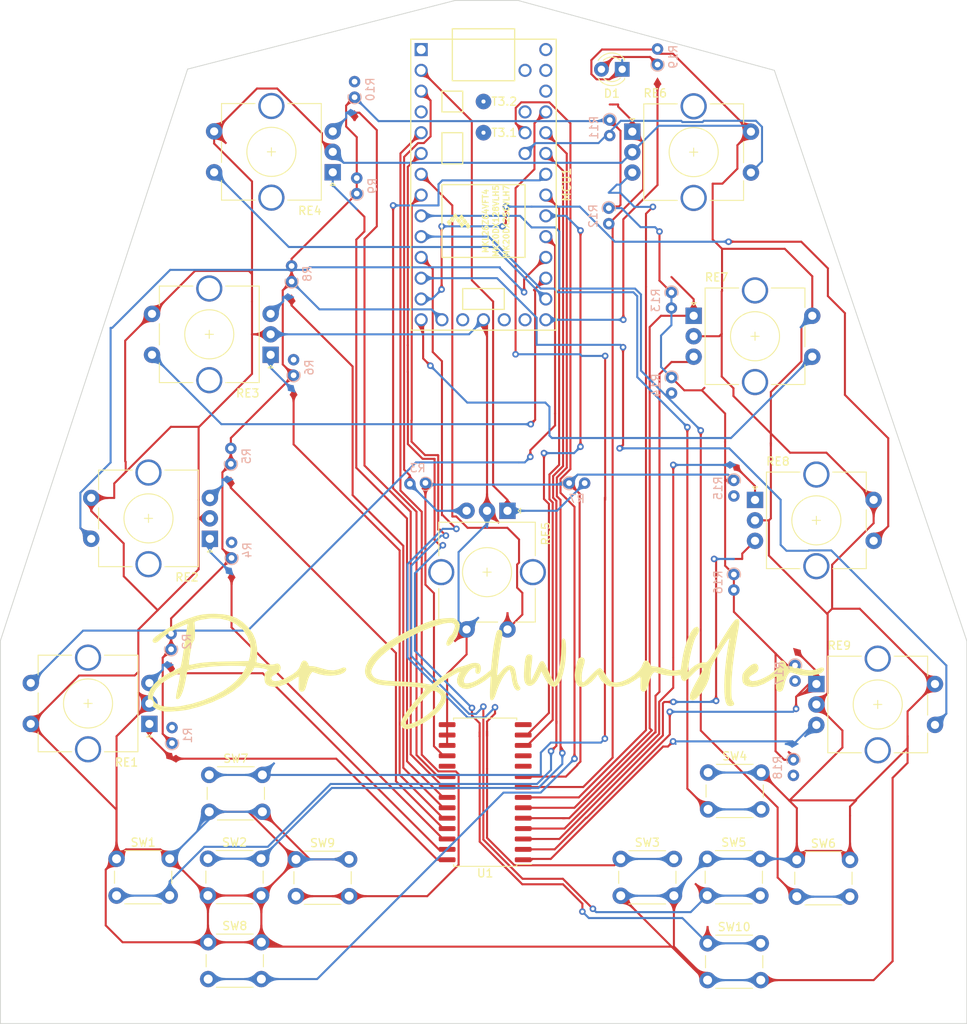
<source format=kicad_pcb>
(kicad_pcb (version 20171130) (host pcbnew "(5.1.8-0-10_14)")
  (title_block (title "Schwurbler - Schwurbler-360") (date 2020-11-15) (rev 1.0) (company "Happy Shooting Community ") (comment 1 "Teensy LC") (comment 2 USB))
  (layers (0 F.Cu signal) (31 B.Cu signal) (34 B.Paste user) (35 F.Paste user) (36 B.SilkS user) (37 F.SilkS user) (38 B.Mask user) (39 F.Mask user) (44 Edge.Cuts user))
  (net 0 "")
  (net 1 "Net-(D1-Pad2)")
  (net 2 /GND)
  (net 3 "Net-(MCU1-Pad5)")
  (net 4 "Net-(MCU1-Pad6)")
  (net 5 "Net-(MCU1-Pad7)")
  (net 6 "Net-(MCU1-Pad8)")
  (net 7 "Net-(MCU1-Pad9)")
  (net 8 "Net-(MCU1-Pad10)")
  (net 9 "Net-(MCU1-Pad11)")
  (net 10 "Net-(MCU1-Pad12)")
  (net 11 "Net-(MCU1-Pad13)")
  (net 12 "Net-(MCU1-Pad37)")
  (net 13 "Net-(MCU1-Pad36)")
  (net 14 "Net-(MCU1-Pad30)")
  (net 15 "Net-(MCU1-Pad29)")
  (net 16 "Net-(MCU1-Pad28)")
  (net 17 /PWM)
  (net 18 /SCL)
  (net 19 /SDA)
  (net 20 "Net-(MCU1-Pad24)")
  (net 21 "Net-(MCU1-Pad23)")
  (net 22 "Net-(MCU1-Pad22)")
  (net 23 "Net-(MCU1-Pad21)")
  (net 24 "Net-(MCU1-Pad14)")
  (net 25 /5V)
  (net 26 "Net-(MCU1-Pad20)")
  (net 27 "Net-(MCU1-Pad2)")
  (net 28 "Net-(MCU1-Pad3)")
  (net 29 "Net-(R1-Pad2)")
  (net 30 "Net-(R2-Pad2)")
  (net 31 "Net-(R4-Pad2)")
  (net 32 "Net-(R5-Pad2)")
  (net 33 "Net-(R6-Pad2)")
  (net 34 "Net-(R8-Pad2)")
  (net 35 "Net-(R9-Pad2)")
  (net 36 "Net-(R10-Pad2)")
  (net 37 "Net-(R11-Pad2)")
  (net 38 "Net-(R12-Pad2)")
  (net 39 "Net-(R13-Pad2)")
  (net 40 "Net-(R14-Pad2)")
  (net 41 "Net-(R15-Pad2)")
  (net 42 "Net-(R16-Pad2)")
  (net 43 "Net-(R17-Pad2)")
  (net 44 "Net-(R18-Pad2)")
  (module Schwurbler:schwurbler_signed (layer F.Cu) (at 142.3416 112.0013)
    (fp_text reference G*** hide)
    (fp_text value LOGO hide)
  )
  (module Rotary_Encoder:RotaryEncoder_Alps_EC11E-Switch_Vertical_H20mm_CircularMountingHoles (layer F.Cu) (at 123.419 50.5079 180)
    (fp_text reference RE4 (at 2.8 -4.7) (layer F.SilkS))
    (fp_text value Rotary_Encoder_Switch)
    (pad A thru_hole rect (at 0 0 180) (size 2 2) (drill 1) (layers *.Cu *.Mask) (net 35 "Net-(R9-Pad2)"))
    (pad C thru_hole circle (at 0 2.5 180) (size 2 2) (drill 1) (layers *.Cu *.Mask) (net 2 /GND))
    (pad B thru_hole circle (at 0 5 180) (size 2 2) (drill 1) (layers *.Cu *.Mask) (net 36 "Net-(R10-Pad2)"))
    (pad MP thru_hole circle (at 7.5 -3.1 180) (size 3.2 3.2) (drill 2.6) (layers *.Cu *.Mask))
    (pad MP thru_hole circle (at 7.5 8.1 180) (size 3.2 3.2) (drill 2.6) (layers *.Cu *.Mask))
    (pad S2 thru_hole circle (at 14.5 0 180) (size 2 2) (drill 1) (layers *.Cu *.Mask) (net 23 "Net-(MCU1-Pad21)"))
    (pad S1 thru_hole circle (at 14.5 5 180) (size 2 2) (drill 1) (layers *.Cu *.Mask) (net 2 /GND))
  )
  (module Rotary_Encoder:RotaryEncoder_Alps_EC11E-Switch_Vertical_H20mm_CircularMountingHoles (layer F.Cu) (at 167.539 68.0434)
    (fp_text reference RE7 (at 2.8 -4.7) (layer F.SilkS))
    (fp_text value Rotary_Encoder_Switch)
    (pad A thru_hole rect (at 0 0) (size 2 2) (drill 1) (layers *.Cu *.Mask) (net 39 "Net-(R13-Pad2)"))
    (pad C thru_hole circle (at 0 2.5) (size 2 2) (drill 1) (layers *.Cu *.Mask) (net 2 /GND))
    (pad B thru_hole circle (at 0 5) (size 2 2) (drill 1) (layers *.Cu *.Mask) (net 40 "Net-(R14-Pad2)"))
    (pad MP thru_hole circle (at 7.5 -3.1) (size 3.2 3.2) (drill 2.6) (layers *.Cu *.Mask))
    (pad MP thru_hole circle (at 7.5 8.1) (size 3.2 3.2) (drill 2.6) (layers *.Cu *.Mask))
    (pad S2 thru_hole circle (at 14.5 0) (size 2 2) (drill 1) (layers *.Cu *.Mask) (net 2 /GND))
    (pad S1 thru_hole circle (at 14.5 5) (size 2 2) (drill 1) (layers *.Cu *.Mask) (net 24 "Net-(MCU1-Pad14)"))
  )
  (module Resistor_THT:R_Axial_DIN0204_L3.6mm_D1.6mm_P1.90mm_Vertical (layer B.Cu) (at 164.8333 75.5904 270)
    (fp_text reference R14 (at 0.95 1.92 270) (layer B.SilkS) (effects (justify mirror)))
    (fp_text value 10k)
    (pad 2 thru_hole oval (at 1.9 0 270) (size 1.4 1.4) (drill 0.7) (layers *.Cu *.Mask) (net 40 "Net-(R14-Pad2)"))
    (pad 1 thru_hole circle (at 0 0 270) (size 1.4 1.4) (drill 0.7) (layers *.Cu *.Mask) (net 25 /5V))
  )
  (module Resistor_THT:R_Axial_DIN0204_L3.6mm_D1.6mm_P1.90mm_Vertical (layer B.Cu) (at 164.8206 65.2018 270)
    (fp_text reference R13 (at 0.95 1.92 270) (layer B.SilkS) (effects (justify mirror)))
    (fp_text value 10k)
    (pad 2 thru_hole oval (at 1.9 0 270) (size 1.4 1.4) (drill 0.7) (layers *.Cu *.Mask) (net 39 "Net-(R13-Pad2)"))
    (pad 1 thru_hole circle (at 0 0 270) (size 1.4 1.4) (drill 0.7) (layers *.Cu *.Mask) (net 25 /5V))
  )
  (module Resistor_THT:R_Axial_DIN0204_L3.6mm_D1.6mm_P1.90mm_Vertical (layer B.Cu) (at 179.7304 122.3087 270)
    (fp_text reference R18 (at 0.95 1.92 270) (layer B.SilkS) (effects (justify mirror)))
    (fp_text value 10k)
    (pad 2 thru_hole oval (at 1.9 0 270) (size 1.4 1.4) (drill 0.7) (layers *.Cu *.Mask) (net 44 "Net-(R18-Pad2)"))
    (pad 1 thru_hole circle (at 0 0 270) (size 1.4 1.4) (drill 0.7) (layers *.Cu *.Mask) (net 25 /5V))
  )
  (module Rotary_Encoder:RotaryEncoder_Alps_EC11E-Switch_Vertical_H20mm_CircularMountingHoles (layer F.Cu) (at 182.539 113.043)
    (fp_text reference RE9 (at 2.8 -4.7) (layer F.SilkS))
    (fp_text value Rotary_Encoder_Switch)
    (pad A thru_hole rect (at 0 0) (size 2 2) (drill 1) (layers *.Cu *.Mask) (net 43 "Net-(R17-Pad2)"))
    (pad C thru_hole circle (at 0 2.5) (size 2 2) (drill 1) (layers *.Cu *.Mask) (net 2 /GND))
    (pad B thru_hole circle (at 0 5) (size 2 2) (drill 1) (layers *.Cu *.Mask) (net 44 "Net-(R18-Pad2)"))
    (pad MP thru_hole circle (at 7.5 -3.1) (size 3.2 3.2) (drill 2.6) (layers *.Cu *.Mask))
    (pad MP thru_hole circle (at 7.5 8.1) (size 3.2 3.2) (drill 2.6) (layers *.Cu *.Mask))
    (pad S2 thru_hole circle (at 14.5 0) (size 2 2) (drill 1) (layers *.Cu *.Mask) (net 2 /GND))
    (pad S1 thru_hole circle (at 14.5 5) (size 2 2) (drill 1) (layers *.Cu *.Mask) (net 10 "Net-(MCU1-Pad12)"))
  )
  (module Rotary_Encoder:RotaryEncoder_Alps_EC11E-Switch_Vertical_H20mm_CircularMountingHoles (layer F.Cu) (at 108.394 95.3008 180)
    (fp_text reference RE2 (at 2.8 -4.7) (layer F.SilkS))
    (fp_text value Rotary_Encoder_Switch)
    (pad A thru_hole rect (at 0 0 180) (size 2 2) (drill 1) (layers *.Cu *.Mask) (net 31 "Net-(R4-Pad2)"))
    (pad C thru_hole circle (at 0 2.5 180) (size 2 2) (drill 1) (layers *.Cu *.Mask) (net 2 /GND))
    (pad B thru_hole circle (at 0 5 180) (size 2 2) (drill 1) (layers *.Cu *.Mask) (net 32 "Net-(R5-Pad2)"))
    (pad MP thru_hole circle (at 7.5 -3.1 180) (size 3.2 3.2) (drill 2.6) (layers *.Cu *.Mask))
    (pad MP thru_hole circle (at 7.5 8.1 180) (size 3.2 3.2) (drill 2.6) (layers *.Cu *.Mask))
    (pad S2 thru_hole circle (at 14.5 0 180) (size 2 2) (drill 1) (layers *.Cu *.Mask) (net 21 "Net-(MCU1-Pad23)"))
    (pad S1 thru_hole circle (at 14.5 5 180) (size 2 2) (drill 1) (layers *.Cu *.Mask) (net 2 /GND))
  )
  (module Package_SO:SOIC-28W_7.5x17.9mm_P1.27mm (layer F.Cu) (at 142.05 126.263 180)
    (fp_text reference U1 (at 0 -9.9) (layer F.SilkS))
    (fp_text value MCP23017_SS)
    (pad 28 smd roundrect (at 4.65 -8.255 180) (size 2.05 0.6) (layers F.Cu F.Paste F.Mask) (net 29 "Net-(R1-Pad2)"))
    (pad 27 smd roundrect (at 4.65 -6.985 180) (size 2.05 0.6) (layers F.Cu F.Paste F.Mask) (net 30 "Net-(R2-Pad2)"))
    (pad 26 smd roundrect (at 4.65 -5.715 180) (size 2.05 0.6) (layers F.Cu F.Paste F.Mask) (net 31 "Net-(R4-Pad2)"))
    (pad 25 smd roundrect (at 4.65 -4.445 180) (size 2.05 0.6) (layers F.Cu F.Paste F.Mask) (net 32 "Net-(R5-Pad2)"))
    (pad 24 smd roundrect (at 4.65 -3.175 180) (size 2.05 0.6) (layers F.Cu F.Paste F.Mask) (net 33 "Net-(R6-Pad2)"))
    (pad 23 smd roundrect (at 4.65 -1.905 180) (size 2.05 0.6) (layers F.Cu F.Paste F.Mask) (net 34 "Net-(R8-Pad2)"))
    (pad 22 smd roundrect (at 4.65 -0.635 180) (size 2.05 0.6) (layers F.Cu F.Paste F.Mask) (net 35 "Net-(R9-Pad2)"))
    (pad 21 smd roundrect (at 4.65 0.635 180) (size 2.05 0.6) (layers F.Cu F.Paste F.Mask) (net 36 "Net-(R10-Pad2)"))
    (pad 20 smd roundrect (at 4.65 1.905 180) (size 2.05 0.6) (layers F.Cu F.Paste F.Mask) (net 17 /PWM))
    (pad 19 smd roundrect (at 4.65 3.175 180) (size 2.05 0.6) (layers F.Cu F.Paste F.Mask))
    (pad 18 smd roundrect (at 4.65 4.445 180) (size 2.05 0.6) (layers F.Cu F.Paste F.Mask) (net 25 /5V))
    (pad 17 smd roundrect (at 4.65 5.715 180) (size 2.05 0.6) (layers F.Cu F.Paste F.Mask) (net 2 /GND))
    (pad 16 smd roundrect (at 4.65 6.985 180) (size 2.05 0.6) (layers F.Cu F.Paste F.Mask) (net 2 /GND))
    (pad 15 smd roundrect (at 4.65 8.255 180) (size 2.05 0.6) (layers F.Cu F.Paste F.Mask) (net 2 /GND))
    (pad 14 smd roundrect (at -4.65 8.255 180) (size 2.05 0.6) (layers F.Cu F.Paste F.Mask))
    (pad 13 smd roundrect (at -4.65 6.985 180) (size 2.05 0.6) (layers F.Cu F.Paste F.Mask) (net 19 /SDA))
    (pad 12 smd roundrect (at -4.65 5.715 180) (size 2.05 0.6) (layers F.Cu F.Paste F.Mask) (net 18 /SCL))
    (pad 11 smd roundrect (at -4.65 4.445 180) (size 2.05 0.6) (layers F.Cu F.Paste F.Mask))
    (pad 10 smd roundrect (at -4.65 3.175 180) (size 2.05 0.6) (layers F.Cu F.Paste F.Mask) (net 2 /GND))
    (pad 9 smd roundrect (at -4.65 1.905 180) (size 2.05 0.6) (layers F.Cu F.Paste F.Mask) (net 25 /5V))
    (pad 8 smd roundrect (at -4.65 0.635 180) (size 2.05 0.6) (layers F.Cu F.Paste F.Mask) (net 37 "Net-(R11-Pad2)"))
    (pad 7 smd roundrect (at -4.65 -0.635 180) (size 2.05 0.6) (layers F.Cu F.Paste F.Mask) (net 38 "Net-(R12-Pad2)"))
    (pad 6 smd roundrect (at -4.65 -1.905 180) (size 2.05 0.6) (layers F.Cu F.Paste F.Mask) (net 39 "Net-(R13-Pad2)"))
    (pad 5 smd roundrect (at -4.65 -3.175 180) (size 2.05 0.6) (layers F.Cu F.Paste F.Mask) (net 40 "Net-(R14-Pad2)"))
    (pad 4 smd roundrect (at -4.65 -4.445 180) (size 2.05 0.6) (layers F.Cu F.Paste F.Mask) (net 41 "Net-(R15-Pad2)"))
    (pad 3 smd roundrect (at -4.65 -5.715 180) (size 2.05 0.6) (layers F.Cu F.Paste F.Mask) (net 42 "Net-(R16-Pad2)"))
    (pad 2 smd roundrect (at -4.65 -6.985 180) (size 2.05 0.6) (layers F.Cu F.Paste F.Mask) (net 43 "Net-(R17-Pad2)"))
    (pad 1 smd roundrect (at -4.65 -8.255 180) (size 2.05 0.6) (layers F.Cu F.Paste F.Mask) (net 44 "Net-(R18-Pad2)"))
  )
  (module Button_Switch_THT:SW_PUSH_6mm_H5mm (layer F.Cu) (at 169.24 144.729)
    (fp_text reference SW10 (at 3.25 -2) (layer F.SilkS))
    (fp_text value SW_Push)
    (pad 1 thru_hole circle (at 6.5 0 90) (size 2 2) (drill 1.1) (layers *.Cu *.Mask) (net 4 "Net-(MCU1-Pad6)"))
    (pad 2 thru_hole circle (at 6.5 4.5 90) (size 2 2) (drill 1.1) (layers *.Cu *.Mask) (net 2 /GND))
    (pad 1 thru_hole circle (at 0 0 90) (size 2 2) (drill 1.1) (layers *.Cu *.Mask) (net 4 "Net-(MCU1-Pad6)"))
    (pad 2 thru_hole circle (at 0 4.5 90) (size 2 2) (drill 1.1) (layers *.Cu *.Mask) (net 2 /GND))
  )
  (module Button_Switch_THT:SW_PUSH_6mm_H5mm (layer F.Cu) (at 118.923 134.468)
    (fp_text reference SW9 (at 3.25 -2) (layer F.SilkS))
    (fp_text value SW_Push)
    (pad 1 thru_hole circle (at 6.5 0 90) (size 2 2) (drill 1.1) (layers *.Cu *.Mask) (net 2 /GND))
    (pad 2 thru_hole circle (at 6.5 4.5 90) (size 2 2) (drill 1.1) (layers *.Cu *.Mask) (net 3 "Net-(MCU1-Pad5)"))
    (pad 1 thru_hole circle (at 0 0 90) (size 2 2) (drill 1.1) (layers *.Cu *.Mask) (net 2 /GND))
    (pad 2 thru_hole circle (at 0 4.5 90) (size 2 2) (drill 1.1) (layers *.Cu *.Mask) (net 3 "Net-(MCU1-Pad5)"))
  )
  (module Button_Switch_THT:SW_PUSH_6mm_H5mm (layer F.Cu) (at 108.191 144.602)
    (fp_text reference SW8 (at 3.25 -2) (layer F.SilkS))
    (fp_text value SW_Push)
    (pad 1 thru_hole circle (at 6.5 0 90) (size 2 2) (drill 1.1) (layers *.Cu *.Mask) (net 2 /GND))
    (pad 2 thru_hole circle (at 6.5 4.5 90) (size 2 2) (drill 1.1) (layers *.Cu *.Mask) (net 13 "Net-(MCU1-Pad36)"))
    (pad 1 thru_hole circle (at 0 0 90) (size 2 2) (drill 1.1) (layers *.Cu *.Mask) (net 2 /GND))
    (pad 2 thru_hole circle (at 0 4.5 90) (size 2 2) (drill 1.1) (layers *.Cu *.Mask) (net 13 "Net-(MCU1-Pad36)"))
  )
  (module Button_Switch_THT:SW_PUSH_6mm_H5mm (layer F.Cu) (at 108.318 124.155)
    (fp_text reference SW7 (at 3.25 -2) (layer F.SilkS))
    (fp_text value SW_Push)
    (pad 1 thru_hole circle (at 6.5 0 90) (size 2 2) (drill 1.1) (layers *.Cu *.Mask) (net 14 "Net-(MCU1-Pad30)"))
    (pad 2 thru_hole circle (at 6.5 4.5 90) (size 2 2) (drill 1.1) (layers *.Cu *.Mask) (net 2 /GND))
    (pad 1 thru_hole circle (at 0 0 90) (size 2 2) (drill 1.1) (layers *.Cu *.Mask) (net 14 "Net-(MCU1-Pad30)"))
    (pad 2 thru_hole circle (at 0 4.5 90) (size 2 2) (drill 1.1) (layers *.Cu *.Mask) (net 2 /GND))
  )
  (module Button_Switch_THT:SW_PUSH_6mm_H5mm (layer F.Cu) (at 180.15 134.531)
    (fp_text reference SW6 (at 3.25 -2) (layer F.SilkS))
    (fp_text value SW_Push)
    (pad 1 thru_hole circle (at 6.5 0 90) (size 2 2) (drill 1.1) (layers *.Cu *.Mask) (net 2 /GND))
    (pad 2 thru_hole circle (at 6.5 4.5 90) (size 2 2) (drill 1.1) (layers *.Cu *.Mask) (net 7 "Net-(MCU1-Pad9)"))
    (pad 1 thru_hole circle (at 0 0 90) (size 2 2) (drill 1.1) (layers *.Cu *.Mask) (net 2 /GND))
    (pad 2 thru_hole circle (at 0 4.5 90) (size 2 2) (drill 1.1) (layers *.Cu *.Mask) (net 7 "Net-(MCU1-Pad9)"))
  )
  (module Button_Switch_THT:SW_PUSH_6mm_H5mm (layer F.Cu) (at 169.196 134.403)
    (fp_text reference SW5 (at 3.25 -2) (layer F.SilkS))
    (fp_text value SW_Push)
    (pad 1 thru_hole circle (at 6.5 0 90) (size 2 2) (drill 1.1) (layers *.Cu *.Mask) (net 2 /GND))
    (pad 2 thru_hole circle (at 6.5 4.5 90) (size 2 2) (drill 1.1) (layers *.Cu *.Mask) (net 6 "Net-(MCU1-Pad8)"))
    (pad 1 thru_hole circle (at 0 0 90) (size 2 2) (drill 1.1) (layers *.Cu *.Mask) (net 2 /GND))
    (pad 2 thru_hole circle (at 0 4.5 90) (size 2 2) (drill 1.1) (layers *.Cu *.Mask) (net 6 "Net-(MCU1-Pad8)"))
  )
  (module Button_Switch_THT:SW_PUSH_6mm_H5mm (layer F.Cu) (at 169.304 123.863)
    (fp_text reference SW4 (at 3.25 -2) (layer F.SilkS))
    (fp_text value SW_Push)
    (pad 1 thru_hole circle (at 6.5 0 90) (size 2 2) (drill 1.1) (layers *.Cu *.Mask) (net 2 /GND))
    (pad 2 thru_hole circle (at 6.5 4.5 90) (size 2 2) (drill 1.1) (layers *.Cu *.Mask) (net 8 "Net-(MCU1-Pad10)"))
    (pad 1 thru_hole circle (at 0 0 90) (size 2 2) (drill 1.1) (layers *.Cu *.Mask) (net 2 /GND))
    (pad 2 thru_hole circle (at 0 4.5 90) (size 2 2) (drill 1.1) (layers *.Cu *.Mask) (net 8 "Net-(MCU1-Pad10)"))
  )
  (module Button_Switch_THT:SW_PUSH_6mm_H5mm (layer F.Cu) (at 158.623 134.417)
    (fp_text reference SW3 (at 3.25 -2) (layer F.SilkS))
    (fp_text value SW_Push)
    (pad 1 thru_hole circle (at 6.5 0 90) (size 2 2) (drill 1.1) (layers *.Cu *.Mask) (net 9 "Net-(MCU1-Pad11)"))
    (pad 2 thru_hole circle (at 6.5 4.5 90) (size 2 2) (drill 1.1) (layers *.Cu *.Mask) (net 2 /GND))
    (pad 1 thru_hole circle (at 0 0 90) (size 2 2) (drill 1.1) (layers *.Cu *.Mask) (net 9 "Net-(MCU1-Pad11)"))
    (pad 2 thru_hole circle (at 0 4.5 90) (size 2 2) (drill 1.1) (layers *.Cu *.Mask) (net 2 /GND))
  )
  (module Button_Switch_THT:SW_PUSH_6mm_H5mm (layer F.Cu) (at 108.16 134.39)
    (fp_text reference SW2 (at 3.25 -2) (layer F.SilkS))
    (fp_text value SW_Push)
    (pad 1 thru_hole circle (at 6.5 0 90) (size 2 2) (drill 1.1) (layers *.Cu *.Mask) (net 15 "Net-(MCU1-Pad29)"))
    (pad 2 thru_hole circle (at 6.5 4.5 90) (size 2 2) (drill 1.1) (layers *.Cu *.Mask) (net 2 /GND))
    (pad 1 thru_hole circle (at 0 0 90) (size 2 2) (drill 1.1) (layers *.Cu *.Mask) (net 15 "Net-(MCU1-Pad29)"))
    (pad 2 thru_hole circle (at 0 4.5 90) (size 2 2) (drill 1.1) (layers *.Cu *.Mask) (net 2 /GND))
  )
  (module Button_Switch_THT:SW_PUSH_6mm_H5mm (layer F.Cu) (at 96.9899 134.404)
    (fp_text reference SW1 (at 3.25 -2) (layer F.SilkS))
    (fp_text value SW_Push)
    (pad 1 thru_hole circle (at 6.5 0 90) (size 2 2) (drill 1.1) (layers *.Cu *.Mask) (net 2 /GND))
    (pad 2 thru_hole circle (at 6.5 4.5 90) (size 2 2) (drill 1.1) (layers *.Cu *.Mask) (net 16 "Net-(MCU1-Pad28)"))
    (pad 1 thru_hole circle (at 0 0 90) (size 2 2) (drill 1.1) (layers *.Cu *.Mask) (net 2 /GND))
    (pad 2 thru_hole circle (at 0 4.5 90) (size 2 2) (drill 1.1) (layers *.Cu *.Mask) (net 16 "Net-(MCU1-Pad28)"))
  )
  (module Rotary_Encoder:RotaryEncoder_Alps_EC11E-Switch_Vertical_H20mm_CircularMountingHoles (layer F.Cu) (at 175.039 90.5434)
    (fp_text reference RE8 (at 2.8 -4.7) (layer F.SilkS))
    (fp_text value Rotary_Encoder_Switch)
    (pad A thru_hole rect (at 0 0) (size 2 2) (drill 1) (layers *.Cu *.Mask) (net 41 "Net-(R15-Pad2)"))
    (pad C thru_hole circle (at 0 2.5) (size 2 2) (drill 1) (layers *.Cu *.Mask) (net 2 /GND))
    (pad B thru_hole circle (at 0 5) (size 2 2) (drill 1) (layers *.Cu *.Mask) (net 42 "Net-(R16-Pad2)"))
    (pad MP thru_hole circle (at 7.5 -3.1) (size 3.2 3.2) (drill 2.6) (layers *.Cu *.Mask))
    (pad MP thru_hole circle (at 7.5 8.1) (size 3.2 3.2) (drill 2.6) (layers *.Cu *.Mask))
    (pad S2 thru_hole circle (at 14.5 0) (size 2 2) (drill 1) (layers *.Cu *.Mask) (net 2 /GND))
    (pad S1 thru_hole circle (at 14.5 5) (size 2 2) (drill 1) (layers *.Cu *.Mask) (net 11 "Net-(MCU1-Pad13)"))
  )
  (module Rotary_Encoder:RotaryEncoder_Alps_EC11E-Switch_Vertical_H20mm_CircularMountingHoles (layer F.Cu) (at 160.039 45.5434)
    (fp_text reference RE6 (at 2.8 -4.7) (layer F.SilkS))
    (fp_text value Rotary_Encoder_Switch)
    (pad A thru_hole rect (at 0 0) (size 2 2) (drill 1) (layers *.Cu *.Mask) (net 37 "Net-(R11-Pad2)"))
    (pad C thru_hole circle (at 0 2.5) (size 2 2) (drill 1) (layers *.Cu *.Mask) (net 2 /GND))
    (pad B thru_hole circle (at 0 5) (size 2 2) (drill 1) (layers *.Cu *.Mask) (net 38 "Net-(R12-Pad2)"))
    (pad MP thru_hole circle (at 7.5 -3.1) (size 3.2 3.2) (drill 2.6) (layers *.Cu *.Mask))
    (pad MP thru_hole circle (at 7.5 8.1) (size 3.2 3.2) (drill 2.6) (layers *.Cu *.Mask))
    (pad S2 thru_hole circle (at 14.5 0) (size 2 2) (drill 1) (layers *.Cu *.Mask) (net 2 /GND))
    (pad S1 thru_hole circle (at 14.5 5) (size 2 2) (drill 1) (layers *.Cu *.Mask) (net 12 "Net-(MCU1-Pad37)"))
  )
  (module Rotary_Encoder:RotaryEncoder_Alps_EC11E-Switch_Vertical_H20mm_CircularMountingHoles (layer F.Cu) (at 144.78 91.8718 270)
    (fp_text reference RE5 (at 2.8 -4.7 90) (layer F.SilkS))
    (fp_text value Rotary_Encoder_Switch)
    (pad A thru_hole rect (at 0 0 270) (size 2 2) (drill 1) (layers *.Cu *.Mask) (net 27 "Net-(MCU1-Pad2)"))
    (pad C thru_hole circle (at 0 2.5 270) (size 2 2) (drill 1) (layers *.Cu *.Mask) (net 2 /GND))
    (pad B thru_hole circle (at 0 5 270) (size 2 2) (drill 1) (layers *.Cu *.Mask) (net 28 "Net-(MCU1-Pad3)"))
    (pad MP thru_hole circle (at 7.5 -3.1 270) (size 3.2 3.2) (drill 2.6) (layers *.Cu *.Mask))
    (pad MP thru_hole circle (at 7.5 8.1 270) (size 3.2 3.2) (drill 2.6) (layers *.Cu *.Mask))
    (pad S2 thru_hole circle (at 14.5 0 270) (size 2 2) (drill 1) (layers *.Cu *.Mask) (net 5 "Net-(MCU1-Pad7)"))
    (pad S1 thru_hole circle (at 14.5 5 270) (size 2 2) (drill 1) (layers *.Cu *.Mask) (net 2 /GND))
  )
  (module Rotary_Encoder:RotaryEncoder_Alps_EC11E-Switch_Vertical_H20mm_CircularMountingHoles (layer F.Cu) (at 115.824 72.8091 180)
    (fp_text reference RE3 (at 2.8 -4.7) (layer F.SilkS))
    (fp_text value Rotary_Encoder_Switch)
    (pad A thru_hole rect (at 0 0 180) (size 2 2) (drill 1) (layers *.Cu *.Mask) (net 33 "Net-(R6-Pad2)"))
    (pad C thru_hole circle (at 0 2.5 180) (size 2 2) (drill 1) (layers *.Cu *.Mask) (net 2 /GND))
    (pad B thru_hole circle (at 0 5 180) (size 2 2) (drill 1) (layers *.Cu *.Mask) (net 34 "Net-(R8-Pad2)"))
    (pad MP thru_hole circle (at 7.5 -3.1 180) (size 3.2 3.2) (drill 2.6) (layers *.Cu *.Mask))
    (pad MP thru_hole circle (at 7.5 8.1 180) (size 3.2 3.2) (drill 2.6) (layers *.Cu *.Mask))
    (pad S2 thru_hole circle (at 14.5 0 180) (size 2 2) (drill 1) (layers *.Cu *.Mask) (net 22 "Net-(MCU1-Pad22)"))
    (pad S1 thru_hole circle (at 14.5 5 180) (size 2 2) (drill 1) (layers *.Cu *.Mask) (net 2 /GND))
  )
  (module Rotary_Encoder:RotaryEncoder_Alps_EC11E-Switch_Vertical_H20mm_CircularMountingHoles (layer F.Cu) (at 101.003 117.92 180)
    (fp_text reference RE1 (at 2.8 -4.7) (layer F.SilkS))
    (fp_text value Rotary_Encoder_Switch)
    (pad A thru_hole rect (at 0 0 180) (size 2 2) (drill 1) (layers *.Cu *.Mask) (net 29 "Net-(R1-Pad2)"))
    (pad C thru_hole circle (at 0 2.5 180) (size 2 2) (drill 1) (layers *.Cu *.Mask) (net 2 /GND))
    (pad B thru_hole circle (at 0 5 180) (size 2 2) (drill 1) (layers *.Cu *.Mask) (net 30 "Net-(R2-Pad2)"))
    (pad MP thru_hole circle (at 7.5 -3.1 180) (size 3.2 3.2) (drill 2.6) (layers *.Cu *.Mask))
    (pad MP thru_hole circle (at 7.5 8.1 180) (size 3.2 3.2) (drill 2.6) (layers *.Cu *.Mask))
    (pad S2 thru_hole circle (at 14.5 0 180) (size 2 2) (drill 1) (layers *.Cu *.Mask) (net 2 /GND))
    (pad S1 thru_hole circle (at 14.5 5 180) (size 2 2) (drill 1) (layers *.Cu *.Mask) (net 20 "Net-(MCU1-Pad24)"))
  )
  (module Resistor_THT:R_Axial_DIN0204_L3.6mm_D1.6mm_P1.90mm_Vertical (layer B.Cu) (at 163.1188 37.338 90)
    (fp_text reference R19 (at 0.95 1.92 270) (layer B.SilkS) (effects (justify mirror)))
    (fp_text value 330)
    (pad 2 thru_hole oval (at 1.9 0 90) (size 1.4 1.4) (drill 0.7) (layers *.Cu *.Mask) (net 26 "Net-(MCU1-Pad20)"))
    (pad 1 thru_hole circle (at 0 0 90) (size 1.4 1.4) (drill 0.7) (layers *.Cu *.Mask) (net 1 "Net-(D1-Pad2)"))
  )
  (module Resistor_THT:R_Axial_DIN0204_L3.6mm_D1.6mm_P1.90mm_Vertical (layer B.Cu) (at 179.934 110.769 270)
    (fp_text reference R17 (at 0.95 1.92 270) (layer B.SilkS) (effects (justify mirror)))
    (fp_text value 10k)
    (pad 2 thru_hole oval (at 1.9 0 270) (size 1.4 1.4) (drill 0.7) (layers *.Cu *.Mask) (net 43 "Net-(R17-Pad2)"))
    (pad 1 thru_hole circle (at 0 0 270) (size 1.4 1.4) (drill 0.7) (layers *.Cu *.Mask) (net 25 /5V))
  )
  (module Resistor_THT:R_Axial_DIN0204_L3.6mm_D1.6mm_P1.90mm_Vertical (layer B.Cu) (at 172.453 99.6569 270)
    (fp_text reference R16 (at 0.95 1.92 270) (layer B.SilkS) (effects (justify mirror)))
    (fp_text value 10k)
    (pad 2 thru_hole oval (at 1.9 0 270) (size 1.4 1.4) (drill 0.7) (layers *.Cu *.Mask) (net 42 "Net-(R16-Pad2)"))
    (pad 1 thru_hole circle (at 0 0 270) (size 1.4 1.4) (drill 0.7) (layers *.Cu *.Mask) (net 25 /5V))
  )
  (module Resistor_THT:R_Axial_DIN0204_L3.6mm_D1.6mm_P1.90mm_Vertical (layer B.Cu) (at 172.453 88.1634 270)
    (fp_text reference R15 (at 0.95 1.92 270) (layer B.SilkS) (effects (justify mirror)))
    (fp_text value 10k)
    (pad 2 thru_hole oval (at 1.9 0 270) (size 1.4 1.4) (drill 0.7) (layers *.Cu *.Mask) (net 41 "Net-(R15-Pad2)"))
    (pad 1 thru_hole circle (at 0 0 270) (size 1.4 1.4) (drill 0.7) (layers *.Cu *.Mask) (net 25 /5V))
  )
  (module Resistor_THT:R_Axial_DIN0204_L3.6mm_D1.6mm_P1.90mm_Vertical (layer B.Cu) (at 157.1625 54.8894 270)
    (fp_text reference R12 (at 0.9602 1.9055 270) (layer B.SilkS) (effects (justify mirror)))
    (fp_text value 10k)
    (pad 2 thru_hole oval (at 1.9 0 270) (size 1.4 1.4) (drill 0.7) (layers *.Cu *.Mask) (net 38 "Net-(R12-Pad2)"))
    (pad 1 thru_hole circle (at 0 0 270) (size 1.4 1.4) (drill 0.7) (layers *.Cu *.Mask) (net 25 /5V))
  )
  (module Resistor_THT:R_Axial_DIN0204_L3.6mm_D1.6mm_P1.90mm_Vertical (layer B.Cu) (at 157.277 44.1198 270)
    (fp_text reference R11 (at 0.95 1.92 270) (layer B.SilkS) (effects (justify mirror)))
    (fp_text value 10k)
    (pad 2 thru_hole oval (at 1.9 0 270) (size 1.4 1.4) (drill 0.7) (layers *.Cu *.Mask) (net 37 "Net-(R11-Pad2)"))
    (pad 1 thru_hole circle (at 0 0 270) (size 1.4 1.4) (drill 0.7) (layers *.Cu *.Mask) (net 25 /5V))
  )
  (module Resistor_THT:R_Axial_DIN0204_L3.6mm_D1.6mm_P1.90mm_Vertical (layer B.Cu) (at 126.086 41.3258 90)
    (fp_text reference R10 (at 0.95 1.92 270) (layer B.SilkS) (effects (justify mirror)))
    (fp_text value 10k)
    (pad 2 thru_hole oval (at 1.9 0 90) (size 1.4 1.4) (drill 0.7) (layers *.Cu *.Mask) (net 36 "Net-(R10-Pad2)"))
    (pad 1 thru_hole circle (at 0 0 90) (size 1.4 1.4) (drill 0.7) (layers *.Cu *.Mask) (net 25 /5V))
  )
  (module Resistor_THT:R_Axial_DIN0204_L3.6mm_D1.6mm_P1.90mm_Vertical (layer B.Cu) (at 126.3523 53.1114 90)
    (fp_text reference R9 (at 0.95 1.92 270) (layer B.SilkS) (effects (justify mirror)))
    (fp_text value 10k)
    (pad 2 thru_hole oval (at 1.9 0 90) (size 1.4 1.4) (drill 0.7) (layers *.Cu *.Mask) (net 35 "Net-(R9-Pad2)"))
    (pad 1 thru_hole circle (at 0 0 90) (size 1.4 1.4) (drill 0.7) (layers *.Cu *.Mask) (net 25 /5V))
  )
  (module Resistor_THT:R_Axial_DIN0204_L3.6mm_D1.6mm_P1.90mm_Vertical (layer B.Cu) (at 118.389 63.8556 90)
    (fp_text reference R8 (at 0.95 1.92 270) (layer B.SilkS) (effects (justify mirror)))
    (fp_text value 10k)
    (pad 2 thru_hole oval (at 1.9 0 90) (size 1.4 1.4) (drill 0.7) (layers *.Cu *.Mask) (net 34 "Net-(R8-Pad2)"))
    (pad 1 thru_hole circle (at 0 0 90) (size 1.4 1.4) (drill 0.7) (layers *.Cu *.Mask) (net 25 /5V))
  )
  (module Resistor_THT:R_Axial_DIN0204_L3.6mm_D1.6mm_P1.90mm_Vertical (layer B.Cu) (at 152.316 88.4936)
    (fp_text reference R7 (at 0.95 1.92) (layer B.SilkS) (effects (justify mirror)))
    (fp_text value 10k)
    (pad 2 thru_hole oval (at 1.9 0) (size 1.4 1.4) (drill 0.7) (layers *.Cu *.Mask) (net 27 "Net-(MCU1-Pad2)"))
    (pad 1 thru_hole circle (at 0 0) (size 1.4 1.4) (drill 0.7) (layers *.Cu *.Mask) (net 25 /5V))
  )
  (module Resistor_THT:R_Axial_DIN0204_L3.6mm_D1.6mm_P1.90mm_Vertical (layer B.Cu) (at 118.631 75.311 90)
    (fp_text reference R6 (at 0.95 1.92 270) (layer B.SilkS) (effects (justify mirror)))
    (fp_text value 10k)
    (pad 2 thru_hole oval (at 1.9 0 90) (size 1.4 1.4) (drill 0.7) (layers *.Cu *.Mask) (net 33 "Net-(R6-Pad2)"))
    (pad 1 thru_hole circle (at 0 0 90) (size 1.4 1.4) (drill 0.7) (layers *.Cu *.Mask) (net 25 /5V))
  )
  (module Resistor_THT:R_Axial_DIN0204_L3.6mm_D1.6mm_P1.90mm_Vertical (layer B.Cu) (at 110.96 86.1441 90)
    (fp_text reference R5 (at 0.95 1.92 270) (layer B.SilkS) (effects (justify mirror)))
    (fp_text value 10k)
    (pad 2 thru_hole oval (at 1.9 0 90) (size 1.4 1.4) (drill 0.7) (layers *.Cu *.Mask) (net 32 "Net-(R5-Pad2)"))
    (pad 1 thru_hole circle (at 0 0 90) (size 1.4 1.4) (drill 0.7) (layers *.Cu *.Mask) (net 25 /5V))
  )
  (module Resistor_THT:R_Axial_DIN0204_L3.6mm_D1.6mm_P1.90mm_Vertical (layer B.Cu) (at 111.049 97.6376 90)
    (fp_text reference R4 (at 0.95 1.92 270) (layer B.SilkS) (effects (justify mirror)))
    (fp_text value 10k)
    (pad 2 thru_hole oval (at 1.9 0 90) (size 1.4 1.4) (drill 0.7) (layers *.Cu *.Mask) (net 31 "Net-(R4-Pad2)"))
    (pad 1 thru_hole circle (at 0 0 90) (size 1.4 1.4) (drill 0.7) (layers *.Cu *.Mask) (net 25 /5V))
  )
  (module Resistor_THT:R_Axial_DIN0204_L3.6mm_D1.6mm_P1.90mm_Vertical (layer B.Cu) (at 134.747 88.5698 180)
    (fp_text reference R3 (at 0.95 1.92) (layer B.SilkS) (effects (justify mirror)))
    (fp_text value 10k)
    (pad 2 thru_hole oval (at 1.9 0 180) (size 1.4 1.4) (drill 0.7) (layers *.Cu *.Mask) (net 28 "Net-(MCU1-Pad3)"))
    (pad 1 thru_hole circle (at 0 0.1016 180) (size 1.4 1.4) (drill 0.7) (layers *.Cu *.Mask) (net 25 /5V))
  )
  (module Resistor_THT:R_Axial_DIN0204_L3.6mm_D1.6mm_P1.90mm_Vertical (layer B.Cu) (at 103.657 108.801 90)
    (fp_text reference R2 (at 0.95 1.92 270) (layer B.SilkS) (effects (justify mirror)))
    (fp_text value 10k)
    (pad 2 thru_hole oval (at 1.9 0 90) (size 1.4 1.4) (drill 0.7) (layers *.Cu *.Mask) (net 30 "Net-(R2-Pad2)"))
    (pad 1 thru_hole circle (at 0 0 90) (size 1.4 1.4) (drill 0.7) (layers *.Cu *.Mask) (net 25 /5V))
  )
  (module Resistor_THT:R_Axial_DIN0204_L3.6mm_D1.6mm_P1.90mm_Vertical (layer B.Cu) (at 103.772 120.269 90)
    (fp_text reference R1 (at 0.95 1.92 270) (layer B.SilkS) (effects (justify mirror)))
    (fp_text value 10k)
    (pad 2 thru_hole oval (at 1.9 0 90) (size 1.4 1.4) (drill 0.7) (layers *.Cu *.Mask) (net 29 "Net-(R1-Pad2)"))
    (pad 1 thru_hole circle (at 0 0 90) (size 1.4 1.4) (drill 0.7) (layers *.Cu *.Mask) (net 25 /5V))
  )
  (module teensy:Teensy30_31_32_LC (layer F.Cu) (at 141.846 52.0192 270)
    (fp_text reference MCU1 (at 0 -10.16 90) (layer F.SilkS))
    (fp_text value Teensy-LC)
    (fp_text user MK20DX128VLH5 (at 4.445 -1.524 90) (layer F.SilkS) (effects (font (size 0.7 0.7))))
    (fp_text user MKL26Z64VFT4 (at 4.445 -0.254 90) (layer F.SilkS) (effects (font (size 0.7 0.7))))
    (fp_text user MK20DX256VLH7 (at 4.445 -2.794 90) (layer F.SilkS) (effects (font (size 0.7 0.7))))
    (fp_text user T3.1 (at -6.35 -2.54) (layer F.SilkS))
    (fp_text user T3.2 (at -10.16 -2.54) (layer F.SilkS))
    (pad 52 thru_hole circle (at -10.16 0 270) (size 1.9 1.9) (drill 0.5) (layers *.Cu *.Mask))
    (pad 52 thru_hole circle (at -6.35 0 270) (size 1.9 1.9) (drill 0.5) (layers *.Cu *.Mask))
    (pad 1 thru_hole rect (at -16.51 7.62 270) (size 1.6 1.6) (drill 1.1) (layers *.Cu *.Mask))
    (pad 2 thru_hole circle (at -13.97 7.62 270) (size 1.6 1.6) (drill 1.1) (layers *.Cu *.Mask) (net 27 "Net-(MCU1-Pad2)"))
    (pad 3 thru_hole circle (at -11.43 7.62 270) (size 1.6 1.6) (drill 1.1) (layers *.Cu *.Mask) (net 28 "Net-(MCU1-Pad3)"))
    (pad 4 thru_hole circle (at -8.89 7.62 270) (size 1.6 1.6) (drill 1.1) (layers *.Cu *.Mask))
    (pad 5 thru_hole circle (at -6.35 7.62 270) (size 1.6 1.6) (drill 1.1) (layers *.Cu *.Mask) (net 3 "Net-(MCU1-Pad5)"))
    (pad 6 thru_hole circle (at -3.81 7.62 270) (size 1.6 1.6) (drill 1.1) (layers *.Cu *.Mask) (net 4 "Net-(MCU1-Pad6)"))
    (pad 7 thru_hole circle (at -1.27 7.62 270) (size 1.6 1.6) (drill 1.1) (layers *.Cu *.Mask) (net 5 "Net-(MCU1-Pad7)"))
    (pad 8 thru_hole circle (at 1.27 7.62 270) (size 1.6 1.6) (drill 1.1) (layers *.Cu *.Mask) (net 6 "Net-(MCU1-Pad8)"))
    (pad 9 thru_hole circle (at 3.81 7.62 270) (size 1.6 1.6) (drill 1.1) (layers *.Cu *.Mask) (net 7 "Net-(MCU1-Pad9)"))
    (pad 10 thru_hole circle (at 6.35 7.62 270) (size 1.6 1.6) (drill 1.1) (layers *.Cu *.Mask) (net 8 "Net-(MCU1-Pad10)"))
    (pad 11 thru_hole circle (at 8.89 7.62 270) (size 1.6 1.6) (drill 1.1) (layers *.Cu *.Mask) (net 9 "Net-(MCU1-Pad11)"))
    (pad 12 thru_hole circle (at 11.43 7.62 270) (size 1.6 1.6) (drill 1.1) (layers *.Cu *.Mask) (net 10 "Net-(MCU1-Pad12)"))
    (pad 13 thru_hole circle (at 13.97 7.62 270) (size 1.6 1.6) (drill 1.1) (layers *.Cu *.Mask) (net 11 "Net-(MCU1-Pad13)"))
    (pad 37 thru_hole circle (at -3.81 -5.08 270) (size 1.6 1.6) (drill 1.1) (layers *.Cu *.Mask) (net 12 "Net-(MCU1-Pad37)"))
    (pad 36 thru_hole circle (at -6.35 -5.08 270) (size 1.6 1.6) (drill 1.1) (layers *.Cu *.Mask) (net 13 "Net-(MCU1-Pad36)"))
    (pad 35 thru_hole circle (at -8.89 -5.08 270) (size 1.6 1.6) (drill 1.1) (layers *.Cu *.Mask))
    (pad 34 thru_hole circle (at -13.97 -5.08 270) (size 1.6 1.6) (drill 1.1) (layers *.Cu *.Mask))
    (pad 33 thru_hole circle (at -16.51 -7.62 270) (size 1.6 1.6) (drill 1.1) (layers *.Cu *.Mask))
    (pad 32 thru_hole circle (at -13.97 -7.62 270) (size 1.6 1.6) (drill 1.1) (layers *.Cu *.Mask))
    (pad 31 thru_hole circle (at -11.43 -7.62 270) (size 1.6 1.6) (drill 1.1) (layers *.Cu *.Mask))
    (pad 30 thru_hole circle (at -8.89 -7.62 270) (size 1.6 1.6) (drill 1.1) (layers *.Cu *.Mask) (net 14 "Net-(MCU1-Pad30)"))
    (pad 29 thru_hole circle (at -6.35 -7.62 270) (size 1.6 1.6) (drill 1.1) (layers *.Cu *.Mask) (net 15 "Net-(MCU1-Pad29)"))
    (pad 28 thru_hole circle (at -3.81 -7.62 270) (size 1.6 1.6) (drill 1.1) (layers *.Cu *.Mask) (net 16 "Net-(MCU1-Pad28)"))
    (pad 27 thru_hole circle (at -1.27 -7.62 270) (size 1.6 1.6) (drill 1.1) (layers *.Cu *.Mask) (net 17 /PWM))
    (pad 26 thru_hole circle (at 1.27 -7.62 270) (size 1.6 1.6) (drill 1.1) (layers *.Cu *.Mask) (net 18 /SCL))
    (pad 25 thru_hole circle (at 3.81 -7.62 270) (size 1.6 1.6) (drill 1.1) (layers *.Cu *.Mask) (net 19 /SDA))
    (pad 24 thru_hole circle (at 6.35 -7.62 270) (size 1.6 1.6) (drill 1.1) (layers *.Cu *.Mask) (net 20 "Net-(MCU1-Pad24)"))
    (pad 23 thru_hole circle (at 8.89 -7.62 270) (size 1.6 1.6) (drill 1.1) (layers *.Cu *.Mask) (net 21 "Net-(MCU1-Pad23)"))
    (pad 22 thru_hole circle (at 11.43 -7.62 270) (size 1.6 1.6) (drill 1.1) (layers *.Cu *.Mask) (net 22 "Net-(MCU1-Pad22)"))
    (pad 21 thru_hole circle (at 13.97 -7.62 270) (size 1.6 1.6) (drill 1.1) (layers *.Cu *.Mask) (net 23 "Net-(MCU1-Pad21)"))
    (pad 14 thru_hole circle (at 16.51 7.62 270) (size 1.6 1.6) (drill 1.1) (layers *.Cu *.Mask) (net 24 "Net-(MCU1-Pad14)"))
    (pad 15 thru_hole circle (at 16.51 5.08 270) (size 1.6 1.6) (drill 1.1) (layers *.Cu *.Mask) (net 25 /5V))
    (pad 16 thru_hole circle (at 16.51 2.54 270) (size 1.6 1.6) (drill 1.1) (layers *.Cu *.Mask))
    (pad 20 thru_hole circle (at 16.51 -7.62 270) (size 1.6 1.6) (drill 1.1) (layers *.Cu *.Mask) (net 26 "Net-(MCU1-Pad20)"))
    (pad 19 thru_hole circle (at 16.51 -5.08 270) (size 1.6 1.6) (drill 1.1) (layers *.Cu *.Mask))
    (pad 18 thru_hole circle (at 16.51 -2.54 270) (size 1.6 1.6) (drill 1.1) (layers *.Cu *.Mask))
    (pad 17 thru_hole circle (at 16.51 0 270) (size 1.6 1.6) (drill 1.1) (layers *.Cu *.Mask) (net 2 /GND))
  )
  (module LED_THT:LED_D3.0mm_FlatTop (layer F.Cu) (at 158.801 37.9222 180)
    (fp_text reference D1 (at 1.27 -2.96) (layer F.SilkS))
    (fp_text value LED)
    (pad 2 thru_hole circle (at 2.54 0 180) (size 1.8 1.8) (drill 0.9) (layers *.Cu *.Mask) (net 1 "Net-(D1-Pad2)"))
    (pad 1 thru_hole rect (at 0 0 180) (size 1.8 1.8) (drill 0.9) (layers *.Cu *.Mask) (net 2 /GND))
  )
  (gr_line (start 138.3919 29.5021) (end 146.05 29.5021) (layer Edge.Cuts) (width 0.1))
  (gr_line (start 105.6767 37.8968) (end 138.3919 29.5021) (layer Edge.Cuts) (width 0.1))
  (gr_line (start 82.7913 107.7468) (end 105.6767 37.8968) (layer Edge.Cuts) (width 0.1))
  (gr_line (start 82.7913 154.5336) (end 82.7913 107.7468) (layer Edge.Cuts) (width 0.1))
  (gr_line (start 200.9267 154.5336) (end 82.7913 154.5336) (layer Edge.Cuts) (width 0.1))
  (gr_line (start 200.9267 107.7468) (end 200.9267 154.5336) (layer Edge.Cuts) (width 0.1))
  (gr_line (start 200.914 107.7341) (end 200.9267 107.7468) (layer Edge.Cuts) (width 0.1))
  (gr_line (start 177.4063 38.0492) (end 200.914 107.7341) (layer Edge.Cuts) (width 0.1))
  (gr_line (start 146.05 29.5021) (end 177.4063 38.0492) (layer Edge.Cuts) (width 0.1))
  (segment (start 162.19815 36.41735) (end 162.2425 36.4617) (width 0.25) (layer F.Cu) (net 1))
  (segment (start 157.76585 36.41735) (end 162.19815 36.41735) (width 0.25) (layer F.Cu) (net 1))
  (segment (start 162.2425 36.4617) (end 163.1188 37.338) (width 0.25) (layer F.Cu) (net 1))
  (segment (start 157.76585 36.41735) (end 156.261 37.9222) (width 0.25) (layer F.Cu) (net 1))
  (segment (start 107.019 92.8008) (end 107.019 99.027) (width 0.25) (layer F.Cu) (net 2))
  (segment (start 99.6526 114.0696) (end 101.003 115.42) (width 0.25) (layer F.Cu) (net 2))
  (segment (start 113.5505 70.3091) (end 113.5505 75.1388) (width 0.25) (layer F.Cu) (net 2))
  (segment (start 108.394 92.8008) (end 107.019 92.8008) (width 0.25) (layer F.Cu) (net 2))
  (segment (start 137.4 119.278) (end 137.4 120.548) (width 0.25) (layer F.Cu) (net 2))
  (segment (start 137.4 118.008) (end 137.4 119.278) (width 0.25) (layer F.Cu) (net 2))
  (segment (start 176.7391 93.0434) (end 176.9766 92.8059) (width 0.25) (layer F.Cu) (net 2))
  (segment (start 182.539 115.543) (end 183.918 114.164) (width 0.25) (layer F.Cu) (net 2))
  (segment (start 183.918 114.164) (end 183.918 104.5307) (width 0.25) (layer F.Cu) (net 2))
  (segment (start 176.7391 97.3518) (end 176.7391 93.0434) (width 0.25) (layer F.Cu) (net 2))
  (segment (start 169.24 149.229) (end 175.74 149.229) (width 0.25) (layer B.Cu) (net 2))
  (segment (start 118.923 134.468) (end 125.423 134.468) (width 0.25) (layer B.Cu) (net 2))
  (segment (start 108.16 144.571) (end 108.16 138.89) (width 0.25) (layer F.Cu) (net 2))
  (segment (start 108.318 128.655) (end 108.318 129.5759) (width 0.25) (layer B.Cu) (net 2))
  (segment (start 108.318 129.5759) (end 103.4899 134.404) (width 0.25) (layer B.Cu) (net 2))
  (segment (start 108.318 128.655) (end 114.818 128.655) (width 0.25) (layer B.Cu) (net 2))
  (segment (start 165.123 138.917) (end 165.123 145.112) (width 0.25) (layer F.Cu) (net 2))
  (segment (start 165.123 145.112) (end 169.24 149.229) (width 0.25) (layer F.Cu) (net 2))
  (segment (start 175.696 134.403) (end 180.022 134.403) (width 0.25) (layer B.Cu) (net 2))
  (segment (start 180.022 134.403) (end 180.15 134.531) (width 0.25) (layer B.Cu) (net 2))
  (segment (start 169.196 134.403) (end 175.696 134.403) (width 0.25) (layer B.Cu) (net 2))
  (segment (start 165.123 138.917) (end 165.123 138.476) (width 0.25) (layer B.Cu) (net 2))
  (segment (start 165.123 138.476) (end 169.196 134.403) (width 0.25) (layer B.Cu) (net 2))
  (segment (start 180.15 128.209) (end 180.15 134.531) (width 0.25) (layer F.Cu) (net 2))
  (segment (start 169.304 123.863) (end 175.804 123.863) (width 0.25) (layer B.Cu) (net 2))
  (segment (start 158.623 138.917) (end 165.123 138.917) (width 0.25) (layer B.Cu) (net 2))
  (segment (start 114.66 138.89) (end 114.691 138.921) (width 0.25) (layer F.Cu) (net 2))
  (segment (start 114.691 138.921) (end 114.691 144.602) (width 0.25) (layer F.Cu) (net 2))
  (segment (start 103.4899 134.404) (end 103.674 134.404) (width 0.25) (layer F.Cu) (net 2))
  (segment (start 103.674 134.404) (end 108.16 138.89) (width 0.25) (layer F.Cu) (net 2))
  (segment (start 160.039 48.0434) (end 158.733 49.3494) (width 0.25) (layer B.Cu) (net 2))
  (segment (start 158.733 49.3494) (end 124.7605 49.3494) (width 0.25) (layer B.Cu) (net 2))
  (segment (start 124.7605 49.3494) (end 123.419 48.0079) (width 0.25) (layer B.Cu) (net 2))
  (segment (start 115.824 70.3091) (end 140.0661 70.3091) (width 0.25) (layer B.Cu) (net 2))
  (segment (start 140.0661 70.3091) (end 141.846 68.5292) (width 0.25) (layer B.Cu) (net 2))
  (segment (start 113.5505 70.3091) (end 115.824 70.3091) (width 0.25) (layer F.Cu) (net 2))
  (segment (start 96.9899 119.4331) (end 96.9899 134.404) (width 0.25) (layer F.Cu) (net 2))
  (segment (start 141.846 68.5292) (end 142.28 68.9632) (width 0.25) (layer F.Cu) (net 2))
  (segment (start 142.28 68.9632) (end 142.28 91.8718) (width 0.25) (layer F.Cu) (net 2))
  (segment (start 176.7391 93.0434) (end 176.1077 93.0434) (width 0.25) (layer F.Cu) (net 2))
  (segment (start 176.1077 93.0434) (end 175.039 93.0434) (width 0.25) (layer F.Cu) (net 2))
  (segment (start 158.801 37.9222) (end 158.801 36.7917) (width 0.25) (layer B.Cu) (net 2))
  (segment (start 157.245599 39.147201) (end 158.4706 37.9222) (width 0.25) (layer F.Cu) (net 2))
  (segment (start 155.035999 36.797501) (end 155.035999 38.510201) (width 0.25) (layer F.Cu) (net 2))
  (segment (start 155.035999 38.510201) (end 155.672999 39.147201) (width 0.25) (layer F.Cu) (net 2))
  (segment (start 158.4706 37.9222) (end 158.801 37.9222) (width 0.25) (layer F.Cu) (net 2))
  (segment (start 155.672999 39.147201) (end 157.245599 39.147201) (width 0.25) (layer F.Cu) (net 2))
  (segment (start 107.019 90.5471) (end 107.019 92.8008) (width 0.25) (layer F.Cu) (net 2))
  (segment (start 107.019 81.6703) (end 107.019 90.5471) (width 0.25) (layer F.Cu) (net 2))
  (segment (start 163.320502 36.0227) (end 165.0183 36.0227) (width 0.25) (layer F.Cu) (net 2))
  (segment (start 156.33065 35.50285) (end 162.800652 35.50285) (width 0.25) (layer F.Cu) (net 2))
  (segment (start 162.800652 35.50285) (end 163.320502 36.0227) (width 0.25) (layer F.Cu) (net 2))
  (segment (start 174.539 45.5434) (end 165.0183 36.0227) (width 0.25) (layer F.Cu) (net 2))
  (segment (start 156.33065 35.50285) (end 155.035999 36.797501) (width 0.25) (layer F.Cu) (net 2))
  (segment (start 146.7 123.088) (end 146.2626 123.088) (width 0.25) (layer F.Cu) (net 2))
  (segment (start 137.4 111.7994) (end 137.4 118.008) (width 0.25) (layer F.Cu) (net 2))
  (segment (start 113.5505 70.3091) (end 113.5505 66.3065) (width 0.25) (layer F.Cu) (net 2))
  (segment (start 103.632898 81.6129) (end 107.0764 81.6129) (width 0.25) (layer F.Cu) (net 2))
  (segment (start 96.7067 90.3008) (end 96.7067 88.539098) (width 0.25) (layer F.Cu) (net 2))
  (segment (start 107.0764 81.6129) (end 107.019 81.6703) (width 0.25) (layer F.Cu) (net 2))
  (segment (start 113.5505 75.1388) (end 107.0764 81.6129) (width 0.25) (layer F.Cu) (net 2))
  (segment (start 93.894 90.3008) (end 96.7067 90.3008) (width 0.25) (layer F.Cu) (net 2))
  (segment (start 99.6526 111.5525) (end 99.2038 112.0013) (width 0.25) (layer F.Cu) (net 2))
  (segment (start 99.6526 106.3934) (end 99.6526 111.5525) (width 0.25) (layer F.Cu) (net 2))
  (segment (start 99.6526 111.5525) (end 99.6526 114.0696) (width 0.25) (layer F.Cu) (net 2))
  (segment (start 92.4217 112.0013) (end 86.503 117.92) (width 0.25) (layer F.Cu) (net 2))
  (segment (start 99.2038 112.0013) (end 92.4217 112.0013) (width 0.25) (layer F.Cu) (net 2))
  (segment (start 99.6526 116.7704) (end 99.5755 116.8475) (width 0.25) (layer F.Cu) (net 2))
  (segment (start 99.6526 114.0696) (end 99.6526 116.7704) (width 0.25) (layer F.Cu) (net 2))
  (segment (start 99.5755 116.8475) (end 96.9899 119.4331) (width 0.25) (layer F.Cu) (net 2))
  (segment (start 101.003 115.42) (end 99.5755 116.8475) (width 0.25) (layer F.Cu) (net 2))
  (segment (start 103.4899 134.404) (end 102.3366 133.2507) (width 0.25) (layer F.Cu) (net 2))
  (segment (start 98.1432 133.2507) (end 96.9899 134.404) (width 0.25) (layer F.Cu) (net 2))
  (segment (start 102.3366 133.2507) (end 98.1432 133.2507) (width 0.25) (layer F.Cu) (net 2))
  (segment (start 108.16 138.89) (end 114.66 138.89) (width 0.25) (layer F.Cu) (net 2))
  (segment (start 108.191 144.602) (end 114.691 144.602) (width 0.25) (layer F.Cu) (net 2))
  (segment (start 189.539 90.5434) (end 189.539 93.3916) (width 0.25) (layer F.Cu) (net 2))
  (segment (start 184.464001 103.838699) (end 183.845 104.4577) (width 0.25) (layer F.Cu) (net 2))
  (segment (start 184.464001 98.466599) (end 184.464001 103.838699) (width 0.25) (layer F.Cu) (net 2))
  (segment (start 183.845 104.4577) (end 176.7391 97.3518) (width 0.25) (layer F.Cu) (net 2))
  (segment (start 189.539 93.3916) (end 184.464001 98.466599) (width 0.25) (layer F.Cu) (net 2))
  (segment (start 183.918 104.5307) (end 183.845 104.4577) (width 0.25) (layer F.Cu) (net 2))
  (segment (start 187.834699 103.838699) (end 197.039 113.043) (width 0.25) (layer F.Cu) (net 2))
  (segment (start 184.464001 103.838699) (end 187.834699 103.838699) (width 0.25) (layer F.Cu) (net 2))
  (segment (start 182.539 115.543) (end 185.7248 118.7288) (width 0.25) (layer F.Cu) (net 2))
  (segment (start 185.7248 118.7288) (end 185.7248 120.8024) (width 0.25) (layer F.Cu) (net 2))
  (segment (start 179.26585 127.26135) (end 179.20235 127.26135) (width 0.25) (layer F.Cu) (net 2))
  (segment (start 185.7248 120.8024) (end 179.26585 127.26135) (width 0.25) (layer F.Cu) (net 2))
  (segment (start 179.20235 127.26135) (end 180.15 128.209) (width 0.25) (layer F.Cu) (net 2))
  (segment (start 175.804 123.863) (end 179.20235 127.26135) (width 0.25) (layer F.Cu) (net 2))
  (segment (start 186.65 134.531) (end 186.65 129.1228) (width 0.25) (layer F.Cu) (net 2))
  (segment (start 186.65 128.0179) (end 186.65 129.1228) (width 0.25) (layer F.Cu) (net 2))
  (segment (start 187.40655 127.26135) (end 186.65 128.0179) (width 0.25) (layer F.Cu) (net 2))
  (segment (start 187.28155 127.26135) (end 179.26585 127.26135) (width 0.25) (layer F.Cu) (net 2))
  (segment (start 193.6877 120.8552) (end 187.28155 127.26135) (width 0.25) (layer F.Cu) (net 2))
  (segment (start 197.039 113.043) (end 193.6877 116.3943) (width 0.25) (layer F.Cu) (net 2))
  (segment (start 180.15 134.531) (end 181.2421 133.4389) (width 0.25) (layer F.Cu) (net 2))
  (segment (start 185.5579 133.4389) (end 186.65 134.531) (width 0.25) (layer F.Cu) (net 2))
  (segment (start 181.2421 133.4389) (end 185.5579 133.4389) (width 0.25) (layer F.Cu) (net 2))
  (segment (start 175.74 149.229) (end 189.5435 149.229) (width 0.25) (layer F.Cu) (net 2))
  (segment (start 189.5435 149.229) (end 191.8589 146.9136) (width 0.25) (layer F.Cu) (net 2))
  (segment (start 191.8589 124.5108) (end 193.6877 122.682) (width 0.25) (layer F.Cu) (net 2))
  (segment (start 193.6877 122.682) (end 193.6877 119.3927) (width 0.25) (layer F.Cu) (net 2))
  (segment (start 191.8589 146.9136) (end 191.8589 124.5108) (width 0.25) (layer F.Cu) (net 2))
  (segment (start 193.6877 119.3927) (end 193.6877 120.8552) (width 0.25) (layer F.Cu) (net 2))
  (segment (start 193.6877 116.3943) (end 193.6877 119.3927) (width 0.25) (layer F.Cu) (net 2))
  (segment (start 168.935 149.229) (end 169.24 149.229) (width 0.25) (layer F.Cu) (net 2))
  (segment (start 164.8438 145.1378) (end 115.2268 145.1378) (width 0.25) (layer F.Cu) (net 2))
  (segment (start 158.623 138.917) (end 164.8438 145.1378) (width 0.25) (layer F.Cu) (net 2))
  (segment (start 115.2268 145.1378) (end 114.691 144.602) (width 0.25) (layer F.Cu) (net 2))
  (segment (start 164.8438 145.1378) (end 168.935 149.229) (width 0.25) (layer F.Cu) (net 2))
  (segment (start 108.191 144.602) (end 97.7263 144.602) (width 0.25) (layer F.Cu) (net 2))
  (segment (start 95.664899 135.729001) (end 96.9899 134.404) (width 0.25) (layer F.Cu) (net 2))
  (segment (start 95.664899 142.540599) (end 95.664899 135.729001) (width 0.25) (layer F.Cu) (net 2))
  (segment (start 97.7263 144.602) (end 95.664899 142.540599) (width 0.25) (layer F.Cu) (net 2))
  (segment (start 118.923 134.627) (end 118.923 134.468) (width 0.25) (layer F.Cu) (net 2))
  (segment (start 114.66 138.89) (end 118.923 134.627) (width 0.25) (layer F.Cu) (net 2))
  (segment (start 120.631 134.468) (end 114.818 128.655) (width 0.25) (layer F.Cu) (net 2))
  (segment (start 125.423 134.468) (end 120.631 134.468) (width 0.25) (layer F.Cu) (net 2))
  (segment (start 113.11 128.655) (end 108.318 128.655) (width 0.25) (layer F.Cu) (net 2))
  (segment (start 118.923 134.468) (end 113.11 128.655) (width 0.25) (layer F.Cu) (net 2))
  (segment (start 96.9899 128.4069) (end 96.9899 134.404) (width 0.25) (layer F.Cu) (net 2))
  (segment (start 86.503 117.92) (end 96.9899 128.4069) (width 0.25) (layer F.Cu) (net 2))
  (segment (start 93.894 90.3008) (end 93.894 91.9001) (width 0.25) (layer F.Cu) (net 2))
  (segment (start 93.894 91.9001) (end 97.8662 95.8723) (width 0.25) (layer F.Cu) (net 2))
  (segment (start 97.8662 99.8728) (end 102.0197 104.0263) (width 0.25) (layer F.Cu) (net 2))
  (segment (start 97.8662 95.8723) (end 97.8662 99.8728) (width 0.25) (layer F.Cu) (net 2))
  (segment (start 102.0197 104.0263) (end 99.6526 106.3934) (width 0.25) (layer F.Cu) (net 2))
  (segment (start 107.019 99.027) (end 102.0197 104.0263) (width 0.25) (layer F.Cu) (net 2))
  (segment (start 108.919 45.5079) (end 114.1552 40.2717) (width 0.25) (layer F.Cu) (net 2))
  (segment (start 122.093999 45.733897) (end 122.093999 46.682899) (width 0.25) (layer F.Cu) (net 2))
  (segment (start 122.093999 46.682899) (end 123.419 48.0079) (width 0.25) (layer F.Cu) (net 2))
  (segment (start 116.631802 40.2717) (end 122.093999 45.733897) (width 0.25) (layer F.Cu) (net 2))
  (segment (start 114.1552 40.2717) (end 116.631802 40.2717) (width 0.25) (layer F.Cu) (net 2))
  (segment (start 101.324 67.8091) (end 106.5729 62.5602) (width 0.25) (layer F.Cu) (net 2))
  (segment (start 113.1697 62.5602) (end 113.5505 62.941) (width 0.25) (layer F.Cu) (net 2))
  (segment (start 106.5729 62.5602) (end 113.1697 62.5602) (width 0.25) (layer F.Cu) (net 2))
  (segment (start 113.5505 66.3065) (end 113.5505 62.941) (width 0.25) (layer F.Cu) (net 2))
  (segment (start 101.324 67.8091) (end 98.044 71.0891) (width 0.25) (layer F.Cu) (net 2))
  (segment (start 98.044 85.8266) (end 98.1075 85.8901) (width 0.25) (layer F.Cu) (net 2))
  (segment (start 98.044 71.0891) (end 98.044 85.8266) (width 0.25) (layer F.Cu) (net 2))
  (segment (start 98.1075 85.8901) (end 98.1075 87.138298) (width 0.25) (layer F.Cu) (net 2))
  (segment (start 97.753699 87.492099) (end 103.632898 81.6129) (width 0.25) (layer F.Cu) (net 2))
  (segment (start 98.1075 87.138298) (end 97.753699 87.492099) (width 0.25) (layer F.Cu) (net 2))
  (segment (start 96.7067 88.539098) (end 97.753699 87.492099) (width 0.25) (layer F.Cu) (net 2))
  (segment (start 173.81441 44.81881) (end 174.539 45.5434) (width 0.25) (layer B.Cu) (net 2))
  (segment (start 163.26359 44.81881) (end 173.81441 44.81881) (width 0.25) (layer B.Cu) (net 2))
  (segment (start 160.039 48.0434) (end 163.26359 44.81881) (width 0.25) (layer B.Cu) (net 2))
  (segment (start 108.919 46.9942) (end 113.5505 51.6257) (width 0.25) (layer F.Cu) (net 2))
  (segment (start 108.919 45.5079) (end 108.919 46.9942) (width 0.25) (layer F.Cu) (net 2))
  (segment (start 113.5505 62.941) (end 113.5505 51.6257) (width 0.25) (layer F.Cu) (net 2))
  (segment (start 176.9766 83.911) (end 176.9766 83.7078) (width 0.25) (layer F.Cu) (net 2))
  (segment (start 176.9766 92.8059) (end 176.9766 83.911) (width 0.25) (layer F.Cu) (net 2))
  (segment (start 180.713999 69.368401) (end 182.039 68.0434) (width 0.25) (layer F.Cu) (net 2))
  (segment (start 176.9766 77.3536) (end 180.713999 73.616201) (width 0.25) (layer F.Cu) (net 2))
  (segment (start 176.9766 83.7078) (end 176.9766 83.5554) (width 0.25) (layer F.Cu) (net 2))
  (segment (start 180.713999 73.616201) (end 180.713999 69.368401) (width 0.25) (layer F.Cu) (net 2))
  (segment (start 174.539 45.5434) (end 172.8851 47.1973) (width 0.25) (layer F.Cu) (net 2))
  (segment (start 170.9674 75.4634) (end 172.4025 76.8985) (width 0.25) (layer F.Cu) (net 2))
  (segment (start 172.8851 47.1973) (end 172.8851 50.0634) (width 0.25) (layer F.Cu) (net 2))
  (segment (start 171.0055 59.8587) (end 171.0055 65.0113) (width 0.25) (layer F.Cu) (net 2))
  (segment (start 169.8607 58.7139) (end 171.0055 59.8587) (width 0.25) (layer F.Cu) (net 2))
  (segment (start 169.8607 51.894) (end 169.8607 58.7139) (width 0.25) (layer F.Cu) (net 2))
  (segment (start 171.0055 65.0113) (end 170.9674 65.0494) (width 0.25) (layer F.Cu) (net 2))
  (segment (start 171.0545 51.894) (end 169.8607 51.894) (width 0.25) (layer F.Cu) (net 2))
  (segment (start 172.8851 50.0634) (end 171.0545 51.894) (width 0.25) (layer F.Cu) (net 2))
  (segment (start 172.4025 77.851) (end 176.9766 82.4251) (width 0.25) (layer F.Cu) (net 2))
  (segment (start 172.4025 76.8985) (end 172.4025 77.851) (width 0.25) (layer F.Cu) (net 2))
  (segment (start 176.9766 82.4251) (end 176.9766 77.3536) (width 0.25) (layer F.Cu) (net 2))
  (segment (start 176.9766 82.4251) (end 176.9766 83.7078) (width 0.25) (layer F.Cu) (net 2))
  (segment (start 179.32445 84.77295) (end 176.9766 82.4251) (width 0.25) (layer F.Cu) (net 2))
  (segment (start 183.76855 84.77295) (end 179.32445 84.77295) (width 0.25) (layer F.Cu) (net 2))
  (segment (start 183.76855 84.77295) (end 189.539 90.5434) (width 0.25) (layer F.Cu) (net 2))
  (segment (start 167.539 70.5434) (end 170.6677 70.5434) (width 0.25) (layer F.Cu) (net 2))
  (segment (start 170.9674 70.2437) (end 170.9674 75.4634) (width 0.25) (layer F.Cu) (net 2))
  (segment (start 170.6677 70.5434) (end 170.9674 70.2437) (width 0.25) (layer F.Cu) (net 2))
  (segment (start 170.9674 65.0494) (end 170.9674 70.2437) (width 0.25) (layer F.Cu) (net 2))
  (segment (start 171.0055 59.8587) (end 178.6799 59.8587) (width 0.25) (layer F.Cu) (net 2))
  (segment (start 182.039 63.2178) (end 182.039 68.0434) (width 0.25) (layer F.Cu) (net 2))
  (segment (start 178.6799 59.8587) (end 182.039 63.2178) (width 0.25) (layer F.Cu) (net 2))
  (segment (start 139.78 109.4194) (end 137.4 111.7994) (width 0.25) (layer F.Cu) (net 2))
  (segment (start 139.78 106.3718) (end 139.78 109.4194) (width 0.25) (layer F.Cu) (net 2))
  (segment (start 142.28 91.8718) (end 142.28 93.4447) (width 0.25) (layer B.Cu) (net 2))
  (segment (start 142.28 93.4447) (end 138.7983 96.9264) (width 0.25) (layer B.Cu) (net 2))
  (segment (start 138.7983 105.3901) (end 139.78 106.3718) (width 0.25) (layer B.Cu) (net 2))
  (segment (start 138.7983 96.9264) (end 138.7983 105.3901) (width 0.25) (layer B.Cu) (net 2))
  (segment (start 118.923 138.968) (end 125.423 138.968) (width 0.25) (layer F.Cu) (net 3))
  (segment (start 134.971 138.968) (end 125.423 138.968) (width 0.25) (layer F.Cu) (net 3))
  (segment (start 138.8032 124.059) (end 138.8032 135.1358) (width 0.25) (layer F.Cu) (net 3))
  (segment (start 136.3351 123.723) (end 138.4672 123.723) (width 0.25) (layer F.Cu) (net 3))
  (segment (start 134.2965 91.9924) (end 134.2965 121.6844) (width 0.25) (layer F.Cu) (net 3))
  (segment (start 134.2965 121.6844) (end 136.3351 123.723) (width 0.25) (layer F.Cu) (net 3))
  (segment (start 131.6939 89.3898) (end 134.2965 91.9924) (width 0.25) (layer F.Cu) (net 3))
  (segment (start 138.8032 135.1358) (end 134.971 138.968) (width 0.25) (layer F.Cu) (net 3))
  (segment (start 131.6939 48.2013) (end 131.6939 89.3898) (width 0.25) (layer F.Cu) (net 3))
  (segment (start 138.4672 123.723) (end 138.8032 124.059) (width 0.25) (layer F.Cu) (net 3))
  (segment (start 134.226 45.6692) (end 131.6939 48.2013) (width 0.25) (layer F.Cu) (net 3))
  (segment (start 169.24 144.729) (end 175.74 144.729) (width 0.25) (layer B.Cu) (net 4))
  (segment (start 169.24 144.729) (end 166.1541 141.6431) (width 0.25) (layer B.Cu) (net 4))
  (segment (start 166.1541 141.6431) (end 154.7241 141.6431) (width 0.25) (layer B.Cu) (net 4))
  (segment (start 154.7241 141.6431) (end 153.9367 140.8557) (width 0.25) (layer B.Cu) (net 4))
  (segment (start 153.9367 140.8557) (end 153.9367 140.8557) (width 0.25) (layer B.Cu) (net 4))
  (via (at 153.9367 140.8557) (size 0.8) (drill 0.4) (layers F.Cu B.Cu) (net 4))
  (segment (start 153.9367 139.8905) (end 153.9367 140.8557) (width 0.25) (layer F.Cu) (net 4))
  (segment (start 151.5658 137.5196) (end 153.9367 139.8905) (width 0.25) (layer F.Cu) (net 4))
  (segment (start 141.3793 132.3052) (end 146.5937 137.5196) (width 0.25) (layer F.Cu) (net 4))
  (segment (start 146.5937 137.5196) (end 151.5658 137.5196) (width 0.25) (layer F.Cu) (net 4))
  (segment (start 135.8659 85.5231) (end 135.8659 95.052) (width 0.25) (layer F.Cu) (net 4))
  (segment (start 134.4054 85.5231) (end 135.8659 85.5231) (width 0.25) (layer F.Cu) (net 4))
  (segment (start 132.6007 83.7184) (end 134.4054 85.5231) (width 0.25) (layer F.Cu) (net 4))
  (segment (start 132.6007 74.91109) (end 132.6007 83.7184) (width 0.25) (layer F.Cu) (net 4))
  (segment (start 132.59421 74.9046) (end 132.6007 74.91109) (width 0.25) (layer F.Cu) (net 4))
  (segment (start 132.59421 71.64719) (end 132.59421 74.9046) (width 0.25) (layer F.Cu) (net 4))
  (segment (start 132.5945 71.6469) (end 132.59421 71.64719) (width 0.25) (layer F.Cu) (net 4))
  (segment (start 132.5945 49.8407) (end 132.5945 71.6469) (width 0.25) (layer F.Cu) (net 4))
  (segment (start 134.226 48.2092) (end 132.5945 49.8407) (width 0.25) (layer F.Cu) (net 4))
  (segment (start 141.3793 118.9765) (end 141.3793 118.8876) (width 0.25) (layer F.Cu) (net 4))
  (segment (start 141.3793 119.4406) (end 141.3764 119.4377) (width 0.25) (layer F.Cu) (net 4))
  (segment (start 141.3793 119.4591) (end 141.3793 119.4406) (width 0.25) (layer F.Cu) (net 4))
  (segment (start 141.3793 118.9765) (end 141.3793 119.4591) (width 0.25) (layer F.Cu) (net 4))
  (segment (start 141.3793 119.4591) (end 141.3793 132.3052) (width 0.25) (layer F.Cu) (net 4))
  (segment (start 141.3764 119.4377) (end 141.3764 117.8306) (width 0.25) (layer F.Cu) (net 4))
  (segment (start 141.3764 117.8306) (end 140.4366 116.8908) (width 0.25) (layer F.Cu) (net 4))
  (segment (start 140.4366 116.8908) (end 140.4366 115.9637) (width 0.25) (layer F.Cu) (net 4))
  (segment (start 140.4366 115.9637) (end 140.4366 115.9637) (width 0.25) (layer F.Cu) (net 4))
  (via (at 140.4366 115.9637) (size 0.8) (drill 0.4) (layers F.Cu B.Cu) (net 4))
  (segment (start 135.8659 95.052) (end 135.8659 95.4291) (width 0.25) (layer F.Cu) (net 4))
  (segment (start 135.8659 95.4291) (end 136.525 96.0882) (width 0.25) (layer F.Cu) (net 4))
  (segment (start 136.525 96.0882) (end 136.8806 96.0882) (width 0.25) (layer F.Cu) (net 4))
  (segment (start 136.8806 96.0882) (end 136.8806 96.0882) (width 0.25) (layer F.Cu) (net 4))
  (via (at 136.8806 96.0882) (size 0.8) (drill 0.4) (layers F.Cu B.Cu) (net 4))
  (segment (start 136.8806 96.0882) (end 133.4643 99.5045) (width 0.25) (layer B.Cu) (net 4))
  (segment (start 133.4643 108.9914) (end 140.4366 115.9637) (width 0.25) (layer B.Cu) (net 4))
  (segment (start 133.4643 99.5045) (end 133.4643 108.9914) (width 0.25) (layer B.Cu) (net 4))
  (segment (start 134.226 50.7492) (end 138.036 54.5592) (width 0.25) (layer F.Cu) (net 5))
  (segment (start 138.036 54.5592) (end 138.036 92.5711) (width 0.25) (layer F.Cu) (net 5))
  (segment (start 138.518298 92.5711) (end 139.901798 93.9546) (width 0.25) (layer F.Cu) (net 5))
  (segment (start 138.036 92.5711) (end 138.518298 92.5711) (width 0.25) (layer F.Cu) (net 5))
  (segment (start 139.901798 93.9546) (end 144.7673 93.9546) (width 0.25) (layer F.Cu) (net 5))
  (segment (start 144.7673 93.9546) (end 146.1897 95.377) (width 0.25) (layer F.Cu) (net 5))
  (segment (start 145.954999 98.447799) (end 145.954999 101.263699) (width 0.25) (layer F.Cu) (net 5))
  (segment (start 146.1897 98.213098) (end 145.954999 98.447799) (width 0.25) (layer F.Cu) (net 5))
  (segment (start 146.1897 95.377) (end 146.1897 98.213098) (width 0.25) (layer F.Cu) (net 5))
  (segment (start 145.954999 101.263699) (end 146.5961 101.9048) (width 0.25) (layer F.Cu) (net 5))
  (segment (start 146.5961 104.5557) (end 144.78 106.3718) (width 0.25) (layer F.Cu) (net 5))
  (segment (start 146.5961 101.9048) (end 146.5961 104.5557) (width 0.25) (layer F.Cu) (net 5))
  (segment (start 169.196 138.903) (end 175.696 138.903) (width 0.25) (layer B.Cu) (net 6))
  (segment (start 169.196 138.903) (end 167.1798 140.9192) (width 0.25) (layer B.Cu) (net 6))
  (segment (start 167.1798 140.9192) (end 155.6258 140.9192) (width 0.25) (layer B.Cu) (net 6))
  (segment (start 155.6258 140.9192) (end 155.5369 140.8303) (width 0.25) (layer B.Cu) (net 6))
  (segment (start 155.5369 140.8303) (end 155.2194 140.5128) (width 0.25) (layer B.Cu) (net 6))
  (segment (start 155.2194 140.5128) (end 155.2194 140.5128) (width 0.25) (layer B.Cu) (net 6))
  (via (at 155.2194 140.5128) (size 0.8) (drill 0.4) (layers F.Cu B.Cu) (net 6))
  (segment (start 151.5508 136.8442) (end 155.2194 140.5128) (width 0.25) (layer F.Cu) (net 6))
  (segment (start 146.6269 136.8442) (end 151.5508 136.8442) (width 0.25) (layer F.Cu) (net 6))
  (segment (start 141.8297 132.047) (end 146.6269 136.8442) (width 0.25) (layer F.Cu) (net 6))
  (segment (start 133.05071 83.41911) (end 134.70469 85.07309) (width 0.25) (layer F.Cu) (net 6))
  (segment (start 133.05071 80.82999) (end 133.05071 83.41911) (width 0.25) (layer F.Cu) (net 6))
  (segment (start 136.28099 85.07309) (end 136.3162 85.1083) (width 0.25) (layer F.Cu) (net 6))
  (segment (start 134.70469 85.07309) (end 136.28099 85.07309) (width 0.25) (layer F.Cu) (net 6))
  (segment (start 134.226 53.2892) (end 133.0721 54.4431) (width 0.25) (layer F.Cu) (net 6))
  (segment (start 136.3162 85.1083) (end 136.3162 93.8965) (width 0.25) (layer F.Cu) (net 6))
  (segment (start 133.0721 80.8086) (end 133.05071 80.82999) (width 0.25) (layer F.Cu) (net 6))
  (segment (start 133.0721 54.4431) (end 133.0721 80.8086) (width 0.25) (layer F.Cu) (net 6))
  (segment (start 141.8297 115.8025) (end 141.8297 132.047) (width 0.25) (layer F.Cu) (net 6))
  (via (at 141.8297 115.8025) (size 0.8) (drill 0.4) (layers F.Cu B.Cu) (net 6))
  (segment (start 136.3162 93.8965) (end 136.3162 94.1776) (width 0.25) (layer F.Cu) (net 6))
  (segment (start 136.3162 94.1776) (end 136.5194 94.1776) (width 0.25) (layer F.Cu) (net 6))
  (segment (start 136.5194 94.1776) (end 137.2489 94.9071) (width 0.25) (layer F.Cu) (net 6))
  (segment (start 137.2489 94.9071) (end 137.2489 94.9071) (width 0.25) (layer F.Cu) (net 6))
  (via (at 137.2489 94.9071) (size 0.8) (drill 0.4) (layers F.Cu B.Cu) (net 6))
  (segment (start 140.943499 116.688701) (end 141.8297 115.8025) (width 0.25) (layer B.Cu) (net 6))
  (segment (start 133.01429 109.614392) (end 140.088599 116.688701) (width 0.25) (layer B.Cu) (net 6))
  (segment (start 140.088599 116.688701) (end 140.943499 116.688701) (width 0.25) (layer B.Cu) (net 6))
  (segment (start 133.01429 98.576025) (end 133.01429 109.614392) (width 0.25) (layer B.Cu) (net 6))
  (segment (start 136.683215 94.9071) (end 133.01429 98.576025) (width 0.25) (layer B.Cu) (net 6))
  (segment (start 137.2489 94.9071) (end 136.683215 94.9071) (width 0.25) (layer B.Cu) (net 6))
  (segment (start 180.15 139.031) (end 177.8047 136.6857) (width 0.25) (layer F.Cu) (net 7))
  (segment (start 177.8047 136.6857) (end 177.8046 136.6857) (width 0.25) (layer F.Cu) (net 7))
  (segment (start 177.8046 136.6857) (end 177.8046 128.1279) (width 0.25) (layer F.Cu) (net 7))
  (segment (start 177.8046 128.1279) (end 168.4068 118.7301) (width 0.25) (layer F.Cu) (net 7))
  (segment (start 168.4068 118.7301) (end 168.4068 82.0572) (width 0.25) (layer F.Cu) (net 7))
  (segment (start 180.15 139.031) (end 186.65 139.031) (width 0.25) (layer B.Cu) (net 7))
  (via (at 168.4068 82.0572) (size 0.8) (layers F.Cu B.Cu) (net 7))
  (segment (start 147.731699 57.244199) (end 150.601899 57.244199) (width 0.25) (layer B.Cu) (net 7))
  (segment (start 146.3167 55.8292) (end 147.731699 57.244199) (width 0.25) (layer B.Cu) (net 7))
  (segment (start 134.226 55.8292) (end 146.3167 55.8292) (width 0.25) (layer B.Cu) (net 7))
  (segment (start 151.1173 64.7192) (end 151.1173 57.7596) (width 0.25) (layer B.Cu) (net 7))
  (segment (start 150.601899 57.244199) (end 151.1173 57.7596) (width 0.25) (layer B.Cu) (net 7))
  (segment (start 151.1173 64.7192) (end 160.3756 64.7192) (width 0.25) (layer B.Cu) (net 7))
  (segment (start 161.0943 65.4379) (end 161.0943 74.7447) (width 0.25) (layer B.Cu) (net 7))
  (segment (start 160.3756 64.7192) (end 161.0943 65.4379) (width 0.25) (layer B.Cu) (net 7))
  (segment (start 161.0943 74.7447) (end 168.4068 82.0572) (width 0.25) (layer B.Cu) (net 7))
  (segment (start 169.304 128.363) (end 175.804 128.363) (width 0.25) (layer B.Cu) (net 8))
  (segment (start 169.304 128.363) (end 166.7675 125.8265) (width 0.25) (layer F.Cu) (net 8))
  (segment (start 166.7675 125.8265) (end 166.7675 81.659) (width 0.25) (layer F.Cu) (net 8))
  (via (at 166.7675 81.659) (size 0.8) (layers F.Cu B.Cu) (net 8))
  (segment (start 142.4829 58.3692) (end 134.226 58.3692) (width 0.25) (layer B.Cu) (net 8))
  (segment (start 150.9309 65.16921) (end 150.48089 64.7192) (width 0.25) (layer B.Cu) (net 8))
  (segment (start 160.16521 65.16921) (end 150.9309 65.16921) (width 0.25) (layer B.Cu) (net 8))
  (segment (start 150.48089 64.7192) (end 148.8329 64.7192) (width 0.25) (layer B.Cu) (net 8))
  (segment (start 160.64429 65.64829) (end 160.16521 65.16921) (width 0.25) (layer B.Cu) (net 8))
  (segment (start 148.8329 64.7192) (end 142.4829 58.3692) (width 0.25) (layer B.Cu) (net 8))
  (segment (start 160.64429 75.53579) (end 160.64429 65.64829) (width 0.25) (layer B.Cu) (net 8))
  (segment (start 166.7675 81.659) (end 160.64429 75.53579) (width 0.25) (layer B.Cu) (net 8))
  (segment (start 158.623 134.417) (end 157.8464 135.1936) (width 0.25) (layer F.Cu) (net 9))
  (segment (start 157.8464 135.1936) (end 145.6304 135.1936) (width 0.25) (layer F.Cu) (net 9))
  (segment (start 145.6304 135.1936) (end 142.2801 131.8433) (width 0.25) (layer F.Cu) (net 9))
  (segment (start 136.7665 92.409) (end 136.7665 73.5918) (width 0.25) (layer F.Cu) (net 9))
  (segment (start 136.7665 73.5918) (end 135.6406 72.4659) (width 0.25) (layer F.Cu) (net 9))
  (segment (start 135.6406 72.4659) (end 135.6406 62.3238) (width 0.25) (layer F.Cu) (net 9))
  (segment (start 135.6406 62.3238) (end 134.226 60.9092) (width 0.25) (layer F.Cu) (net 9))
  (segment (start 158.623 134.417) (end 165.123 134.417) (width 0.25) (layer B.Cu) (net 9))
  (segment (start 142.2801 131.8433) (end 142.2801 123.4039) (width 0.25) (layer F.Cu) (net 9))
  (segment (start 142.2801 119.3566) (end 142.2801 119.3439) (width 0.25) (layer F.Cu) (net 9))
  (segment (start 142.2801 123.4039) (end 142.2801 119.3566) (width 0.25) (layer F.Cu) (net 9))
  (segment (start 142.2801 119.3439) (end 142.27971 119.34351) (width 0.25) (layer F.Cu) (net 9))
  (segment (start 142.2801 119.3566) (end 142.2801 118.8573) (width 0.25) (layer F.Cu) (net 9))
  (segment (start 142.27971 119.14979) (end 142.27971 117.62579) (width 0.25) (layer F.Cu) (net 9))
  (segment (start 142.27971 119.34351) (end 142.27971 119.14979) (width 0.25) (layer F.Cu) (net 9))
  (segment (start 142.27971 119.14979) (end 142.27971 118.8212) (width 0.25) (layer F.Cu) (net 9))
  (segment (start 142.27971 117.62579) (end 143.256 116.6495) (width 0.25) (layer F.Cu) (net 9))
  (segment (start 143.256 116.6495) (end 143.256 115.8875) (width 0.25) (layer F.Cu) (net 9))
  (segment (start 143.256 115.8875) (end 143.256 115.8875) (width 0.25) (layer F.Cu) (net 9))
  (via (at 143.256 115.8875) (size 0.8) (drill 0.4) (layers F.Cu B.Cu) (net 9))
  (segment (start 136.7665 92.409) (end 136.859 92.409) (width 0.25) (layer F.Cu) (net 9))
  (segment (start 136.859 92.409) (end 138.5316 94.0816) (width 0.25) (layer F.Cu) (net 9))
  (segment (start 138.5316 94.0816) (end 138.5316 94.0816) (width 0.25) (layer F.Cu) (net 9))
  (via (at 138.5316 94.0816) (size 0.8) (drill 0.4) (layers F.Cu B.Cu) (net 9))
  (segment (start 142.004789 117.138711) (end 143.256 115.8875) (width 0.25) (layer B.Cu) (net 9))
  (segment (start 132.564281 109.800793) (end 139.902199 117.138711) (width 0.25) (layer B.Cu) (net 9))
  (segment (start 132.56428 98.389625) (end 132.564281 109.800793) (width 0.25) (layer B.Cu) (net 9))
  (segment (start 136.872305 94.0816) (end 132.56428 98.389625) (width 0.25) (layer B.Cu) (net 9))
  (segment (start 139.902199 117.138711) (end 142.004789 117.138711) (width 0.25) (layer B.Cu) (net 9))
  (segment (start 138.5316 94.0816) (end 136.872305 94.0816) (width 0.25) (layer B.Cu) (net 9))
  (segment (start 158.4908 84.2432) (end 158.4908 84.2432) (width 0.25) (layer B.Cu) (net 10))
  (via (at 158.4908 84.2432) (size 0.8) (drill 0.4) (layers F.Cu B.Cu) (net 10))
  (segment (start 148.340999 68.279197) (end 148.340999 71.589001) (width 0.25) (layer B.Cu) (net 10))
  (segment (start 143.511002 63.4492) (end 148.340999 68.279197) (width 0.25) (layer B.Cu) (net 10))
  (segment (start 134.226 63.4492) (end 143.511002 63.4492) (width 0.25) (layer B.Cu) (net 10))
  (segment (start 148.340999 71.589001) (end 158.609401 71.589001) (width 0.25) (layer B.Cu) (net 10))
  (segment (start 158.609401 71.589001) (end 158.90875 71.88835) (width 0.25) (layer B.Cu) (net 10))
  (segment (start 158.90875 71.88835) (end 158.9278 71.9074) (width 0.25) (layer B.Cu) (net 10))
  (via (at 158.90875 71.88835) (size 0.8) (drill 0.4) (layers F.Cu B.Cu) (net 10))
  (segment (start 158.90875 83.82525) (end 158.4908 84.2432) (width 0.25) (layer F.Cu) (net 10))
  (segment (start 158.90875 71.88835) (end 158.90875 83.82525) (width 0.25) (layer F.Cu) (net 10))
  (segment (start 181.614999 96.718399) (end 184.366399 96.718399) (width 0.25) (layer B.Cu) (net 10))
  (segment (start 181.572098 96.7613) (end 181.614999 96.718399) (width 0.25) (layer B.Cu) (net 10))
  (segment (start 178.8922 96.7613) (end 181.572098 96.7613) (width 0.25) (layer B.Cu) (net 10))
  (segment (start 184.366399 96.718399) (end 198.4282 110.7802) (width 0.25) (layer B.Cu) (net 10))
  (segment (start 178.17095 96.04005) (end 178.8922 96.7613) (width 0.25) (layer B.Cu) (net 10))
  (segment (start 178.17095 90.52295) (end 178.17095 96.04005) (width 0.25) (layer B.Cu) (net 10))
  (segment (start 198.4282 116.6538) (end 197.039 118.043) (width 0.25) (layer B.Cu) (net 10))
  (segment (start 171.8912 84.2432) (end 178.17095 90.52295) (width 0.25) (layer B.Cu) (net 10))
  (segment (start 198.4282 110.7802) (end 198.4282 116.6538) (width 0.25) (layer B.Cu) (net 10))
  (segment (start 158.4908 84.2432) (end 171.8912 84.2432) (width 0.25) (layer B.Cu) (net 10))
  (segment (start 189.539 95.5434) (end 191.3255 93.7569) (width 0.25) (layer F.Cu) (net 11))
  (segment (start 191.3255 93.7569) (end 191.3255 83.0072) (width 0.25) (layer F.Cu) (net 11))
  (segment (start 191.3255 83.0072) (end 186.0296 77.7113) (width 0.25) (layer F.Cu) (net 11))
  (segment (start 180.6956 58.9915) (end 171.8056 58.9915) (width 0.25) (layer F.Cu) (net 11))
  (segment (start 171.8056 58.9915) (end 171.8056 58.9915) (width 0.25) (layer F.Cu) (net 11))
  (via (at 171.8056 58.9915) (size 0.8) (drill 0.4) (layers F.Cu B.Cu) (net 11))
  (segment (start 171.8056 58.9915) (end 157.8991 58.9915) (width 0.25) (layer B.Cu) (net 11))
  (segment (start 153.611799 54.704199) (end 147.733801 54.704199) (width 0.25) (layer B.Cu) (net 11))
  (segment (start 157.8991 58.9915) (end 153.611799 54.704199) (width 0.25) (layer B.Cu) (net 11))
  (segment (start 134.226 65.9892) (end 135.5598 65.9892) (width 0.25) (layer B.Cu) (net 11))
  (segment (start 135.5598 65.9892) (end 136.7282 64.8208) (width 0.25) (layer B.Cu) (net 11))
  (segment (start 136.7282 64.8208) (end 136.7282 64.8208) (width 0.25) (layer B.Cu) (net 11))
  (via (at 136.7282 64.8208) (size 0.8) (drill 0.4) (layers F.Cu B.Cu) (net 11))
  (segment (start 136.7282 64.8208) (end 136.7282 57.1119) (width 0.25) (layer F.Cu) (net 11))
  (segment (start 136.7282 57.1119) (end 136.7282 57.1119) (width 0.25) (layer F.Cu) (net 11))
  (via (at 136.7282 57.1119) (size 0.8) (drill 0.4) (layers F.Cu B.Cu) (net 11))
  (segment (start 136.7282 57.1119) (end 144.1704 57.1119) (width 0.25) (layer B.Cu) (net 11))
  (segment (start 144.1704 57.1119) (end 144.1958 57.1373) (width 0.25) (layer B.Cu) (net 11))
  (segment (start 144.1704 57.1119) (end 144.1704 57.1119) (width 0.25) (layer B.Cu) (net 11))
  (via (at 144.1704 57.1119) (size 0.8) (drill 0.4) (layers F.Cu B.Cu) (net 11))
  (segment (start 147.733801 54.704199) (end 144.584201 54.704199) (width 0.25) (layer B.Cu) (net 11))
  (segment (start 144.584201 54.704199) (end 144.533401 54.704199) (width 0.25) (layer B.Cu) (net 11))
  (via (at 144.584201 54.704199) (size 0.8) (drill 0.4) (layers F.Cu B.Cu) (net 11))
  (segment (start 144.584201 56.698099) (end 144.1704 57.1119) (width 0.25) (layer F.Cu) (net 11))
  (segment (start 144.584201 54.704199) (end 144.584201 56.698099) (width 0.25) (layer F.Cu) (net 11))
  (segment (start 183.9468 65.6336) (end 186.0296 67.7164) (width 0.25) (layer F.Cu) (net 11))
  (segment (start 183.9468 62.2427) (end 183.9468 65.6336) (width 0.25) (layer F.Cu) (net 11))
  (segment (start 183.9468 62.2427) (end 180.6956 58.9915) (width 0.25) (layer F.Cu) (net 11))
  (segment (start 186.0296 77.7113) (end 186.0296 67.7164) (width 0.25) (layer F.Cu) (net 11))
  (segment (start 175.1462 44.2105) (end 175.8956 44.9599) (width 0.25) (layer B.Cu) (net 12))
  (segment (start 166.1618 44.3688) (end 168.6229 44.3688) (width 0.25) (layer B.Cu) (net 12))
  (segment (start 175.8956 49.1868) (end 174.539 50.5434) (width 0.25) (layer B.Cu) (net 12))
  (segment (start 175.8956 44.9599) (end 175.8956 49.1868) (width 0.25) (layer B.Cu) (net 12))
  (segment (start 146.926 48.2092) (end 148.196 46.9392) (width 0.25) (layer B.Cu) (net 12))
  (segment (start 166.011 44.218) (end 166.1618 44.3688) (width 0.25) (layer B.Cu) (net 12))
  (segment (start 168.6229 44.3688) (end 168.7812 44.2105) (width 0.25) (layer B.Cu) (net 12))
  (segment (start 155.9086 46.9392) (end 158.6298 44.218) (width 0.25) (layer B.Cu) (net 12))
  (segment (start 148.196 46.9392) (end 155.9086 46.9392) (width 0.25) (layer B.Cu) (net 12))
  (segment (start 168.7812 44.2105) (end 175.1462 44.2105) (width 0.25) (layer B.Cu) (net 12))
  (segment (start 158.6298 44.218) (end 166.011 44.218) (width 0.25) (layer B.Cu) (net 12))
  (segment (start 121.504 149.102) (end 114.691 149.102) (width 0.25) (layer B.Cu) (net 13))
  (segment (start 146.926 45.6692) (end 145.7848 44.528) (width 0.25) (layer F.Cu) (net 13))
  (segment (start 145.7848 44.528) (end 145.7848 42.6421) (width 0.25) (layer F.Cu) (net 13))
  (segment (start 145.7848 42.6421) (end 146.4698 41.9571) (width 0.25) (layer F.Cu) (net 13))
  (segment (start 146.4698 41.9571) (end 149.9004 41.9571) (width 0.25) (layer F.Cu) (net 13))
  (segment (start 149.9004 41.9571) (end 152.4749 44.5316) (width 0.25) (layer F.Cu) (net 13))
  (segment (start 152.4749 44.5316) (end 152.4749 86.7841) (width 0.25) (layer F.Cu) (net 13))
  (segment (start 152.4749 86.7841) (end 151.2611 87.9979) (width 0.25) (layer F.Cu) (net 13))
  (segment (start 151.2611 87.9979) (end 151.2611 89.679) (width 0.25) (layer F.Cu) (net 13))
  (segment (start 108.191 149.102) (end 114.691 149.102) (width 0.25) (layer B.Cu) (net 13))
  (segment (start 152.9715 122.174) (end 152.9715 122.174) (width 0.25) (layer B.Cu) (net 13))
  (via (at 152.9715 122.174) (size 0.8) (drill 0.4) (layers F.Cu B.Cu) (net 13))
  (segment (start 152.9715 91.3894) (end 151.8792 90.2971) (width 0.25) (layer F.Cu) (net 13))
  (segment (start 151.8792 90.2971) (end 152.0328 90.4507) (width 0.25) (layer F.Cu) (net 13))
  (segment (start 152.9715 122.174) (end 152.9715 91.3894) (width 0.25) (layer F.Cu) (net 13))
  (segment (start 151.2611 89.679) (end 151.8792 90.2971) (width 0.25) (layer F.Cu) (net 13))
  (segment (start 148.8341 126.3114) (end 151.40305 123.74245) (width 0.25) (layer B.Cu) (net 13))
  (segment (start 144.2946 126.3114) (end 148.8341 126.3114) (width 0.25) (layer B.Cu) (net 13))
  (segment (start 144.2946 126.3114) (end 121.504 149.102) (width 0.25) (layer B.Cu) (net 13))
  (segment (start 151.40305 123.74245) (end 152.9715 122.174) (width 0.25) (layer B.Cu) (net 13))
  (segment (start 149.466 43.1292) (end 148.0748 44.5204) (width 0.25) (layer F.Cu) (net 14))
  (segment (start 148.0748 44.5204) (end 148.0748 50.1335) (width 0.25) (layer F.Cu) (net 14))
  (segment (start 148.0748 50.1335) (end 145.7683 52.44) (width 0.25) (layer F.Cu) (net 14))
  (segment (start 145.7683 52.44) (end 145.7683 72.7479) (width 0.25) (layer F.Cu) (net 14))
  (segment (start 108.318 124.155) (end 114.818 124.155) (width 0.25) (layer B.Cu) (net 14))
  (segment (start 114.818 124.155) (end 148.85549 124.155) (width 0.25) (layer B.Cu) (net 14))
  (segment (start 148.85549 124.155) (end 148.85549 121.419708) (width 0.25) (layer B.Cu) (net 14))
  (via (at 145.7683 72.7479) (size 0.8) (drill 0.4) (layers F.Cu B.Cu) (net 14))
  (segment (start 145.7683 72.7479) (end 153.6596 72.7479) (width 0.25) (layer B.Cu) (net 14))
  (segment (start 153.6596 72.7479) (end 153.8605 72.9488) (width 0.25) (layer B.Cu) (net 14))
  (segment (start 153.8605 72.9488) (end 156.718 72.9488) (width 0.25) (layer B.Cu) (net 14))
  (segment (start 156.718 72.9488) (end 156.718 72.9488) (width 0.25) (layer B.Cu) (net 14))
  (via (at 156.718 72.9488) (size 0.8) (drill 0.4) (layers F.Cu B.Cu) (net 14))
  (segment (start 150.072799 120.202399) (end 156.200401 120.202399) (width 0.25) (layer B.Cu) (net 14))
  (segment (start 148.85549 121.419708) (end 150.072799 120.202399) (width 0.25) (layer B.Cu) (net 14))
  (segment (start 156.200401 120.202399) (end 156.68625 119.71655) (width 0.25) (layer B.Cu) (net 14))
  (segment (start 156.68625 119.71655) (end 156.7434 119.6594) (width 0.25) (layer B.Cu) (net 14))
  (via (at 156.68625 119.71655) (size 0.8) (drill 0.4) (layers F.Cu B.Cu) (net 14))
  (segment (start 156.68625 119.71655) (end 156.68625 90.27795) (width 0.25) (layer F.Cu) (net 14))
  (segment (start 156.718 90.2462) (end 156.718 90.551) (width 0.25) (layer F.Cu) (net 14))
  (segment (start 156.68625 90.27795) (end 156.718 90.2462) (width 0.25) (layer F.Cu) (net 14))
  (segment (start 156.718 72.9488) (end 156.718 90.2462) (width 0.25) (layer F.Cu) (net 14))
  (segment (start 108.16 134.39) (end 114.66 134.39) (width 0.25) (layer B.Cu) (net 15))
  (segment (start 151.48355 121.47755) (end 151.48355 121.47755) (width 0.25) (layer B.Cu) (net 15))
  (via (at 151.48355 121.47755) (size 0.8) (drill 0.4) (layers F.Cu B.Cu) (net 15))
  (segment (start 151.2611 121.2551) (end 151.48355 121.47755) (width 0.25) (layer F.Cu) (net 15))
  (segment (start 151.2611 90.5412) (end 151.2611 121.2551) (width 0.25) (layer F.Cu) (net 15))
  (segment (start 150.8108 90.0909) (end 151.2611 90.5412) (width 0.25) (layer F.Cu) (net 15))
  (segment (start 152.0244 48.2276) (end 152.0244 86.5977) (width 0.25) (layer F.Cu) (net 15))
  (segment (start 150.8108 87.8113) (end 150.8108 90.0909) (width 0.25) (layer F.Cu) (net 15))
  (segment (start 152.0244 86.5977) (end 150.8108 87.8113) (width 0.25) (layer F.Cu) (net 15))
  (segment (start 149.466 45.6692) (end 152.0244 48.2276) (width 0.25) (layer F.Cu) (net 15))
  (segment (start 123.0785 125.9715) (end 114.66 134.39) (width 0.25) (layer B.Cu) (net 15))
  (segment (start 123.3073 125.7427) (end 123.0785 125.9715) (width 0.25) (layer B.Cu) (net 15))
  (segment (start 148.5646 125.7427) (end 123.3073 125.7427) (width 0.25) (layer B.Cu) (net 15))
  (segment (start 151.48355 122.82375) (end 148.5646 125.7427) (width 0.25) (layer B.Cu) (net 15))
  (segment (start 151.48355 121.47755) (end 151.48355 122.82375) (width 0.25) (layer B.Cu) (net 15))
  (segment (start 149.466 48.2092) (end 151.5741 50.3173) (width 0.25) (layer F.Cu) (net 16))
  (segment (start 151.5741 50.3173) (end 151.5741 86.4111) (width 0.25) (layer F.Cu) (net 16))
  (segment (start 151.5741 86.4111) (end 150.3605 87.6247) (width 0.25) (layer F.Cu) (net 16))
  (segment (start 150.3605 87.6247) (end 150.3605 90.2775) (width 0.25) (layer F.Cu) (net 16))
  (segment (start 150.3605 90.2775) (end 150.7544 90.6714) (width 0.25) (layer F.Cu) (net 16))
  (segment (start 96.9899 138.904) (end 103.4899 138.904) (width 0.25) (layer B.Cu) (net 16))
  (segment (start 150.1013 121.2469) (end 150.1013 121.2469) (width 0.25) (layer B.Cu) (net 16))
  (via (at 150.1013 121.2469) (size 0.8) (drill 0.4) (layers F.Cu B.Cu) (net 16))
  (segment (start 150.7544 120.5938) (end 150.7544 117.5947) (width 0.25) (layer F.Cu) (net 16))
  (segment (start 150.7544 117.5947) (end 150.7544 117.8645) (width 0.25) (layer F.Cu) (net 16))
  (segment (start 150.1013 121.2469) (end 150.7544 120.5938) (width 0.25) (layer F.Cu) (net 16))
  (segment (start 150.7544 90.6714) (end 150.7544 117.5947) (width 0.25) (layer F.Cu) (net 16))
  (segment (start 150.1013 123.5456) (end 150.1013 121.2469) (width 0.25) (layer B.Cu) (net 16))
  (segment (start 148.3868 125.2601) (end 150.1013 123.5456) (width 0.25) (layer B.Cu) (net 16))
  (segment (start 123.15349 125.2601) (end 148.3868 125.2601) (width 0.25) (layer B.Cu) (net 16))
  (segment (start 115.47979 132.9338) (end 123.15349 125.2601) (width 0.25) (layer B.Cu) (net 16))
  (segment (start 107.7181 132.9338) (end 115.47979 132.9338) (width 0.25) (layer B.Cu) (net 16))
  (segment (start 103.4899 137.162) (end 107.7181 132.9338) (width 0.25) (layer B.Cu) (net 16))
  (segment (start 103.4899 138.904) (end 103.4899 137.162) (width 0.25) (layer B.Cu) (net 16))
  (segment (start 137.4 124.358) (end 136.2964 124.358) (width 0.25) (layer F.Cu) (net 17))
  (segment (start 136.2964 124.358) (end 133.6578 121.7194) (width 0.25) (layer F.Cu) (net 17))
  (segment (start 133.6578 121.7194) (end 133.6578 91.9906) (width 0.25) (layer F.Cu) (net 17))
  (segment (start 133.6578 91.9906) (end 130.7977 89.1305) (width 0.25) (layer F.Cu) (net 17))
  (segment (start 130.7977 89.1305) (end 130.7977 54.5592) (width 0.25) (layer F.Cu) (net 17))
  (via (at 130.7977 54.5592) (size 0.8) (layers F.Cu B.Cu) (net 17))
  (segment (start 149.466 50.7492) (end 148.7232 51.492) (width 0.25) (layer B.Cu) (net 17))
  (segment (start 148.7232 51.492) (end 136.8236 51.492) (width 0.25) (layer B.Cu) (net 17))
  (segment (start 136.8236 51.492) (end 136.3472 51.9684) (width 0.25) (layer B.Cu) (net 17))
  (segment (start 136.3472 51.9684) (end 136.3472 54.5592) (width 0.25) (layer B.Cu) (net 17))
  (segment (start 136.3472 54.5592) (end 130.7977 54.5592) (width 0.25) (layer B.Cu) (net 17))
  (segment (start 149.466 53.2892) (end 151.0919 54.9151) (width 0.25) (layer F.Cu) (net 18))
  (segment (start 151.0919 54.9151) (end 151.0919 86.2564) (width 0.25) (layer F.Cu) (net 18))
  (segment (start 151.0919 86.2564) (end 149.9102 87.4381) (width 0.25) (layer F.Cu) (net 18))
  (segment (start 149.9102 87.4381) (end 149.9102 90.4641) (width 0.25) (layer F.Cu) (net 18))
  (segment (start 149.9102 90.4641) (end 150.3041 90.858) (width 0.25) (layer F.Cu) (net 18))
  (segment (start 150.3041 90.858) (end 150.3041 117.4444) (width 0.25) (layer F.Cu) (net 18))
  (segment (start 150.3041 117.4444) (end 147.2005 120.548) (width 0.25) (layer F.Cu) (net 18))
  (segment (start 147.2005 120.548) (end 146.7 120.548) (width 0.25) (layer F.Cu) (net 18))
  (segment (start 149.8449 92.1074) (end 149.8449 116.5771) (width 0.25) (layer F.Cu) (net 19))
  (segment (start 149.8449 116.5771) (end 147.144 119.278) (width 0.25) (layer F.Cu) (net 19))
  (segment (start 147.144 119.278) (end 146.7 119.278) (width 0.25) (layer F.Cu) (net 19))
  (segment (start 149.8449 91.03521) (end 149.2377 90.42801) (width 0.25) (layer F.Cu) (net 19))
  (segment (start 149.8449 92.1074) (end 149.8449 91.03521) (width 0.25) (layer F.Cu) (net 19))
  (segment (start 149.2377 90.42801) (end 149.2377 84.8233) (width 0.25) (layer F.Cu) (net 19))
  (segment (start 149.2377 84.8233) (end 149.2377 84.8233) (width 0.25) (layer F.Cu) (net 19))
  (via (at 149.2377 84.8233) (size 0.8) (drill 0.4) (layers F.Cu B.Cu) (net 19))
  (segment (start 149.2377 84.8233) (end 152.9207 84.8233) (width 0.25) (layer B.Cu) (net 19))
  (segment (start 152.9207 84.8233) (end 153.70175 84.04225) (width 0.25) (layer B.Cu) (net 19))
  (segment (start 153.70175 84.04225) (end 153.7081 84.0359) (width 0.25) (layer B.Cu) (net 19))
  (via (at 153.70175 84.04225) (size 0.8) (drill 0.4) (layers F.Cu B.Cu) (net 19))
  (segment (start 153.7081 57.6199) (end 153.7081 57.6199) (width 0.25) (layer B.Cu) (net 19))
  (via (at 153.7081 57.6199) (size 0.8) (drill 0.4) (layers F.Cu B.Cu) (net 19))
  (segment (start 153.70175 57.62625) (end 153.7081 57.6199) (width 0.25) (layer F.Cu) (net 19))
  (segment (start 153.70175 84.04225) (end 153.70175 57.62625) (width 0.25) (layer F.Cu) (net 19))
  (segment (start 151.9174 55.8292) (end 153.7081 57.6199) (width 0.25) (layer B.Cu) (net 19))
  (segment (start 149.466 55.8292) (end 151.9174 55.8292) (width 0.25) (layer B.Cu) (net 19))
  (segment (start 149.466 58.3692) (end 150.5947 59.4979) (width 0.25) (layer F.Cu) (net 20))
  (segment (start 86.503 112.92) (end 92.9098 106.5132) (width 0.25) (layer B.Cu) (net 20))
  (segment (start 92.9098 106.5132) (end 113.0316 106.5132) (width 0.25) (layer B.Cu) (net 20))
  (segment (start 113.0316 106.5132) (end 133.5823 85.9625) (width 0.25) (layer B.Cu) (net 20))
  (segment (start 150.5947 79.9954) (end 150.5947 81.447) (width 0.25) (layer F.Cu) (net 20))
  (segment (start 150.5947 59.4979) (end 150.5947 79.9954) (width 0.25) (layer F.Cu) (net 20))
  (segment (start 150.5947 81.447) (end 147.574 84.4677) (width 0.25) (layer F.Cu) (net 20))
  (segment (start 147.574 84.4677) (end 147.574 85.2805) (width 0.25) (layer F.Cu) (net 20))
  (segment (start 147.574 85.2805) (end 147.574 85.2805) (width 0.25) (layer F.Cu) (net 20))
  (via (at 147.574 85.2805) (size 0.8) (drill 0.4) (layers F.Cu B.Cu) (net 20))
  (segment (start 146.892 85.9625) (end 147.574 85.2805) (width 0.25) (layer B.Cu) (net 20))
  (segment (start 146.1605 85.9625) (end 146.892 85.9625) (width 0.25) (layer B.Cu) (net 20))
  (segment (start 133.5823 85.9625) (end 146.1605 85.9625) (width 0.25) (layer B.Cu) (net 20))
  (segment (start 93.894 95.3008) (end 92.568999 93.975799) (width 0.25) (layer F.Cu) (net 21))
  (segment (start 146.812 65.1637) (end 146.812 65.1637) (width 0.25) (layer B.Cu) (net 21))
  (via (at 146.812 65.1637) (size 0.8) (drill 0.4) (layers F.Cu B.Cu) (net 21))
  (segment (start 146.812 63.5632) (end 149.466 60.9092) (width 0.25) (layer F.Cu) (net 21))
  (segment (start 146.812 65.1637) (end 146.812 63.5632) (width 0.25) (layer F.Cu) (net 21))
  (segment (start 92.568999 89.664799) (end 92.568999 93.975799) (width 0.25) (layer B.Cu) (net 21))
  (segment (start 96.262863 85.970935) (end 92.568999 89.664799) (width 0.25) (layer B.Cu) (net 21))
  (segment (start 146.812 65.1637) (end 143.8402 62.1919) (width 0.25) (layer B.Cu) (net 21))
  (segment (start 120.5992 62.1157) (end 120.2817 62.4332) (width 0.25) (layer B.Cu) (net 21))
  (segment (start 92.568999 93.975799) (end 93.894 95.3008) (width 0.25) (layer B.Cu) (net 21))
  (segment (start 143.8402 62.1157) (end 120.5992 62.1157) (width 0.25) (layer B.Cu) (net 21))
  (segment (start 143.8402 62.1919) (end 143.8402 62.1157) (width 0.25) (layer B.Cu) (net 21))
  (segment (start 96.459637 69.516663) (end 103.5431 62.4332) (width 0.25) (layer B.Cu) (net 21))
  (segment (start 96.262863 69.516663) (end 96.459637 69.516663) (width 0.25) (layer B.Cu) (net 21))
  (segment (start 120.2817 62.4332) (end 103.5431 62.4332) (width 0.25) (layer B.Cu) (net 21))
  (segment (start 96.262863 69.516663) (end 96.262863 85.970935) (width 0.25) (layer B.Cu) (net 21))
  (segment (start 149.466 63.4492) (end 148.0185 64.8967) (width 0.25) (layer F.Cu) (net 22))
  (segment (start 148.0185 64.8967) (end 148.1582 65.0364) (width 0.25) (layer F.Cu) (net 22))
  (segment (start 148.1582 65.0364) (end 148.1582 80.7593) (width 0.25) (layer F.Cu) (net 22))
  (segment (start 148.1582 80.7593) (end 147.6248 81.2927) (width 0.25) (layer F.Cu) (net 22))
  (segment (start 147.6248 81.2927) (end 147.6248 81.2927) (width 0.25) (layer F.Cu) (net 22))
  (via (at 147.6248 81.2927) (size 0.8) (drill 0.4) (layers F.Cu B.Cu) (net 22))
  (segment (start 108.5232 80.0083) (end 101.324 72.8091) (width 0.25) (layer B.Cu) (net 22))
  (segment (start 109.8076 81.2927) (end 108.5232 80.0083) (width 0.25) (layer B.Cu) (net 22))
  (segment (start 147.6248 81.2927) (end 109.8076 81.2927) (width 0.25) (layer B.Cu) (net 22))
  (segment (start 149.466 65.9892) (end 143.116 59.6392) (width 0.25) (layer B.Cu) (net 23))
  (segment (start 143.116 59.6392) (end 118.0503 59.6392) (width 0.25) (layer B.Cu) (net 23))
  (segment (start 118.0503 59.6392) (end 108.919 50.5079) (width 0.25) (layer B.Cu) (net 23))
  (segment (start 134.4679 73.2539) (end 135.3566 74.1426) (width 0.25) (layer F.Cu) (net 24))
  (segment (start 135.3566 74.1426) (end 135.3566 74.1426) (width 0.25) (layer F.Cu) (net 24))
  (via (at 135.3566 74.1426) (size 0.8) (drill 0.4) (layers F.Cu B.Cu) (net 24))
  (segment (start 134.4679 68.7711) (end 134.226 68.5292) (width 0.25) (layer F.Cu) (net 24))
  (segment (start 134.4679 73.2539) (end 134.4679 68.7711) (width 0.25) (layer F.Cu) (net 24))
  (segment (start 150.2156 82.9818) (end 172.1006 82.9818) (width 0.25) (layer B.Cu) (net 24))
  (segment (start 172.1006 82.9818) (end 182.039 73.0434) (width 0.25) (layer B.Cu) (net 24))
  (segment (start 149.9108 82.677) (end 150.2156 82.9818) (width 0.25) (layer B.Cu) (net 24))
  (segment (start 135.3566 74.1426) (end 139.8651 78.6511) (width 0.25) (layer B.Cu) (net 24))
  (segment (start 149.4155 78.6638) (end 149.9108 79.1591) (width 0.25) (layer B.Cu) (net 24))
  (segment (start 149.4155 78.6511) (end 149.4155 78.6638) (width 0.25) (layer B.Cu) (net 24))
  (segment (start 149.9108 79.1591) (end 149.9108 82.677) (width 0.25) (layer B.Cu) (net 24))
  (segment (start 139.8651 78.6511) (end 149.4155 78.6511) (width 0.25) (layer B.Cu) (net 24))
  (segment (start 118.389 63.8556) (end 117.3043 64.9403) (width 0.25) (layer F.Cu) (net 25))
  (segment (start 117.3043 64.9403) (end 117.3043 73.9843) (width 0.25) (layer F.Cu) (net 25))
  (segment (start 117.3043 73.9843) (end 118.631 75.311) (width 0.25) (layer F.Cu) (net 25))
  (segment (start 152.316 88.4936) (end 153.3568 87.4528) (width 0.25) (layer B.Cu) (net 25))
  (segment (start 153.3568 87.4528) (end 171.7424 87.4528) (width 0.25) (layer B.Cu) (net 25))
  (segment (start 171.7424 87.4528) (end 172.453 88.1634) (width 0.25) (layer B.Cu) (net 25))
  (segment (start 134.747 88.6714) (end 152.1382 88.6714) (width 0.25) (layer B.Cu) (net 25))
  (segment (start 152.1382 88.6714) (end 152.316 88.4936) (width 0.25) (layer B.Cu) (net 25))
  (segment (start 137.4 121.818) (end 136.97 121.818) (width 0.25) (layer F.Cu) (net 25))
  (segment (start 179.0013 110.769) (end 179.934 110.769) (width 0.25) (layer F.Cu) (net 25))
  (segment (start 172.453 99.6569) (end 172.453 104.2207) (width 0.25) (layer F.Cu) (net 25))
  (segment (start 171.3867 88.1634) (end 171.3867 98.5906) (width 0.25) (layer F.Cu) (net 25))
  (segment (start 171.3867 98.5906) (end 172.453 99.6569) (width 0.25) (layer F.Cu) (net 25))
  (segment (start 171.3867 88.1634) (end 172.453 88.1634) (width 0.25) (layer F.Cu) (net 25))
  (segment (start 171.3867 83.4522) (end 171.3867 88.1634) (width 0.25) (layer F.Cu) (net 25))
  (segment (start 126.086 41.3258) (end 129.0148 44.2546) (width 0.25) (layer B.Cu) (net 25))
  (segment (start 129.0148 44.2546) (end 157.1422 44.2546) (width 0.25) (layer B.Cu) (net 25))
  (segment (start 157.1422 44.2546) (end 157.277 44.1198) (width 0.25) (layer B.Cu) (net 25))
  (segment (start 125.0535 42.3583) (end 126.086 41.3258) (width 0.25) (layer F.Cu) (net 25))
  (segment (start 136.766 68.5292) (end 135.496 67.2592) (width 0.25) (layer B.Cu) (net 25))
  (segment (start 135.496 67.2592) (end 121.7926 67.2592) (width 0.25) (layer B.Cu) (net 25))
  (segment (start 121.7926 67.2592) (end 118.389 63.8556) (width 0.25) (layer B.Cu) (net 25))
  (segment (start 110.96 86.1441) (end 110.96 82.982) (width 0.25) (layer F.Cu) (net 25))
  (segment (start 110.96 82.982) (end 118.631 75.311) (width 0.25) (layer F.Cu) (net 25))
  (segment (start 111.049 97.6376) (end 109.9299 96.5185) (width 0.25) (layer F.Cu) (net 25))
  (segment (start 109.9299 96.5185) (end 109.9299 87.1742) (width 0.25) (layer F.Cu) (net 25))
  (segment (start 109.9299 87.1742) (end 110.96 86.1441) (width 0.25) (layer F.Cu) (net 25))
  (segment (start 103.657 108.801) (end 103.657 105.0296) (width 0.25) (layer F.Cu) (net 25))
  (segment (start 103.657 105.0296) (end 111.049 97.6376) (width 0.25) (layer F.Cu) (net 25))
  (segment (start 103.772 120.269) (end 102.6305 119.1275) (width 0.25) (layer F.Cu) (net 25))
  (segment (start 102.6305 119.1275) (end 102.6305 109.8275) (width 0.25) (layer F.Cu) (net 25))
  (segment (start 102.6305 109.8275) (end 103.657 108.801) (width 0.25) (layer F.Cu) (net 25))
  (segment (start 135.78885 120.63685) (end 135.78885 101.94245) (width 0.25) (layer F.Cu) (net 25))
  (segment (start 136.97 121.818) (end 135.78885 120.63685) (width 0.25) (layer F.Cu) (net 25))
  (segment (start 135.78885 101.94245) (end 134.747 100.9006) (width 0.25) (layer F.Cu) (net 25))
  (segment (start 134.747 100.9006) (end 134.747 100.2792) (width 0.25) (layer F.Cu) (net 25))
  (segment (start 134.747 100.2792) (end 134.747 88.6714) (width 0.25) (layer F.Cu) (net 25))
  (segment (start 171.3867 79.9975) (end 171.3867 83.4522) (width 0.25) (layer F.Cu) (net 25))
  (segment (start 168.5417 77.1525) (end 171.3867 79.9975) (width 0.25) (layer F.Cu) (net 25))
  (segment (start 179.7304 122.3087) (end 178.6078 122.3087) (width 0.25) (layer F.Cu) (net 25))
  (segment (start 177.54995 109.31765) (end 179.0013 110.769) (width 0.25) (layer F.Cu) (net 25))
  (segment (start 177.54995 121.25085) (end 177.54995 109.31765) (width 0.25) (layer F.Cu) (net 25))
  (segment (start 178.6078 122.3087) (end 177.54995 121.25085) (width 0.25) (layer F.Cu) (net 25))
  (segment (start 172.453 104.2207) (end 177.54995 109.31765) (width 0.25) (layer F.Cu) (net 25))
  (segment (start 168.864001 76.830199) (end 168.5417 77.1525) (width 0.25) (layer F.Cu) (net 25))
  (segment (start 166.3954 77.1525) (end 164.8333 75.5904) (width 0.25) (layer F.Cu) (net 25))
  (segment (start 168.5417 77.1525) (end 166.3954 77.1525) (width 0.25) (layer F.Cu) (net 25))
  (segment (start 126.3523 46.2094) (end 125.0535 44.9106) (width 0.25) (layer F.Cu) (net 25))
  (segment (start 126.3523 53.1114) (end 126.3523 46.2094) (width 0.25) (layer F.Cu) (net 25))
  (segment (start 125.0535 44.9106) (end 125.0535 42.3583) (width 0.25) (layer F.Cu) (net 25))
  (segment (start 119.2522 60.2107) (end 118.389 61.0739) (width 0.25) (layer F.Cu) (net 25))
  (segment (start 119.253 60.2107) (end 119.2522 60.2107) (width 0.25) (layer F.Cu) (net 25))
  (segment (start 119.253 60.2107) (end 126.3523 53.1114) (width 0.25) (layer F.Cu) (net 25))
  (segment (start 118.389 63.8556) (end 118.389 61.0739) (width 0.25) (layer F.Cu) (net 25))
  (segment (start 164.8333 75.5904) (end 163.5506 74.3077) (width 0.25) (layer B.Cu) (net 25))
  (segment (start 163.3601 57.7469) (end 163.3601 57.7469) (width 0.25) (layer B.Cu) (net 25))
  (via (at 163.3601 57.7469) (size 0.8) (drill 0.4) (layers F.Cu B.Cu) (net 25))
  (segment (start 163.3601 63.7413) (end 163.3601 63.7413) (width 0.25) (layer F.Cu) (net 25))
  (segment (start 163.3601 57.7469) (end 163.3601 63.7413) (width 0.25) (layer F.Cu) (net 25))
  (segment (start 164.8206 65.2018) (end 164.8206 69.1896) (width 0.25) (layer B.Cu) (net 25))
  (segment (start 163.5506 70.4596) (end 163.5506 74.3077) (width 0.25) (layer B.Cu) (net 25))
  (segment (start 164.8206 69.1896) (end 163.5506 70.4596) (width 0.25) (layer B.Cu) (net 25))
  (segment (start 163.3601 63.7413) (end 164.8206 65.2018) (width 0.25) (layer F.Cu) (net 25))
  (segment (start 161.0487 57.2135) (end 162.8267 57.2135) (width 0.25) (layer B.Cu) (net 25))
  (segment (start 158.7246 54.8894) (end 161.0487 57.2135) (width 0.25) (layer B.Cu) (net 25))
  (segment (start 162.8267 57.2135) (end 163.3601 57.7469) (width 0.25) (layer B.Cu) (net 25))
  (segment (start 157.1625 54.8894) (end 158.7246 54.8894) (width 0.25) (layer B.Cu) (net 25))
  (segment (start 157.3657 54.6862) (end 157.1625 54.8894) (width 0.25) (layer F.Cu) (net 25))
  (segment (start 158.5937 54.4996) (end 158.4071 54.6862) (width 0.25) (layer F.Cu) (net 25))
  (segment (start 158.5937 45.4365) (end 158.5937 54.4996) (width 0.25) (layer F.Cu) (net 25))
  (segment (start 158.4071 54.6862) (end 157.3657 54.6862) (width 0.25) (layer F.Cu) (net 25))
  (segment (start 157.277 44.1198) (end 158.5937 45.4365) (width 0.25) (layer F.Cu) (net 25))
  (segment (start 153.696501 111.273601) (end 153.696501 122.522001) (width 0.25) (layer F.Cu) (net 25))
  (segment (start 153.59625 111.17335) (end 153.696501 111.273601) (width 0.25) (layer F.Cu) (net 25))
  (segment (start 153.59625 89.77385) (end 153.59625 111.17335) (width 0.25) (layer F.Cu) (net 25))
  (segment (start 152.316 88.4936) (end 153.59625 89.77385) (width 0.25) (layer F.Cu) (net 25))
  (segment (start 153.319501 122.956299) (end 152.41905 123.85675) (width 0.25) (layer F.Cu) (net 25))
  (segment (start 153.319501 122.899001) (end 153.319501 122.956299) (width 0.25) (layer F.Cu) (net 25))
  (segment (start 153.696501 122.522001) (end 153.319501 122.899001) (width 0.25) (layer F.Cu) (net 25))
  (segment (start 151.9178 124.358) (end 146.7 124.358) (width 0.25) (layer F.Cu) (net 25))
  (segment (start 152.41905 123.85675) (end 151.9178 124.358) (width 0.25) (layer F.Cu) (net 25))
  (segment (start 163.1188 52.07) (end 163.1188 39.238) (width 0.25) (layer F.Cu) (net 26))
  (segment (start 149.466 68.5292) (end 151.5491 68.5292) (width 0.25) (layer B.Cu) (net 26))
  (segment (start 151.5491 68.5292) (end 158.9405 68.5292) (width 0.25) (layer B.Cu) (net 26))
  (segment (start 158.9405 68.5292) (end 158.9405 68.5292) (width 0.25) (layer B.Cu) (net 26))
  (via (at 158.9405 68.5292) (size 0.8) (drill 0.4) (layers F.Cu B.Cu) (net 26))
  (segment (start 158.9405 56.2483) (end 159.0421 56.1467) (width 0.25) (layer F.Cu) (net 26))
  (segment (start 159.0421 56.1467) (end 163.1188 52.07) (width 0.25) (layer F.Cu) (net 26))
  (segment (start 158.9405 68.5292) (end 158.9405 56.2483) (width 0.25) (layer F.Cu) (net 26))
  (segment (start 154.216 88.4936) (end 150.8378 91.8718) (width 0.25) (layer B.Cu) (net 27))
  (segment (start 150.8378 91.8718) (end 144.78 91.8718) (width 0.25) (layer B.Cu) (net 27))
  (segment (start 144.78 91.8718) (end 144.78 90.5465) (width 0.25) (layer F.Cu) (net 27))
  (segment (start 134.226 38.0492) (end 140.4169 44.2401) (width 0.25) (layer F.Cu) (net 27))
  (segment (start 140.4169 44.2401) (end 140.4169 63.694) (width 0.25) (layer F.Cu) (net 27))
  (segment (start 140.4169 63.694) (end 143.0202 66.2973) (width 0.25) (layer F.Cu) (net 27))
  (segment (start 143.0202 66.2973) (end 143.0202 88.7867) (width 0.25) (layer F.Cu) (net 27))
  (segment (start 143.0202 88.7867) (end 144.78 90.5465) (width 0.25) (layer F.Cu) (net 27))
  (segment (start 134.226 40.5892) (end 135.3808 41.744) (width 0.25) (layer F.Cu) (net 28))
  (segment (start 135.3808 41.744) (end 135.3808 46.1177) (width 0.25) (layer F.Cu) (net 28))
  (segment (start 135.3808 46.1177) (end 134.5593 46.9392) (width 0.25) (layer F.Cu) (net 28))
  (segment (start 134.5593 46.9392) (end 133.8345 46.9392) (width 0.25) (layer F.Cu) (net 28))
  (segment (start 133.8345 46.9392) (end 132.1442 48.6295) (width 0.25) (layer F.Cu) (net 28))
  (segment (start 132.1442 48.6295) (end 132.1442 86.8417) (width 0.25) (layer F.Cu) (net 28))
  (segment (start 132.1442 86.8417) (end 132.847 87.5445) (width 0.25) (layer F.Cu) (net 28))
  (segment (start 132.847 88.5698) (end 132.847 87.5445) (width 0.25) (layer F.Cu) (net 28))
  (segment (start 132.847 88.5698) (end 136.149 91.8718) (width 0.25) (layer B.Cu) (net 28))
  (segment (start 136.149 91.8718) (end 139.78 91.8718) (width 0.25) (layer B.Cu) (net 28))
  (segment (start 101.003 117.92) (end 101.003 119.4) (width 0.25) (layer F.Cu) (net 29))
  (segment (start 101.003 119.4) (end 103.772 122.169) (width 0.25) (layer F.Cu) (net 29))
  (segment (start 103.772 122.169) (end 123.8454 122.169) (width 0.25) (layer F.Cu) (net 29))
  (segment (start 136.1944 134.518) (end 137.4 134.518) (width 0.25) (layer F.Cu) (net 29))
  (segment (start 123.8454 122.169) (end 136.1944 134.518) (width 0.25) (layer F.Cu) (net 29))
  (segment (start 103.657 110.701) (end 103.657 111.7263) (width 0.25) (layer F.Cu) (net 30))
  (segment (start 103.657 110.701) (end 102.6317 110.701) (width 0.25) (layer B.Cu) (net 30))
  (segment (start 102.6317 110.701) (end 102.6317 111.2913) (width 0.25) (layer B.Cu) (net 30))
  (segment (start 102.6317 111.2913) (end 101.003 112.92) (width 0.25) (layer B.Cu) (net 30))
  (segment (start 114.8533 111.7263) (end 104.1444 111.7263) (width 0.25) (layer F.Cu) (net 30))
  (segment (start 137.4 133.248) (end 136.375 133.248) (width 0.25) (layer F.Cu) (net 30))
  (segment (start 136.375 133.248) (end 114.8533 111.7263) (width 0.25) (layer F.Cu) (net 30))
  (segment (start 104.1444 111.7263) (end 104.2978 111.7263) (width 0.25) (layer F.Cu) (net 30))
  (segment (start 103.657 111.7263) (end 104.1444 111.7263) (width 0.25) (layer F.Cu) (net 30))
  (segment (start 111.049 99.5376) (end 111.049 106.1276) (width 0.25) (layer F.Cu) (net 31))
  (segment (start 111.049 106.1276) (end 136.8994 131.978) (width 0.25) (layer F.Cu) (net 31))
  (segment (start 136.8994 131.978) (end 137.4 131.978) (width 0.25) (layer F.Cu) (net 31))
  (segment (start 111.049 99.5376) (end 108.394 96.8826) (width 0.25) (layer B.Cu) (net 31))
  (segment (start 108.394 96.8826) (end 108.394 95.3008) (width 0.25) (layer B.Cu) (net 31))
  (segment (start 110.96 89.0694) (end 131.1444 109.2538) (width 0.25) (layer F.Cu) (net 32))
  (segment (start 131.1444 109.2538) (end 131.1444 124.9138) (width 0.25) (layer F.Cu) (net 32))
  (segment (start 131.1444 124.9138) (end 136.9386 130.708) (width 0.25) (layer F.Cu) (net 32))
  (segment (start 136.9386 130.708) (end 137.4 130.708) (width 0.25) (layer F.Cu) (net 32))
  (segment (start 110.96 88.0441) (end 110.96 89.0694) (width 0.25) (layer F.Cu) (net 32))
  (segment (start 110.96 88.0441) (end 109.9347 88.0441) (width 0.25) (layer B.Cu) (net 32))
  (segment (start 109.9347 88.0441) (end 109.9347 88.7601) (width 0.25) (layer B.Cu) (net 32))
  (segment (start 109.9347 88.7601) (end 108.394 90.3008) (width 0.25) (layer B.Cu) (net 32))
  (segment (start 118.631 77.211) (end 118.631 83.7547) (width 0.25) (layer F.Cu) (net 33))
  (segment (start 118.631 83.7547) (end 131.5947 96.7184) (width 0.25) (layer F.Cu) (net 33))
  (segment (start 131.5947 96.7184) (end 131.5947 124.1258) (width 0.25) (layer F.Cu) (net 33))
  (segment (start 131.5947 124.1258) (end 136.9069 129.438) (width 0.25) (layer F.Cu) (net 33))
  (segment (start 136.9069 129.438) (end 137.4 129.438) (width 0.25) (layer F.Cu) (net 33))
  (segment (start 118.631 77.211) (end 115.824 74.404) (width 0.25) (layer B.Cu) (net 33))
  (segment (start 115.824 74.404) (end 115.824 72.8091) (width 0.25) (layer B.Cu) (net 33))
  (segment (start 118.389 66.7809) (end 125.8468 74.2387) (width 0.25) (layer F.Cu) (net 34))
  (segment (start 125.8468 74.2387) (end 125.8468 89.9604) (width 0.25) (layer F.Cu) (net 34))
  (segment (start 125.8468 89.9604) (end 132.045 96.1586) (width 0.25) (layer F.Cu) (net 34))
  (segment (start 132.045 96.1586) (end 132.045 123.2821) (width 0.25) (layer F.Cu) (net 34))
  (segment (start 132.045 123.2821) (end 136.9309 128.168) (width 0.25) (layer F.Cu) (net 34))
  (segment (start 136.9309 128.168) (end 137.4 128.168) (width 0.25) (layer F.Cu) (net 34))
  (segment (start 118.389 65.7556) (end 118.389 66.7809) (width 0.25) (layer F.Cu) (net 34))
  (segment (start 118.389 65.7556) (end 117.3637 65.7556) (width 0.25) (layer B.Cu) (net 34))
  (segment (start 117.3637 65.7556) (end 117.3637 66.2694) (width 0.25) (layer B.Cu) (net 34))
  (segment (start 117.3637 66.2694) (end 115.824 67.8091) (width 0.25) (layer B.Cu) (net 34))
  (segment (start 126.2972 86.6131) (end 132.4953 92.8112) (width 0.25) (layer F.Cu) (net 35))
  (segment (start 132.4953 92.8112) (end 132.4953 122.4712) (width 0.25) (layer F.Cu) (net 35))
  (segment (start 132.4953 122.4712) (end 136.9221 126.898) (width 0.25) (layer F.Cu) (net 35))
  (segment (start 136.9221 126.898) (end 137.4 126.898) (width 0.25) (layer F.Cu) (net 35))
  (segment (start 123.419 52.1926) (end 123.419 50.5079) (width 0.25) (layer B.Cu) (net 35))
  (segment (start 126.2972 58.7332) (end 126.2972 86.6131) (width 0.25) (layer F.Cu) (net 35))
  (segment (start 126.3523 55.0114) (end 127.2921 55.9512) (width 0.25) (layer F.Cu) (net 35))
  (segment (start 127.2921 57.7383) (end 126.2972 58.7332) (width 0.25) (layer F.Cu) (net 35))
  (segment (start 127.2921 55.9512) (end 127.2921 57.7383) (width 0.25) (layer F.Cu) (net 35))
  (segment (start 123.5335 52.1926) (end 126.3523 55.0114) (width 0.25) (layer B.Cu) (net 35))
  (segment (start 123.419 52.1926) (end 123.5335 52.1926) (width 0.25) (layer B.Cu) (net 35))
  (segment (start 126.086 43.2258) (end 125.0607 43.2258) (width 0.25) (layer B.Cu) (net 36))
  (segment (start 125.0607 43.2258) (end 125.0607 43.8662) (width 0.25) (layer B.Cu) (net 36))
  (segment (start 125.0607 43.8662) (end 123.419 45.5079) (width 0.25) (layer B.Cu) (net 36))
  (segment (start 128.8034 45.3517) (end 126.6775 43.2258) (width 0.25) (layer F.Cu) (net 36))
  (segment (start 127.2979 58.6174) (end 128.8034 57.1119) (width 0.25) (layer F.Cu) (net 36))
  (segment (start 126.6775 43.2258) (end 126.086 43.2258) (width 0.25) (layer F.Cu) (net 36))
  (segment (start 128.8034 57.1119) (end 128.8034 45.3517) (width 0.25) (layer F.Cu) (net 36))
  (segment (start 127.2979 86.3401) (end 127.2979 58.6174) (width 0.25) (layer F.Cu) (net 36))
  (segment (start 137.4 125.628) (end 136.9295 125.628) (width 0.25) (layer F.Cu) (net 36))
  (segment (start 132.9456 91.9878) (end 127.2979 86.3401) (width 0.25) (layer F.Cu) (net 36))
  (segment (start 132.9456 121.6441) (end 132.9456 91.9878) (width 0.25) (layer F.Cu) (net 36))
  (segment (start 136.9295 125.628) (end 132.9456 121.6441) (width 0.25) (layer F.Cu) (net 36))
  (segment (start 147.1998 125.628) (end 146.7 125.628) (width 0.25) (layer F.Cu) (net 37))
  (segment (start 157.6613 42.2198) (end 157.277 42.2198) (width 0.25) (layer F.Cu) (net 37))
  (segment (start 157.6613 42.2198) (end 158.3023 42.2198) (width 0.25) (layer F.Cu) (net 37))
  (segment (start 160.039 45.5434) (end 160.039 44.2181) (width 0.25) (layer F.Cu) (net 37))
  (segment (start 158.3023 42.2198) (end 158.3023 42.4814) (width 0.25) (layer F.Cu) (net 37))
  (segment (start 158.3023 42.4814) (end 160.039 44.2181) (width 0.25) (layer F.Cu) (net 37))
  (segment (start 146.7 125.628) (end 154.0387 125.628) (width 0.25) (layer F.Cu) (net 37))
  (segment (start 161.364001 46.868401) (end 160.039 45.5434) (width 0.25) (layer F.Cu) (net 37))
  (segment (start 161.364001 52.606801) (end 161.364001 46.868401) (width 0.25) (layer F.Cu) (net 37))
  (segment (start 157.631299 56.339503) (end 161.364001 52.606801) (width 0.25) (layer F.Cu) (net 37))
  (segment (start 157.631299 122.035401) (end 157.631299 56.339503) (width 0.25) (layer F.Cu) (net 37))
  (segment (start 154.0387 125.628) (end 157.631299 122.035401) (width 0.25) (layer F.Cu) (net 37))
  (segment (start 147.1878 126.898) (end 146.7 126.898) (width 0.25) (layer F.Cu) (net 38))
  (segment (start 158.5693 53.0098) (end 158.5693 52.0131) (width 0.25) (layer B.Cu) (net 38))
  (segment (start 158.5693 52.0131) (end 160.039 50.5434) (width 0.25) (layer B.Cu) (net 38))
  (segment (start 146.7 126.898) (end 153.4926 126.898) (width 0.25) (layer F.Cu) (net 38))
  (segment (start 161.70864 118.68196) (end 161.70864 64.50284) (width 0.25) (layer F.Cu) (net 38))
  (segment (start 153.4926 126.898) (end 161.70864 118.68196) (width 0.25) (layer F.Cu) (net 38))
  (segment (start 161.70864 64.50284) (end 161.70864 55.57566) (width 0.25) (layer F.Cu) (net 38))
  (segment (start 161.70864 55.57566) (end 162.55365 54.73065) (width 0.25) (layer F.Cu) (net 38))
  (segment (start 162.55365 54.73065) (end 162.5981 54.6862) (width 0.25) (layer F.Cu) (net 38))
  (via (at 162.55365 54.73065) (size 0.8) (drill 0.4) (layers F.Cu B.Cu) (net 38))
  (segment (start 160.29015 54.73065) (end 158.5693 53.0098) (width 0.25) (layer B.Cu) (net 38))
  (segment (start 162.55365 54.73065) (end 160.29015 54.73065) (width 0.25) (layer B.Cu) (net 38))
  (segment (start 158.1388 52.0131) (end 157.1625 52.9894) (width 0.25) (layer B.Cu) (net 38))
  (segment (start 158.5693 52.0131) (end 158.1388 52.0131) (width 0.25) (layer B.Cu) (net 38))
  (segment (start 157.1829 53.0098) (end 157.1625 52.9894) (width 0.25) (layer B.Cu) (net 38))
  (segment (start 158.5693 53.0098) (end 157.1829 53.0098) (width 0.25) (layer B.Cu) (net 38))
  (segment (start 147.1272 128.168) (end 146.7 128.168) (width 0.25) (layer F.Cu) (net 39))
  (segment (start 163.5411 68.0434) (end 167.539 68.0434) (width 0.25) (layer F.Cu) (net 39))
  (segment (start 162.15865 118.44525) (end 162.15865 69.42585) (width 0.25) (layer F.Cu) (net 39))
  (segment (start 152.95779 128.168) (end 162.419595 118.706195) (width 0.25) (layer F.Cu) (net 39))
  (segment (start 162.15865 69.42585) (end 163.5411 68.0434) (width 0.25) (layer F.Cu) (net 39))
  (segment (start 162.419595 118.706195) (end 162.15865 118.44525) (width 0.25) (layer F.Cu) (net 39))
  (segment (start 146.7 128.168) (end 152.95779 128.168) (width 0.25) (layer F.Cu) (net 39))
  (segment (start 167.539 66.5855) (end 167.539 68.0434) (width 0.25) (layer F.Cu) (net 39))
  (segment (start 167.539 66.206) (end 167.539 66.5855) (width 0.25) (layer F.Cu) (net 39))
  (segment (start 167.539 66.0202) (end 167.539 66.5855) (width 0.25) (layer F.Cu) (net 39))
  (segment (start 164.8206 63.3018) (end 167.539 66.0202) (width 0.25) (layer F.Cu) (net 39))
  (segment (start 146.7 129.438) (end 147.2034 129.438) (width 0.25) (layer F.Cu) (net 40))
  (segment (start 146.7 129.438) (end 151.5614 129.438) (width 0.25) (layer F.Cu) (net 40))
  (segment (start 151.5614 129.438) (end 151.8035 129.438) (width 0.25) (layer F.Cu) (net 40))
  (segment (start 166.892 73.6904) (end 167.539 73.0434) (width 0.25) (layer F.Cu) (net 40))
  (segment (start 164.8333 73.6904) (end 166.892 73.6904) (width 0.25) (layer F.Cu) (net 40))
  (segment (start 162.8013 118.9609) (end 152.3242 129.438) (width 0.25) (layer F.Cu) (net 40))
  (segment (start 162.86198 118.9609) (end 162.8013 118.9609) (width 0.25) (layer F.Cu) (net 40))
  (segment (start 152.3242 129.438) (end 151.5614 129.438) (width 0.25) (layer F.Cu) (net 40))
  (segment (start 162.876131 118.946749) (end 162.86198 118.9609) (width 0.25) (layer F.Cu) (net 40))
  (segment (start 162.876131 114.479169) (end 162.876131 118.946749) (width 0.25) (layer F.Cu) (net 40))
  (segment (start 163.3601 113.9952) (end 162.876131 114.479169) (width 0.25) (layer F.Cu) (net 40))
  (segment (start 163.3601 75.1636) (end 163.3601 113.9952) (width 0.25) (layer F.Cu) (net 40))
  (segment (start 164.8333 73.6904) (end 163.3601 75.1636) (width 0.25) (layer F.Cu) (net 40))
  (segment (start 172.453 86.2634) (end 165.0443 86.2634) (width 0.25) (layer B.Cu) (net 41))
  (segment (start 172.453 86.2634) (end 175.039 88.8494) (width 0.25) (layer F.Cu) (net 41))
  (segment (start 175.039 88.8494) (end 175.039 90.5434) (width 0.25) (layer F.Cu) (net 41))
  (via (at 165.0443 86.2634) (size 0.8) (layers F.Cu B.Cu) (net 41))
  (segment (start 146.7 130.708) (end 151.75129 130.708) (width 0.25) (layer F.Cu) (net 41))
  (segment (start 151.75129 130.708) (end 163.32614 119.13315) (width 0.25) (layer F.Cu) (net 41))
  (segment (start 165.0443 113.49729) (end 165.0443 109.812) (width 0.25) (layer F.Cu) (net 41))
  (segment (start 163.32614 119.13315) (end 163.326141 115.215449) (width 0.25) (layer F.Cu) (net 41))
  (segment (start 163.326141 115.215449) (end 165.0443 113.49729) (width 0.25) (layer F.Cu) (net 41))
  (segment (start 165.0443 109.812) (end 165.0443 86.2634) (width 0.25) (layer F.Cu) (net 41))
  (segment (start 172.453 97.7569) (end 171.4277 97.7569) (width 0.25) (layer B.Cu) (net 42))
  (segment (start 172.453 97.7569) (end 173.4783 97.7569) (width 0.25) (layer F.Cu) (net 42))
  (segment (start 173.4783 97.7569) (end 173.4783 97.1041) (width 0.25) (layer F.Cu) (net 42))
  (segment (start 173.4783 97.1041) (end 175.039 95.5434) (width 0.25) (layer F.Cu) (net 42))
  (segment (start 163.77615 119.31955) (end 163.77615 115.40185) (width 0.25) (layer F.Cu) (net 42))
  (segment (start 151.1177 131.978) (end 163.77615 119.31955) (width 0.25) (layer F.Cu) (net 42))
  (segment (start 146.7 131.978) (end 151.1177 131.978) (width 0.25) (layer F.Cu) (net 42))
  (segment (start 163.9476 115.2304) (end 165.0586 115.2304) (width 0.25) (layer F.Cu) (net 42))
  (segment (start 163.77615 115.40185) (end 163.9476 115.2304) (width 0.25) (layer F.Cu) (net 42))
  (segment (start 172.453 97.7569) (end 170.0353 97.7569) (width 0.25) (layer B.Cu) (net 42))
  (segment (start 170.0353 97.7569) (end 170.0353 97.7569) (width 0.25) (layer B.Cu) (net 42))
  (via (at 170.0353 97.7569) (size 0.8) (drill 0.4) (layers F.Cu B.Cu) (net 42))
  (segment (start 165.0586 115.2304) (end 165.0586 115.2304) (width 0.25) (layer F.Cu) (net 42))
  (via (at 165.0586 115.2304) (size 0.8) (drill 0.4) (layers F.Cu B.Cu) (net 42))
  (segment (start 165.0586 115.2304) (end 170.1513 115.2304) (width 0.25) (layer B.Cu) (net 42))
  (segment (start 170.1513 115.2304) (end 170.2816 115.1001) (width 0.25) (layer B.Cu) (net 42))
  (segment (start 170.2816 115.1001) (end 170.2816 115.1001) (width 0.25) (layer B.Cu) (net 42))
  (via (at 170.2816 115.1001) (size 0.8) (drill 0.4) (layers F.Cu B.Cu) (net 42))
  (segment (start 170.2816 98.0032) (end 170.0353 97.7569) (width 0.25) (layer F.Cu) (net 42))
  (segment (start 170.2816 115.1001) (end 170.2816 98.0032) (width 0.25) (layer F.Cu) (net 42))
  (segment (start 146.7 133.248) (end 147.1951 133.248) (width 0.25) (layer F.Cu) (net 43))
  (segment (start 179.934 108.869) (end 182.539 111.474) (width 0.25) (layer F.Cu) (net 43))
  (segment (start 182.539 111.474) (end 182.539 113.043) (width 0.25) (layer F.Cu) (net 43))
  (segment (start 164.6174 116.4336) (end 164.6174 116.4336) (width 0.25) (layer B.Cu) (net 43))
  (via (at 164.6174 116.4336) (size 0.8) (drill 0.4) (layers F.Cu B.Cu) (net 43))
  (segment (start 182.539 113.043) (end 181.6224 113.043) (width 0.25) (layer F.Cu) (net 43))
  (segment (start 181.6224 113.043) (end 180.0606 114.6048) (width 0.25) (layer F.Cu) (net 43))
  (segment (start 180.0606 114.6048) (end 180.0606 116.078) (width 0.25) (layer F.Cu) (net 43))
  (segment (start 180.0606 116.078) (end 180.0606 116.078) (width 0.25) (layer F.Cu) (net 43))
  (via (at 180.0606 116.078) (size 0.8) (drill 0.4) (layers F.Cu B.Cu) (net 43))
  (segment (start 179.705 116.4336) (end 180.0606 116.078) (width 0.25) (layer B.Cu) (net 43))
  (segment (start 164.6174 116.4336) (end 179.705 116.4336) (width 0.25) (layer B.Cu) (net 43))
  (segment (start 164.6174 116.4336) (end 164.6174 119.2149) (width 0.25) (layer F.Cu) (net 43))
  (segment (start 150.5462 133.248) (end 146.7 133.248) (width 0.25) (layer F.Cu) (net 43))
  (segment (start 154.4066 129.3876) (end 150.5462 133.248) (width 0.25) (layer F.Cu) (net 43))
  (segment (start 154.4447 129.3876) (end 154.4066 129.3876) (width 0.25) (layer F.Cu) (net 43))
  (segment (start 164.6174 119.2149) (end 154.4447 129.3876) (width 0.25) (layer F.Cu) (net 43))
  (segment (start 146.7 134.518) (end 147.2086 134.518) (width 0.25) (layer F.Cu) (net 44))
  (segment (start 165.3337 120.363) (end 165.0238 120.0531) (width 0.25) (layer B.Cu) (net 44))
  (segment (start 165.0238 120.0531) (end 164.9857 120.015) (width 0.25) (layer B.Cu) (net 44))
  (via (at 165.0238 120.0531) (size 0.8) (drill 0.4) (layers F.Cu B.Cu) (net 44))
  (segment (start 147.8271 134.4159) (end 147.725 134.518) (width 0.25) (layer F.Cu) (net 44))
  (segment (start 147.725 134.518) (end 146.7 134.518) (width 0.25) (layer F.Cu) (net 44))
  (segment (start 150.0768 134.4159) (end 147.8271 134.4159) (width 0.25) (layer F.Cu) (net 44))
  (segment (start 163.81095 120.68175) (end 150.0768 134.4159) (width 0.25) (layer F.Cu) (net 44))
  (segment (start 164.39515 120.68175) (end 165.0238 120.0531) (width 0.25) (layer F.Cu) (net 44))
  (segment (start 163.81095 120.68175) (end 164.39515 120.68175) (width 0.25) (layer F.Cu) (net 44))
  (segment (start 179.3748 120.0531) (end 179.7304 120.4087) (width 0.25) (layer B.Cu) (net 44))
  (segment (start 165.0238 120.0531) (end 179.3748 120.0531) (width 0.25) (layer B.Cu) (net 44))
  (segment (start 182.0961 118.043) (end 182.539 118.043) (width 0.25) (layer B.Cu) (net 44))
  (segment (start 179.7304 120.4087) (end 182.0961 118.043) (width 0.25) (layer B.Cu) (net 44))
  (zone (net 1) (net_name "Net-(D1-Pad2)") (layer F.Cu) (priority 16962) (connect_pads yes (clearance 0.2)) (min_thickness 0.0254) (fill yes (arc_segments 32) (thermal_gap 0.508) (thermal_bridge_width 0.508))
    (polygon (pts (xy 162.154112 36.550089) (xy 162.205329 36.606468) (xy 162.251048 36.667672) (xy 162.291267 36.733701) (xy 162.325988 36.804555) (xy 162.35521 36.880233) (xy 162.378933 36.960737) (xy 162.397157 37.046065) (xy 162.409882 37.136218) (xy 162.417108 37.231197) (xy 162.418836 37.331) (xy 163.366287 37.585487) (xy 163.1118 36.638036) (xy 163.011997 36.636308) (xy 162.917018 36.629082) (xy 162.826865 36.616357) (xy 162.741537 36.598133) (xy 162.661033 36.57441) (xy 162.585355 36.545188) (xy 162.514501 36.510467) (xy 162.448472 36.470248) (xy 162.387268 36.424529) (xy 162.330889 36.373312)))
  )
  (zone (net 1) (net_name "Net-(D1-Pad2)") (layer F.Cu) (priority 16962) (connect_pads yes (clearance 0.2)) (min_thickness 0.0254) (fill yes (arc_segments 32) (thermal_gap 0.508) (thermal_bridge_width 0.508))
    (polygon (pts (xy 157.495611 36.510812) (xy 157.390023 36.609257) (xy 157.280664 36.69719) (xy 157.167533 36.774613) (xy 157.05063 36.841523) (xy 156.929955 36.897923) (xy 156.805508 36.94381) (xy 156.677289 36.979186) (xy 156.545298 37.004051) (xy 156.409535 37.018404) (xy 156.27 37.022246) (xy 155.942802 38.240398) (xy 157.160954 37.9132) (xy 157.164795 37.773664) (xy 157.179148 37.637901) (xy 157.204013 37.50591) (xy 157.239389 37.377691) (xy 157.285277 37.253244) (xy 157.341676 37.132569) (xy 157.408586 37.015666) (xy 157.486009 36.902535) (xy 157.573942 36.793176) (xy 157.672388 36.687589)))
  )
  (zone (net 2) (net_name /GND) (layer F.Cu) (priority 16962) (connect_pads yes (clearance 0.2)) (min_thickness 0.0254) (fill yes (arc_segments 32) (thermal_gap 0.508) (thermal_bridge_width 0.508))
    (polygon (pts (xy 99.564212 114.157989) (xy 99.64904 114.250949) (xy 99.72477 114.351074) (xy 99.791401 114.458363) (xy 99.848933 114.572817) (xy 99.897367 114.694436) (xy 99.936701 114.82322) (xy 99.966937 114.959168) (xy 99.988074 115.10228) (xy 100.000111 115.252558) (xy 100.003051 115.41) (xy 101.356553 115.773553) (xy 100.993 114.420051) (xy 100.835558 114.417111) (xy 100.68528 114.405074) (xy 100.542168 114.383937) (xy 100.40622 114.353701) (xy 100.277436 114.314367) (xy 100.155817 114.265933) (xy 100.041363 114.208401) (xy 99.934074 114.14177) (xy 99.833949 114.06604) (xy 99.740989 113.981212)))
  )
  (zone (net 2) (net_name /GND) (layer F.Cu) (priority 16962) (connect_pads yes (clearance 0.2)) (min_thickness 0.0254) (fill yes (arc_segments 32) (thermal_gap 0.508) (thermal_bridge_width 0.508))
    (polygon (pts (xy 107.019 92.925799) (xy 107.043112 92.931549) (xy 107.076552 92.948799) (xy 107.11932 92.977549) (xy 107.171414 93.017799) (xy 107.232837 93.069549) (xy 107.303586 93.132799) (xy 107.383663 93.207549) (xy 107.473067 93.293799) (xy 107.571799 93.391549) (xy 107.679858 93.5008) (xy 108.894 92.8008) (xy 107.679858 92.1008) (xy 107.571799 92.21005) (xy 107.473067 92.3078) (xy 107.383663 92.39405) (xy 107.303586 92.4688) (xy 107.232837 92.53205) (xy 107.171414 92.5838) (xy 107.11932 92.62405) (xy 107.076552 92.6528) (xy 107.043112 92.67005) (xy 107.019 92.675801)))
  )
  (zone (net 2) (net_name /GND) (layer F.Cu) (priority 16962) (connect_pads yes (clearance 0.2)) (min_thickness 0.0254) (fill yes (arc_segments 32) (thermal_gap 0.508) (thermal_bridge_width 0.508))
    (polygon (pts (xy 138.374679 107.953898) (xy 138.494868 107.84184) (xy 138.619355 107.741747) (xy 138.748141 107.65362) (xy 138.881226 107.577457) (xy 139.018609 107.51326) (xy 139.16029 107.461027) (xy 139.30627 107.42076) (xy 139.456548 107.392458) (xy 139.611125 107.376121) (xy 139.77 107.371749) (xy 140.133553 106.018247) (xy 138.780051 106.3818) (xy 138.775678 106.540674) (xy 138.759341 106.695251) (xy 138.731039 106.845529) (xy 138.690772 106.991509) (xy 138.638539 107.13319) (xy 138.574342 107.270573) (xy 138.498179 107.403658) (xy 138.410052 107.532444) (xy 138.309959 107.656931) (xy 138.197902 107.777121)))
  )
  (zone (net 2) (net_name /GND) (layer F.Cu) (priority 16962) (connect_pads yes (clearance 0.2)) (min_thickness 0.0254) (fill yes (arc_segments 32) (thermal_gap 0.508) (thermal_bridge_width 0.508))
    (polygon (pts (xy 183.829611 114.075612) (xy 183.731216 114.165874) (xy 183.626229 114.246466) (xy 183.51465 114.317387) (xy 183.396478 114.378637) (xy 183.271713 114.430217) (xy 183.140355 114.472125) (xy 183.002405 114.504363) (xy 182.857863 114.52693) (xy 182.706727 114.539825) (xy 182.549 114.543051) (xy 182.185447 115.896553) (xy 183.538949 115.533) (xy 183.542174 115.375272) (xy 183.555069 115.224136) (xy 183.577636 115.079594) (xy 183.609874 114.941644) (xy 183.651782 114.810286) (xy 183.703362 114.685521) (xy 183.764612 114.567349) (xy 183.835533 114.45577) (xy 183.916125 114.350783) (xy 184.006388 114.252389)))
  )
  (zone (net 2) (net_name /GND) (layer B.Cu) (priority 16962) (connect_pads yes (clearance 0.2)) (min_thickness 0.0254) (fill yes (arc_segments 32) (thermal_gap 0.508) (thermal_bridge_width 0.508))
    (polygon (pts (xy 173.627575 149.353999) (xy 173.791798 149.359749) (xy 173.9506 149.376999) (xy 174.103981 149.405749) (xy 174.251941 149.445999) (xy 174.39448 149.497749) (xy 174.531598 149.560999) (xy 174.663295 149.635749) (xy 174.78957 149.721999) (xy 174.910424 149.819749) (xy 175.025858 149.929) (xy 176.24 149.229) (xy 175.025858 148.529) (xy 174.910424 148.63825) (xy 174.78957 148.736) (xy 174.663295 148.82225) (xy 174.531598 148.897) (xy 174.39448 148.96025) (xy 174.251941 149.012) (xy 174.103981 149.05225) (xy 173.9506 149.081) (xy 173.791798 149.09825) (xy 173.627575 149.104001)))
  )
  (zone (net 2) (net_name /GND) (layer B.Cu) (priority 16962) (connect_pads yes (clearance 0.2)) (min_thickness 0.0254) (fill yes (arc_segments 32) (thermal_gap 0.508) (thermal_bridge_width 0.508))
    (polygon (pts (xy 171.352425 149.104001) (xy 171.188201 149.09825) (xy 171.029399 149.081) (xy 170.876018 149.05225) (xy 170.728058 149.012) (xy 170.585519 148.96025) (xy 170.448401 148.897) (xy 170.316704 148.82225) (xy 170.190429 148.736) (xy 170.069575 148.63825) (xy 169.954142 148.529) (xy 168.74 149.229) (xy 169.954142 149.929) (xy 170.069575 149.819749) (xy 170.190429 149.721999) (xy 170.316704 149.635749) (xy 170.448401 149.560999) (xy 170.585519 149.497749) (xy 170.728058 149.445999) (xy 170.876018 149.405749) (xy 171.029399 149.376999) (xy 171.188201 149.359749) (xy 171.352425 149.353999)))
  )
  (zone (net 2) (net_name /GND) (layer B.Cu) (priority 16962) (connect_pads yes (clearance 0.2)) (min_thickness 0.0254) (fill yes (arc_segments 32) (thermal_gap 0.508) (thermal_bridge_width 0.508))
    (polygon (pts (xy 123.310575 134.592999) (xy 123.474798 134.598749) (xy 123.6336 134.615999) (xy 123.786981 134.644749) (xy 123.934941 134.684999) (xy 124.07748 134.736749) (xy 124.214598 134.799999) (xy 124.346295 134.874749) (xy 124.47257 134.960999) (xy 124.593424 135.058749) (xy 124.708858 135.168) (xy 125.923 134.468) (xy 124.708858 133.768) (xy 124.593424 133.87725) (xy 124.47257 133.975) (xy 124.346295 134.06125) (xy 124.214598 134.136) (xy 124.07748 134.19925) (xy 123.934941 134.251) (xy 123.786981 134.29125) (xy 123.6336 134.32) (xy 123.474798 134.33725) (xy 123.310575 134.343001)))
  )
  (zone (net 2) (net_name /GND) (layer B.Cu) (priority 16962) (connect_pads yes (clearance 0.2)) (min_thickness 0.0254) (fill yes (arc_segments 32) (thermal_gap 0.508) (thermal_bridge_width 0.508))
    (polygon (pts (xy 121.035425 134.343001) (xy 120.871201 134.33725) (xy 120.712399 134.32) (xy 120.559018 134.29125) (xy 120.411058 134.251) (xy 120.268519 134.19925) (xy 120.131401 134.136) (xy 119.999704 134.06125) (xy 119.873429 133.975) (xy 119.752575 133.87725) (xy 119.637142 133.768) (xy 118.423 134.468) (xy 119.637142 135.168) (xy 119.752575 135.058749) (xy 119.873429 134.960999) (xy 119.999704 134.874749) (xy 120.131401 134.799999) (xy 120.268519 134.736749) (xy 120.411058 134.684999) (xy 120.559018 134.644749) (xy 120.712399 134.615999) (xy 120.871201 134.598749) (xy 121.035425 134.592999)))
  )
  (zone (net 2) (net_name /GND) (layer F.Cu) (priority 16962) (connect_pads yes (clearance 0.2)) (min_thickness 0.0254) (fill yes (arc_segments 32) (thermal_gap 0.508) (thermal_bridge_width 0.508))
    (polygon (pts (xy 108.035001 142.458575) (xy 108.03514 142.628688) (xy 108.02316 142.79276) (xy 107.99906 142.950791) (xy 107.96284 143.102781) (xy 107.9145 143.24873) (xy 107.85404 143.388638) (xy 107.78146 143.522505) (xy 107.69676 143.65033) (xy 107.59994 143.772114) (xy 107.491 143.887858) (xy 108.191 145.102) (xy 108.891 143.887858) (xy 108.781439 143.772114) (xy 108.682759 143.65033) (xy 108.594959 143.522505) (xy 108.518039 143.388638) (xy 108.451999 143.24873) (xy 108.396839 143.102781) (xy 108.352559 142.950791) (xy 108.319159 142.79276) (xy 108.296639 142.628688) (xy 108.284999 142.458575)))
  )
  (zone (net 2) (net_name /GND) (layer F.Cu) (priority 16962) (connect_pads yes (clearance 0.2)) (min_thickness 0.0254) (fill yes (arc_segments 32) (thermal_gap 0.508) (thermal_bridge_width 0.508))
    (polygon (pts (xy 108.284999 141.002425) (xy 108.290749 140.838201) (xy 108.307999 140.679399) (xy 108.336749 140.526018) (xy 108.376999 140.378058) (xy 108.428749 140.235519) (xy 108.491999 140.098401) (xy 108.566749 139.966704) (xy 108.652999 139.840429) (xy 108.750749 139.719575) (xy 108.86 139.604142) (xy 108.16 138.39) (xy 107.46 139.604142) (xy 107.56925 139.719575) (xy 107.667 139.840429) (xy 107.75325 139.966704) (xy 107.828 140.098401) (xy 107.89125 140.235519) (xy 107.943 140.378058) (xy 107.98325 140.526018) (xy 108.012 140.679399) (xy 108.02925 140.838201) (xy 108.035001 141.002425)))
  )
  (zone (net 2) (net_name /GND) (layer B.Cu) (priority 16962) (connect_pads yes (clearance 0.2)) (min_thickness 0.0254) (fill yes (arc_segments 32) (thermal_gap 0.508) (thermal_bridge_width 0.508))
    (polygon (pts (xy 106.912679 131.157998) (xy 107.032868 130.870969) (xy 107.157355 130.614323) (xy 107.286141 130.388061) (xy 107.419226 130.192181) (xy 107.556609 130.026685) (xy 107.69829 129.891571) (xy 107.84427 129.786841) (xy 107.994548 129.712494) (xy 108.149125 129.66853) (xy 108.308 129.654949) (xy 108.671553 128.301447) (xy 107.318051 128.665) (xy 107.313678 128.833083) (xy 107.297341 129.015287) (xy 107.269039 129.21161) (xy 107.228772 129.422053) (xy 107.176539 129.646615) (xy 107.112342 129.885297) (xy 107.036179 130.138099) (xy 106.948052 130.40502) (xy 106.847959 130.68606) (xy 106.735902 130.981221)))
  )
  (zone (net 2) (net_name /GND) (layer B.Cu) (priority 16962) (connect_pads yes (clearance 0.2)) (min_thickness 0.0254) (fill yes (arc_segments 32) (thermal_gap 0.508) (thermal_bridge_width 0.508))
    (polygon (pts (xy 104.895221 132.821902) (xy 104.775031 132.933959) (xy 104.650544 133.034052) (xy 104.521758 133.122179) (xy 104.388673 133.198342) (xy 104.25129 133.262539) (xy 104.109609 133.314772) (xy 103.963629 133.355039) (xy 103.813351 133.383341) (xy 103.658774 133.399678) (xy 103.4999 133.404051) (xy 103.136347 134.757553) (xy 104.489849 134.394) (xy 104.494221 134.235125) (xy 104.510558 134.080548) (xy 104.53886 133.93027) (xy 104.579127 133.78429) (xy 104.63136 133.642609) (xy 104.695557 133.505226) (xy 104.77172 133.372141) (xy 104.859847 133.243355) (xy 104.95994 133.118868) (xy 105.071998 132.998679)))
  )
  (zone (net 2) (net_name /GND) (layer B.Cu) (priority 16962) (connect_pads yes (clearance 0.2)) (min_thickness 0.0254) (fill yes (arc_segments 32) (thermal_gap 0.508) (thermal_bridge_width 0.508))
    (polygon (pts (xy 112.705575 128.779999) (xy 112.869798 128.785749) (xy 113.0286 128.802999) (xy 113.181981 128.831749) (xy 113.329941 128.871999) (xy 113.47248 128.923749) (xy 113.609598 128.986999) (xy 113.741295 129.061749) (xy 113.86757 129.147999) (xy 113.988424 129.245749) (xy 114.103858 129.355) (xy 115.318 128.655) (xy 114.103858 127.955) (xy 113.988424 128.06425) (xy 113.86757 128.162) (xy 113.741295 128.24825) (xy 113.609598 128.323) (xy 113.47248 128.38625) (xy 113.329941 128.438) (xy 113.181981 128.47825) (xy 113.0286 128.507) (xy 112.869798 128.52425) (xy 112.705575 128.530001)))
  )
  (zone (net 2) (net_name /GND) (layer B.Cu) (priority 16962) (connect_pads yes (clearance 0.2)) (min_thickness 0.0254) (fill yes (arc_segments 32) (thermal_gap 0.508) (thermal_bridge_width 0.508))
    (polygon (pts (xy 110.430425 128.530001) (xy 110.266201 128.52425) (xy 110.107399 128.507) (xy 109.954018 128.47825) (xy 109.806058 128.438) (xy 109.663519 128.38625) (xy 109.526401 128.323) (xy 109.394704 128.24825) (xy 109.268429 128.162) (xy 109.147575 128.06425) (xy 109.032142 127.955) (xy 107.818 128.655) (xy 109.032142 129.355) (xy 109.147575 129.245749) (xy 109.268429 129.147999) (xy 109.394704 129.061749) (xy 109.526401 128.986999) (xy 109.663519 128.923749) (xy 109.806058 128.871999) (xy 109.954018 128.831749) (xy 110.107399 128.802999) (xy 110.266201 128.785749) (xy 110.430425 128.779999)))
  )
  (zone (net 2) (net_name /GND) (layer F.Cu) (priority 16962) (connect_pads yes (clearance 0.2)) (min_thickness 0.0254) (fill yes (arc_segments 32) (thermal_gap 0.508) (thermal_bridge_width 0.508))
    (polygon (pts (xy 165.247999 141.029425) (xy 165.253749 140.865201) (xy 165.270999 140.706399) (xy 165.299749 140.553018) (xy 165.339999 140.405058) (xy 165.391749 140.262519) (xy 165.454999 140.125401) (xy 165.529749 139.993704) (xy 165.615999 139.867429) (xy 165.713749 139.746575) (xy 165.823 139.631142) (xy 165.123 138.417) (xy 164.423 139.631142) (xy 164.53225 139.746575) (xy 164.63 139.867429) (xy 164.71625 139.993704) (xy 164.791 140.125401) (xy 164.85425 140.262519) (xy 164.906 140.405058) (xy 164.94625 140.553018) (xy 164.975 140.706399) (xy 164.99225 140.865201) (xy 164.998001 141.029425)))
  )
  (zone (net 2) (net_name /GND) (layer F.Cu) (priority 16962) (connect_pads yes (clearance 0.2)) (min_thickness 0.0254) (fill yes (arc_segments 32) (thermal_gap 0.508) (thermal_bridge_width 0.508))
    (polygon (pts (xy 167.657902 147.823679) (xy 167.769959 147.943868) (xy 167.870052 148.068355) (xy 167.958179 148.197141) (xy 168.034342 148.330226) (xy 168.098539 148.467609) (xy 168.150772 148.60929) (xy 168.191039 148.75527) (xy 168.219341 148.905548) (xy 168.235678 149.060125) (xy 168.240051 149.219) (xy 169.593553 149.582553) (xy 169.23 148.229051) (xy 169.071125 148.224678) (xy 168.916548 148.208341) (xy 168.76627 148.180039) (xy 168.62029 148.139772) (xy 168.478609 148.087539) (xy 168.341226 148.023342) (xy 168.208141 147.947179) (xy 168.079355 147.859052) (xy 167.954868 147.758959) (xy 167.834679 147.646902)))
  )
  (zone (net 2) (net_name /GND) (layer B.Cu) (priority 16962) (connect_pads yes (clearance 0.2)) (min_thickness 0.0254) (fill yes (arc_segments 32) (thermal_gap 0.508) (thermal_bridge_width 0.508))
    (polygon (pts (xy 177.909575 134.527999) (xy 178.098118 134.558069) (xy 178.27868 134.597079) (xy 178.451261 134.645029) (xy 178.615861 134.701919) (xy 178.77248 134.767749) (xy 178.921118 134.842519) (xy 179.061775 134.926229) (xy 179.19445 135.018879) (xy 179.319144 135.120469) (xy 179.435858 135.231) (xy 180.65 134.531) (xy 179.435858 133.831) (xy 179.319144 133.93897) (xy 179.19445 134.03288) (xy 179.061775 134.11273) (xy 178.921118 134.17852) (xy 178.77248 134.23025) (xy 178.615861 134.26792) (xy 178.451261 134.29153) (xy 178.27868 134.30108) (xy 178.098118 134.29657) (xy 177.909575 134.278001)))
  )
  (zone (net 2) (net_name /GND) (layer B.Cu) (priority 16962) (connect_pads yes (clearance 0.2)) (min_thickness 0.0254) (fill yes (arc_segments 32) (thermal_gap 0.508) (thermal_bridge_width 0.508))
    (polygon (pts (xy 177.808425 134.278001) (xy 177.644201 134.27225) (xy 177.485399 134.255) (xy 177.332018 134.22625) (xy 177.184058 134.186) (xy 177.041519 134.13425) (xy 176.904401 134.071) (xy 176.772704 133.99625) (xy 176.646429 133.91) (xy 176.525575 133.81225) (xy 176.410142 133.703) (xy 175.196 134.403) (xy 176.410142 135.103) (xy 176.525575 134.993749) (xy 176.646429 134.895999) (xy 176.772704 134.809749) (xy 176.904401 134.734999) (xy 177.041519 134.671749) (xy 177.184058 134.619999) (xy 177.332018 134.579749) (xy 177.485399 134.550999) (xy 177.644201 134.533749) (xy 177.808425 134.527999)))
  )
  (zone (net 2) (net_name /GND) (layer B.Cu) (priority 16962) (connect_pads yes (clearance 0.2)) (min_thickness 0.0254) (fill yes (arc_segments 32) (thermal_gap 0.508) (thermal_bridge_width 0.508))
    (polygon (pts (xy 173.583575 134.527999) (xy 173.747798 134.533749) (xy 173.9066 134.550999) (xy 174.059981 134.579749) (xy 174.207941 134.619999) (xy 174.35048 134.671749) (xy 174.487598 134.734999) (xy 174.619295 134.809749) (xy 174.74557 134.895999) (xy 174.866424 134.993749) (xy 174.981858 135.103) (xy 176.196 134.403) (xy 174.981858 133.703) (xy 174.866424 133.81225) (xy 174.74557 133.91) (xy 174.619295 133.99625) (xy 174.487598 134.071) (xy 174.35048 134.13425) (xy 174.207941 134.186) (xy 174.059981 134.22625) (xy 173.9066 134.255) (xy 173.747798 134.27225) (xy 173.583575 134.278001)))
  )
  (zone (net 2) (net_name /GND) (layer B.Cu) (priority 16962) (connect_pads yes (clearance 0.2)) (min_thickness 0.0254) (fill yes (arc_segments 32) (thermal_gap 0.508) (thermal_bridge_width 0.508))
    (polygon (pts (xy 171.308425 134.278001) (xy 171.144201 134.27225) (xy 170.985399 134.255) (xy 170.832018 134.22625) (xy 170.684058 134.186) (xy 170.541519 134.13425) (xy 170.404401 134.071) (xy 170.272704 133.99625) (xy 170.146429 133.91) (xy 170.025575 133.81225) (xy 169.910142 133.703) (xy 168.696 134.403) (xy 169.910142 135.103) (xy 170.025575 134.993749) (xy 170.146429 134.895999) (xy 170.272704 134.809749) (xy 170.404401 134.734999) (xy 170.541519 134.671749) (xy 170.684058 134.619999) (xy 170.832018 134.579749) (xy 170.985399 134.550999) (xy 171.144201 134.533749) (xy 171.308425 134.527999)))
  )
  (zone (net 2) (net_name /GND) (layer B.Cu) (priority 16962) (connect_pads yes (clearance 0.2)) (min_thickness 0.0254) (fill yes (arc_segments 32) (thermal_gap 0.508) (thermal_bridge_width 0.508))
    (polygon (pts (xy 167.790679 135.985098) (xy 167.910868 135.87304) (xy 168.035355 135.772947) (xy 168.164141 135.68482) (xy 168.297226 135.608657) (xy 168.434609 135.54446) (xy 168.57629 135.492227) (xy 168.72227 135.45196) (xy 168.872548 135.423658) (xy 169.027125 135.407321) (xy 169.186 135.402949) (xy 169.549553 134.049447) (xy 168.196051 134.413) (xy 168.191678 134.571874) (xy 168.175341 134.726451) (xy 168.147039 134.876729) (xy 168.106772 135.022709) (xy 168.054539 135.16439) (xy 167.990342 135.301773) (xy 167.914179 135.434858) (xy 167.826052 135.563644) (xy 167.725959 135.688131) (xy 167.613902 135.808321)))
  )
  (zone (net 2) (net_name /GND) (layer B.Cu) (priority 16962) (connect_pads yes (clearance 0.2)) (min_thickness 0.0254) (fill yes (arc_segments 32) (thermal_gap 0.508) (thermal_bridge_width 0.508))
    (polygon (pts (xy 166.528321 136.893902) (xy 166.408131 137.089749) (xy 166.283644 137.264812) (xy 166.154858 137.419089) (xy 166.021773 137.552582) (xy 165.88439 137.665289) (xy 165.742709 137.757212) (xy 165.596729 137.828349) (xy 165.446451 137.878701) (xy 165.291874 137.908268) (xy 165.133 137.917051) (xy 164.769447 139.270553) (xy 166.122949 138.907) (xy 166.127321 138.743715) (xy 166.143658 138.575908) (xy 166.17196 138.40358) (xy 166.212227 138.22673) (xy 166.26446 138.045359) (xy 166.328657 137.859466) (xy 166.40482 137.669051) (xy 166.492947 137.474115) (xy 166.59304 137.274658) (xy 166.705098 137.070679)))
  )
  (zone (net 2) (net_name /GND) (layer F.Cu) (priority 16962) (connect_pads yes (clearance 0.2)) (min_thickness 0.0254) (fill yes (arc_segments 32) (thermal_gap 0.508) (thermal_bridge_width 0.508))
    (polygon (pts (xy 180.025001 132.418575) (xy 180.01925 132.582798) (xy 180.002 132.7416) (xy 179.97325 132.894981) (xy 179.933 133.042941) (xy 179.88125 133.18548) (xy 179.818 133.322598) (xy 179.74325 133.454295) (xy 179.657 133.58057) (xy 179.55925 133.701424) (xy 179.45 133.816858) (xy 180.15 135.031) (xy 180.85 133.816858) (xy 180.740749 133.701424) (xy 180.642999 133.58057) (xy 180.556749 133.454295) (xy 180.481999 133.322598) (xy 180.418749 133.18548) (xy 180.366999 133.042941) (xy 180.326749 132.894981) (xy 180.297999 132.7416) (xy 180.280749 132.582798) (xy 180.274999 132.418575)))
  )
  (zone (net 2) (net_name /GND) (layer B.Cu) (priority 16962) (connect_pads yes (clearance 0.2)) (min_thickness 0.0254) (fill yes (arc_segments 32) (thermal_gap 0.508) (thermal_bridge_width 0.508))
    (polygon (pts (xy 173.691575 123.987999) (xy 173.855798 123.993749) (xy 174.0146 124.010999) (xy 174.167981 124.039749) (xy 174.315941 124.079999) (xy 174.45848 124.131749) (xy 174.595598 124.194999) (xy 174.727295 124.269749) (xy 174.85357 124.355999) (xy 174.974424 124.453749) (xy 175.089858 124.563) (xy 176.304 123.863) (xy 175.089858 123.163) (xy 174.974424 123.27225) (xy 174.85357 123.37) (xy 174.727295 123.45625) (xy 174.595598 123.531) (xy 174.45848 123.59425) (xy 174.315941 123.646) (xy 174.167981 123.68625) (xy 174.0146 123.715) (xy 173.855798 123.73225) (xy 173.691575 123.738001)))
  )
  (zone (net 2) (net_name /GND) (layer B.Cu) (priority 16962) (connect_pads yes (clearance 0.2)) (min_thickness 0.0254) (fill yes (arc_segments 32) (thermal_gap 0.508) (thermal_bridge_width 0.508))
    (polygon (pts (xy 171.416425 123.738001) (xy 171.252201 123.73225) (xy 171.093399 123.715) (xy 170.940018 123.68625) (xy 170.792058 123.646) (xy 170.649519 123.59425) (xy 170.512401 123.531) (xy 170.380704 123.45625) (xy 170.254429 123.37) (xy 170.133575 123.27225) (xy 170.018142 123.163) (xy 168.804 123.863) (xy 170.018142 124.563) (xy 170.133575 124.453749) (xy 170.254429 124.355999) (xy 170.380704 124.269749) (xy 170.512401 124.194999) (xy 170.649519 124.131749) (xy 170.792058 124.079999) (xy 170.940018 124.039749) (xy 171.093399 124.010999) (xy 171.252201 123.993749) (xy 171.416425 123.987999)))
  )
  (zone (net 2) (net_name /GND) (layer B.Cu) (priority 16962) (connect_pads yes (clearance 0.2)) (min_thickness 0.0254) (fill yes (arc_segments 32) (thermal_gap 0.508) (thermal_bridge_width 0.508))
    (polygon (pts (xy 163.010575 139.041999) (xy 163.174798 139.047749) (xy 163.3336 139.064999) (xy 163.486981 139.093749) (xy 163.634941 139.133999) (xy 163.77748 139.185749) (xy 163.914598 139.248999) (xy 164.046295 139.323749) (xy 164.17257 139.409999) (xy 164.293424 139.507749) (xy 164.408858 139.617) (xy 165.623 138.917) (xy 164.408858 138.217) (xy 164.293424 138.32625) (xy 164.17257 138.424) (xy 164.046295 138.51025) (xy 163.914598 138.585) (xy 163.77748 138.64825) (xy 163.634941 138.7) (xy 163.486981 138.74025) (xy 163.3336 138.769) (xy 163.174798 138.78625) (xy 163.010575 138.792001)))
  )
  (zone (net 2) (net_name /GND) (layer B.Cu) (priority 16962) (connect_pads yes (clearance 0.2)) (min_thickness 0.0254) (fill yes (arc_segments 32) (thermal_gap 0.508) (thermal_bridge_width 0.508))
    (polygon (pts (xy 160.735425 138.792001) (xy 160.571201 138.78625) (xy 160.412399 138.769) (xy 160.259018 138.74025) (xy 160.111058 138.7) (xy 159.968519 138.64825) (xy 159.831401 138.585) (xy 159.699704 138.51025) (xy 159.573429 138.424) (xy 159.452575 138.32625) (xy 159.337142 138.217) (xy 158.123 138.917) (xy 159.337142 139.617) (xy 159.452575 139.507749) (xy 159.573429 139.409999) (xy 159.699704 139.323749) (xy 159.831401 139.248999) (xy 159.968519 139.185749) (xy 160.111058 139.133999) (xy 160.259018 139.093749) (xy 160.412399 139.064999) (xy 160.571201 139.047749) (xy 160.735425 139.041999)))
  )
  (zone (net 2) (net_name /GND) (layer F.Cu) (priority 16962) (connect_pads yes (clearance 0.2)) (min_thickness 0.0254) (fill yes (arc_segments 32) (thermal_gap 0.508) (thermal_bridge_width 0.508))
    (polygon (pts (xy 114.566001 142.489575) (xy 114.56025 142.653798) (xy 114.543 142.8126) (xy 114.51425 142.965981) (xy 114.474 143.113941) (xy 114.42225 143.25648) (xy 114.359 143.393598) (xy 114.28425 143.525295) (xy 114.198 143.65157) (xy 114.10025 143.772424) (xy 113.991 143.887858) (xy 114.691 145.102) (xy 115.391 143.887858) (xy 115.281749 143.772424) (xy 115.183999 143.65157) (xy 115.097749 143.525295) (xy 115.022999 143.393598) (xy 114.959749 143.25648) (xy 114.907999 143.113941) (xy 114.867749 142.965981) (xy 114.838999 142.8126) (xy 114.821749 142.653798) (xy 114.815999 142.489575)))
  )
  (zone (net 2) (net_name /GND) (layer F.Cu) (priority 16962) (connect_pads yes (clearance 0.2)) (min_thickness 0.0254) (fill yes (arc_segments 32) (thermal_gap 0.508) (thermal_bridge_width 0.508))
    (polygon (pts (xy 114.815999 141.033425) (xy 114.815859 140.863311) (xy 114.827839 140.699239) (xy 114.851939 140.541208) (xy 114.888159 140.389218) (xy 114.936499 140.243269) (xy 114.996959 140.103361) (xy 115.069539 139.969494) (xy 115.154239 139.841669) (xy 115.251059 139.719885) (xy 115.36 139.604142) (xy 114.66 138.39) (xy 113.96 139.604142) (xy 114.06956 139.719885) (xy 114.16824 139.841669) (xy 114.25604 139.969494) (xy 114.33296 140.103361) (xy 114.399 140.243269) (xy 114.45416 140.389218) (xy 114.49844 140.541208) (xy 114.53184 140.699239) (xy 114.55436 140.863311) (xy 114.566001 141.033425)))
  )
  (zone (net 2) (net_name /GND) (layer F.Cu) (priority 16962) (connect_pads yes (clearance 0.2)) (min_thickness 0.0254) (fill yes (arc_segments 32) (thermal_gap 0.508) (thermal_bridge_width 0.508))
    (polygon (pts (xy 106.577902 137.484679) (xy 106.689959 137.604868) (xy 106.790052 137.729355) (xy 106.878179 137.858141) (xy 106.954342 137.991226) (xy 107.018539 138.128609) (xy 107.070772 138.27029) (xy 107.111039 138.41627) (xy 107.139341 138.566548) (xy 107.155678 138.721125) (xy 107.160051 138.88) (xy 108.513553 139.243553) (xy 108.15 137.890051) (xy 107.991125 137.885678) (xy 107.836548 137.869341) (xy 107.68627 137.841039) (xy 107.54029 137.800772) (xy 107.398609 137.748539) (xy 107.261226 137.684342) (xy 107.128141 137.608179) (xy 106.999355 137.520052) (xy 106.874868 137.419959) (xy 106.754679 137.307902)))
  )
  (zone (net 2) (net_name /GND) (layer F.Cu) (priority 16962) (connect_pads yes (clearance 0.2)) (min_thickness 0.0254) (fill yes (arc_segments 32) (thermal_gap 0.508) (thermal_bridge_width 0.508))
    (polygon (pts (xy 105.256098 135.809321) (xy 105.109061 135.689131) (xy 104.977671 135.564644) (xy 104.861929 135.435858) (xy 104.761833 135.302773) (xy 104.677385 135.16539) (xy 104.608583 135.023709) (xy 104.555429 134.877729) (xy 104.517922 134.727451) (xy 104.496062 134.572874) (xy 104.489849 134.414) (xy 103.136347 134.050447) (xy 103.4999 135.403949) (xy 103.660615 135.408321) (xy 103.820715 135.424658) (xy 103.980198 135.45296) (xy 104.139065 135.493227) (xy 104.297315 135.54546) (xy 104.454949 135.609657) (xy 104.611967 135.68582) (xy 104.768368 135.773947) (xy 104.924152 135.87404) (xy 105.079321 135.986098)))
  )
  (zone (net 2) (net_name /GND) (layer B.Cu) (priority 16962) (connect_pads yes (clearance 0.2)) (min_thickness 0.0254) (fill yes (arc_segments 32) (thermal_gap 0.508) (thermal_bridge_width 0.508))
    (polygon (pts (xy 142.404999 93.984225) (xy 142.410749 93.820001) (xy 142.427999 93.661199) (xy 142.456749 93.507818) (xy 142.496999 93.359858) (xy 142.548749 93.217319) (xy 142.611999 93.080201) (xy 142.686749 92.948504) (xy 142.772999 92.822229) (xy 142.870749 92.701375) (xy 142.98 92.585942) (xy 142.28 91.3718) (xy 141.58 92.585942) (xy 141.68925 92.701375) (xy 141.787 92.822229) (xy 141.87325 92.948504) (xy 141.948 93.080201) (xy 142.01125 93.217319) (xy 142.063 93.359858) (xy 142.10325 93.507818) (xy 142.132 93.661199) (xy 142.14925 93.820001) (xy 142.155001 93.984225)))
  )
  (zone (net 2) (net_name /GND) (layer B.Cu) (priority 16962) (connect_pads yes (clearance 0.2)) (min_thickness 0.0254) (fill yes (arc_segments 32) (thermal_gap 0.508) (thermal_bridge_width 0.508))
    (polygon (pts (xy 141.185321 104.789702) (xy 141.065131 104.901759) (xy 140.940644 105.001852) (xy 140.811858 105.089979) (xy 140.678773 105.166142) (xy 140.54139 105.230339) (xy 140.399709 105.282572) (xy 140.253729 105.322839) (xy 140.103451 105.351141) (xy 139.948874 105.367478) (xy 139.79 105.371851) (xy 139.426447 106.725353) (xy 140.779949 106.3618) (xy 140.784321 106.202925) (xy 140.800658 106.048348) (xy 140.82896 105.89807) (xy 140.869227 105.75209) (xy 140.92146 105.610409) (xy 140.985657 105.473026) (xy 141.06182 105.339941) (xy 141.149947 105.211155) (xy 141.25004 105.086668) (xy 141.362098 104.966479)))
  )
  (zone (net 2) (net_name /GND) (layer B.Cu) (priority 16962) (connect_pads yes (clearance 0.2)) (min_thickness 0.0254) (fill yes (arc_segments 32) (thermal_gap 0.508) (thermal_bridge_width 0.508))
    (polygon (pts (xy 124.848888 49.261011) (xy 124.76575 49.169741) (xy 124.691533 49.071129) (xy 124.626237 48.965175) (xy 124.569862 48.851878) (xy 124.522407 48.731238) (xy 124.483874 48.603255) (xy 124.454261 48.46793) (xy 124.433569 48.325263) (xy 124.421799 48.175252) (xy 124.418949 48.0179) (xy 123.065447 47.654347) (xy 123.429 49.007849) (xy 123.586352 49.010699) (xy 123.736363 49.022469) (xy 123.87903 49.043161) (xy 124.014355 49.072774) (xy 124.142338 49.111307) (xy 124.262978 49.158762) (xy 124.376275 49.215137) (xy 124.482229 49.280433) (xy 124.580841 49.35465) (xy 124.672111 49.437788)))
  )
  (zone (net 2) (net_name /GND) (layer F.Cu) (priority 16962) (connect_pads yes (clearance 0.2)) (min_thickness 0.0254) (fill yes (arc_segments 32) (thermal_gap 0.508) (thermal_bridge_width 0.508))
    (polygon (pts (xy 173.133679 47.125498) (xy 173.253868 47.01344) (xy 173.378355 46.913347) (xy 173.507141 46.82522) (xy 173.640226 46.749057) (xy 173.777609 46.68486) (xy 173.91929 46.632627) (xy 174.06527 46.59236) (xy 174.215548 46.564058) (xy 174.370125 46.547721) (xy 174.529 46.543349) (xy 174.892553 45.189847) (xy 173.539051 45.5534) (xy 173.534678 45.712274) (xy 173.518341 45.866851) (xy 173.490039 46.017129) (xy 173.449772 46.163109) (xy 173.397539 46.30479) (xy 173.333342 46.442173) (xy 173.257179 46.575258) (xy 173.169052 46.704044) (xy 173.068959 46.828531) (xy 172.956902 46.948721)))
  )
  (zone (net 2) (net_name /GND) (layer B.Cu) (priority 16962) (connect_pads yes (clearance 0.2)) (min_thickness 0.0254) (fill yes (arc_segments 32) (thermal_gap 0.508) (thermal_bridge_width 0.508))
    (polygon (pts (xy 117.936425 70.184101) (xy 117.772201 70.17835) (xy 117.613399 70.1611) (xy 117.460018 70.13235) (xy 117.312058 70.0921) (xy 117.169519 70.04035) (xy 117.032401 69.9771) (xy 116.900704 69.90235) (xy 116.774429 69.8161) (xy 116.653575 69.71835) (xy 116.538142 69.6091) (xy 115.324 70.3091) (xy 116.538142 71.0091) (xy 116.653575 70.899849) (xy 116.774429 70.802099) (xy 116.900704 70.715849) (xy 117.032401 70.641099) (xy 117.169519 70.577849) (xy 117.312058 70.526099) (xy 117.460018 70.485849) (xy 117.613399 70.457099) (xy 117.772201 70.439849) (xy 117.936425 70.434099)))
  )
  (zone (net 2) (net_name /GND) (layer B.Cu) (priority 16962) (connect_pads yes (clearance 0.2)) (min_thickness 0.0254) (fill yes (arc_segments 32) (thermal_gap 0.508) (thermal_bridge_width 0.508))
    (polygon (pts (xy 140.782098 69.769878) (xy 140.873083 69.685045) (xy 140.967313 69.60927) (xy 141.064789 69.542553) (xy 141.165511 69.484894) (xy 141.269479 69.436293) (xy 141.376692 69.39675) (xy 141.48715 69.366265) (xy 141.600854 69.344838) (xy 141.717804 69.332469) (xy 141.838 69.329159) (xy 142.128842 68.246358) (xy 141.046041 68.5372) (xy 141.04273 68.657395) (xy 141.030361 68.774345) (xy 141.008934 68.888049) (xy 140.978449 68.998508) (xy 140.938906 69.105721) (xy 140.890305 69.209688) (xy 140.832646 69.31041) (xy 140.765929 69.407886) (xy 140.690154 69.502117) (xy 140.605322 69.593102)))
  )
  (zone (net 2) (net_name /GND) (layer F.Cu) (priority 16962) (connect_pads yes (clearance 0.2)) (min_thickness 0.0254) (fill yes (arc_segments 32) (thermal_gap 0.508) (thermal_bridge_width 0.508))
    (polygon (pts (xy 110.501098 46.913221) (xy 110.38904 46.793031) (xy 110.288947 46.668544) (xy 110.20082 46.539758) (xy 110.124657 46.406673) (xy 110.06046 46.26929) (xy 110.008227 46.127609) (xy 109.96796 45.981629) (xy 109.939658 45.831351) (xy 109.923321 45.676774) (xy 109.918949 45.5179) (xy 108.565447 45.154347) (xy 108.929 46.507849) (xy 109.087874 46.512221) (xy 109.242451 46.528558) (xy 109.392729 46.55686) (xy 109.538709 46.597127) (xy 109.68039 46.64936) (xy 109.817773 46.713557) (xy 109.950858 46.78972) (xy 110.079644 46.877847) (xy 110.204131 46.97794) (xy 110.324321 47.089998)))
  )
  (zone (net 2) (net_name /GND) (layer F.Cu) (priority 16962) (connect_pads yes (clearance 0.2)) (min_thickness 0.0254) (fill yes (arc_segments 32) (thermal_gap 0.508) (thermal_bridge_width 0.508))
    (polygon (pts (xy 113.711575 70.434099) (xy 113.875798 70.439849) (xy 114.0346 70.457099) (xy 114.187981 70.485849) (xy 114.335941 70.526099) (xy 114.47848 70.577849) (xy 114.615598 70.641099) (xy 114.747295 70.715849) (xy 114.87357 70.802099) (xy 114.994424 70.899849) (xy 115.109858 71.0091) (xy 116.324 70.3091) (xy 115.109858 69.6091) (xy 114.994424 69.71835) (xy 114.87357 69.8161) (xy 114.747295 69.90235) (xy 114.615598 69.9771) (xy 114.47848 70.04035) (xy 114.335941 70.0921) (xy 114.187981 70.13235) (xy 114.0346 70.1611) (xy 113.875798 70.17835) (xy 113.711575 70.184101)))
  )
  (zone (net 2) (net_name /GND) (layer F.Cu) (priority 16962) (connect_pads yes (clearance 0.2)) (min_thickness 0.0254) (fill yes (arc_segments 32) (thermal_gap 0.508) (thermal_bridge_width 0.508))
    (polygon (pts (xy 96.864901 132.291575) (xy 96.85915 132.455798) (xy 96.8419 132.6146) (xy 96.81315 132.767981) (xy 96.7729 132.915941) (xy 96.72115 133.05848) (xy 96.6579 133.195598) (xy 96.58315 133.327295) (xy 96.4969 133.45357) (xy 96.39915 133.574424) (xy 96.2899 133.689858) (xy 96.9899 134.904) (xy 97.6899 133.689858) (xy 97.580649 133.574424) (xy 97.482899 133.45357) (xy 97.396649 133.327295) (xy 97.321899 133.195598) (xy 97.258649 133.05848) (xy 97.206899 132.915941) (xy 97.166649 132.767981) (xy 97.137899 132.6146) (xy 97.120649 132.455798) (xy 97.114899 132.291575)))
  )
  (zone (net 2) (net_name /GND) (layer F.Cu) (priority 16962) (connect_pads yes (clearance 0.2)) (min_thickness 0.0254) (fill yes (arc_segments 32) (thermal_gap 0.508) (thermal_bridge_width 0.508))
    (polygon (pts (xy 142.155001 89.759375) (xy 142.14925 89.923598) (xy 142.132 90.0824) (xy 142.10325 90.235781) (xy 142.063 90.383741) (xy 142.01125 90.52628) (xy 141.948 90.663398) (xy 141.87325 90.795095) (xy 141.787 90.92137) (xy 141.68925 91.042224) (xy 141.58 91.157658) (xy 142.28 92.3718) (xy 142.98 91.157658) (xy 142.870749 91.042224) (xy 142.772999 90.92137) (xy 142.686749 90.795095) (xy 142.611999 90.663398) (xy 142.548749 90.52628) (xy 142.496999 90.383741) (xy 142.456749 90.235781) (xy 142.427999 90.0824) (xy 142.410749 89.923598) (xy 142.404999 89.759375)))
  )
  (zone (net 2) (net_name /GND) (layer F.Cu) (priority 16962) (connect_pads yes (clearance 0.2)) (min_thickness 0.0254) (fill yes (arc_segments 32) (thermal_gap 0.508) (thermal_bridge_width 0.508))
    (polygon (pts (xy 142.404999 70.592785) (xy 142.326889 70.386002) (xy 142.266159 70.19201) (xy 142.222809 70.010808) (xy 142.196839 69.842396) (xy 142.188249 69.686774) (xy 142.197039 69.543942) (xy 142.223209 69.4139) (xy 142.266759 69.296648) (xy 142.327689 69.192186) (xy 142.406 69.100514) (xy 141.846 68.1292) (xy 141.286 69.100514) (xy 141.37299 69.192186) (xy 141.45996 69.296648) (xy 141.54691 69.4139) (xy 141.63384 69.543942) (xy 141.72075 69.686774) (xy 141.80764 69.842396) (xy 141.89451 70.010808) (xy 141.98136 70.19201) (xy 142.06819 70.386002) (xy 142.155001 70.592785)))
  )
  (zone (net 2) (net_name /GND) (layer F.Cu) (priority 16962) (connect_pads yes (clearance 0.2)) (min_thickness 0.0254) (fill yes (arc_segments 32) (thermal_gap 0.508) (thermal_bridge_width 0.508))
    (polygon (pts (xy 157.333988 39.235589) (xy 157.483731 39.155763) (xy 157.632598 39.084489) (xy 157.780589 39.021767) (xy 157.927704 38.967596) (xy 158.073944 38.921977) (xy 158.219307 38.884909) (xy 158.363794 38.856393) (xy 158.507405 38.836428) (xy 158.65014 38.825015) (xy 158.792 38.822154) (xy 159.119198 37.604002) (xy 157.901046 37.9312) (xy 157.89488 38.069755) (xy 157.873555 38.202578) (xy 157.83707 38.329669) (xy 157.785426 38.451028) (xy 157.718622 38.566656) (xy 157.636659 38.676551) (xy 157.539536 38.780714) (xy 157.427254 38.879145) (xy 157.299812 38.971844) (xy 157.157211 39.058812)))
  )
  (zone (net 2) (net_name /GND) (layer B.Cu) (priority 16962) (connect_pads yes (clearance 0.2)) (min_thickness 0.0254) (fill yes (arc_segments 32) (thermal_gap 0.508) (thermal_bridge_width 0.508))
    (polygon (pts (xy 180.633679 69.625498) (xy 180.753868 69.51344) (xy 180.878355 69.413347) (xy 181.007141 69.32522) (xy 181.140226 69.249057) (xy 181.277609 69.18486) (xy 181.41929 69.132627) (xy 181.56527 69.09236) (xy 181.715548 69.064058) (xy 181.870125 69.047721) (xy 182.029 69.043349) (xy 182.392553 67.689847) (xy 181.039051 68.0534) (xy 181.034678 68.212274) (xy 181.018341 68.366851) (xy 180.990039 68.517129) (xy 180.949772 68.663109) (xy 180.897539 68.80479) (xy 180.833342 68.942173) (xy 180.757179 69.075258) (xy 180.669052 69.204044) (xy 180.568959 69.328531) (xy 180.456902 69.448721)))
  )
  (zone (net 2) (net_name /GND) (layer F.Cu) (priority 16962) (connect_pads yes (clearance 0.2)) (min_thickness 0.0254) (fill yes (arc_segments 32) (thermal_gap 0.508) (thermal_bridge_width 0.508))
    (polygon (pts (xy 172.956902 44.138079) (xy 173.068959 44.258268) (xy 173.169052 44.382755) (xy 173.257179 44.511541) (xy 173.333342 44.644626) (xy 173.397539 44.782009) (xy 173.449772 44.92369) (xy 173.490039 45.06967) (xy 173.518341 45.219948) (xy 173.534678 45.374525) (xy 173.539051 45.5334) (xy 174.892553 45.896953) (xy 174.529 44.543451) (xy 174.370125 44.539078) (xy 174.215548 44.522741) (xy 174.06527 44.494439) (xy 173.91929 44.454172) (xy 173.777609 44.401939) (xy 173.640226 44.337742) (xy 173.507141 44.261579) (xy 173.378355 44.173452) (xy 173.253868 44.073359) (xy 173.133679 43.961302)))
  )
  (zone (net 2) (net_name /GND) (layer F.Cu) (priority 16962) (connect_pads yes (clearance 0.2)) (min_thickness 0.0254) (fill yes (arc_segments 32) (thermal_gap 0.508) (thermal_bridge_width 0.508))
    (polygon (pts (xy 143.862098 93.277121) (xy 143.75004 93.156931) (xy 143.649947 93.032444) (xy 143.56182 92.903658) (xy 143.485657 92.770573) (xy 143.42146 92.63319) (xy 143.369227 92.491509) (xy 143.32896 92.345529) (xy 143.300658 92.195251) (xy 143.284321 92.040674) (xy 143.279949 91.8818) (xy 141.926447 91.518247) (xy 142.29 92.871749) (xy 142.448874 92.876121) (xy 142.603451 92.892458) (xy 142.753729 92.92076) (xy 142.899709 92.961027) (xy 143.04139 93.01326) (xy 143.178773 93.077457) (xy 143.311858 93.15362) (xy 143.440644 93.241747) (xy 143.565131 93.34184) (xy 143.685321 93.453898)))
  )
  (zone (net 2) (net_name /GND) (layer F.Cu) (priority 16962) (connect_pads yes (clearance 0.2)) (min_thickness 0.0254) (fill yes (arc_segments 32) (thermal_gap 0.508) (thermal_bridge_width 0.508))
    (polygon (pts (xy 96.006425 90.175801) (xy 95.842201 90.17005) (xy 95.683399 90.1528) (xy 95.530018 90.12405) (xy 95.382058 90.0838) (xy 95.239519 90.03205) (xy 95.102401 89.9688) (xy 94.970704 89.89405) (xy 94.844429 89.8078) (xy 94.723575 89.71005) (xy 94.608142 89.6008) (xy 93.394 90.3008) (xy 94.608142 91.0008) (xy 94.723575 90.891549) (xy 94.844429 90.793799) (xy 94.970704 90.707549) (xy 95.102401 90.632799) (xy 95.239519 90.569549) (xy 95.382058 90.517799) (xy 95.530018 90.477549) (xy 95.683399 90.448799) (xy 95.842201 90.431549) (xy 96.006425 90.425799)))
  )
  (zone (net 2) (net_name /GND) (layer F.Cu) (priority 16962) (connect_pads yes (clearance 0.2)) (min_thickness 0.0254) (fill yes (arc_segments 32) (thermal_gap 0.508) (thermal_bridge_width 0.508))
    (polygon (pts (xy 87.908321 116.337902) (xy 87.788131 116.449959) (xy 87.663644 116.550052) (xy 87.534858 116.638179) (xy 87.401773 116.714342) (xy 87.26439 116.778539) (xy 87.122709 116.830772) (xy 86.976729 116.871039) (xy 86.826451 116.899341) (xy 86.671874 116.915678) (xy 86.513 116.920051) (xy 86.149447 118.273553) (xy 87.502949 117.91) (xy 87.507321 117.751125) (xy 87.523658 117.596548) (xy 87.55196 117.44627) (xy 87.592227 117.30029) (xy 87.64446 117.158609) (xy 87.708657 117.021226) (xy 87.78482 116.888141) (xy 87.872947 116.759355) (xy 87.97304 116.634868) (xy 88.085098 116.514679)))
  )
  (zone (net 2) (net_name /GND) (layer F.Cu) (priority 16962) (connect_pads yes (clearance 0.2)) (min_thickness 0.0254) (fill yes (arc_segments 32) (thermal_gap 0.508) (thermal_bridge_width 0.508))
    (polygon (pts (xy 99.663889 116.935888) (xy 99.771498 116.83641) (xy 99.88473 116.747573) (xy 100.003584 116.669377) (xy 100.128061 116.601822) (xy 100.258161 116.544907) (xy 100.393884 116.498634) (xy 100.535229 116.463001) (xy 100.682196 116.438009) (xy 100.834787 116.423659) (xy 100.993 116.419949) (xy 101.356553 115.066447) (xy 100.003051 115.43) (xy 99.99934 115.588212) (xy 99.98499 115.740803) (xy 99.959998 115.88777) (xy 99.924365 116.029115) (xy 99.878092 116.164838) (xy 99.821177 116.294938) (xy 99.753622 116.419415) (xy 99.675426 116.538269) (xy 99.586589 116.651501) (xy 99.487112 116.759111)))
  )
  (zone (net 2) (net_name /GND) (layer F.Cu) (priority 16962) (connect_pads yes (clearance 0.2)) (min_thickness 0.0254) (fill yes (arc_segments 32) (thermal_gap 0.508) (thermal_bridge_width 0.508))
    (polygon (pts (xy 102.248212 133.339089) (xy 102.295591 133.3946) (xy 102.337814 133.461218) (xy 102.37488 133.538942) (xy 102.406789 133.627773) (xy 102.433542 133.727711) (xy 102.455137 133.838756) (xy 102.471576 133.960907) (xy 102.482858 134.094164) (xy 102.488982 134.238529) (xy 102.489951 134.394) (xy 103.843453 134.757553) (xy 103.4799 133.404051) (xy 103.324429 133.403082) (xy 103.180064 133.396958) (xy 103.046807 133.385676) (xy 102.924656 133.369237) (xy 102.813611 133.347642) (xy 102.713673 133.320889) (xy 102.624842 133.28898) (xy 102.547118 133.251914) (xy 102.4805 133.209691) (xy 102.424989 133.162312)))
  )
  (zone (net 2) (net_name /GND) (layer F.Cu) (priority 16962) (connect_pads yes (clearance 0.2)) (min_thickness 0.0254) (fill yes (arc_segments 32) (thermal_gap 0.508) (thermal_bridge_width 0.508))
    (polygon (pts (xy 98.054811 133.162312) (xy 97.999299 133.209691) (xy 97.932681 133.251914) (xy 97.854957 133.28898) (xy 97.766126 133.320889) (xy 97.666188 133.347642) (xy 97.555143 133.369237) (xy 97.432992 133.385676) (xy 97.299735 133.396958) (xy 97.15537 133.403082) (xy 96.9999 133.404051) (xy 96.636347 134.757553) (xy 97.989849 134.394) (xy 97.990817 134.238529) (xy 97.996941 134.094164) (xy 98.008223 133.960907) (xy 98.024662 133.838756) (xy 98.046257 133.727711) (xy 98.07301 133.627773) (xy 98.104919 133.538942) (xy 98.141985 133.461218) (xy 98.184208 133.3946) (xy 98.231588 133.339089)))
  )
  (zone (net 2) (net_name /GND) (layer F.Cu) (priority 16962) (connect_pads yes (clearance 0.2)) (min_thickness 0.0254) (fill yes (arc_segments 32) (thermal_gap 0.508) (thermal_bridge_width 0.508))
    (polygon (pts (xy 112.547575 139.014999) (xy 112.711798 139.020749) (xy 112.8706 139.037999) (xy 113.023981 139.066749) (xy 113.171941 139.106999) (xy 113.31448 139.158749) (xy 113.451598 139.221999) (xy 113.583295 139.296749) (xy 113.70957 139.382999) (xy 113.830424 139.480749) (xy 113.945858 139.59) (xy 115.16 138.89) (xy 113.945858 138.19) (xy 113.830424 138.29925) (xy 113.70957 138.397) (xy 113.583295 138.48325) (xy 113.451598 138.558) (xy 113.31448 138.62125) (xy 113.171941 138.673) (xy 113.023981 138.71325) (xy 112.8706 138.742) (xy 112.711798 138.75925) (xy 112.547575 138.765001)))
  )
  (zone (net 2) (net_name /GND) (layer F.Cu) (priority 16962) (connect_pads yes (clearance 0.2)) (min_thickness 0.0254) (fill yes (arc_segments 32) (thermal_gap 0.508) (thermal_bridge_width 0.508))
    (polygon (pts (xy 110.272425 138.765001) (xy 110.108201 138.75925) (xy 109.949399 138.742) (xy 109.796018 138.71325) (xy 109.648058 138.673) (xy 109.505519 138.62125) (xy 109.368401 138.558) (xy 109.236704 138.48325) (xy 109.110429 138.397) (xy 108.989575 138.29925) (xy 108.874142 138.19) (xy 107.66 138.89) (xy 108.874142 139.59) (xy 108.989575 139.480749) (xy 109.110429 139.382999) (xy 109.236704 139.296749) (xy 109.368401 139.221999) (xy 109.505519 139.158749) (xy 109.648058 139.106999) (xy 109.796018 139.066749) (xy 109.949399 139.037999) (xy 110.108201 139.020749) (xy 110.272425 139.014999)))
  )
  (zone (net 2) (net_name /GND) (layer F.Cu) (priority 16962) (connect_pads yes (clearance 0.2)) (min_thickness 0.0254) (fill yes (arc_segments 32) (thermal_gap 0.508) (thermal_bridge_width 0.508))
    (polygon (pts (xy 112.578575 144.726999) (xy 112.742798 144.732749) (xy 112.9016 144.749999) (xy 113.054981 144.778749) (xy 113.202941 144.818999) (xy 113.34548 144.870749) (xy 113.482598 144.933999) (xy 113.614295 145.008749) (xy 113.74057 145.094999) (xy 113.861424 145.192749) (xy 113.976858 145.302) (xy 115.191 144.602) (xy 113.976858 143.902) (xy 113.861424 144.01125) (xy 113.74057 144.109) (xy 113.614295 144.19525) (xy 113.482598 144.27) (xy 113.34548 144.33325) (xy 113.202941 144.385) (xy 113.054981 144.42525) (xy 112.9016 144.454) (xy 112.742798 144.47125) (xy 112.578575 144.477001)))
  )
  (zone (net 2) (net_name /GND) (layer F.Cu) (priority 16962) (connect_pads yes (clearance 0.2)) (min_thickness 0.0254) (fill yes (arc_segments 32) (thermal_gap 0.508) (thermal_bridge_width 0.508))
    (polygon (pts (xy 110.303425 144.477001) (xy 110.139201 144.47125) (xy 109.980399 144.454) (xy 109.827018 144.42525) (xy 109.679058 144.385) (xy 109.536519 144.33325) (xy 109.399401 144.27) (xy 109.267704 144.19525) (xy 109.141429 144.109) (xy 109.020575 144.01125) (xy 108.905142 143.902) (xy 107.691 144.602) (xy 108.905142 145.302) (xy 109.020575 145.192749) (xy 109.141429 145.094999) (xy 109.267704 145.008749) (xy 109.399401 144.933999) (xy 109.536519 144.870749) (xy 109.679058 144.818999) (xy 109.827018 144.778749) (xy 109.980399 144.749999) (xy 110.139201 144.732749) (xy 110.303425 144.726999)))
  )
  (zone (net 2) (net_name /GND) (layer F.Cu) (priority 16962) (connect_pads yes (clearance 0.2)) (min_thickness 0.0254) (fill yes (arc_segments 32) (thermal_gap 0.508) (thermal_bridge_width 0.508))
    (polygon (pts (xy 187.956902 89.138079) (xy 188.068959 89.258268) (xy 188.169052 89.382755) (xy 188.257179 89.511541) (xy 188.333342 89.644626) (xy 188.397539 89.782009) (xy 188.449772 89.92369) (xy 188.490039 90.06967) (xy 188.518341 90.219948) (xy 188.534678 90.374525) (xy 188.539051 90.5334) (xy 189.892553 90.896953) (xy 189.529 89.543451) (xy 189.370125 89.539078) (xy 189.215548 89.522741) (xy 189.06527 89.494439) (xy 188.91929 89.454172) (xy 188.777609 89.401939) (xy 188.640226 89.337742) (xy 188.507141 89.261579) (xy 188.378355 89.173452) (xy 188.253868 89.073359) (xy 188.133679 88.961302)))
  )
  (zone (net 2) (net_name /GND) (layer F.Cu) (priority 16962) (connect_pads yes (clearance 0.2)) (min_thickness 0.0254) (fill yes (arc_segments 32) (thermal_gap 0.508) (thermal_bridge_width 0.508))
    (polygon (pts (xy 189.663999 92.655825) (xy 189.669749 92.491601) (xy 189.686999 92.332799) (xy 189.715749 92.179418) (xy 189.755999 92.031458) (xy 189.807749 91.888919) (xy 189.870999 91.751801) (xy 189.945749 91.620104) (xy 190.031999 91.493829) (xy 190.129749 91.372975) (xy 190.239 91.257542) (xy 189.539 90.0434) (xy 188.839 91.257542) (xy 188.94825 91.372975) (xy 189.046 91.493829) (xy 189.13225 91.620104) (xy 189.207 91.751801) (xy 189.27025 91.888919) (xy 189.322 92.031458) (xy 189.36225 92.179418) (xy 189.391 92.332799) (xy 189.40825 92.491601) (xy 189.414001 92.655825)))
  )
  (zone (net 2) (net_name /GND) (layer F.Cu) (priority 16962) (connect_pads yes (clearance 0.2)) (min_thickness 0.0254) (fill yes (arc_segments 32) (thermal_gap 0.508) (thermal_bridge_width 0.508))
    (polygon (pts (xy 195.456902 111.637679) (xy 195.568959 111.757868) (xy 195.669052 111.882355) (xy 195.757179 112.011141) (xy 195.833342 112.144226) (xy 195.897539 112.281609) (xy 195.949772 112.42329) (xy 195.990039 112.56927) (xy 196.018341 112.719548) (xy 196.034678 112.874125) (xy 196.039051 113.033) (xy 197.392553 113.396553) (xy 197.029 112.043051) (xy 196.870125 112.038678) (xy 196.715548 112.022341) (xy 196.56527 111.994039) (xy 196.41929 111.953772) (xy 196.277609 111.901539) (xy 196.140226 111.837342) (xy 196.007141 111.761179) (xy 195.878355 111.673052) (xy 195.753868 111.572959) (xy 195.633679 111.460902)))
  )
  (zone (net 2) (net_name /GND) (layer F.Cu) (priority 16962) (connect_pads yes (clearance 0.2)) (min_thickness 0.0254) (fill yes (arc_segments 32) (thermal_gap 0.508) (thermal_bridge_width 0.508))
    (polygon (pts (xy 184.121098 116.948321) (xy 184.00904 116.828131) (xy 183.908947 116.703644) (xy 183.82082 116.574858) (xy 183.744657 116.441773) (xy 183.68046 116.30439) (xy 183.628227 116.162709) (xy 183.58796 116.016729) (xy 183.559658 115.866451) (xy 183.543321 115.711874) (xy 183.538949 115.553) (xy 182.185447 115.189447) (xy 182.549 116.542949) (xy 182.707874 116.547321) (xy 182.862451 116.563658) (xy 183.012729 116.59196) (xy 183.158709 116.632227) (xy 183.30039 116.68446) (xy 183.437773 116.748657) (xy 183.570858 116.82482) (xy 183.699644 116.912947) (xy 183.824131 117.01304) (xy 183.944321 117.125098)))
  )
  (zone (net 2) (net_name /GND) (layer F.Cu) (priority 16962) (connect_pads yes (clearance 0.2)) (min_thickness 0.0254) (fill yes (arc_segments 32) (thermal_gap 0.508) (thermal_bridge_width 0.508))
    (polygon (pts (xy 177.386098 125.268321) (xy 177.27404 125.148131) (xy 177.173947 125.023644) (xy 177.08582 124.894858) (xy 177.009657 124.761773) (xy 176.94546 124.62439) (xy 176.893227 124.482709) (xy 176.85296 124.336729) (xy 176.824658 124.186451) (xy 176.808321 124.031874) (xy 176.803949 123.873) (xy 175.450447 123.509447) (xy 175.814 124.862949) (xy 175.972874 124.867321) (xy 176.127451 124.883658) (xy 176.277729 124.91196) (xy 176.423709 124.952227) (xy 176.56539 125.00446) (xy 176.702773 125.068657) (xy 176.835858 125.14482) (xy 176.964644 125.232947) (xy 177.089131 125.33304) (xy 177.209321 125.445098)))
  )
  (zone (net 2) (net_name /GND) (layer F.Cu) (priority 16962) (connect_pads yes (clearance 0.2)) (min_thickness 0.0254) (fill yes (arc_segments 32) (thermal_gap 0.508) (thermal_bridge_width 0.508))
    (polygon (pts (xy 186.525001 132.418575) (xy 186.51925 132.582798) (xy 186.502 132.7416) (xy 186.47325 132.894981) (xy 186.433 133.042941) (xy 186.38125 133.18548) (xy 186.318 133.322598) (xy 186.24325 133.454295) (xy 186.157 133.58057) (xy 186.05925 133.701424) (xy 185.95 133.816858) (xy 186.65 135.031) (xy 187.35 133.816858) (xy 187.240749 133.701424) (xy 187.142999 133.58057) (xy 187.056749 133.454295) (xy 186.981999 133.322598) (xy 186.918749 133.18548) (xy 186.866999 133.042941) (xy 186.826749 132.894981) (xy 186.797999 132.7416) (xy 186.780749 132.582798) (xy 186.774999 132.418575)))
  )
  (zone (net 2) (net_name /GND) (layer F.Cu) (priority 16962) (connect_pads yes (clearance 0.2)) (min_thickness 0.0254) (fill yes (arc_segments 32) (thermal_gap 0.508) (thermal_bridge_width 0.508))
    (polygon (pts (xy 195.633679 114.625098) (xy 195.753868 114.51304) (xy 195.878355 114.412947) (xy 196.007141 114.32482) (xy 196.140226 114.248657) (xy 196.277609 114.18446) (xy 196.41929 114.132227) (xy 196.56527 114.09196) (xy 196.715548 114.063658) (xy 196.870125 114.047321) (xy 197.029 114.042949) (xy 197.392553 112.689447) (xy 196.039051 113.053) (xy 196.034678 113.211874) (xy 196.018341 113.366451) (xy 195.990039 113.516729) (xy 195.949772 113.662709) (xy 195.897539 113.80439) (xy 195.833342 113.941773) (xy 195.757179 114.074858) (xy 195.669052 114.203644) (xy 195.568959 114.328131) (xy 195.456902 114.448321)))
  )
  (zone (net 2) (net_name /GND) (layer F.Cu) (priority 16962) (connect_pads yes (clearance 0.2)) (min_thickness 0.0254) (fill yes (arc_segments 32) (thermal_gap 0.508) (thermal_bridge_width 0.508))
    (polygon (pts (xy 181.153711 133.350512) (xy 181.109827 133.386263) (xy 181.053613 133.418082) (xy 180.985069 133.445968) (xy 180.904194 133.469921) (xy 180.810988 133.489942) (xy 180.705451 133.506029) (xy 180.587584 133.518184) (xy 180.457387 133.526406) (xy 180.314858 133.530694) (xy 180.16 133.531051) (xy 179.796447 134.884553) (xy 181.149949 134.521) (xy 181.150305 134.366141) (xy 181.154593 134.223612) (xy 181.162815 134.093415) (xy 181.17497 133.975548) (xy 181.191057 133.870011) (xy 181.211078 133.776805) (xy 181.235031 133.69593) (xy 181.262917 133.627386) (xy 181.294736 133.571172) (xy 181.330488 133.527289)))
  )
  (zone (net 2) (net_name /GND) (layer F.Cu) (priority 16962) (connect_pads yes (clearance 0.2)) (min_thickness 0.0254) (fill yes (arc_segments 32) (thermal_gap 0.508) (thermal_bridge_width 0.508))
    (polygon (pts (xy 185.469512 133.527289) (xy 185.505263 133.571172) (xy 185.537082 133.627386) (xy 185.564968 133.69593) (xy 185.588921 133.776805) (xy 185.608942 133.870011) (xy 185.625029 133.975548) (xy 185.637184 134.093415) (xy 185.645406 134.223612) (xy 185.649694 134.366141) (xy 185.650051 134.521) (xy 187.003553 134.884553) (xy 186.64 133.531051) (xy 186.485141 133.530694) (xy 186.342612 133.526406) (xy 186.212415 133.518184) (xy 186.094548 133.506029) (xy 185.989011 133.489942) (xy 185.895805 133.469921) (xy 185.81493 133.445968) (xy 185.746386 133.418082) (xy 185.690172 133.386263) (xy 185.646289 133.350512)))
  )
  (zone (net 2) (net_name /GND) (layer F.Cu) (priority 16962) (connect_pads yes (clearance 0.2)) (min_thickness 0.0254) (fill yes (arc_segments 32) (thermal_gap 0.508) (thermal_bridge_width 0.508))
    (polygon (pts (xy 177.852425 149.104001) (xy 177.688201 149.09825) (xy 177.529399 149.081) (xy 177.376018 149.05225) (xy 177.228058 149.012) (xy 177.085519 148.96025) (xy 176.948401 148.897) (xy 176.816704 148.82225) (xy 176.690429 148.736) (xy 176.569575 148.63825) (xy 176.454142 148.529) (xy 175.24 149.229) (xy 176.454142 149.929) (xy 176.569575 149.819749) (xy 176.690429 149.721999) (xy 176.816704 149.635749) (xy 176.948401 149.560999) (xy 177.085519 149.497749) (xy 177.228058 149.445999) (xy 177.376018 149.405749) (xy 177.529399 149.376999) (xy 177.688201 149.359749) (xy 177.852425 149.353999)))
  )
  (zone (net 2) (net_name /GND) (layer F.Cu) (priority 16962) (connect_pads yes (clearance 0.2)) (min_thickness 0.0254) (fill yes (arc_segments 32) (thermal_gap 0.508) (thermal_bridge_width 0.508))
    (polygon (pts (xy 117.339225 145.012801) (xy 117.073199 144.905248) (xy 116.823311 144.796912) (xy 116.58956 144.687792) (xy 116.371946 144.577888) (xy 116.170469 144.4672) (xy 115.985129 144.355728) (xy 115.815926 144.243472) (xy 115.662861 144.130432) (xy 115.525933 144.016608) (xy 115.405142 143.902) (xy 114.191 144.602) (xy 115.405142 145.302) (xy 115.525933 145.198107) (xy 115.662861 145.116431) (xy 115.815926 145.056971) (xy 115.985129 145.019727) (xy 116.170469 145.004699) (xy 116.371946 145.011887) (xy 116.58956 145.041291) (xy 116.823311 145.092911) (xy 117.073199 145.166747) (xy 117.339225 145.262799)))
  )
  (zone (net 2) (net_name /GND) (layer F.Cu) (priority 16962) (connect_pads yes (clearance 0.2)) (min_thickness 0.0254) (fill yes (arc_segments 32) (thermal_gap 0.508) (thermal_bridge_width 0.508))
    (polygon (pts (xy 160.205098 140.322321) (xy 160.09304 140.202131) (xy 159.992947 140.077644) (xy 159.90482 139.948858) (xy 159.828657 139.815773) (xy 159.76446 139.67839) (xy 159.712227 139.536709) (xy 159.67196 139.390729) (xy 159.643658 139.240451) (xy 159.627321 139.085874) (xy 159.622949 138.927) (xy 158.269447 138.563447) (xy 158.633 139.916949) (xy 158.791874 139.921321) (xy 158.946451 139.937658) (xy 159.096729 139.96596) (xy 159.242709 140.006227) (xy 159.38439 140.05846) (xy 159.521773 140.122657) (xy 159.654858 140.19882) (xy 159.783644 140.286947) (xy 159.908131 140.38704) (xy 160.028321 140.499098)))
  )
  (zone (net 2) (net_name /GND) (layer F.Cu) (priority 16962) (connect_pads yes (clearance 0.2)) (min_thickness 0.0254) (fill yes (arc_segments 32) (thermal_gap 0.508) (thermal_bridge_width 0.508))
    (polygon (pts (xy 167.352902 147.823679) (xy 167.522909 147.943868) (xy 167.674852 148.068355) (xy 167.808729 148.197141) (xy 167.924542 148.330226) (xy 168.022289 148.467609) (xy 168.101972 148.60929) (xy 168.163589 148.75527) (xy 168.207141 148.905548) (xy 168.232628 149.060125) (xy 168.240051 149.219) (xy 169.593553 149.582553) (xy 169.23 148.229051) (xy 169.068075 148.224678) (xy 168.904348 148.208341) (xy 168.73882 148.180039) (xy 168.57149 148.139772) (xy 168.402359 148.087539) (xy 168.231426 148.023342) (xy 168.058691 147.947179) (xy 167.884155 147.859052) (xy 167.707818 147.758959) (xy 167.529679 147.646902)))
  )
  (zone (net 2) (net_name /GND) (layer F.Cu) (priority 16962) (connect_pads yes (clearance 0.2)) (min_thickness 0.0254) (fill yes (arc_segments 32) (thermal_gap 0.508) (thermal_bridge_width 0.508))
    (polygon (pts (xy 106.078575 144.726999) (xy 106.242798 144.732749) (xy 106.4016 144.749999) (xy 106.554981 144.778749) (xy 106.702941 144.818999) (xy 106.84548 144.870749) (xy 106.982598 144.933999) (xy 107.114295 145.008749) (xy 107.24057 145.094999) (xy 107.361424 145.192749) (xy 107.476858 145.302) (xy 108.691 144.602) (xy 107.476858 143.902) (xy 107.361424 144.01125) (xy 107.24057 144.109) (xy 107.114295 144.19525) (xy 106.982598 144.27) (xy 106.84548 144.33325) (xy 106.702941 144.385) (xy 106.554981 144.42525) (xy 106.4016 144.454) (xy 106.242798 144.47125) (xy 106.078575 144.477001)))
  )
  (zone (net 2) (net_name /GND) (layer F.Cu) (priority 16962) (connect_pads yes (clearance 0.2)) (min_thickness 0.0254) (fill yes (arc_segments 32) (thermal_gap 0.508) (thermal_bridge_width 0.508))
    (polygon (pts (xy 95.753288 135.817389) (xy 95.841422 135.737386) (xy 95.937229 135.665973) (xy 96.040709 135.603152) (xy 96.151861 135.548922) (xy 96.270686 135.503283) (xy 96.397184 135.466234) (xy 96.531354 135.437776) (xy 96.673196 135.417909) (xy 96.822712 135.406634) (xy 96.9799 135.403949) (xy 97.343453 134.050447) (xy 95.989951 134.414) (xy 95.987265 134.571187) (xy 95.97599 134.720703) (xy 95.956123 134.862545) (xy 95.927665 134.996716) (xy 95.890617 135.123213) (xy 95.844977 135.242038) (xy 95.790747 135.35319) (xy 95.727926 135.45667) (xy 95.656513 135.552477) (xy 95.576511 135.640612)))
  )
  (zone (net 2) (net_name /GND) (layer F.Cu) (priority 16962) (connect_pads yes (clearance 0.2)) (min_thickness 0.0254) (fill yes (arc_segments 32) (thermal_gap 0.508) (thermal_bridge_width 0.508))
    (polygon (pts (xy 117.517679 136.209098) (xy 117.637868 136.06683) (xy 117.762355 135.939707) (xy 117.891141 135.82773) (xy 118.024226 135.730897) (xy 118.161609 135.64921) (xy 118.30329 135.582667) (xy 118.44927 135.53127) (xy 118.599548 135.495018) (xy 118.754125 135.473911) (xy 118.913 135.467949) (xy 119.276553 134.114447) (xy 117.923051 134.478) (xy 117.918678 134.638464) (xy 117.902341 134.797811) (xy 117.874039 134.956039) (xy 117.833772 135.113149) (xy 117.781539 135.26914) (xy 117.717342 135.424013) (xy 117.641179 135.577768) (xy 117.553052 135.730404) (xy 117.452959 135.881921) (xy 117.340902 136.032321)))
  )
  (zone (net 2) (net_name /GND) (layer F.Cu) (priority 16962) (connect_pads yes (clearance 0.2)) (min_thickness 0.0254) (fill yes (arc_segments 32) (thermal_gap 0.508) (thermal_bridge_width 0.508))
    (polygon (pts (xy 116.065321 137.307902) (xy 115.945131 137.419959) (xy 115.820644 137.520052) (xy 115.691858 137.608179) (xy 115.558773 137.684342) (xy 115.42139 137.748539) (xy 115.279709 137.800772) (xy 115.133729 137.841039) (xy 114.983451 137.869341) (xy 114.828874 137.885678) (xy 114.67 137.890051) (xy 114.306447 139.243553) (xy 115.659949 138.88) (xy 115.664321 138.721125) (xy 115.680658 138.566548) (xy 115.70896 138.41627) (xy 115.749227 138.27029) (xy 115.80146 138.128609) (xy 115.865657 137.991226) (xy 115.94182 137.858141) (xy 116.029947 137.729355) (xy 116.13004 137.604868) (xy 116.242098 137.484679)))
  )
  (zone (net 2) (net_name /GND) (layer F.Cu) (priority 16962) (connect_pads yes (clearance 0.2)) (min_thickness 0.0254) (fill yes (arc_segments 32) (thermal_gap 0.508) (thermal_bridge_width 0.508))
    (polygon (pts (xy 116.400098 130.060321) (xy 116.28804 129.940131) (xy 116.187947 129.815644) (xy 116.09982 129.686858) (xy 116.023657 129.553773) (xy 115.95946 129.41639) (xy 115.907227 129.274709) (xy 115.86696 129.128729) (xy 115.838658 128.978451) (xy 115.822321 128.823874) (xy 115.817949 128.665) (xy 114.464447 128.301447) (xy 114.828 129.654949) (xy 114.986874 129.659321) (xy 115.141451 129.675658) (xy 115.291729 129.70396) (xy 115.437709 129.744227) (xy 115.57939 129.79646) (xy 115.716773 129.860657) (xy 115.849858 129.93682) (xy 115.978644 130.024947) (xy 116.103131 130.12504) (xy 116.223321 130.237098)))
  )
  (zone (net 2) (net_name /GND) (layer F.Cu) (priority 16962) (connect_pads yes (clearance 0.2)) (min_thickness 0.0254) (fill yes (arc_segments 32) (thermal_gap 0.508) (thermal_bridge_width 0.508))
    (polygon (pts (xy 123.310575 134.592999) (xy 123.474798 134.598749) (xy 123.6336 134.615999) (xy 123.786981 134.644749) (xy 123.934941 134.684999) (xy 124.07748 134.736749) (xy 124.214598 134.799999) (xy 124.346295 134.874749) (xy 124.47257 134.960999) (xy 124.593424 135.058749) (xy 124.708858 135.168) (xy 125.923 134.468) (xy 124.708858 133.768) (xy 124.593424 133.87725) (xy 124.47257 133.975) (xy 124.346295 134.06125) (xy 124.214598 134.136) (xy 124.07748 134.19925) (xy 123.934941 134.251) (xy 123.786981 134.29125) (xy 123.6336 134.32) (xy 123.474798 134.33725) (xy 123.310575 134.343001)))
  )
  (zone (net 2) (net_name /GND) (layer F.Cu) (priority 16962) (connect_pads yes (clearance 0.2)) (min_thickness 0.0254) (fill yes (arc_segments 32) (thermal_gap 0.508) (thermal_bridge_width 0.508))
    (polygon (pts (xy 110.430425 128.530001) (xy 110.266201 128.52425) (xy 110.107399 128.507) (xy 109.954018 128.47825) (xy 109.806058 128.438) (xy 109.663519 128.38625) (xy 109.526401 128.323) (xy 109.394704 128.24825) (xy 109.268429 128.162) (xy 109.147575 128.06425) (xy 109.032142 127.955) (xy 107.818 128.655) (xy 109.032142 129.355) (xy 109.147575 129.245749) (xy 109.268429 129.147999) (xy 109.394704 129.061749) (xy 109.526401 128.986999) (xy 109.663519 128.923749) (xy 109.806058 128.871999) (xy 109.954018 128.831749) (xy 110.107399 128.802999) (xy 110.266201 128.785749) (xy 110.430425 128.779999)))
  )
  (zone (net 2) (net_name /GND) (layer F.Cu) (priority 16962) (connect_pads yes (clearance 0.2)) (min_thickness 0.0254) (fill yes (arc_segments 32) (thermal_gap 0.508) (thermal_bridge_width 0.508))
    (polygon (pts (xy 117.340902 133.062679) (xy 117.452959 133.182868) (xy 117.553052 133.307355) (xy 117.641179 133.436141) (xy 117.717342 133.569226) (xy 117.781539 133.706609) (xy 117.833772 133.84829) (xy 117.874039 133.99427) (xy 117.902341 134.144548) (xy 117.918678 134.299125) (xy 117.923051 134.458) (xy 119.276553 134.821553) (xy 118.913 133.468051) (xy 118.754125 133.463678) (xy 118.599548 133.447341) (xy 118.44927 133.419039) (xy 118.30329 133.378772) (xy 118.161609 133.326539) (xy 118.024226 133.262342) (xy 117.891141 133.186179) (xy 117.762355 133.098052) (xy 117.637868 132.997959) (xy 117.517679 132.885902)))
  )
  (zone (net 2) (net_name /GND) (layer F.Cu) (priority 16962) (connect_pads yes (clearance 0.2)) (min_thickness 0.0254) (fill yes (arc_segments 32) (thermal_gap 0.508) (thermal_bridge_width 0.508))
    (polygon (pts (xy 96.864901 132.291575) (xy 96.85915 132.455798) (xy 96.8419 132.6146) (xy 96.81315 132.767981) (xy 96.7729 132.915941) (xy 96.72115 133.05848) (xy 96.6579 133.195598) (xy 96.58315 133.327295) (xy 96.4969 133.45357) (xy 96.39915 133.574424) (xy 96.2899 133.689858) (xy 96.9899 134.904) (xy 97.6899 133.689858) (xy 97.580649 133.574424) (xy 97.482899 133.45357) (xy 97.396649 133.327295) (xy 97.321899 133.195598) (xy 97.258649 133.05848) (xy 97.206899 132.915941) (xy 97.166649 132.767981) (xy 97.137899 132.6146) (xy 97.120649 132.455798) (xy 97.114899 132.291575)))
  )
  (zone (net 2) (net_name /GND) (layer F.Cu) (priority 16962) (connect_pads yes (clearance 0.2)) (min_thickness 0.0254) (fill yes (arc_segments 32) (thermal_gap 0.508) (thermal_bridge_width 0.508))
    (polygon (pts (xy 88.085098 119.325321) (xy 87.97304 119.205131) (xy 87.872947 119.080644) (xy 87.78482 118.951858) (xy 87.708657 118.818773) (xy 87.64446 118.68139) (xy 87.592227 118.539709) (xy 87.55196 118.393729) (xy 87.523658 118.243451) (xy 87.507321 118.088874) (xy 87.502949 117.93) (xy 86.149447 117.566447) (xy 86.513 118.919949) (xy 86.671874 118.924321) (xy 86.826451 118.940658) (xy 86.976729 118.96896) (xy 87.122709 119.009227) (xy 87.26439 119.06146) (xy 87.401773 119.125657) (xy 87.534858 119.20182) (xy 87.663644 119.289947) (xy 87.788131 119.39004) (xy 87.908321 119.502098)))
  )
  (zone (net 2) (net_name /GND) (layer F.Cu) (priority 16962) (connect_pads yes (clearance 0.2)) (min_thickness 0.0254) (fill yes (arc_segments 32) (thermal_gap 0.508) (thermal_bridge_width 0.508))
    (polygon (pts (xy 94.019 91.9001) (xy 94.02475 91.83337) (xy 94.042 91.761799) (xy 94.07075 91.685386) (xy 94.111 91.604133) (xy 94.16275 91.518038) (xy 94.226 91.427101) (xy 94.30075 91.331323) (xy 94.387 91.230704) (xy 94.48475 91.125243) (xy 94.594 91.014942) (xy 93.894 89.8008) (xy 93.194 91.014942) (xy 93.30325 91.125243) (xy 93.401 91.230704) (xy 93.48725 91.331323) (xy 93.562 91.427101) (xy 93.62525 91.518038) (xy 93.677 91.604133) (xy 93.71725 91.685386) (xy 93.746 91.761799) (xy 93.76325 91.83337) (xy 93.769 91.9001)))
  )
  (zone (net 2) (net_name /GND) (layer F.Cu) (priority 16962) (connect_pads yes (clearance 0.2)) (min_thickness 0.0254) (fill yes (arc_segments 32) (thermal_gap 0.508) (thermal_bridge_width 0.508))
    (polygon (pts (xy 110.324321 43.925802) (xy 110.204131 44.037859) (xy 110.079644 44.137952) (xy 109.950858 44.226079) (xy 109.817773 44.302242) (xy 109.68039 44.366439) (xy 109.538709 44.418672) (xy 109.392729 44.458939) (xy 109.242451 44.487241) (xy 109.087874 44.503578) (xy 108.929 44.507951) (xy 108.565447 45.861453) (xy 109.918949 45.4979) (xy 109.923321 45.339025) (xy 109.939658 45.184448) (xy 109.96796 45.03417) (xy 110.008227 44.88819) (xy 110.06046 44.746509) (xy 110.124657 44.609126) (xy 110.20082 44.476041) (xy 110.288947 44.347255) (xy 110.38904 44.222768) (xy 110.501098 44.102579)))
  )
  (zone (net 2) (net_name /GND) (layer F.Cu) (priority 16962) (connect_pads yes (clearance 0.2)) (min_thickness 0.0254) (fill yes (arc_segments 32) (thermal_gap 0.508) (thermal_bridge_width 0.508))
    (polygon (pts (xy 122.005611 46.771288) (xy 122.085613 46.859422) (xy 122.157026 46.955229) (xy 122.219847 47.058709) (xy 122.274077 47.169861) (xy 122.319717 47.288686) (xy 122.356765 47.415184) (xy 122.385223 47.549354) (xy 122.40509 47.691196) (xy 122.416365 47.840712) (xy 122.419051 47.9979) (xy 123.772553 48.361453) (xy 123.409 47.007951) (xy 123.251812 47.005265) (xy 123.102296 46.99399) (xy 122.960454 46.974123) (xy 122.826283 46.945665) (xy 122.699786 46.908617) (xy 122.580961 46.862977) (xy 122.469809 46.808747) (xy 122.366329 46.745926) (xy 122.270522 46.674513) (xy 122.182388 46.594511)))
  )
  (zone (net 2) (net_name /GND) (layer F.Cu) (priority 16962) (connect_pads yes (clearance 0.2)) (min_thickness 0.0254) (fill yes (arc_segments 32) (thermal_gap 0.508) (thermal_bridge_width 0.508))
    (polygon (pts (xy 102.729321 66.227002) (xy 102.609131 66.339059) (xy 102.484644 66.439152) (xy 102.355858 66.527279) (xy 102.222773 66.603442) (xy 102.08539 66.667639) (xy 101.943709 66.719872) (xy 101.797729 66.760139) (xy 101.647451 66.788441) (xy 101.492874 66.804778) (xy 101.334 66.809151) (xy 100.970447 68.162653) (xy 102.323949 67.7991) (xy 102.328321 67.640225) (xy 102.344658 67.485648) (xy 102.37296 67.33537) (xy 102.413227 67.18939) (xy 102.46546 67.047709) (xy 102.529657 66.910326) (xy 102.60582 66.777241) (xy 102.693947 66.648455) (xy 102.79404 66.523968) (xy 102.906098 66.403779)))
  )
  (zone (net 2) (net_name /GND) (layer F.Cu) (priority 16962) (connect_pads yes (clearance 0.2)) (min_thickness 0.0254) (fill yes (arc_segments 32) (thermal_gap 0.508) (thermal_bridge_width 0.508))
    (polygon (pts (xy 99.918679 69.391198) (xy 100.038868 69.27914) (xy 100.163355 69.179047) (xy 100.292141 69.09092) (xy 100.425226 69.014757) (xy 100.562609 68.95056) (xy 100.70429 68.898327) (xy 100.85027 68.85806) (xy 101.000548 68.829758) (xy 101.155125 68.813421) (xy 101.314 68.809049) (xy 101.677553 67.455547) (xy 100.324051 67.8191) (xy 100.319678 67.977974) (xy 100.303341 68.132551) (xy 100.275039 68.282829) (xy 100.234772 68.428809) (xy 100.182539 68.57049) (xy 100.118342 68.707873) (xy 100.042179 68.840958) (xy 99.954052 68.969744) (xy 99.853959 69.094231) (xy 99.741902 69.214421)))
  )
  (zone (net 3) (net_name "Net-(MCU1-Pad5)") (layer F.Cu) (priority 16962) (connect_pads yes (clearance 0.2)) (min_thickness 0.0254) (fill yes (arc_segments 32) (thermal_gap 0.508) (thermal_bridge_width 0.508))
    (polygon (pts (xy 123.310575 139.092999) (xy 123.474798 139.098749) (xy 123.6336 139.115999) (xy 123.786981 139.144749) (xy 123.934941 139.184999) (xy 124.07748 139.236749) (xy 124.214598 139.299999) (xy 124.346295 139.374749) (xy 124.47257 139.460999) (xy 124.593424 139.558749) (xy 124.708858 139.668) (xy 125.923 138.968) (xy 124.708858 138.268) (xy 124.593424 138.37725) (xy 124.47257 138.475) (xy 124.346295 138.56125) (xy 124.214598 138.636) (xy 124.07748 138.69925) (xy 123.934941 138.751) (xy 123.786981 138.79125) (xy 123.6336 138.82) (xy 123.474798 138.83725) (xy 123.310575 138.843001)))
  )
  (zone (net 3) (net_name "Net-(MCU1-Pad5)") (layer F.Cu) (priority 16962) (connect_pads yes (clearance 0.2)) (min_thickness 0.0254) (fill yes (arc_segments 32) (thermal_gap 0.508) (thermal_bridge_width 0.508))
    (polygon (pts (xy 121.035425 138.843001) (xy 120.871201 138.83725) (xy 120.712399 138.82) (xy 120.559018 138.79125) (xy 120.411058 138.751) (xy 120.268519 138.69925) (xy 120.131401 138.636) (xy 119.999704 138.56125) (xy 119.873429 138.475) (xy 119.752575 138.37725) (xy 119.637142 138.268) (xy 118.423 138.968) (xy 119.637142 139.668) (xy 119.752575 139.558749) (xy 119.873429 139.460999) (xy 119.999704 139.374749) (xy 120.131401 139.299999) (xy 120.268519 139.236749) (xy 120.411058 139.184999) (xy 120.559018 139.144749) (xy 120.712399 139.115999) (xy 120.871201 139.098749) (xy 121.035425 139.092999)))
  )
  (zone (net 3) (net_name "Net-(MCU1-Pad5)") (layer F.Cu) (priority 16962) (connect_pads yes (clearance 0.2)) (min_thickness 0.0254) (fill yes (arc_segments 32) (thermal_gap 0.508) (thermal_bridge_width 0.508))
    (polygon (pts (xy 127.535425 138.843001) (xy 127.371201 138.83725) (xy 127.212399 138.82) (xy 127.059018 138.79125) (xy 126.911058 138.751) (xy 126.768519 138.69925) (xy 126.631401 138.636) (xy 126.499704 138.56125) (xy 126.373429 138.475) (xy 126.252575 138.37725) (xy 126.137142 138.268) (xy 124.923 138.968) (xy 126.137142 139.668) (xy 126.252575 139.558749) (xy 126.373429 139.460999) (xy 126.499704 139.374749) (xy 126.631401 139.299999) (xy 126.768519 139.236749) (xy 126.911058 139.184999) (xy 127.059018 139.144749) (xy 127.212399 139.115999) (xy 127.371201 139.098749) (xy 127.535425 139.092999)))
  )
  (zone (net 3) (net_name "Net-(MCU1-Pad5)") (layer F.Cu) (priority 16962) (connect_pads yes (clearance 0.2)) (min_thickness 0.0254) (fill yes (arc_segments 32) (thermal_gap 0.508) (thermal_bridge_width 0.508))
    (polygon (pts (xy 133.162098 46.909878) (xy 133.253083 46.825045) (xy 133.347313 46.74927) (xy 133.444789 46.682553) (xy 133.545511 46.624894) (xy 133.649479 46.576293) (xy 133.756692 46.53675) (xy 133.86715 46.506265) (xy 133.980854 46.484838) (xy 134.097804 46.472469) (xy 134.218 46.469159) (xy 134.508842 45.386358) (xy 133.426041 45.6772) (xy 133.42273 45.797395) (xy 133.410361 45.914345) (xy 133.388934 46.028049) (xy 133.358449 46.138508) (xy 133.318906 46.245721) (xy 133.270305 46.349688) (xy 133.212646 46.45041) (xy 133.145929 46.547886) (xy 133.070154 46.642117) (xy 132.985322 46.733102)))
  )
  (zone (net 4) (net_name "Net-(MCU1-Pad6)") (layer F.Cu) (priority 16962) (connect_pads yes (clearance 0.2)) (min_thickness 0.0254) (fill yes (arc_segments 32) (thermal_gap 0.508) (thermal_bridge_width 0.508))
    (polygon (pts (xy 169.115001 142.616575) (xy 169.10925 142.780798) (xy 169.092 142.9396) (xy 169.06325 143.092981) (xy 169.023 143.240941) (xy 168.97125 143.38348) (xy 168.908 143.520598) (xy 168.83325 143.652295) (xy 168.747 143.77857) (xy 168.64925 143.899424) (xy 168.54 144.014858) (xy 169.24 145.229) (xy 169.94 144.014858) (xy 169.830749 143.899424) (xy 169.732999 143.77857) (xy 169.646749 143.652295) (xy 169.571999 143.520598) (xy 169.508749 143.38348) (xy 169.456999 143.240941) (xy 169.416749 143.092981) (xy 169.387999 142.9396) (xy 169.370749 142.780798) (xy 169.364999 142.616575)))
  )
  (zone (net 4) (net_name "Net-(MCU1-Pad6)") (layer F.Cu) (priority 16962) (connect_pads yes (clearance 0.2)) (min_thickness 0.0254) (fill yes (arc_segments 32) (thermal_gap 0.508) (thermal_bridge_width 0.508))
    (polygon (pts (xy 133.162098 49.449878) (xy 133.253083 49.365045) (xy 133.347313 49.28927) (xy 133.444789 49.222553) (xy 133.545511 49.164894) (xy 133.649479 49.116293) (xy 133.756692 49.07675) (xy 133.86715 49.046265) (xy 133.980854 49.024838) (xy 134.097804 49.012469) (xy 134.218 49.009159) (xy 134.508842 47.926358) (xy 133.426041 48.2172) (xy 133.42273 48.337395) (xy 133.410361 48.454345) (xy 133.388934 48.568049) (xy 133.358449 48.678508) (xy 133.318906 48.785721) (xy 133.270305 48.889688) (xy 133.212646 48.99041) (xy 133.145929 49.087886) (xy 133.070154 49.182117) (xy 132.985322 49.273102)))
  )
  (zone (net 4) (net_name "Net-(MCU1-Pad6)") (layer B.Cu) (priority 16962) (connect_pads yes (clearance 0.2)) (min_thickness 0.0254) (fill yes (arc_segments 32) (thermal_gap 0.508) (thermal_bridge_width 0.508))
    (polygon (pts (xy 173.627575 144.853999) (xy 173.791798 144.859749) (xy 173.9506 144.876999) (xy 174.103981 144.905749) (xy 174.251941 144.945999) (xy 174.39448 144.997749) (xy 174.531598 145.060999) (xy 174.663295 145.135749) (xy 174.78957 145.221999) (xy 174.910424 145.319749) (xy 175.025858 145.429) (xy 176.24 144.729) (xy 175.025858 144.029) (xy 174.910424 144.13825) (xy 174.78957 144.236) (xy 174.663295 144.32225) (xy 174.531598 144.397) (xy 174.39448 144.46025) (xy 174.251941 144.512) (xy 174.103981 144.55225) (xy 173.9506 144.581) (xy 173.791798 144.59825) (xy 173.627575 144.604001)))
  )
  (zone (net 4) (net_name "Net-(MCU1-Pad6)") (layer B.Cu) (priority 16962) (connect_pads yes (clearance 0.2)) (min_thickness 0.0254) (fill yes (arc_segments 32) (thermal_gap 0.508) (thermal_bridge_width 0.508))
    (polygon (pts (xy 171.352425 144.604001) (xy 171.188201 144.59825) (xy 171.029399 144.581) (xy 170.876018 144.55225) (xy 170.728058 144.512) (xy 170.585519 144.46025) (xy 170.448401 144.397) (xy 170.316704 144.32225) (xy 170.190429 144.236) (xy 170.069575 144.13825) (xy 169.954142 144.029) (xy 168.74 144.729) (xy 169.954142 145.429) (xy 170.069575 145.319749) (xy 170.190429 145.221999) (xy 170.316704 145.135749) (xy 170.448401 145.060999) (xy 170.585519 144.997749) (xy 170.728058 144.945999) (xy 170.876018 144.905749) (xy 171.029399 144.876999) (xy 171.188201 144.859749) (xy 171.352425 144.853999)))
  )
  (zone (net 5) (net_name "Net-(MCU1-Pad7)") (layer F.Cu) (priority 16962) (connect_pads yes (clearance 0.2)) (min_thickness 0.0254) (fill yes (arc_segments 32) (thermal_gap 0.508) (thermal_bridge_width 0.508))
    (polygon (pts (xy 135.466678 51.813102) (xy 135.381845 51.722117) (xy 135.30607 51.627886) (xy 135.239353 51.53041) (xy 135.181694 51.429688) (xy 135.133093 51.325721) (xy 135.09355 51.218508) (xy 135.063065 51.108049) (xy 135.041638 50.994345) (xy 135.029269 50.877395) (xy 135.025959 50.7572) (xy 133.943158 50.466358) (xy 134.234 51.549159) (xy 134.354195 51.552469) (xy 134.471145 51.564838) (xy 134.584849 51.586265) (xy 134.695308 51.61675) (xy 134.802521 51.656293) (xy 134.906488 51.704894) (xy 135.00721 51.762553) (xy 135.104686 51.82927) (xy 135.198917 51.905045) (xy 135.289902 51.989878)))
  )
  (zone (net 5) (net_name "Net-(MCU1-Pad7)") (layer F.Cu) (priority 16962) (connect_pads yes (clearance 0.2)) (min_thickness 0.0254) (fill yes (arc_segments 32) (thermal_gap 0.508) (thermal_bridge_width 0.508))
    (polygon (pts (xy 144.655001 104.259375) (xy 144.64925 104.423598) (xy 144.632 104.5824) (xy 144.60325 104.735781) (xy 144.563 104.883741) (xy 144.51125 105.02628) (xy 144.448 105.163398) (xy 144.37325 105.295095) (xy 144.287 105.42137) (xy 144.18925 105.542224) (xy 144.08 105.657658) (xy 144.78 106.8718) (xy 145.48 105.657658) (xy 145.370749 105.542224) (xy 145.272999 105.42137) (xy 145.186749 105.295095) (xy 145.111999 105.163398) (xy 145.048749 105.02628) (xy 144.996999 104.883741) (xy 144.956749 104.735781) (xy 144.927999 104.5824) (xy 144.910749 104.423598) (xy 144.904999 104.259375)))
  )
  (zone (net 6) (net_name "Net-(MCU1-Pad8)") (layer F.Cu) (priority 16962) (connect_pads yes (clearance 0.2)) (min_thickness 0.0254) (fill yes (arc_segments 32) (thermal_gap 0.508) (thermal_bridge_width 0.508))
    (polygon (pts (xy 167.613902 137.497679) (xy 167.725959 137.617868) (xy 167.826052 137.742355) (xy 167.914179 137.871141) (xy 167.990342 138.004226) (xy 168.054539 138.141609) (xy 168.106772 138.28329) (xy 168.147039 138.42927) (xy 168.175341 138.579548) (xy 168.191678 138.734125) (xy 168.196051 138.893) (xy 169.549553 139.256553) (xy 169.186 137.903051) (xy 169.027125 137.898678) (xy 168.872548 137.882341) (xy 168.72227 137.854039) (xy 168.57629 137.813772) (xy 168.434609 137.761539) (xy 168.297226 137.697342) (xy 168.164141 137.621179) (xy 168.035355 137.533052) (xy 167.910868 137.432959) (xy 167.790679 137.320902)))
  )
  (zone (net 6) (net_name "Net-(MCU1-Pad8)") (layer B.Cu) (priority 16962) (connect_pads yes (clearance 0.2)) (min_thickness 0.0254) (fill yes (arc_segments 32) (thermal_gap 0.508) (thermal_bridge_width 0.508))
    (polygon (pts (xy 173.583575 139.027999) (xy 173.747798 139.033749) (xy 173.9066 139.050999) (xy 174.059981 139.079749) (xy 174.207941 139.119999) (xy 174.35048 139.171749) (xy 174.487598 139.234999) (xy 174.619295 139.309749) (xy 174.74557 139.395999) (xy 174.866424 139.493749) (xy 174.981858 139.603) (xy 176.196 138.903) (xy 174.981858 138.203) (xy 174.866424 138.31225) (xy 174.74557 138.41) (xy 174.619295 138.49625) (xy 174.487598 138.571) (xy 174.35048 138.63425) (xy 174.207941 138.686) (xy 174.059981 138.72625) (xy 173.9066 138.755) (xy 173.747798 138.77225) (xy 173.583575 138.778001)))
  )
  (zone (net 6) (net_name "Net-(MCU1-Pad8)") (layer B.Cu) (priority 16962) (connect_pads yes (clearance 0.2)) (min_thickness 0.0254) (fill yes (arc_segments 32) (thermal_gap 0.508) (thermal_bridge_width 0.508))
    (polygon (pts (xy 171.308425 138.778001) (xy 171.144201 138.77225) (xy 170.985399 138.755) (xy 170.832018 138.72625) (xy 170.684058 138.686) (xy 170.541519 138.63425) (xy 170.404401 138.571) (xy 170.272704 138.49625) (xy 170.146429 138.41) (xy 170.025575 138.31225) (xy 169.910142 138.203) (xy 168.696 138.903) (xy 169.910142 139.603) (xy 170.025575 139.493749) (xy 170.146429 139.395999) (xy 170.272704 139.309749) (xy 170.404401 139.234999) (xy 170.541519 139.171749) (xy 170.684058 139.119999) (xy 170.832018 139.079749) (xy 170.985399 139.050999) (xy 171.144201 139.033749) (xy 171.308425 139.027999)))
  )
  (zone (net 6) (net_name "Net-(MCU1-Pad8)") (layer F.Cu) (priority 16962) (connect_pads yes (clearance 0.2)) (min_thickness 0.0254) (fill yes (arc_segments 32) (thermal_gap 0.508) (thermal_bridge_width 0.508))
    (polygon (pts (xy 133.162098 54.529878) (xy 133.253083 54.445045) (xy 133.347313 54.36927) (xy 133.444789 54.302553) (xy 133.545511 54.244894) (xy 133.649479 54.196293) (xy 133.756692 54.15675) (xy 133.86715 54.126265) (xy 133.980854 54.104838) (xy 134.097804 54.092469) (xy 134.218 54.089159) (xy 134.508842 53.006358) (xy 133.426041 53.2972) (xy 133.42273 53.417395) (xy 133.410361 53.534345) (xy 133.388934 53.648049) (xy 133.358449 53.758508) (xy 133.318906 53.865721) (xy 133.270305 53.969688) (xy 133.212646 54.07041) (xy 133.145929 54.167886) (xy 133.070154 54.262117) (xy 132.985322 54.353102)))
  )
  (zone (net 7) (net_name "Net-(MCU1-Pad9)") (layer F.Cu) (priority 16962) (connect_pads yes (clearance 0.2)) (min_thickness 0.0254) (fill yes (arc_segments 32) (thermal_gap 0.508) (thermal_bridge_width 0.508))
    (polygon (pts (xy 178.567902 137.625679) (xy 178.679959 137.745868) (xy 178.780052 137.870355) (xy 178.868179 137.999141) (xy 178.944342 138.132226) (xy 179.008539 138.269609) (xy 179.060772 138.41129) (xy 179.101039 138.55727) (xy 179.129341 138.707548) (xy 179.145678 138.862125) (xy 179.150051 139.021) (xy 180.503553 139.384553) (xy 180.14 138.031051) (xy 179.981125 138.026678) (xy 179.826548 138.010341) (xy 179.67627 137.982039) (xy 179.53029 137.941772) (xy 179.388609 137.889539) (xy 179.251226 137.825342) (xy 179.118141 137.749179) (xy 178.989355 137.661052) (xy 178.864868 137.560959) (xy 178.744679 137.448902)))
  )
  (zone (net 7) (net_name "Net-(MCU1-Pad9)") (layer F.Cu) (priority 16962) (connect_pads yes (clearance 0.2)) (min_thickness 0.0254) (fill yes (arc_segments 32) (thermal_gap 0.508) (thermal_bridge_width 0.508))
    (polygon (pts (xy 168.5318 82.721104) (xy 168.533349 82.676584) (xy 168.537999 82.633552) (xy 168.545749 82.592008) (xy 168.556599 82.551952) (xy 168.570549 82.513383) (xy 168.587599 82.476302) (xy 168.607749 82.440709) (xy 168.630999 82.406604) (xy 168.657349 82.373986) (xy 168.6868 82.342857) (xy 168.4068 81.8572) (xy 168.1268 82.342857) (xy 168.15625 82.373986) (xy 168.1826 82.406604) (xy 168.20585 82.440709) (xy 168.226 82.476302) (xy 168.24305 82.513383) (xy 168.257 82.551952) (xy 168.26785 82.592008) (xy 168.2756 82.633552) (xy 168.28025 82.676584) (xy 168.2818 82.721104)))
  )
  (zone (net 7) (net_name "Net-(MCU1-Pad9)") (layer B.Cu) (priority 16962) (connect_pads yes (clearance 0.2)) (min_thickness 0.0254) (fill yes (arc_segments 32) (thermal_gap 0.508) (thermal_bridge_width 0.508))
    (polygon (pts (xy 184.537575 139.155999) (xy 184.701798 139.161749) (xy 184.8606 139.178999) (xy 185.013981 139.207749) (xy 185.161941 139.247999) (xy 185.30448 139.299749) (xy 185.441598 139.362999) (xy 185.573295 139.437749) (xy 185.69957 139.523999) (xy 185.820424 139.621749) (xy 185.935858 139.731) (xy 187.15 139.031) (xy 185.935858 138.331) (xy 185.820424 138.44025) (xy 185.69957 138.538) (xy 185.573295 138.62425) (xy 185.441598 138.699) (xy 185.30448 138.76225) (xy 185.161941 138.814) (xy 185.013981 138.85425) (xy 184.8606 138.883) (xy 184.701798 138.90025) (xy 184.537575 138.906001)))
  )
  (zone (net 7) (net_name "Net-(MCU1-Pad9)") (layer B.Cu) (priority 16962) (connect_pads yes (clearance 0.2)) (min_thickness 0.0254) (fill yes (arc_segments 32) (thermal_gap 0.508) (thermal_bridge_width 0.508))
    (polygon (pts (xy 182.262425 138.906001) (xy 182.098201 138.90025) (xy 181.939399 138.883) (xy 181.786018 138.85425) (xy 181.638058 138.814) (xy 181.495519 138.76225) (xy 181.358401 138.699) (xy 181.226704 138.62425) (xy 181.100429 138.538) (xy 180.979575 138.44025) (xy 180.864142 138.331) (xy 179.65 139.031) (xy 180.864142 139.731) (xy 180.979575 139.621749) (xy 181.100429 139.523999) (xy 181.226704 139.437749) (xy 181.358401 139.362999) (xy 181.495519 139.299749) (xy 181.638058 139.247999) (xy 181.786018 139.207749) (xy 181.939399 139.178999) (xy 182.098201 139.161749) (xy 182.262425 139.155999)))
  )
  (zone (net 7) (net_name "Net-(MCU1-Pad9)") (layer B.Cu) (priority 16962) (connect_pads yes (clearance 0.2)) (min_thickness 0.0254) (fill yes (arc_segments 32) (thermal_gap 0.508) (thermal_bridge_width 0.508))
    (polygon (pts (xy 135.855585 55.704201) (xy 135.731262 55.69985) (xy 135.61105 55.6868) (xy 135.494948 55.66505) (xy 135.382956 55.6346) (xy 135.275074 55.59545) (xy 135.171302 55.5476) (xy 135.07164 55.49105) (xy 134.976088 55.4258) (xy 134.884646 55.35185) (xy 134.797314 55.2692) (xy 133.826 55.8292) (xy 134.797314 56.3892) (xy 134.884646 56.306549) (xy 134.976088 56.232599) (xy 135.07164 56.167349) (xy 135.171302 56.110799) (xy 135.275074 56.062949) (xy 135.382956 56.023799) (xy 135.494948 55.993349) (xy 135.61105 55.971599) (xy 135.731262 55.958549) (xy 135.855585 55.954199)))
  )
  (zone (net 7) (net_name "Net-(MCU1-Pad9)") (layer B.Cu) (priority 16962) (connect_pads yes (clearance 0.2)) (min_thickness 0.0254) (fill yes (arc_segments 32) (thermal_gap 0.508) (thermal_bridge_width 0.508))
    (polygon (pts (xy 167.84896 81.676137) (xy 167.879344 81.708713) (xy 167.906484 81.742429) (xy 167.93038 81.777285) (xy 167.951032 81.813281) (xy 167.96844 81.850418) (xy 167.982604 81.888694) (xy 167.993524 81.92811) (xy 168.0012 81.968667) (xy 168.005632 82.010363) (xy 168.006821 82.0532) (xy 168.548221 82.198621) (xy 168.4028 81.657221) (xy 168.359963 81.656032) (xy 168.318267 81.6516) (xy 168.27771 81.643924) (xy 168.238294 81.633004) (xy 168.200018 81.61884) (xy 168.162881 81.601432) (xy 168.126885 81.58078) (xy 168.092029 81.556884) (xy 168.058313 81.529744) (xy 168.025737 81.49936)))
  )
  (zone (net 8) (net_name "Net-(MCU1-Pad10)") (layer B.Cu) (priority 16962) (connect_pads yes (clearance 0.2)) (min_thickness 0.0254) (fill yes (arc_segments 32) (thermal_gap 0.508) (thermal_bridge_width 0.508))
    (polygon (pts (xy 173.691575 128.487999) (xy 173.855798 128.493749) (xy 174.0146 128.510999) (xy 174.167981 128.539749) (xy 174.315941 128.579999) (xy 174.45848 128.631749) (xy 174.595598 128.694999) (xy 174.727295 128.769749) (xy 174.85357 128.855999) (xy 174.974424 128.953749) (xy 175.089858 129.063) (xy 176.304 128.363) (xy 175.089858 127.663) (xy 174.974424 127.77225) (xy 174.85357 127.87) (xy 174.727295 127.95625) (xy 174.595598 128.031) (xy 174.45848 128.09425) (xy 174.315941 128.146) (xy 174.167981 128.18625) (xy 174.0146 128.215) (xy 173.855798 128.23225) (xy 173.691575 128.238001)))
  )
  (zone (net 8) (net_name "Net-(MCU1-Pad10)") (layer B.Cu) (priority 16962) (connect_pads yes (clearance 0.2)) (min_thickness 0.0254) (fill yes (arc_segments 32) (thermal_gap 0.508) (thermal_bridge_width 0.508))
    (polygon (pts (xy 171.416425 128.238001) (xy 171.252201 128.23225) (xy 171.093399 128.215) (xy 170.940018 128.18625) (xy 170.792058 128.146) (xy 170.649519 128.09425) (xy 170.512401 128.031) (xy 170.380704 127.95625) (xy 170.254429 127.87) (xy 170.133575 127.77225) (xy 170.018142 127.663) (xy 168.804 128.363) (xy 170.018142 129.063) (xy 170.133575 128.953749) (xy 170.254429 128.855999) (xy 170.380704 128.769749) (xy 170.512401 128.694999) (xy 170.649519 128.631749) (xy 170.792058 128.579999) (xy 170.940018 128.539749) (xy 171.093399 128.510999) (xy 171.252201 128.493749) (xy 171.416425 128.487999)))
  )
  (zone (net 8) (net_name "Net-(MCU1-Pad10)") (layer F.Cu) (priority 16962) (connect_pads yes (clearance 0.2)) (min_thickness 0.0254) (fill yes (arc_segments 32) (thermal_gap 0.508) (thermal_bridge_width 0.508))
    (polygon (pts (xy 167.721902 126.957679) (xy 167.833959 127.077868) (xy 167.934052 127.202355) (xy 168.022179 127.331141) (xy 168.098342 127.464226) (xy 168.162539 127.601609) (xy 168.214772 127.74329) (xy 168.255039 127.88927) (xy 168.283341 128.039548) (xy 168.299678 128.194125) (xy 168.304051 128.353) (xy 169.657553 128.716553) (xy 169.294 127.363051) (xy 169.135125 127.358678) (xy 168.980548 127.342341) (xy 168.83027 127.314039) (xy 168.68429 127.273772) (xy 168.542609 127.221539) (xy 168.405226 127.157342) (xy 168.272141 127.081179) (xy 168.143355 126.993052) (xy 168.018868 126.892959) (xy 167.898679 126.780902)))
  )
  (zone (net 8) (net_name "Net-(MCU1-Pad10)") (layer F.Cu) (priority 16962) (connect_pads yes (clearance 0.2)) (min_thickness 0.0254) (fill yes (arc_segments 32) (thermal_gap 0.508) (thermal_bridge_width 0.508))
    (polygon (pts (xy 166.8925 82.322904) (xy 166.894049 82.278384) (xy 166.898699 82.235352) (xy 166.906449 82.193808) (xy 166.917299 82.153752) (xy 166.931249 82.115183) (xy 166.948299 82.078102) (xy 166.968449 82.042509) (xy 166.991699 82.008404) (xy 167.018049 81.975786) (xy 167.0475 81.944657) (xy 166.7675 81.459) (xy 166.4875 81.944657) (xy 166.51695 81.975786) (xy 166.5433 82.008404) (xy 166.56655 82.042509) (xy 166.5867 82.078102) (xy 166.60375 82.115183) (xy 166.6177 82.153752) (xy 166.62855 82.193808) (xy 166.6363 82.235352) (xy 166.64095 82.278384) (xy 166.6425 82.322904)))
  )
  (zone (net 8) (net_name "Net-(MCU1-Pad10)") (layer B.Cu) (priority 16962) (connect_pads yes (clearance 0.2)) (min_thickness 0.0254) (fill yes (arc_segments 32) (thermal_gap 0.508) (thermal_bridge_width 0.508))
    (polygon (pts (xy 135.855585 58.244201) (xy 135.731262 58.23985) (xy 135.61105 58.2268) (xy 135.494948 58.20505) (xy 135.382956 58.1746) (xy 135.275074 58.13545) (xy 135.171302 58.0876) (xy 135.07164 58.03105) (xy 134.976088 57.9658) (xy 134.884646 57.89185) (xy 134.797314 57.8092) (xy 133.826 58.3692) (xy 134.797314 58.9292) (xy 134.884646 58.846549) (xy 134.976088 58.772599) (xy 135.07164 58.707349) (xy 135.171302 58.650799) (xy 135.275074 58.602949) (xy 135.382956 58.563799) (xy 135.494948 58.533349) (xy 135.61105 58.511599) (xy 135.731262 58.498549) (xy 135.855585 58.494199)))
  )
  (zone (net 8) (net_name "Net-(MCU1-Pad10)") (layer B.Cu) (priority 16962) (connect_pads yes (clearance 0.2)) (min_thickness 0.0254) (fill yes (arc_segments 32) (thermal_gap 0.508) (thermal_bridge_width 0.508))
    (polygon (pts (xy 166.20966 81.277937) (xy 166.240044 81.310513) (xy 166.267184 81.344229) (xy 166.29108 81.379085) (xy 166.311732 81.415081) (xy 166.32914 81.452218) (xy 166.343304 81.490494) (xy 166.354224 81.52991) (xy 166.3619 81.570467) (xy 166.366332 81.612163) (xy 166.367521 81.655) (xy 166.908921 81.800421) (xy 166.7635 81.259021) (xy 166.720663 81.257832) (xy 166.678967 81.2534) (xy 166.63841 81.245724) (xy 166.598994 81.234804) (xy 166.560718 81.22064) (xy 166.523581 81.203232) (xy 166.487585 81.18258) (xy 166.452729 81.158684) (xy 166.419013 81.131544) (xy 166.386437 81.10116)))
  )
  (zone (net 9) (net_name "Net-(MCU1-Pad11)") (layer F.Cu) (priority 16962) (connect_pads yes (clearance 0.2)) (min_thickness 0.0254) (fill yes (arc_segments 32) (thermal_gap 0.508) (thermal_bridge_width 0.508))
    (polygon (pts (xy 135.466678 61.973102) (xy 135.381845 61.882117) (xy 135.30607 61.787886) (xy 135.239353 61.69041) (xy 135.181694 61.589688) (xy 135.133093 61.485721) (xy 135.09355 61.378508) (xy 135.063065 61.268049) (xy 135.041638 61.154345) (xy 135.029269 61.037395) (xy 135.025959 60.9172) (xy 133.943158 60.626358) (xy 134.234 61.709159) (xy 134.354195 61.712469) (xy 134.471145 61.724838) (xy 134.584849 61.746265) (xy 134.695308 61.77675) (xy 134.802521 61.816293) (xy 134.906488 61.864894) (xy 135.00721 61.922553) (xy 135.104686 61.98927) (xy 135.198917 62.065045) (xy 135.289902 62.149878)))
  )
  (zone (net 9) (net_name "Net-(MCU1-Pad11)") (layer B.Cu) (priority 16962) (connect_pads yes (clearance 0.2)) (min_thickness 0.0254) (fill yes (arc_segments 32) (thermal_gap 0.508) (thermal_bridge_width 0.508))
    (polygon (pts (xy 163.010575 134.541999) (xy 163.174798 134.547749) (xy 163.3336 134.564999) (xy 163.486981 134.593749) (xy 163.634941 134.633999) (xy 163.77748 134.685749) (xy 163.914598 134.748999) (xy 164.046295 134.823749) (xy 164.17257 134.909999) (xy 164.293424 135.007749) (xy 164.408858 135.117) (xy 165.623 134.417) (xy 164.408858 133.717) (xy 164.293424 133.82625) (xy 164.17257 133.924) (xy 164.046295 134.01025) (xy 163.914598 134.085) (xy 163.77748 134.14825) (xy 163.634941 134.2) (xy 163.486981 134.24025) (xy 163.3336 134.269) (xy 163.174798 134.28625) (xy 163.010575 134.292001)))
  )
  (zone (net 9) (net_name "Net-(MCU1-Pad11)") (layer B.Cu) (priority 16962) (connect_pads yes (clearance 0.2)) (min_thickness 0.0254) (fill yes (arc_segments 32) (thermal_gap 0.508) (thermal_bridge_width 0.508))
    (polygon (pts (xy 160.735425 134.292001) (xy 160.571201 134.28625) (xy 160.412399 134.269) (xy 160.259018 134.24025) (xy 160.111058 134.2) (xy 159.968519 134.14825) (xy 159.831401 134.085) (xy 159.699704 134.01025) (xy 159.573429 133.924) (xy 159.452575 133.82625) (xy 159.337142 133.717) (xy 158.123 134.417) (xy 159.337142 135.117) (xy 159.452575 135.007749) (xy 159.573429 134.909999) (xy 159.699704 134.823749) (xy 159.831401 134.748999) (xy 159.968519 134.685749) (xy 160.111058 134.633999) (xy 160.259018 134.593749) (xy 160.412399 134.564999) (xy 160.571201 134.547749) (xy 160.735425 134.541999)))
  )
  (zone (net 10) (net_name "Net-(MCU1-Pad12)") (layer B.Cu) (priority 16962) (connect_pads yes (clearance 0.2)) (min_thickness 0.0254) (fill yes (arc_segments 32) (thermal_gap 0.508) (thermal_bridge_width 0.508))
    (polygon (pts (xy 198.339811 116.565412) (xy 198.239478 116.657612) (xy 198.132757 116.739938) (xy 198.019648 116.812389) (xy 197.90015 116.874965) (xy 197.774263 116.927667) (xy 197.641987 116.970493) (xy 197.503323 117.003445) (xy 197.358271 117.026522) (xy 197.206829 117.039723) (xy 197.049 117.043051) (xy 196.685447 118.396553) (xy 198.038949 118.033) (xy 198.042276 117.87517) (xy 198.055477 117.723728) (xy 198.078554 117.578676) (xy 198.111506 117.440012) (xy 198.154332 117.307736) (xy 198.207034 117.181849) (xy 198.26961 117.062351) (xy 198.342061 116.949242) (xy 198.424387 116.842521) (xy 198.516588 116.742189)))
  )
  (zone (net 10) (net_name "Net-(MCU1-Pad12)") (layer B.Cu) (priority 16962) (connect_pads yes (clearance 0.2)) (min_thickness 0.0254) (fill yes (arc_segments 32) (thermal_gap 0.508) (thermal_bridge_width 0.508))
    (polygon (pts (xy 159.154704 84.1182) (xy 159.110184 84.11665) (xy 159.067152 84.112) (xy 159.025608 84.10425) (xy 158.985552 84.0934) (xy 158.946983 84.07945) (xy 158.909902 84.0624) (xy 158.874309 84.04225) (xy 158.840204 84.019) (xy 158.807586 83.99265) (xy 158.776457 83.9632) (xy 158.2908 84.2432) (xy 158.776457 84.5232) (xy 158.807586 84.493749) (xy 158.840204 84.467399) (xy 158.874309 84.444149) (xy 158.909902 84.423999) (xy 158.946983 84.406949) (xy 158.985552 84.392999) (xy 159.025608 84.382149) (xy 159.067152 84.374399) (xy 159.110184 84.369749) (xy 159.154704 84.3682)))
  )
  (zone (net 10) (net_name "Net-(MCU1-Pad12)") (layer B.Cu) (priority 16962) (connect_pads yes (clearance 0.2)) (min_thickness 0.0254) (fill yes (arc_segments 32) (thermal_gap 0.508) (thermal_bridge_width 0.508))
    (polygon (pts (xy 135.855585 63.324201) (xy 135.731262 63.31985) (xy 135.61105 63.3068) (xy 135.494948 63.28505) (xy 135.382956 63.2546) (xy 135.275074 63.21545) (xy 135.171302 63.1676) (xy 135.07164 63.11105) (xy 134.976088 63.0458) (xy 134.884646 62.97185) (xy 134.797314 62.8892) (xy 133.826 63.4492) (xy 134.797314 64.0092) (xy 134.884646 63.926549) (xy 134.976088 63.852599) (xy 135.07164 63.787349) (xy 135.171302 63.730799) (xy 135.275074 63.682949) (xy 135.382956 63.643799) (xy 135.494948 63.613349) (xy 135.61105 63.591599) (xy 135.731262 63.578549) (xy 135.855585 63.574199)))
  )
  (zone (net 10) (net_name "Net-(MCU1-Pad12)") (layer F.Cu) (priority 16962) (connect_pads yes (clearance 0.2)) (min_thickness 0.0254) (fill yes (arc_segments 32) (thermal_gap 0.508) (thermal_bridge_width 0.508))
    (polygon (pts (xy 158.820361 83.736862) (xy 158.79757 83.75746) (xy 158.772609 83.775845) (xy 158.745478 83.792016) (xy 158.716177 83.805973) (xy 158.684706 83.817716) (xy 158.651065 83.827245) (xy 158.615253 83.83456) (xy 158.577272 83.839661) (xy 158.537121 83.842548) (xy 158.4948 83.843221) (xy 158.349379 84.384621) (xy 158.890779 84.2392) (xy 158.891451 84.196878) (xy 158.894338 84.156727) (xy 158.899439 84.118746) (xy 158.906754 84.082934) (xy 158.916283 84.049293) (xy 158.928026 84.017822) (xy 158.941983 83.988521) (xy 158.958154 83.96139) (xy 158.976539 83.936429) (xy 158.997138 83.913639)))
  )
  (zone (net 10) (net_name "Net-(MCU1-Pad12)") (layer F.Cu) (priority 16962) (connect_pads yes (clearance 0.2)) (min_thickness 0.0254) (fill yes (arc_segments 32) (thermal_gap 0.508) (thermal_bridge_width 0.508))
    (polygon (pts (xy 159.03375 72.552254) (xy 159.035299 72.507734) (xy 159.039949 72.464702) (xy 159.047699 72.423158) (xy 159.058549 72.383102) (xy 159.072499 72.344533) (xy 159.089549 72.307452) (xy 159.109699 72.271859) (xy 159.132949 72.237754) (xy 159.159299 72.205136) (xy 159.18875 72.174007) (xy 158.90875 71.68835) (xy 158.62875 72.174007) (xy 158.6582 72.205136) (xy 158.68455 72.237754) (xy 158.7078 72.271859) (xy 158.72795 72.307452) (xy 158.745 72.344533) (xy 158.75895 72.383102) (xy 158.7698 72.423158) (xy 158.77755 72.464702) (xy 158.7822 72.507734) (xy 158.78375 72.552254)))
  )
  (zone (net 11) (net_name "Net-(MCU1-Pad13)") (layer F.Cu) (priority 16962) (connect_pads yes (clearance 0.2)) (min_thickness 0.0254) (fill yes (arc_segments 32) (thermal_gap 0.508) (thermal_bridge_width 0.508))
    (polygon (pts (xy 190.944321 93.961302) (xy 190.824131 94.073359) (xy 190.699644 94.173452) (xy 190.570858 94.261579) (xy 190.437773 94.337742) (xy 190.30039 94.401939) (xy 190.158709 94.454172) (xy 190.012729 94.494439) (xy 189.862451 94.522741) (xy 189.707874 94.539078) (xy 189.549 94.543451) (xy 189.185447 95.896953) (xy 190.538949 95.5334) (xy 190.543321 95.374525) (xy 190.559658 95.219948) (xy 190.58796 95.06967) (xy 190.628227 94.92369) (xy 190.68046 94.782009) (xy 190.744657 94.644626) (xy 190.82082 94.511541) (xy 190.908947 94.382755) (xy 191.00904 94.258268) (xy 191.121098 94.138079)))
  )
  (zone (net 11) (net_name "Net-(MCU1-Pad13)") (layer F.Cu) (priority 16962) (connect_pads yes (clearance 0.2)) (min_thickness 0.0254) (fill yes (arc_segments 32) (thermal_gap 0.508) (thermal_bridge_width 0.508))
    (polygon (pts (xy 172.469504 58.8665) (xy 172.424984 58.86495) (xy 172.381952 58.8603) (xy 172.340408 58.85255) (xy 172.300352 58.8417) (xy 172.261783 58.82775) (xy 172.224702 58.8107) (xy 172.189109 58.79055) (xy 172.155004 58.7673) (xy 172.122386 58.74095) (xy 172.091257 58.7115) (xy 171.6056 58.9915) (xy 172.091257 59.2715) (xy 172.122386 59.242049) (xy 172.155004 59.215699) (xy 172.189109 59.192449) (xy 172.224702 59.172299) (xy 172.261783 59.155249) (xy 172.300352 59.141299) (xy 172.340408 59.130449) (xy 172.381952 59.122699) (xy 172.424984 59.118049) (xy 172.469504 59.1165)))
  )
  (zone (net 11) (net_name "Net-(MCU1-Pad13)") (layer B.Cu) (priority 16962) (connect_pads yes (clearance 0.2)) (min_thickness 0.0254) (fill yes (arc_segments 32) (thermal_gap 0.508) (thermal_bridge_width 0.508))
    (polygon (pts (xy 171.141696 59.1165) (xy 171.186215 59.118049) (xy 171.229247 59.122699) (xy 171.270791 59.130449) (xy 171.310847 59.141299) (xy 171.349416 59.155249) (xy 171.386497 59.172299) (xy 171.42209 59.192449) (xy 171.456195 59.215699) (xy 171.488813 59.242049) (xy 171.519943 59.2715) (xy 172.0056 58.9915) (xy 171.519943 58.7115) (xy 171.488813 58.74095) (xy 171.456195 58.7673) (xy 171.42209 58.79055) (xy 171.386497 58.8107) (xy 171.349416 58.82775) (xy 171.310847 58.8417) (xy 171.270791 58.85255) (xy 171.229247 58.8603) (xy 171.186215 58.86495) (xy 171.141696 58.8665)))
  )
  (zone (net 11) (net_name "Net-(MCU1-Pad13)") (layer B.Cu) (priority 16962) (connect_pads yes (clearance 0.2)) (min_thickness 0.0254) (fill yes (arc_segments 32) (thermal_gap 0.508) (thermal_bridge_width 0.508))
    (polygon (pts (xy 135.5598 65.8642) (xy 135.491676 65.85985) (xy 135.421748 65.8468) (xy 135.350013 65.82505) (xy 135.276473 65.7946) (xy 135.201128 65.75545) (xy 135.123976 65.7076) (xy 135.045019 65.65105) (xy 134.964256 65.5858) (xy 134.881688 65.51185) (xy 134.797314 65.4292) (xy 133.826 65.9892) (xy 134.797314 66.5492) (xy 134.881688 66.46655) (xy 134.964256 66.3926) (xy 135.045019 66.32735) (xy 135.123976 66.2708) (xy 135.201128 66.22295) (xy 135.276473 66.1838) (xy 135.350013 66.15335) (xy 135.421748 66.1316) (xy 135.491676 66.11855) (xy 135.5598 66.1142)))
  )
  (zone (net 11) (net_name "Net-(MCU1-Pad13)") (layer B.Cu) (priority 16962) (connect_pads yes (clearance 0.2)) (min_thickness 0.0254) (fill yes (arc_segments 32) (thermal_gap 0.508) (thermal_bridge_width 0.508))
    (polygon (pts (xy 136.347137 65.37864) (xy 136.379713 65.348255) (xy 136.413429 65.321115) (xy 136.448285 65.297219) (xy 136.484281 65.276567) (xy 136.521418 65.259159) (xy 136.559694 65.244995) (xy 136.59911 65.234075) (xy 136.639667 65.226399) (xy 136.681363 65.221967) (xy 136.7242 65.220779) (xy 136.869621 64.679379) (xy 136.328221 64.8248) (xy 136.327032 64.867636) (xy 136.3226 64.909332) (xy 136.314924 64.949889) (xy 136.304004 64.989305) (xy 136.28984 65.027581) (xy 136.272432 65.064718) (xy 136.25178 65.100714) (xy 136.227884 65.13557) (xy 136.200744 65.169286) (xy 136.17036 65.201863)))
  )
  (zone (net 11) (net_name "Net-(MCU1-Pad13)") (layer F.Cu) (priority 16962) (connect_pads yes (clearance 0.2)) (min_thickness 0.0254) (fill yes (arc_segments 32) (thermal_gap 0.508) (thermal_bridge_width 0.508))
    (polygon (pts (xy 136.6032 64.156896) (xy 136.60165 64.201415) (xy 136.597 64.244447) (xy 136.58925 64.285991) (xy 136.5784 64.326047) (xy 136.56445 64.364616) (xy 136.5474 64.401697) (xy 136.52725 64.43729) (xy 136.504 64.471395) (xy 136.47765 64.504013) (xy 136.4482 64.535143) (xy 136.7282 65.0208) (xy 137.0082 64.535143) (xy 136.978749 64.504013) (xy 136.952399 64.471395) (xy 136.929149 64.43729) (xy 136.908999 64.401697) (xy 136.891949 64.364616) (xy 136.877999 64.326047) (xy 136.867149 64.285991) (xy 136.859399 64.244447) (xy 136.854749 64.201415) (xy 136.8532 64.156896)))
  )
  (zone (net 11) (net_name "Net-(MCU1-Pad13)") (layer F.Cu) (priority 16962) (connect_pads yes (clearance 0.2)) (min_thickness 0.0254) (fill yes (arc_segments 32) (thermal_gap 0.508) (thermal_bridge_width 0.508))
    (polygon (pts (xy 136.8532 57.775804) (xy 136.854749 57.731284) (xy 136.859399 57.688252) (xy 136.867149 57.646708) (xy 136.877999 57.606652) (xy 136.891949 57.568083) (xy 136.908999 57.531002) (xy 136.929149 57.495409) (xy 136.952399 57.461304) (xy 136.978749 57.428686) (xy 137.0082 57.397557) (xy 136.7282 56.9119) (xy 136.4482 57.397557) (xy 136.47765 57.428686) (xy 136.504 57.461304) (xy 136.52725 57.495409) (xy 136.5474 57.531002) (xy 136.56445 57.568083) (xy 136.5784 57.606652) (xy 136.58925 57.646708) (xy 136.597 57.688252) (xy 136.60165 57.731284) (xy 136.6032 57.775804)))
  )
  (zone (net 11) (net_name "Net-(MCU1-Pad13)") (layer B.Cu) (priority 16962) (connect_pads yes (clearance 0.2)) (min_thickness 0.0254) (fill yes (arc_segments 32) (thermal_gap 0.508) (thermal_bridge_width 0.508))
    (polygon (pts (xy 137.392104 56.9869) (xy 137.347584 56.98535) (xy 137.304552 56.9807) (xy 137.263008 56.97295) (xy 137.222952 56.9621) (xy 137.184383 56.94815) (xy 137.147302 56.9311) (xy 137.111709 56.91095) (xy 137.077604 56.8877) (xy 137.044986 56.86135) (xy 137.013857 56.8319) (xy 136.5282 57.1119) (xy 137.013857 57.3919) (xy 137.044986 57.362449) (xy 137.077604 57.336099) (xy 137.111709 57.312849) (xy 137.147302 57.292699) (xy 137.184383 57.275649) (xy 137.222952 57.261699) (xy 137.263008 57.250849) (xy 137.304552 57.243099) (xy 137.347584 57.238449) (xy 137.392104 57.2369)))
  )
  (zone (net 11) (net_name "Net-(MCU1-Pad13)") (layer B.Cu) (priority 16962) (connect_pads yes (clearance 0.2)) (min_thickness 0.0254) (fill yes (arc_segments 32) (thermal_gap 0.508) (thermal_bridge_width 0.508))
    (polygon (pts (xy 143.506496 57.2369) (xy 143.551015 57.238449) (xy 143.594047 57.243099) (xy 143.635591 57.250849) (xy 143.675647 57.261699) (xy 143.714216 57.275649) (xy 143.751297 57.292699) (xy 143.78689 57.312849) (xy 143.820995 57.336099) (xy 143.853613 57.362449) (xy 143.884743 57.3919) (xy 144.3704 57.1119) (xy 143.884743 56.8319) (xy 143.853613 56.86135) (xy 143.820995 56.8877) (xy 143.78689 56.91095) (xy 143.751297 56.9311) (xy 143.714216 56.94815) (xy 143.675647 56.9621) (xy 143.635591 56.97295) (xy 143.594047 56.9807) (xy 143.551015 56.98535) (xy 143.506496 56.9869)))
  )
  (zone (net 11) (net_name "Net-(MCU1-Pad13)") (layer B.Cu) (priority 16962) (connect_pads yes (clearance 0.2)) (min_thickness 0.0254) (fill yes (arc_segments 32) (thermal_gap 0.508) (thermal_bridge_width 0.508))
    (polygon (pts (xy 145.248105 54.579199) (xy 145.203585 54.577649) (xy 145.160553 54.572999) (xy 145.119009 54.565249) (xy 145.078953 54.554399) (xy 145.040384 54.540449) (xy 145.003303 54.523399) (xy 144.96771 54.503249) (xy 144.933605 54.479999) (xy 144.900987 54.453649) (xy 144.869858 54.424199) (xy 144.384201 54.704199) (xy 144.869858 54.984199) (xy 144.900987 54.954748) (xy 144.933605 54.928398) (xy 144.96771 54.905148) (xy 145.003303 54.884998) (xy 145.040384 54.867948) (xy 145.078953 54.853998) (xy 145.119009 54.843148) (xy 145.160553 54.835398) (xy 145.203585 54.830748) (xy 145.248105 54.829199)))
  )
  (zone (net 11) (net_name "Net-(MCU1-Pad13)") (layer F.Cu) (priority 16962) (connect_pads yes (clearance 0.2)) (min_thickness 0.0254) (fill yes (arc_segments 32) (thermal_gap 0.508) (thermal_bridge_width 0.508))
    (polygon (pts (xy 144.495812 56.609711) (xy 144.473809 56.629521) (xy 144.449553 56.647201) (xy 144.423045 56.662749) (xy 144.394283 56.676167) (xy 144.363269 56.687453) (xy 144.330001 56.696609) (xy 144.29448 56.703633) (xy 144.256706 56.708527) (xy 144.216679 56.711289) (xy 144.1744 56.711921) (xy 144.028979 57.253321) (xy 144.570379 57.1079) (xy 144.57101 57.06562) (xy 144.573773 57.025593) (xy 144.578666 56.987819) (xy 144.585691 56.952298) (xy 144.594846 56.919031) (xy 144.606133 56.888016) (xy 144.61955 56.859254) (xy 144.635099 56.832746) (xy 144.652778 56.80849) (xy 144.672589 56.786488)))
  )
  (zone (net 11) (net_name "Net-(MCU1-Pad13)") (layer F.Cu) (priority 16962) (connect_pads yes (clearance 0.2)) (min_thickness 0.0254) (fill yes (arc_segments 32) (thermal_gap 0.508) (thermal_bridge_width 0.508))
    (polygon (pts (xy 144.709201 55.368103) (xy 144.71075 55.323583) (xy 144.7154 55.280551) (xy 144.72315 55.239007) (xy 144.734 55.198951) (xy 144.74795 55.160382) (xy 144.765 55.123301) (xy 144.78515 55.087708) (xy 144.8084 55.053603) (xy 144.83475 55.020985) (xy 144.864201 54.989856) (xy 144.584201 54.504199) (xy 144.304201 54.989856) (xy 144.333651 55.020985) (xy 144.360001 55.053603) (xy 144.383251 55.087708) (xy 144.403401 55.123301) (xy 144.420451 55.160382) (xy 144.434401 55.198951) (xy 144.445251 55.239007) (xy 144.453001 55.280551) (xy 144.457651 55.323583) (xy 144.459201 55.368103)))
  )
  (zone (net 12) (net_name "Net-(MCU1-Pad37)") (layer B.Cu) (priority 16962) (connect_pads yes (clearance 0.2)) (min_thickness 0.0254) (fill yes (arc_segments 32) (thermal_gap 0.508) (thermal_bridge_width 0.508))
    (polygon (pts (xy 147.989902 46.968522) (xy 147.898917 47.053354) (xy 147.804686 47.129129) (xy 147.70721 47.195846) (xy 147.606488 47.253505) (xy 147.502521 47.302106) (xy 147.395308 47.341649) (xy 147.284849 47.372134) (xy 147.171145 47.393561) (xy 147.054195 47.40593) (xy 146.934 47.409241) (xy 146.643158 48.492042) (xy 147.725959 48.2012) (xy 147.729269 48.081004) (xy 147.741638 47.964054) (xy 147.763065 47.85035) (xy 147.79355 47.739892) (xy 147.833093 47.632679) (xy 147.881694 47.528711) (xy 147.939353 47.427989) (xy 148.00607 47.330513) (xy 148.081845 47.236283) (xy 148.166678 47.145298)))
  )
  (zone (net 13) (net_name "Net-(MCU1-Pad36)") (layer B.Cu) (priority 16962) (connect_pads yes (clearance 0.2)) (min_thickness 0.0254) (fill yes (arc_segments 32) (thermal_gap 0.508) (thermal_bridge_width 0.508))
    (polygon (pts (xy 116.803425 148.977001) (xy 116.639201 148.97125) (xy 116.480399 148.954) (xy 116.327018 148.92525) (xy 116.179058 148.885) (xy 116.036519 148.83325) (xy 115.899401 148.77) (xy 115.767704 148.69525) (xy 115.641429 148.609) (xy 115.520575 148.51125) (xy 115.405142 148.402) (xy 114.191 149.102) (xy 115.405142 149.802) (xy 115.520575 149.692749) (xy 115.641429 149.594999) (xy 115.767704 149.508749) (xy 115.899401 149.433999) (xy 116.036519 149.370749) (xy 116.179058 149.318999) (xy 116.327018 149.278749) (xy 116.480399 149.249999) (xy 116.639201 149.232749) (xy 116.803425 149.226999)))
  )
  (zone (net 13) (net_name "Net-(MCU1-Pad36)") (layer F.Cu) (priority 16962) (connect_pads yes (clearance 0.2)) (min_thickness 0.0254) (fill yes (arc_segments 32) (thermal_gap 0.508) (thermal_bridge_width 0.508))
    (polygon (pts (xy 145.696412 44.616389) (xy 145.779137 44.705266) (xy 145.853027 44.797611) (xy 145.918081 44.893424) (xy 145.974298 44.992704) (xy 146.021679 45.095451) (xy 146.060224 45.201666) (xy 146.089932 45.311348) (xy 146.110804 45.424498) (xy 146.122841 45.541115) (xy 146.126041 45.6612) (xy 147.208842 45.952042) (xy 146.918 44.869241) (xy 146.797915 44.866041) (xy 146.681298 44.854004) (xy 146.568148 44.833132) (xy 146.458466 44.803424) (xy 146.352251 44.764879) (xy 146.249504 44.717498) (xy 146.150224 44.661281) (xy 146.054411 44.596227) (xy 145.962066 44.522337) (xy 145.873189 44.439612)))
  )
  (zone (net 13) (net_name "Net-(MCU1-Pad36)") (layer B.Cu) (priority 16962) (connect_pads yes (clearance 0.2)) (min_thickness 0.0254) (fill yes (arc_segments 32) (thermal_gap 0.508) (thermal_bridge_width 0.508))
    (polygon (pts (xy 112.578575 149.226999) (xy 112.742798 149.232749) (xy 112.9016 149.249999) (xy 113.054981 149.278749) (xy 113.202941 149.318999) (xy 113.34548 149.370749) (xy 113.482598 149.433999) (xy 113.614295 149.508749) (xy 113.74057 149.594999) (xy 113.861424 149.692749) (xy 113.976858 149.802) (xy 115.191 149.102) (xy 113.976858 148.402) (xy 113.861424 148.51125) (xy 113.74057 148.609) (xy 113.614295 148.69525) (xy 113.482598 148.77) (xy 113.34548 148.83325) (xy 113.202941 148.885) (xy 113.054981 148.92525) (xy 112.9016 148.954) (xy 112.742798 148.97125) (xy 112.578575 148.977001)))
  )
  (zone (net 13) (net_name "Net-(MCU1-Pad36)") (layer B.Cu) (priority 16962) (connect_pads yes (clearance 0.2)) (min_thickness 0.0254) (fill yes (arc_segments 32) (thermal_gap 0.508) (thermal_bridge_width 0.508))
    (polygon (pts (xy 110.303425 148.977001) (xy 110.139201 148.97125) (xy 109.980399 148.954) (xy 109.827018 148.92525) (xy 109.679058 148.885) (xy 109.536519 148.83325) (xy 109.399401 148.77) (xy 109.267704 148.69525) (xy 109.141429 148.609) (xy 109.020575 148.51125) (xy 108.905142 148.402) (xy 107.691 149.102) (xy 108.905142 149.802) (xy 109.020575 149.692749) (xy 109.141429 149.594999) (xy 109.267704 149.508749) (xy 109.399401 149.433999) (xy 109.536519 149.370749) (xy 109.679058 149.318999) (xy 109.827018 149.278749) (xy 109.980399 149.249999) (xy 110.139201 149.232749) (xy 110.303425 149.226999)))
  )
  (zone (net 13) (net_name "Net-(MCU1-Pad36)") (layer B.Cu) (priority 16962) (connect_pads yes (clearance 0.2)) (min_thickness 0.0254) (fill yes (arc_segments 32) (thermal_gap 0.508) (thermal_bridge_width 0.508))
    (polygon (pts (xy 152.590437 122.73184) (xy 152.623013 122.701455) (xy 152.656729 122.674315) (xy 152.691585 122.650419) (xy 152.727581 122.629767) (xy 152.764718 122.612359) (xy 152.802994 122.598195) (xy 152.84241 122.587275) (xy 152.882967 122.579599) (xy 152.924663 122.575167) (xy 152.9675 122.573979) (xy 153.112921 122.032579) (xy 152.571521 122.178) (xy 152.570332 122.220836) (xy 152.5659 122.262532) (xy 152.558224 122.303089) (xy 152.547304 122.342505) (xy 152.53314 122.380781) (xy 152.515732 122.417918) (xy 152.49508 122.453914) (xy 152.471184 122.48877) (xy 152.444044 122.522486) (xy 152.41366 122.555063)))
  )
  (zone (net 13) (net_name "Net-(MCU1-Pad36)") (layer F.Cu) (priority 16962) (connect_pads yes (clearance 0.2)) (min_thickness 0.0254) (fill yes (arc_segments 32) (thermal_gap 0.508) (thermal_bridge_width 0.508))
    (polygon (pts (xy 152.8465 121.510096) (xy 152.84495 121.554615) (xy 152.8403 121.597647) (xy 152.83255 121.639191) (xy 152.8217 121.679247) (xy 152.80775 121.717816) (xy 152.7907 121.754897) (xy 152.77055 121.79049) (xy 152.7473 121.824595) (xy 152.72095 121.857213) (xy 152.6915 121.888343) (xy 152.9715 122.374) (xy 153.2515 121.888343) (xy 153.222049 121.857213) (xy 153.195699 121.824595) (xy 153.172449 121.79049) (xy 153.152299 121.754897) (xy 153.135249 121.717816) (xy 153.121299 121.679247) (xy 153.110449 121.639191) (xy 153.102699 121.597647) (xy 153.098049 121.554615) (xy 153.0965 121.510096)))
  )
  (zone (net 14) (net_name "Net-(MCU1-Pad30)") (layer B.Cu) (priority 16962) (connect_pads yes (clearance 0.2)) (min_thickness 0.0254) (fill yes (arc_segments 32) (thermal_gap 0.508) (thermal_bridge_width 0.508))
    (polygon (pts (xy 116.223321 122.572902) (xy 116.103131 122.684959) (xy 115.978644 122.785052) (xy 115.849858 122.873179) (xy 115.716773 122.949342) (xy 115.57939 123.013539) (xy 115.437709 123.065772) (xy 115.291729 123.106039) (xy 115.141451 123.134341) (xy 114.986874 123.150678) (xy 114.828 123.155051) (xy 114.464447 124.508553) (xy 115.817949 124.145) (xy 115.822321 123.986125) (xy 115.838658 123.831548) (xy 115.86696 123.68127) (xy 115.907227 123.53529) (xy 115.95946 123.393609) (xy 116.023657 123.256226) (xy 116.09982 123.123141) (xy 116.187947 122.994355) (xy 116.28804 122.869868) (xy 116.400098 122.749679)))
  )
  (zone (net 14) (net_name "Net-(MCU1-Pad30)") (layer F.Cu) (priority 16962) (connect_pads yes (clearance 0.2)) (min_thickness 0.0254) (fill yes (arc_segments 32) (thermal_gap 0.508) (thermal_bridge_width 0.508))
    (polygon (pts (xy 148.402098 44.369878) (xy 148.493083 44.285045) (xy 148.587313 44.20927) (xy 148.684789 44.142553) (xy 148.785511 44.084894) (xy 148.889479 44.036293) (xy 148.996692 43.99675) (xy 149.10715 43.966265) (xy 149.220854 43.944838) (xy 149.337804 43.932469) (xy 149.458 43.929159) (xy 149.748842 42.846358) (xy 148.666041 43.1372) (xy 148.66273 43.257395) (xy 148.650361 43.374345) (xy 148.628934 43.488049) (xy 148.598449 43.598508) (xy 148.558906 43.705721) (xy 148.510305 43.809688) (xy 148.452646 43.91041) (xy 148.385929 44.007886) (xy 148.310154 44.102117) (xy 148.225322 44.193102)))
  )
  (zone (net 14) (net_name "Net-(MCU1-Pad30)") (layer B.Cu) (priority 16962) (connect_pads yes (clearance 0.2)) (min_thickness 0.0254) (fill yes (arc_segments 32) (thermal_gap 0.508) (thermal_bridge_width 0.508))
    (polygon (pts (xy 112.705575 124.279999) (xy 112.869798 124.285749) (xy 113.0286 124.302999) (xy 113.181981 124.331749) (xy 113.329941 124.371999) (xy 113.47248 124.423749) (xy 113.609598 124.486999) (xy 113.741295 124.561749) (xy 113.86757 124.647999) (xy 113.988424 124.745749) (xy 114.103858 124.855) (xy 115.318 124.155) (xy 114.103858 123.455) (xy 113.988424 123.56425) (xy 113.86757 123.662) (xy 113.741295 123.74825) (xy 113.609598 123.823) (xy 113.47248 123.88625) (xy 113.329941 123.938) (xy 113.181981 123.97825) (xy 113.0286 124.007) (xy 112.869798 124.02425) (xy 112.705575 124.030001)))
  )
  (zone (net 14) (net_name "Net-(MCU1-Pad30)") (layer B.Cu) (priority 16962) (connect_pads yes (clearance 0.2)) (min_thickness 0.0254) (fill yes (arc_segments 32) (thermal_gap 0.508) (thermal_bridge_width 0.508))
    (polygon (pts (xy 110.430425 124.030001) (xy 110.266201 124.02425) (xy 110.107399 124.007) (xy 109.954018 123.97825) (xy 109.806058 123.938) (xy 109.663519 123.88625) (xy 109.526401 123.823) (xy 109.394704 123.74825) (xy 109.268429 123.662) (xy 109.147575 123.56425) (xy 109.032142 123.455) (xy 107.818 124.155) (xy 109.032142 124.855) (xy 109.147575 124.745749) (xy 109.268429 124.647999) (xy 109.394704 124.561749) (xy 109.526401 124.486999) (xy 109.663519 124.423749) (xy 109.806058 124.371999) (xy 109.954018 124.331749) (xy 110.107399 124.302999) (xy 110.266201 124.285749) (xy 110.430425 124.279999)))
  )
  (zone (net 15) (net_name "Net-(MCU1-Pad29)") (layer B.Cu) (priority 16962) (connect_pads yes (clearance 0.2)) (min_thickness 0.0254) (fill yes (arc_segments 32) (thermal_gap 0.508) (thermal_bridge_width 0.508))
    (polygon (pts (xy 112.547575 134.514999) (xy 112.711798 134.520749) (xy 112.8706 134.537999) (xy 113.023981 134.566749) (xy 113.171941 134.606999) (xy 113.31448 134.658749) (xy 113.451598 134.721999) (xy 113.583295 134.796749) (xy 113.70957 134.882999) (xy 113.830424 134.980749) (xy 113.945858 135.09) (xy 115.16 134.39) (xy 113.945858 133.69) (xy 113.830424 133.79925) (xy 113.70957 133.897) (xy 113.583295 133.98325) (xy 113.451598 134.058) (xy 113.31448 134.12125) (xy 113.171941 134.173) (xy 113.023981 134.21325) (xy 112.8706 134.242) (xy 112.711798 134.25925) (xy 112.547575 134.265001)))
  )
  (zone (net 15) (net_name "Net-(MCU1-Pad29)") (layer B.Cu) (priority 16962) (connect_pads yes (clearance 0.2)) (min_thickness 0.0254) (fill yes (arc_segments 32) (thermal_gap 0.508) (thermal_bridge_width 0.508))
    (polygon (pts (xy 110.272425 134.265001) (xy 110.108201 134.25925) (xy 109.949399 134.242) (xy 109.796018 134.21325) (xy 109.648058 134.173) (xy 109.505519 134.12125) (xy 109.368401 134.058) (xy 109.236704 133.98325) (xy 109.110429 133.897) (xy 108.989575 133.79925) (xy 108.874142 133.69) (xy 107.66 134.39) (xy 108.874142 135.09) (xy 108.989575 134.980749) (xy 109.110429 134.882999) (xy 109.236704 134.796749) (xy 109.368401 134.721999) (xy 109.505519 134.658749) (xy 109.648058 134.606999) (xy 109.796018 134.566749) (xy 109.949399 134.537999) (xy 110.108201 134.520749) (xy 110.272425 134.514999)))
  )
  (zone (net 15) (net_name "Net-(MCU1-Pad29)") (layer F.Cu) (priority 16962) (connect_pads yes (clearance 0.2)) (min_thickness 0.0254) (fill yes (arc_segments 32) (thermal_gap 0.508) (thermal_bridge_width 0.508))
    (polygon (pts (xy 151.1361 120.591196) (xy 151.176815 120.677981) (xy 151.209982 120.758829) (xy 151.235599 120.83374) (xy 151.253668 120.902715) (xy 151.264188 120.965753) (xy 151.267158 121.022855) (xy 151.262579 121.074019) (xy 151.250452 121.119247) (xy 151.230775 121.158538) (xy 151.20355 121.191893) (xy 151.48355 121.67755) (xy 151.76355 121.191893) (xy 151.731875 121.158538) (xy 151.698851 121.119247) (xy 151.664479 121.074019) (xy 151.628757 121.022855) (xy 151.591687 120.965753) (xy 151.553267 120.902715) (xy 151.513499 120.83374) (xy 151.472381 120.758829) (xy 151.429915 120.677981) (xy 151.3861 120.591196)))
  )
  (zone (net 15) (net_name "Net-(MCU1-Pad29)") (layer F.Cu) (priority 16962) (connect_pads yes (clearance 0.2)) (min_thickness 0.0254) (fill yes (arc_segments 32) (thermal_gap 0.508) (thermal_bridge_width 0.508))
    (polygon (pts (xy 150.706678 46.733102) (xy 150.621845 46.642117) (xy 150.54607 46.547886) (xy 150.479353 46.45041) (xy 150.421694 46.349688) (xy 150.373093 46.245721) (xy 150.33355 46.138508) (xy 150.303065 46.028049) (xy 150.281638 45.914345) (xy 150.269269 45.797395) (xy 150.265959 45.6772) (xy 149.183158 45.386358) (xy 149.474 46.469159) (xy 149.594195 46.472469) (xy 149.711145 46.484838) (xy 149.824849 46.506265) (xy 149.935308 46.53675) (xy 150.042521 46.576293) (xy 150.146488 46.624894) (xy 150.24721 46.682553) (xy 150.344686 46.74927) (xy 150.438917 46.825045) (xy 150.529902 46.909878)))
  )
  (zone (net 15) (net_name "Net-(MCU1-Pad29)") (layer B.Cu) (priority 16962) (connect_pads yes (clearance 0.2)) (min_thickness 0.0254) (fill yes (arc_segments 32) (thermal_gap 0.508) (thermal_bridge_width 0.508))
    (polygon (pts (xy 116.065321 132.807902) (xy 115.945131 132.919959) (xy 115.820644 133.020052) (xy 115.691858 133.108179) (xy 115.558773 133.184342) (xy 115.42139 133.248539) (xy 115.279709 133.300772) (xy 115.133729 133.341039) (xy 114.983451 133.369341) (xy 114.828874 133.385678) (xy 114.67 133.390051) (xy 114.306447 134.743553) (xy 115.659949 134.38) (xy 115.664321 134.221125) (xy 115.680658 134.066548) (xy 115.70896 133.91627) (xy 115.749227 133.77029) (xy 115.80146 133.628609) (xy 115.865657 133.491226) (xy 115.94182 133.358141) (xy 116.029947 133.229355) (xy 116.13004 133.104868) (xy 116.242098 132.984679)))
  )
  (zone (net 15) (net_name "Net-(MCU1-Pad29)") (layer B.Cu) (priority 16962) (connect_pads yes (clearance 0.2)) (min_thickness 0.0254) (fill yes (arc_segments 32) (thermal_gap 0.508) (thermal_bridge_width 0.508))
    (polygon (pts (xy 151.60855 122.141454) (xy 151.610099 122.096934) (xy 151.614749 122.053902) (xy 151.622499 122.012358) (xy 151.633349 121.972302) (xy 151.647299 121.933733) (xy 151.664349 121.896652) (xy 151.684499 121.861059) (xy 151.707749 121.826954) (xy 151.734099 121.794336) (xy 151.76355 121.763207) (xy 151.48355 121.27755) (xy 151.20355 121.763207) (xy 151.233 121.794336) (xy 151.25935 121.826954) (xy 151.2826 121.861059) (xy 151.30275 121.896652) (xy 151.3198 121.933733) (xy 151.33375 121.972302) (xy 151.3446 122.012358) (xy 151.35235 122.053902) (xy 151.357 122.096934) (xy 151.35855 122.141454)))
  )
  (zone (net 16) (net_name "Net-(MCU1-Pad28)") (layer F.Cu) (priority 16962) (connect_pads yes (clearance 0.2)) (min_thickness 0.0254) (fill yes (arc_segments 32) (thermal_gap 0.508) (thermal_bridge_width 0.508))
    (polygon (pts (xy 150.706678 49.273102) (xy 150.621845 49.182117) (xy 150.54607 49.087886) (xy 150.479353 48.99041) (xy 150.421694 48.889688) (xy 150.373093 48.785721) (xy 150.33355 48.678508) (xy 150.303065 48.568049) (xy 150.281638 48.454345) (xy 150.269269 48.337395) (xy 150.265959 48.2172) (xy 149.183158 47.926358) (xy 149.474 49.009159) (xy 149.594195 49.012469) (xy 149.711145 49.024838) (xy 149.824849 49.046265) (xy 149.935308 49.07675) (xy 150.042521 49.116293) (xy 150.146488 49.164894) (xy 150.24721 49.222553) (xy 150.344686 49.28927) (xy 150.438917 49.365045) (xy 150.529902 49.449878)))
  )
  (zone (net 16) (net_name "Net-(MCU1-Pad28)") (layer B.Cu) (priority 16962) (connect_pads yes (clearance 0.2)) (min_thickness 0.0254) (fill yes (arc_segments 32) (thermal_gap 0.508) (thermal_bridge_width 0.508))
    (polygon (pts (xy 103.3649 137.162) (xy 103.35915 137.255842) (xy 103.3419 137.351672) (xy 103.31315 137.44949) (xy 103.2729 137.549294) (xy 103.22115 137.651087) (xy 103.1579 137.754866) (xy 103.08315 137.860633) (xy 102.9969 137.968387) (xy 102.89915 138.078129) (xy 102.7899 138.189858) (xy 103.4899 139.404) (xy 104.1899 138.189858) (xy 104.08065 138.078129) (xy 103.9829 137.968387) (xy 103.89665 137.860633) (xy 103.8219 137.754866) (xy 103.75865 137.651087) (xy 103.7069 137.549294) (xy 103.66665 137.44949) (xy 103.6379 137.351672) (xy 103.62065 137.255842) (xy 103.6149 137.162)))
  )
  (zone (net 16) (net_name "Net-(MCU1-Pad28)") (layer B.Cu) (priority 16962) (connect_pads yes (clearance 0.2)) (min_thickness 0.0254) (fill yes (arc_segments 32) (thermal_gap 0.508) (thermal_bridge_width 0.508))
    (polygon (pts (xy 101.377475 139.028999) (xy 101.541698 139.034749) (xy 101.7005 139.051999) (xy 101.853881 139.080749) (xy 102.001841 139.120999) (xy 102.14438 139.172749) (xy 102.281498 139.235999) (xy 102.413195 139.310749) (xy 102.53947 139.396999) (xy 102.660324 139.494749) (xy 102.775758 139.604) (xy 103.9899 138.904) (xy 102.775758 138.204) (xy 102.660324 138.31325) (xy 102.53947 138.411) (xy 102.413195 138.49725) (xy 102.281498 138.572) (xy 102.14438 138.63525) (xy 102.001841 138.687) (xy 101.853881 138.72725) (xy 101.7005 138.756) (xy 101.541698 138.77325) (xy 101.377475 138.779001)))
  )
  (zone (net 16) (net_name "Net-(MCU1-Pad28)") (layer B.Cu) (priority 16962) (connect_pads yes (clearance 0.2)) (min_thickness 0.0254) (fill yes (arc_segments 32) (thermal_gap 0.508) (thermal_bridge_width 0.508))
    (polygon (pts (xy 99.102325 138.779001) (xy 98.938101 138.77325) (xy 98.779299 138.756) (xy 98.625918 138.72725) (xy 98.477958 138.687) (xy 98.335419 138.63525) (xy 98.198301 138.572) (xy 98.066604 138.49725) (xy 97.940329 138.411) (xy 97.819475 138.31325) (xy 97.704042 138.204) (xy 96.4899 138.904) (xy 97.704042 139.604) (xy 97.819475 139.494749) (xy 97.940329 139.396999) (xy 98.066604 139.310749) (xy 98.198301 139.235999) (xy 98.335419 139.172749) (xy 98.477958 139.120999) (xy 98.625918 139.080749) (xy 98.779299 139.051999) (xy 98.938101 139.034749) (xy 99.102325 139.028999)))
  )
  (zone (net 16) (net_name "Net-(MCU1-Pad28)") (layer B.Cu) (priority 16962) (connect_pads yes (clearance 0.2)) (min_thickness 0.0254) (fill yes (arc_segments 32) (thermal_gap 0.508) (thermal_bridge_width 0.508))
    (polygon (pts (xy 150.2263 121.910804) (xy 150.227849 121.866284) (xy 150.232499 121.823252) (xy 150.240249 121.781708) (xy 150.251099 121.741652) (xy 150.265049 121.703083) (xy 150.282099 121.666002) (xy 150.302249 121.630409) (xy 150.325499 121.596304) (xy 150.351849 121.563686) (xy 150.3813 121.532557) (xy 150.1013 121.0469) (xy 149.8213 121.532557) (xy 149.85075 121.563686) (xy 149.8771 121.596304) (xy 149.90035 121.630409) (xy 149.9205 121.666002) (xy 149.93755 121.703083) (xy 149.9515 121.741652) (xy 149.96235 121.781708) (xy 149.9701 121.823252) (xy 149.97475 121.866284) (xy 149.9763 121.910804)))
  )
  (zone (net 16) (net_name "Net-(MCU1-Pad28)") (layer F.Cu) (priority 16962) (connect_pads yes (clearance 0.2)) (min_thickness 0.0254) (fill yes (arc_segments 32) (thermal_gap 0.508) (thermal_bridge_width 0.508))
    (polygon (pts (xy 150.482363 120.68906) (xy 150.449786 120.719444) (xy 150.41607 120.746584) (xy 150.381214 120.77048) (xy 150.345218 120.791132) (xy 150.308081 120.80854) (xy 150.269805 120.822704) (xy 150.230389 120.833624) (xy 150.189832 120.8413) (xy 150.148136 120.845732) (xy 150.1053 120.846921) (xy 149.959879 121.388321) (xy 150.501279 121.2429) (xy 150.502467 121.200063) (xy 150.506899 121.158367) (xy 150.514575 121.11781) (xy 150.525495 121.078394) (xy 150.539659 121.040118) (xy 150.557067 121.002981) (xy 150.577719 120.966985) (xy 150.601615 120.932129) (xy 150.628755 120.898413) (xy 150.65914 120.865837)))
  )
  (zone (net 17) (net_name /PWM) (layer F.Cu) (priority 16962) (connect_pads yes (clearance 0.2)) (min_thickness 0.0254) (fill yes (arc_segments 32) (thermal_gap 0.508) (thermal_bridge_width 0.508))
    (polygon (pts (xy 130.9227 55.223104) (xy 130.924249 55.178584) (xy 130.928899 55.135552) (xy 130.936649 55.094008) (xy 130.947499 55.053952) (xy 130.961449 55.015383) (xy 130.978499 54.978302) (xy 130.998649 54.942709) (xy 131.021899 54.908604) (xy 131.048249 54.875986) (xy 131.0777 54.844857) (xy 130.7977 54.3592) (xy 130.5177 54.844857) (xy 130.54715 54.875986) (xy 130.5735 54.908604) (xy 130.59675 54.942709) (xy 130.6169 54.978302) (xy 130.63395 55.015383) (xy 130.6479 55.053952) (xy 130.65875 55.094008) (xy 130.6665 55.135552) (xy 130.67115 55.178584) (xy 130.6727 55.223104)))
  )
  (zone (net 17) (net_name /PWM) (layer B.Cu) (priority 16962) (connect_pads yes (clearance 0.2)) (min_thickness 0.0254) (fill yes (arc_segments 32) (thermal_gap 0.508) (thermal_bridge_width 0.508))
    (polygon (pts (xy 148.811589 51.580388) (xy 148.82477 51.573358) (xy 148.849387 51.567196) (xy 148.88544 51.561902) (xy 148.932928 51.557477) (xy 148.991851 51.55392) (xy 149.06221 51.551231) (xy 149.144004 51.549411) (xy 149.237234 51.548459) (xy 149.341899 51.548374) (xy 149.458 51.549159) (xy 149.748842 50.466358) (xy 148.666041 50.7572) (xy 148.666825 50.8733) (xy 148.66674 50.977965) (xy 148.665788 51.071195) (xy 148.663968 51.152989) (xy 148.661279 51.223348) (xy 148.657722 51.282271) (xy 148.653297 51.329759) (xy 148.648003 51.365812) (xy 148.641841 51.390429) (xy 148.634812 51.403611)))
  )
  (zone (net 17) (net_name /PWM) (layer B.Cu) (priority 16962) (connect_pads yes (clearance 0.2)) (min_thickness 0.0254) (fill yes (arc_segments 32) (thermal_gap 0.508) (thermal_bridge_width 0.508))
    (polygon (pts (xy 131.461604 54.4342) (xy 131.417084 54.43265) (xy 131.374052 54.428) (xy 131.332508 54.42025) (xy 131.292452 54.4094) (xy 131.253883 54.39545) (xy 131.216802 54.3784) (xy 131.181209 54.35825) (xy 131.147104 54.335) (xy 131.114486 54.30865) (xy 131.083357 54.2792) (xy 130.5977 54.5592) (xy 131.083357 54.8392) (xy 131.114486 54.809749) (xy 131.147104 54.783399) (xy 131.181209 54.760149) (xy 131.216802 54.739999) (xy 131.253883 54.722949) (xy 131.292452 54.708999) (xy 131.332508 54.698149) (xy 131.374052 54.690399) (xy 131.417084 54.685749) (xy 131.461604 54.6842)))
  )
  (zone (net 18) (net_name /SCL) (layer F.Cu) (priority 16962) (connect_pads yes (clearance 0.2)) (min_thickness 0.0254) (fill yes (arc_segments 32) (thermal_gap 0.508) (thermal_bridge_width 0.508))
    (polygon (pts (xy 150.706678 54.353102) (xy 150.621845 54.262117) (xy 150.54607 54.167886) (xy 150.479353 54.07041) (xy 150.421694 53.969688) (xy 150.373093 53.865721) (xy 150.33355 53.758508) (xy 150.303065 53.648049) (xy 150.281638 53.534345) (xy 150.269269 53.417395) (xy 150.265959 53.2972) (xy 149.183158 53.006358) (xy 149.474 54.089159) (xy 149.594195 54.092469) (xy 149.711145 54.104838) (xy 149.824849 54.126265) (xy 149.935308 54.15675) (xy 150.042521 54.196293) (xy 150.146488 54.244894) (xy 150.24721 54.302553) (xy 150.344686 54.36927) (xy 150.438917 54.445045) (xy 150.529902 54.529878)))
  )
  (zone (net 19) (net_name /SDA) (layer F.Cu) (priority 16962) (connect_pads yes (clearance 0.2)) (min_thickness 0.0254) (fill yes (arc_segments 32) (thermal_gap 0.508) (thermal_bridge_width 0.508))
    (polygon (pts (xy 149.3627 85.487204) (xy 149.364249 85.442684) (xy 149.368899 85.399652) (xy 149.376649 85.358108) (xy 149.387499 85.318052) (xy 149.401449 85.279483) (xy 149.418499 85.242402) (xy 149.438649 85.206809) (xy 149.461899 85.172704) (xy 149.488249 85.140086) (xy 149.5177 85.108957) (xy 149.2377 84.6233) (xy 148.9577 85.108957) (xy 148.98715 85.140086) (xy 149.0135 85.172704) (xy 149.03675 85.206809) (xy 149.0569 85.242402) (xy 149.07395 85.279483) (xy 149.0879 85.318052) (xy 149.09875 85.358108) (xy 149.1065 85.399652) (xy 149.11115 85.442684) (xy 149.1127 85.487204)))
  )
  (zone (net 19) (net_name /SDA) (layer B.Cu) (priority 16962) (connect_pads yes (clearance 0.2)) (min_thickness 0.0254) (fill yes (arc_segments 32) (thermal_gap 0.508) (thermal_bridge_width 0.508))
    (polygon (pts (xy 149.901604 84.6983) (xy 149.857084 84.69675) (xy 149.814052 84.6921) (xy 149.772508 84.68435) (xy 149.732452 84.6735) (xy 149.693883 84.65955) (xy 149.656802 84.6425) (xy 149.621209 84.62235) (xy 149.587104 84.5991) (xy 149.554486 84.57275) (xy 149.523357 84.5433) (xy 149.0377 84.8233) (xy 149.523357 85.1033) (xy 149.554486 85.073849) (xy 149.587104 85.047499) (xy 149.621209 85.024249) (xy 149.656802 85.004099) (xy 149.693883 84.987049) (xy 149.732452 84.973099) (xy 149.772508 84.962249) (xy 149.814052 84.954499) (xy 149.857084 84.949849) (xy 149.901604 84.9483)))
  )
  (zone (net 19) (net_name /SDA) (layer B.Cu) (priority 16962) (connect_pads yes (clearance 0.2)) (min_thickness 0.0254) (fill yes (arc_segments 32) (thermal_gap 0.508) (thermal_bridge_width 0.508))
    (polygon (pts (xy 153.320687 84.60009) (xy 153.353263 84.569705) (xy 153.386979 84.542565) (xy 153.421835 84.518669) (xy 153.457831 84.498017) (xy 153.494968 84.480609) (xy 153.533244 84.466445) (xy 153.57266 84.455525) (xy 153.613217 84.447849) (xy 153.654913 84.443417) (xy 153.69775 84.442229) (xy 153.843171 83.900829) (xy 153.301771 84.04625) (xy 153.300582 84.089086) (xy 153.29615 84.130782) (xy 153.288474 84.171339) (xy 153.277554 84.210755) (xy 153.26339 84.249031) (xy 153.245982 84.286168) (xy 153.22533 84.322164) (xy 153.201434 84.35702) (xy 153.174294 84.390736) (xy 153.14391 84.423313)))
  )
  (zone (net 19) (net_name /SDA) (layer F.Cu) (priority 16962) (connect_pads yes (clearance 0.2)) (min_thickness 0.0254) (fill yes (arc_segments 32) (thermal_gap 0.508) (thermal_bridge_width 0.508))
    (polygon (pts (xy 153.57675 83.378346) (xy 153.5752 83.422865) (xy 153.57055 83.465897) (xy 153.5628 83.507441) (xy 153.55195 83.547497) (xy 153.538 83.586066) (xy 153.52095 83.623147) (xy 153.5008 83.65874) (xy 153.47755 83.692845) (xy 153.4512 83.725463) (xy 153.42175 83.756593) (xy 153.70175 84.24225) (xy 153.98175 83.756593) (xy 153.952299 83.725463) (xy 153.925949 83.692845) (xy 153.902699 83.65874) (xy 153.882549 83.623147) (xy 153.865499 83.586066) (xy 153.851549 83.547497) (xy 153.840699 83.507441) (xy 153.832949 83.465897) (xy 153.828299 83.422865) (xy 153.82675 83.378346)))
  )
  (zone (net 19) (net_name /SDA) (layer F.Cu) (priority 16962) (connect_pads yes (clearance 0.2)) (min_thickness 0.0254) (fill yes (arc_segments 32) (thermal_gap 0.508) (thermal_bridge_width 0.508))
    (polygon (pts (xy 153.82675 58.290154) (xy 153.829506 58.244427) (xy 153.835235 58.200316) (xy 153.843938 58.15782) (xy 153.855613 58.116938) (xy 153.870262 58.077671) (xy 153.887883 58.040018) (xy 153.908478 58.003981) (xy 153.932045 57.969558) (xy 153.958586 57.93675) (xy 153.9881 57.905557) (xy 153.7081 57.4199) (xy 153.4281 57.905557) (xy 153.457486 57.93675) (xy 153.483646 57.969558) (xy 153.506578 58.003981) (xy 153.526284 58.040018) (xy 153.542763 58.077671) (xy 153.556014 58.116938) (xy 153.566038 58.15782) (xy 153.572836 58.200316) (xy 153.576406 58.244427) (xy 153.57675 58.290154)))
  )
  (zone (net 19) (net_name /SDA) (layer B.Cu) (priority 16962) (connect_pads yes (clearance 0.2)) (min_thickness 0.0254) (fill yes (arc_segments 32) (thermal_gap 0.508) (thermal_bridge_width 0.508))
    (polygon (pts (xy 153.15026 57.238837) (xy 153.180644 57.271413) (xy 153.207784 57.305129) (xy 153.23168 57.339985) (xy 153.252332 57.375981) (xy 153.26974 57.413118) (xy 153.283904 57.451394) (xy 153.294824 57.49081) (xy 153.3025 57.531367) (xy 153.306932 57.573063) (xy 153.308121 57.6159) (xy 153.849521 57.761321) (xy 153.7041 57.219921) (xy 153.661263 57.218732) (xy 153.619567 57.2143) (xy 153.57901 57.206624) (xy 153.539594 57.195704) (xy 153.501318 57.18154) (xy 153.464181 57.164132) (xy 153.428185 57.14348) (xy 153.393329 57.119584) (xy 153.359613 57.092444) (xy 153.327037 57.06206)))
  )
  (zone (net 19) (net_name /SDA) (layer B.Cu) (priority 16962) (connect_pads yes (clearance 0.2)) (min_thickness 0.0254) (fill yes (arc_segments 32) (thermal_gap 0.508) (thermal_bridge_width 0.508))
    (polygon (pts (xy 151.095585 55.704201) (xy 150.971262 55.69985) (xy 150.85105 55.6868) (xy 150.734948 55.66505) (xy 150.622956 55.6346) (xy 150.515074 55.59545) (xy 150.411302 55.5476) (xy 150.31164 55.49105) (xy 150.216088 55.4258) (xy 150.124646 55.35185) (xy 150.037314 55.2692) (xy 149.066 55.8292) (xy 150.037314 56.3892) (xy 150.124646 56.306549) (xy 150.216088 56.232599) (xy 150.31164 56.167349) (xy 150.411302 56.110799) (xy 150.515074 56.062949) (xy 150.622956 56.023799) (xy 150.734948 55.993349) (xy 150.85105 55.971599) (xy 150.971262 55.958549) (xy 151.095585 55.954199)))
  )
  (zone (net 20) (net_name "Net-(MCU1-Pad24)") (layer F.Cu) (priority 16962) (connect_pads yes (clearance 0.2)) (min_thickness 0.0254) (fill yes (arc_segments 32) (thermal_gap 0.508) (thermal_bridge_width 0.508))
    (polygon (pts (xy 150.683088 59.409511) (xy 150.602737 59.323008) (xy 150.530972 59.232788) (xy 150.467793 59.13885) (xy 150.413201 59.041195) (xy 150.367195 58.939823) (xy 150.329775 58.834733) (xy 150.300942 58.725926) (xy 150.280695 58.613401) (xy 150.269033 58.497159) (xy 150.265959 58.3772) (xy 149.183158 58.086358) (xy 149.474 59.169159) (xy 149.593959 59.172233) (xy 149.710201 59.183895) (xy 149.822726 59.204142) (xy 149.931533 59.232975) (xy 150.036623 59.270395) (xy 150.137995 59.316401) (xy 150.23565 59.370993) (xy 150.329588 59.434172) (xy 150.419808 59.505937) (xy 150.506311 59.586288)))
  )
  (zone (net 20) (net_name "Net-(MCU1-Pad24)") (layer B.Cu) (priority 16962) (connect_pads yes (clearance 0.2)) (min_thickness 0.0254) (fill yes (arc_segments 32) (thermal_gap 0.508) (thermal_bridge_width 0.508))
    (polygon (pts (xy 87.908321 111.337902) (xy 87.788131 111.449959) (xy 87.663644 111.550052) (xy 87.534858 111.638179) (xy 87.401773 111.714342) (xy 87.26439 111.778539) (xy 87.122709 111.830772) (xy 86.976729 111.871039) (xy 86.826451 111.899341) (xy 86.671874 111.915678) (xy 86.513 111.920051) (xy 86.149447 113.273553) (xy 87.502949 112.91) (xy 87.507321 112.751125) (xy 87.523658 112.596548) (xy 87.55196 112.44627) (xy 87.592227 112.30029) (xy 87.64446 112.158609) (xy 87.708657 112.021226) (xy 87.78482 111.888141) (xy 87.872947 111.759355) (xy 87.97304 111.634868) (xy 88.085098 111.514679)))
  )
  (zone (net 20) (net_name "Net-(MCU1-Pad24)") (layer F.Cu) (priority 16962) (connect_pads yes (clearance 0.2)) (min_thickness 0.0254) (fill yes (arc_segments 32) (thermal_gap 0.508) (thermal_bridge_width 0.508))
    (polygon (pts (xy 147.449 84.616596) (xy 147.44745 84.661115) (xy 147.4428 84.704147) (xy 147.43505 84.745691) (xy 147.4242 84.785747) (xy 147.41025 84.824316) (xy 147.3932 84.861397) (xy 147.37305 84.89699) (xy 147.3498 84.931095) (xy 147.32345 84.963713) (xy 147.294 84.994843) (xy 147.574 85.4805) (xy 147.854 84.994843) (xy 147.824549 84.963713) (xy 147.798199 84.931095) (xy 147.774949 84.89699) (xy 147.754799 84.861397) (xy 147.737749 84.824316) (xy 147.723799 84.785747) (xy 147.712949 84.745691) (xy 147.705199 84.704147) (xy 147.700549 84.661115) (xy 147.699 84.616596)))
  )
  (zone (net 20) (net_name "Net-(MCU1-Pad24)") (layer B.Cu) (priority 16962) (connect_pads yes (clearance 0.2)) (min_thickness 0.0254) (fill yes (arc_segments 32) (thermal_gap 0.508) (thermal_bridge_width 0.508))
    (polygon (pts (xy 147.192937 85.83834) (xy 147.225513 85.807955) (xy 147.259229 85.780815) (xy 147.294085 85.756919) (xy 147.330081 85.736267) (xy 147.367218 85.718859) (xy 147.405494 85.704695) (xy 147.44491 85.693775) (xy 147.485467 85.686099) (xy 147.527163 85.681667) (xy 147.57 85.680479) (xy 147.715421 85.139079) (xy 147.174021 85.2845) (xy 147.172832 85.327336) (xy 147.1684 85.369032) (xy 147.160724 85.409589) (xy 147.149804 85.449005) (xy 147.13564 85.487281) (xy 147.118232 85.524418) (xy 147.09758 85.560414) (xy 147.073684 85.59527) (xy 147.046544 85.628986) (xy 147.01616 85.661563)))
  )
  (zone (net 21) (net_name "Net-(MCU1-Pad23)") (layer F.Cu) (priority 16962) (connect_pads yes (clearance 0.2)) (min_thickness 0.0254) (fill yes (arc_segments 32) (thermal_gap 0.508) (thermal_bridge_width 0.508))
    (polygon (pts (xy 92.480611 94.064188) (xy 92.560613 94.152322) (xy 92.632026 94.248129) (xy 92.694847 94.351609) (xy 92.749077 94.462761) (xy 92.794717 94.581586) (xy 92.831765 94.708084) (xy 92.860223 94.842254) (xy 92.88009 94.984096) (xy 92.891365 95.133612) (xy 92.894051 95.2908) (xy 94.247553 95.654353) (xy 93.884 94.300851) (xy 93.726812 94.298165) (xy 93.577296 94.28689) (xy 93.435454 94.267023) (xy 93.301284 94.238565) (xy 93.174786 94.201517) (xy 93.055961 94.155877) (xy 92.944809 94.101647) (xy 92.841329 94.038826) (xy 92.745522 93.967413) (xy 92.657388 93.887411)))
  )
  (zone (net 21) (net_name "Net-(MCU1-Pad23)") (layer F.Cu) (priority 16962) (connect_pads yes (clearance 0.2)) (min_thickness 0.0254) (fill yes (arc_segments 32) (thermal_gap 0.508) (thermal_bridge_width 0.508))
    (polygon (pts (xy 148.402098 62.149878) (xy 148.493083 62.065045) (xy 148.587313 61.98927) (xy 148.684789 61.922553) (xy 148.785511 61.864894) (xy 148.889479 61.816293) (xy 148.996692 61.77675) (xy 149.10715 61.746265) (xy 149.220854 61.724838) (xy 149.337804 61.712469) (xy 149.458 61.709159) (xy 149.748842 60.626358) (xy 148.666041 60.9172) (xy 148.66273 61.037395) (xy 148.650361 61.154345) (xy 148.628934 61.268049) (xy 148.598449 61.378508) (xy 148.558906 61.485721) (xy 148.510305 61.589688) (xy 148.452646 61.69041) (xy 148.385929 61.787886) (xy 148.310154 61.882117) (xy 148.225322 61.973102)))
  )
  (zone (net 21) (net_name "Net-(MCU1-Pad23)") (layer F.Cu) (priority 16962) (connect_pads yes (clearance 0.2)) (min_thickness 0.0254) (fill yes (arc_segments 32) (thermal_gap 0.508) (thermal_bridge_width 0.508))
    (polygon (pts (xy 146.687 64.499796) (xy 146.68545 64.544315) (xy 146.6808 64.587347) (xy 146.67305 64.628891) (xy 146.6622 64.668947) (xy 146.64825 64.707516) (xy 146.6312 64.744597) (xy 146.61105 64.78019) (xy 146.5878 64.814295) (xy 146.56145 64.846913) (xy 146.532 64.878043) (xy 146.812 65.3637) (xy 147.092 64.878043) (xy 147.062549 64.846913) (xy 147.036199 64.814295) (xy 147.012949 64.78019) (xy 146.992799 64.744597) (xy 146.975749 64.707516) (xy 146.961799 64.668947) (xy 146.950949 64.628891) (xy 146.943199 64.587347) (xy 146.938549 64.544315) (xy 146.937 64.499796)))
  )
  (zone (net 21) (net_name "Net-(MCU1-Pad23)") (layer B.Cu) (priority 16962) (connect_pads yes (clearance 0.2)) (min_thickness 0.0254) (fill yes (arc_segments 32) (thermal_gap 0.508) (thermal_bridge_width 0.508))
    (polygon (pts (xy 146.25416 64.782637) (xy 146.284544 64.815213) (xy 146.311684 64.848929) (xy 146.33558 64.883785) (xy 146.356232 64.919781) (xy 146.37364 64.956918) (xy 146.387804 64.995194) (xy 146.398724 65.03461) (xy 146.4064 65.075167) (xy 146.410832 65.116863) (xy 146.412021 65.1597) (xy 146.953421 65.305121) (xy 146.808 64.763721) (xy 146.765163 64.762532) (xy 146.723467 64.7581) (xy 146.68291 64.750424) (xy 146.643494 64.739504) (xy 146.605218 64.72534) (xy 146.568081 64.707932) (xy 146.532085 64.68728) (xy 146.497229 64.663384) (xy 146.463513 64.636244) (xy 146.430937 64.60586)))
  )
  (zone (net 21) (net_name "Net-(MCU1-Pad23)") (layer B.Cu) (priority 16962) (connect_pads yes (clearance 0.2)) (min_thickness 0.0254) (fill yes (arc_segments 32) (thermal_gap 0.508) (thermal_bridge_width 0.508))
    (polygon (pts (xy 92.480611 94.064188) (xy 92.560613 94.152322) (xy 92.632026 94.248129) (xy 92.694847 94.351609) (xy 92.749077 94.462761) (xy 92.794717 94.581586) (xy 92.831765 94.708084) (xy 92.860223 94.842254) (xy 92.88009 94.984096) (xy 92.891365 95.133612) (xy 92.894051 95.2908) (xy 94.247553 95.654353) (xy 93.884 94.300851) (xy 93.726812 94.298165) (xy 93.577296 94.28689) (xy 93.435454 94.267023) (xy 93.301284 94.238565) (xy 93.174786 94.201517) (xy 93.055961 94.155877) (xy 92.944809 94.101647) (xy 92.841329 94.038826) (xy 92.745522 93.967413) (xy 92.657388 93.887411)))
  )
  (zone (net 22) (net_name "Net-(MCU1-Pad22)") (layer F.Cu) (priority 16962) (connect_pads yes (clearance 0.2)) (min_thickness 0.0254) (fill yes (arc_segments 32) (thermal_gap 0.508) (thermal_bridge_width 0.508))
    (polygon (pts (xy 148.402098 64.689878) (xy 148.493083 64.605045) (xy 148.587313 64.52927) (xy 148.684789 64.462553) (xy 148.785511 64.404894) (xy 148.889479 64.356293) (xy 148.996692 64.31675) (xy 149.10715 64.286265) (xy 149.220854 64.264838) (xy 149.337804 64.252469) (xy 149.458 64.249159) (xy 149.748842 63.166358) (xy 148.666041 63.4572) (xy 148.66273 63.577395) (xy 148.650361 63.694345) (xy 148.628934 63.808049) (xy 148.598449 63.918508) (xy 148.558906 64.025721) (xy 148.510305 64.129688) (xy 148.452646 64.23041) (xy 148.385929 64.327886) (xy 148.310154 64.422117) (xy 148.225322 64.513102)))
  )
  (zone (net 22) (net_name "Net-(MCU1-Pad22)") (layer F.Cu) (priority 16962) (connect_pads yes (clearance 0.2)) (min_thickness 0.0254) (fill yes (arc_segments 32) (thermal_gap 0.508) (thermal_bridge_width 0.508))
    (polygon (pts (xy 148.005863 80.73486) (xy 147.973286 80.765244) (xy 147.93957 80.792384) (xy 147.904714 80.81628) (xy 147.868718 80.836932) (xy 147.831581 80.85434) (xy 147.793305 80.868504) (xy 147.753889 80.879424) (xy 147.713332 80.8871) (xy 147.671636 80.891532) (xy 147.6288 80.892721) (xy 147.483379 81.434121) (xy 148.024779 81.2887) (xy 148.025967 81.245863) (xy 148.030399 81.204167) (xy 148.038075 81.16361) (xy 148.048995 81.124194) (xy 148.063159 81.085918) (xy 148.080567 81.048781) (xy 148.101219 81.012785) (xy 148.125115 80.977929) (xy 148.152255 80.944213) (xy 148.18264 80.911637)))
  )
  (zone (net 22) (net_name "Net-(MCU1-Pad22)") (layer B.Cu) (priority 16962) (connect_pads yes (clearance 0.2)) (min_thickness 0.0254) (fill yes (arc_segments 32) (thermal_gap 0.508) (thermal_bridge_width 0.508))
    (polygon (pts (xy 102.906098 74.214421) (xy 102.79404 74.094231) (xy 102.693947 73.969744) (xy 102.60582 73.840958) (xy 102.529657 73.707873) (xy 102.46546 73.57049) (xy 102.413227 73.428809) (xy 102.37296 73.282829) (xy 102.344658 73.132551) (xy 102.328321 72.977974) (xy 102.323949 72.8191) (xy 100.970447 72.455547) (xy 101.334 73.809049) (xy 101.492874 73.813421) (xy 101.647451 73.829758) (xy 101.797729 73.85806) (xy 101.943709 73.898327) (xy 102.08539 73.95056) (xy 102.222773 74.014757) (xy 102.355858 74.09092) (xy 102.484644 74.179047) (xy 102.609131 74.27914) (xy 102.729321 74.391198)))
  )
  (zone (net 22) (net_name "Net-(MCU1-Pad22)") (layer B.Cu) (priority 16962) (connect_pads yes (clearance 0.2)) (min_thickness 0.0254) (fill yes (arc_segments 32) (thermal_gap 0.508) (thermal_bridge_width 0.508))
    (polygon (pts (xy 146.960896 81.4177) (xy 147.005415 81.419249) (xy 147.048447 81.423899) (xy 147.089991 81.431649) (xy 147.130047 81.442499) (xy 147.168616 81.456449) (xy 147.205697 81.473499) (xy 147.24129 81.493649) (xy 147.275395 81.516899) (xy 147.308013 81.543249) (xy 147.339143 81.5727) (xy 147.8248 81.2927) (xy 147.339143 81.0127) (xy 147.308013 81.04215) (xy 147.275395 81.0685) (xy 147.24129 81.09175) (xy 147.205697 81.1119) (xy 147.168616 81.12895) (xy 147.130047 81.1429) (xy 147.089991 81.15375) (xy 147.048447 81.1615) (xy 147.005415 81.16615) (xy 146.960896 81.1677)))
  )
  (zone (net 23) (net_name "Net-(MCU1-Pad21)") (layer B.Cu) (priority 16962) (connect_pads yes (clearance 0.2)) (min_thickness 0.0254) (fill yes (arc_segments 32) (thermal_gap 0.508) (thermal_bridge_width 0.508))
    (polygon (pts (xy 148.225322 64.925298) (xy 148.310154 65.016283) (xy 148.385929 65.110513) (xy 148.452646 65.207989) (xy 148.510305 65.308711) (xy 148.558906 65.412679) (xy 148.598449 65.519892) (xy 148.628934 65.63035) (xy 148.650361 65.744054) (xy 148.66273 65.861004) (xy 148.666041 65.9812) (xy 149.748842 66.272042) (xy 149.458 65.189241) (xy 149.337804 65.18593) (xy 149.220854 65.173561) (xy 149.10715 65.152134) (xy 148.996692 65.121649) (xy 148.889479 65.082106) (xy 148.785511 65.033505) (xy 148.684789 64.975846) (xy 148.587313 64.909129) (xy 148.493083 64.833354) (xy 148.402098 64.748522)))
  )
  (zone (net 23) (net_name "Net-(MCU1-Pad21)") (layer B.Cu) (priority 16962) (connect_pads yes (clearance 0.2)) (min_thickness 0.0254) (fill yes (arc_segments 32) (thermal_gap 0.508) (thermal_bridge_width 0.508))
    (polygon (pts (xy 110.501098 51.913221) (xy 110.38904 51.793031) (xy 110.288947 51.668544) (xy 110.20082 51.539758) (xy 110.124657 51.406673) (xy 110.06046 51.26929) (xy 110.008227 51.127609) (xy 109.96796 50.981629) (xy 109.939658 50.831351) (xy 109.923321 50.676774) (xy 109.918949 50.5179) (xy 108.565447 50.154347) (xy 108.929 51.507849) (xy 109.087874 51.512221) (xy 109.242451 51.528558) (xy 109.392729 51.55686) (xy 109.538709 51.597127) (xy 109.68039 51.64936) (xy 109.817773 51.713557) (xy 109.950858 51.78972) (xy 110.079644 51.877847) (xy 110.204131 51.97794) (xy 110.324321 52.089998)))
  )
  (zone (net 24) (net_name "Net-(MCU1-Pad14)") (layer F.Cu) (priority 16962) (connect_pads yes (clearance 0.2)) (min_thickness 0.0254) (fill yes (arc_segments 32) (thermal_gap 0.508) (thermal_bridge_width 0.508))
    (polygon (pts (xy 134.79876 73.761537) (xy 134.829144 73.794113) (xy 134.856284 73.827829) (xy 134.88018 73.862685) (xy 134.900832 73.898681) (xy 134.91824 73.935818) (xy 134.932404 73.974094) (xy 134.943324 74.01351) (xy 134.951 74.054067) (xy 134.955432 74.095763) (xy 134.956621 74.1386) (xy 135.498021 74.284021) (xy 135.3526 73.742621) (xy 135.309763 73.741432) (xy 135.268067 73.737) (xy 135.22751 73.729324) (xy 135.188094 73.718404) (xy 135.149818 73.70424) (xy 135.112681 73.686832) (xy 135.076685 73.66618) (xy 135.041829 73.642284) (xy 135.008113 73.615144) (xy 134.975537 73.58476)))
  )
  (zone (net 24) (net_name "Net-(MCU1-Pad14)") (layer F.Cu) (priority 16962) (connect_pads yes (clearance 0.2)) (min_thickness 0.0254) (fill yes (arc_segments 32) (thermal_gap 0.508) (thermal_bridge_width 0.508))
    (polygon (pts (xy 134.592899 70.400685) (xy 134.551288 70.230401) (xy 134.523215 70.069066) (xy 134.50868 69.916679) (xy 134.507683 69.77324) (xy 134.520224 69.638749) (xy 134.546303 69.513206) (xy 134.58592 69.396611) (xy 134.639075 69.288964) (xy 134.705768 69.190265) (xy 134.786 69.100514) (xy 134.226 68.1292) (xy 133.666 69.100514) (xy 133.751069 69.190265) (xy 133.832276 69.288964) (xy 133.909621 69.396611) (xy 133.983104 69.513206) (xy 134.052725 69.638749) (xy 134.118484 69.77324) (xy 134.180381 69.916679) (xy 134.238416 70.069066) (xy 134.292589 70.230401) (xy 134.342901 70.400685)))
  )
  (zone (net 24) (net_name "Net-(MCU1-Pad14)") (layer B.Cu) (priority 16962) (connect_pads yes (clearance 0.2)) (min_thickness 0.0254) (fill yes (arc_segments 32) (thermal_gap 0.508) (thermal_bridge_width 0.508))
    (polygon (pts (xy 180.633679 74.625498) (xy 180.753868 74.51344) (xy 180.878355 74.413347) (xy 181.007141 74.32522) (xy 181.140226 74.249057) (xy 181.277609 74.18486) (xy 181.41929 74.132627) (xy 181.56527 74.09236) (xy 181.715548 74.064058) (xy 181.870125 74.047721) (xy 182.029 74.043349) (xy 182.392553 72.689847) (xy 181.039051 73.0534) (xy 181.034678 73.212274) (xy 181.018341 73.366851) (xy 180.990039 73.517129) (xy 180.949772 73.663109) (xy 180.897539 73.80479) (xy 180.833342 73.942173) (xy 180.757179 74.075258) (xy 180.669052 74.204044) (xy 180.568959 74.328531) (xy 180.456902 74.448721)))
  )
  (zone (net 24) (net_name "Net-(MCU1-Pad14)") (layer B.Cu) (priority 16962) (connect_pads yes (clearance 0.2)) (min_thickness 0.0254) (fill yes (arc_segments 32) (thermal_gap 0.508) (thermal_bridge_width 0.508))
    (polygon (pts (xy 135.91444 74.523663) (xy 135.884055 74.491086) (xy 135.856915 74.45737) (xy 135.833019 74.422514) (xy 135.812367 74.386518) (xy 135.794959 74.349381) (xy 135.780795 74.311105) (xy 135.769875 74.271689) (xy 135.762199 74.231132) (xy 135.757767 74.189436) (xy 135.756579 74.1466) (xy 135.215179 74.001179) (xy 135.3606 74.542579) (xy 135.403436 74.543767) (xy 135.445132 74.548199) (xy 135.485689 74.555875) (xy 135.525105 74.566795) (xy 135.563381 74.580959) (xy 135.600518 74.598367) (xy 135.636514 74.619019) (xy 135.67137 74.642915) (xy 135.705086 74.670055) (xy 135.737663 74.70044)))
  )
  (zone (net 25) (net_name /5V) (layer F.Cu) (priority 16962) (connect_pads yes (clearance 0.2)) (min_thickness 0.0254) (fill yes (arc_segments 32) (thermal_gap 0.508) (thermal_bridge_width 0.508))
    (polygon (pts (xy 117.495808 64.925569) (xy 117.57219 64.854348) (xy 117.651292 64.790731) (xy 117.733113 64.734719) (xy 117.817653 64.686312) (xy 117.904913 64.645509) (xy 117.994892 64.612311) (xy 118.08759 64.586717) (xy 118.183007 64.568728) (xy 118.281144 64.558344) (xy 118.382 64.555564) (xy 118.636487 63.608113) (xy 117.689036 63.8626) (xy 117.686255 63.963455) (xy 117.675871 64.061592) (xy 117.657882 64.157009) (xy 117.632288 64.249707) (xy 117.59909 64.339686) (xy 117.558287 64.426946) (xy 117.50988 64.511486) (xy 117.453868 64.593307) (xy 117.390251 64.672409) (xy 117.319031 64.748792)))
  )
  (zone (net 25) (net_name /5V) (layer F.Cu) (priority 16962) (connect_pads yes (clearance 0.2)) (min_thickness 0.0254) (fill yes (arc_segments 32) (thermal_gap 0.508) (thermal_bridge_width 0.508))
    (polygon (pts (xy 117.561031 74.417808) (xy 117.632251 74.49419) (xy 117.695868 74.573292) (xy 117.75188 74.655113) (xy 117.800287 74.739653) (xy 117.84109 74.826913) (xy 117.874288 74.916892) (xy 117.899882 75.00959) (xy 117.917871 75.105007) (xy 117.928255 75.203144) (xy 117.931036 75.304) (xy 118.878487 75.558487) (xy 118.624 74.611036) (xy 118.523144 74.608255) (xy 118.425007 74.597871) (xy 118.32959 74.579882) (xy 118.236892 74.554288) (xy 118.146913 74.52109) (xy 118.059653 74.480287) (xy 117.975113 74.43188) (xy 117.893292 74.375868) (xy 117.81419 74.312251) (xy 117.737808 74.241031)))
  )
  (zone (net 25) (net_name /5V) (layer F.Cu) (priority 16962) (connect_pads yes (clearance 0.2)) (min_thickness 0.0254) (fill yes (arc_segments 32) (thermal_gap 0.508) (thermal_bridge_width 0.508))
    (polygon (pts (xy 118.264 62.467435) (xy 118.26035 62.571806) (xy 118.2494 62.672723) (xy 118.23115 62.770186) (xy 118.2056 62.864194) (xy 118.17275 62.954748) (xy 118.1326 63.041847) (xy 118.08515 63.125492) (xy 118.0304 63.205683) (xy 117.96835 63.282419) (xy 117.899001 63.355701) (xy 118.389 64.2056) (xy 118.878999 63.355701) (xy 118.809649 63.282419) (xy 118.747599 63.205683) (xy 118.692849 63.125492) (xy 118.645399 63.041847) (xy 118.605249 62.954748) (xy 118.572399 62.864194) (xy 118.546849 62.770186) (xy 118.528599 62.672723) (xy 118.517649 62.571806) (xy 118.514 62.467435)))
  )
  (zone (net 25) (net_name /5V) (layer B.Cu) (priority 16962) (connect_pads yes (clearance 0.2)) (min_thickness 0.0254) (fill yes (arc_segments 32) (thermal_gap 0.508) (thermal_bridge_width 0.508))
    (polygon (pts (xy 153.209192 87.423631) (xy 153.132809 87.494851) (xy 153.053707 87.558468) (xy 152.971886 87.61448) (xy 152.887346 87.662887) (xy 152.800086 87.70369) (xy 152.710107 87.736888) (xy 152.617409 87.762482) (xy 152.521992 87.780471) (xy 152.423855 87.790855) (xy 152.323 87.793636) (xy 152.068513 88.741087) (xy 153.015964 88.4866) (xy 153.018744 88.385744) (xy 153.029128 88.287607) (xy 153.047117 88.19219) (xy 153.072711 88.099492) (xy 153.105909 88.009513) (xy 153.146712 87.922253) (xy 153.195119 87.837713) (xy 153.251131 87.755892) (xy 153.314748 87.67679) (xy 153.385969 87.600408)))
  )
  (zone (net 25) (net_name /5V) (layer B.Cu) (priority 16962) (connect_pads yes (clearance 0.2)) (min_thickness 0.0254) (fill yes (arc_segments 32) (thermal_gap 0.508) (thermal_bridge_width 0.508))
    (polygon (pts (xy 171.654012 87.541189) (xy 171.673746 87.566085) (xy 171.691296 87.59912) (xy 171.70666 87.640294) (xy 171.71984 87.689607) (xy 171.730835 87.747058) (xy 171.739645 87.812649) (xy 171.74627 87.886378) (xy 171.75071 87.968246) (xy 171.752965 88.058254) (xy 171.753036 88.1564) (xy 172.700487 88.410887) (xy 172.446 87.463436) (xy 172.347854 87.463365) (xy 172.257846 87.46111) (xy 172.175978 87.45667) (xy 172.102249 87.450045) (xy 172.036658 87.441235) (xy 171.979207 87.43024) (xy 171.929894 87.41706) (xy 171.88872 87.401696) (xy 171.855685 87.384146) (xy 171.830789 87.364412)))
  )
  (zone (net 25) (net_name /5V) (layer B.Cu) (priority 16962) (connect_pads yes (clearance 0.2)) (min_thickness 0.0254) (fill yes (arc_segments 32) (thermal_gap 0.508) (thermal_bridge_width 0.508))
    (polygon (pts (xy 150.750035 88.7964) (xy 150.888188 88.766267) (xy 151.019331 88.746991) (xy 151.143464 88.738571) (xy 151.260586 88.741007) (xy 151.370698 88.754299) (xy 151.473799 88.778447) (xy 151.56989 88.813451) (xy 151.658971 88.859311) (xy 151.741041 88.916027) (xy 151.816101 88.983599) (xy 152.666 88.4936) (xy 151.816101 88.003601) (xy 151.741041 88.074728) (xy 151.658971 88.142112) (xy 151.56989 88.205752) (xy 151.473799 88.265648) (xy 151.370698 88.3218) (xy 151.260586 88.374208) (xy 151.143464 88.422872) (xy 151.019331 88.467792) (xy 150.888188 88.508968) (xy 150.750035 88.5464)))
  )
  (zone (net 25) (net_name /5V) (layer B.Cu) (priority 16962) (connect_pads yes (clearance 0.2)) (min_thickness 0.0254) (fill yes (arc_segments 32) (thermal_gap 0.508) (thermal_bridge_width 0.508))
    (polygon (pts (xy 136.135165 88.5464) (xy 136.030793 88.54275) (xy 135.929876 88.5318) (xy 135.832413 88.51355) (xy 135.738405 88.488) (xy 135.647851 88.45515) (xy 135.560752 88.415) (xy 135.477107 88.36755) (xy 135.396916 88.3128) (xy 135.32018 88.25075) (xy 135.246899 88.181401) (xy 134.397 88.6714) (xy 135.246899 89.161399) (xy 135.32018 89.092049) (xy 135.396916 89.029999) (xy 135.477107 88.975249) (xy 135.560752 88.927799) (xy 135.647851 88.887649) (xy 135.738405 88.854799) (xy 135.832413 88.829249) (xy 135.929876 88.810999) (xy 136.030793 88.800049) (xy 136.135165 88.7964)))
  )
  (zone (net 25) (net_name /5V) (layer F.Cu) (priority 16962) (connect_pads yes (clearance 0.2)) (min_thickness 0.0254) (fill yes (arc_segments 32) (thermal_gap 0.508) (thermal_bridge_width 0.508))
    (polygon (pts (xy 179.0013 110.894) (xy 179.019133 110.897649) (xy 179.042621 110.908599) (xy 179.071764 110.926849) (xy 179.106562 110.952399) (xy 179.147014 110.985249) (xy 179.193122 111.025399) (xy 179.244884 111.072849) (xy 179.302301 111.127599) (xy 179.365374 111.189649) (xy 179.434101 111.258999) (xy 180.284 110.769) (xy 179.434101 110.279001) (xy 179.365374 110.34835) (xy 179.302301 110.4104) (xy 179.244884 110.46515) (xy 179.193122 110.5126) (xy 179.147014 110.55275) (xy 179.106562 110.5856) (xy 179.071764 110.61115) (xy 179.042621 110.6294) (xy 179.019133 110.64035) (xy 179.0013 110.644)))
  )
  (zone (net 25) (net_name /5V) (layer F.Cu) (priority 16962) (connect_pads yes (clearance 0.2)) (min_thickness 0.0254) (fill yes (arc_segments 32) (thermal_gap 0.508) (thermal_bridge_width 0.508))
    (polygon (pts (xy 178.991031 121.369808) (xy 179.062251 121.44619) (xy 179.125868 121.525292) (xy 179.18188 121.607113) (xy 179.230287 121.691653) (xy 179.27109 121.778913) (xy 179.304288 121.868892) (xy 179.329882 121.96159) (xy 179.347871 122.057007) (xy 179.358255 122.155144) (xy 179.361036 122.256) (xy 180.308487 122.510487) (xy 180.054 121.563036) (xy 179.953144 121.560255) (xy 179.855007 121.549871) (xy 179.75959 121.531882) (xy 179.666892 121.506288) (xy 179.576913 121.47309) (xy 179.489653 121.432287) (xy 179.405113 121.38388) (xy 179.323292 121.327868) (xy 179.24419 121.264251) (xy 179.167808 121.193031)))
  )
  (zone (net 25) (net_name /5V) (layer F.Cu) (priority 16962) (connect_pads yes (clearance 0.2)) (min_thickness 0.0254) (fill yes (arc_segments 32) (thermal_gap 0.508) (thermal_bridge_width 0.508))
    (polygon (pts (xy 171.3867 88.2884) (xy 171.429917 88.292049) (xy 171.476117 88.302999) (xy 171.5253 88.321249) (xy 171.577466 88.346799) (xy 171.632614 88.379649) (xy 171.690746 88.419799) (xy 171.75186 88.467249) (xy 171.815957 88.521999) (xy 171.883038 88.584049) (xy 171.953101 88.653399) (xy 172.803 88.1634) (xy 171.953101 87.673401) (xy 171.883038 87.74275) (xy 171.815957 87.8048) (xy 171.75186 87.85955) (xy 171.690746 87.907) (xy 171.632614 87.94715) (xy 171.577466 87.98) (xy 171.5253 88.00555) (xy 171.476117 88.0238) (xy 171.429917 88.03475) (xy 171.3867 88.0384)))
  )
  (zone (net 25) (net_name /5V) (layer F.Cu) (priority 16962) (connect_pads yes (clearance 0.2)) (min_thickness 0.0254) (fill yes (arc_segments 32) (thermal_gap 0.508) (thermal_bridge_width 0.508))
    (polygon (pts (xy 158.346969 45.012992) (xy 158.275748 44.936609) (xy 158.212131 44.857507) (xy 158.156119 44.775686) (xy 158.107712 44.691146) (xy 158.066909 44.603886) (xy 158.033711 44.513907) (xy 158.008117 44.421209) (xy 157.990128 44.325792) (xy 157.979744 44.227655) (xy 157.976964 44.1268) (xy 157.029513 43.872313) (xy 157.284 44.819764) (xy 157.384855 44.822544) (xy 157.482992 44.832928) (xy 157.578409 44.850917) (xy 157.671107 44.876511) (xy 157.761086 44.909709) (xy 157.848346 44.950512) (xy 157.932886 44.998919) (xy 158.014707 45.054931) (xy 158.093809 45.118548) (xy 158.170192 45.189769)))
  )
  (zone (net 25) (net_name /5V) (layer B.Cu) (priority 16962) (connect_pads yes (clearance 0.2)) (min_thickness 0.0254) (fill yes (arc_segments 32) (thermal_gap 0.508) (thermal_bridge_width 0.508))
    (polygon (pts (xy 127.155969 42.218992) (xy 127.084748 42.142609) (xy 127.021131 42.063507) (xy 126.965119 41.981686) (xy 126.916712 41.897146) (xy 126.875909 41.809886) (xy 126.842711 41.719907) (xy 126.817117 41.627209) (xy 126.799128 41.531792) (xy 126.788744 41.433655) (xy 126.785964 41.3328) (xy 125.838513 41.078313) (xy 126.093 42.025764) (xy 126.193855 42.028544) (xy 126.291992 42.038928) (xy 126.387409 42.056917) (xy 126.480107 42.082511) (xy 126.570086 42.115709) (xy 126.657346 42.156512) (xy 126.741886 42.204919) (xy 126.823707 42.260931) (xy 126.902809 42.324548) (xy 126.979192 42.395769)))
  )
  (zone (net 25) (net_name /5V) (layer B.Cu) (priority 16962) (connect_pads yes (clearance 0.2)) (min_thickness 0.0254) (fill yes (arc_segments 32) (thermal_gap 0.508) (thermal_bridge_width 0.508))
    (polygon (pts (xy 155.754035 44.3796) (xy 155.884018 44.357637) (xy 156.007851 44.345671) (xy 156.125534 44.343701) (xy 156.237066 44.351727) (xy 156.342448 44.369749) (xy 156.441679 44.397767) (xy 156.53476 44.435781) (xy 156.621691 44.483791) (xy 156.702471 44.541797) (xy 156.777101 44.609799) (xy 157.627 44.1198) (xy 156.777101 43.629801) (xy 156.702471 43.700498) (xy 156.621691 43.766592) (xy 156.53476 43.828082) (xy 156.441679 43.884968) (xy 156.342448 43.93725) (xy 156.237066 43.984928) (xy 156.125534 44.028002) (xy 156.007851 44.066472) (xy 155.884018 44.100338) (xy 155.754035 44.1296)))
  )
  (zone (net 25) (net_name /5V) (layer F.Cu) (priority 16962) (connect_pads yes (clearance 0.2)) (min_thickness 0.0254) (fill yes (arc_segments 32) (thermal_gap 0.508) (thermal_bridge_width 0.508))
    (polygon (pts (xy 125.192808 42.395769) (xy 125.26919 42.324548) (xy 125.348292 42.260931) (xy 125.430113 42.204919) (xy 125.514653 42.156512) (xy 125.601913 42.115709) (xy 125.691892 42.082511) (xy 125.78459 42.056917) (xy 125.880007 42.038928) (xy 125.978144 42.028544) (xy 126.079 42.025764) (xy 126.333487 41.078313) (xy 125.386036 41.3328) (xy 125.383255 41.433655) (xy 125.372871 41.531792) (xy 125.354882 41.627209) (xy 125.329288 41.719907) (xy 125.29609 41.809886) (xy 125.255287 41.897146) (xy 125.20688 41.981686) (xy 125.150868 42.063507) (xy 125.087251 42.142609) (xy 125.016031 42.218992)))
  )
  (zone (net 25) (net_name /5V) (layer B.Cu) (priority 16962) (connect_pads yes (clearance 0.2)) (min_thickness 0.0254) (fill yes (arc_segments 32) (thermal_gap 0.508) (thermal_bridge_width 0.508))
    (polygon (pts (xy 135.525322 67.465298) (xy 135.610154 67.556283) (xy 135.685929 67.650513) (xy 135.752646 67.747989) (xy 135.810305 67.848711) (xy 135.858906 67.952679) (xy 135.898449 68.059892) (xy 135.928934 68.17035) (xy 135.950361 68.284054) (xy 135.96273 68.401004) (xy 135.966041 68.5212) (xy 137.048842 68.812042) (xy 136.758 67.729241) (xy 136.637804 67.72593) (xy 136.520854 67.713561) (xy 136.40715 67.692134) (xy 136.296692 67.661649) (xy 136.189479 67.622106) (xy 136.085511 67.573505) (xy 135.984789 67.515846) (xy 135.887313 67.449129) (xy 135.793083 67.373354) (xy 135.702098 67.288522)))
  )
  (zone (net 25) (net_name /5V) (layer B.Cu) (priority 16962) (connect_pads yes (clearance 0.2)) (min_thickness 0.0254) (fill yes (arc_segments 32) (thermal_gap 0.508) (thermal_bridge_width 0.508))
    (polygon (pts (xy 119.458969 64.748792) (xy 119.387748 64.672409) (xy 119.324131 64.593307) (xy 119.268119 64.511486) (xy 119.219712 64.426946) (xy 119.178909 64.339686) (xy 119.145711 64.249707) (xy 119.120117 64.157009) (xy 119.102128 64.061592) (xy 119.091744 63.963455) (xy 119.088964 63.8626) (xy 118.141513 63.608113) (xy 118.396 64.555564) (xy 118.496855 64.558344) (xy 118.594992 64.568728) (xy 118.690409 64.586717) (xy 118.783107 64.612311) (xy 118.873086 64.645509) (xy 118.960346 64.686312) (xy 119.044886 64.734719) (xy 119.126707 64.790731) (xy 119.205809 64.854348) (xy 119.282192 64.925569)))
  )
  (zone (net 25) (net_name /5V) (layer F.Cu) (priority 16962) (connect_pads yes (clearance 0.2)) (min_thickness 0.0254) (fill yes (arc_segments 32) (thermal_gap 0.508) (thermal_bridge_width 0.508))
    (polygon (pts (xy 110.835 84.755935) (xy 110.83135 84.860306) (xy 110.8204 84.961223) (xy 110.80215 85.058686) (xy 110.7766 85.152694) (xy 110.74375 85.243248) (xy 110.7036 85.330347) (xy 110.65615 85.413992) (xy 110.6014 85.494183) (xy 110.53935 85.570919) (xy 110.470001 85.644201) (xy 110.96 86.4941) (xy 111.449999 85.644201) (xy 111.380649 85.570919) (xy 111.318599 85.494183) (xy 111.263849 85.413992) (xy 111.216399 85.330347) (xy 111.176249 85.243248) (xy 111.143399 85.152694) (xy 111.117849 85.058686) (xy 111.099599 84.961223) (xy 111.088649 84.860306) (xy 111.085 84.755935)))
  )
  (zone (net 25) (net_name /5V) (layer F.Cu) (priority 16962) (connect_pads yes (clearance 0.2)) (min_thickness 0.0254) (fill yes (arc_segments 32) (thermal_gap 0.508) (thermal_bridge_width 0.508))
    (polygon (pts (xy 117.737808 76.380969) (xy 117.81419 76.309748) (xy 117.893292 76.246131) (xy 117.975113 76.190119) (xy 118.059653 76.141712) (xy 118.146913 76.100909) (xy 118.236892 76.067711) (xy 118.32959 76.042117) (xy 118.425007 76.024128) (xy 118.523144 76.013744) (xy 118.624 76.010964) (xy 118.878487 75.063513) (xy 117.931036 75.318) (xy 117.928255 75.418855) (xy 117.917871 75.516992) (xy 117.899882 75.612409) (xy 117.874288 75.705107) (xy 117.84109 75.795086) (xy 117.800287 75.882346) (xy 117.75188 75.966886) (xy 117.695868 76.048707) (xy 117.632251 76.127809) (xy 117.561031 76.204192)))
  )
  (zone (net 25) (net_name /5V) (layer F.Cu) (priority 16962) (connect_pads yes (clearance 0.2)) (min_thickness 0.0254) (fill yes (arc_segments 32) (thermal_gap 0.508) (thermal_bridge_width 0.508))
    (polygon (pts (xy 109.979031 96.744408) (xy 110.050251 96.82079) (xy 110.113868 96.899892) (xy 110.16988 96.981713) (xy 110.218287 97.066253) (xy 110.25909 97.153513) (xy 110.292288 97.243492) (xy 110.317882 97.33619) (xy 110.335871 97.431607) (xy 110.346255 97.529744) (xy 110.349036 97.6306) (xy 111.296487 97.885087) (xy 111.042 96.937636) (xy 110.941144 96.934855) (xy 110.843007 96.924471) (xy 110.74759 96.906482) (xy 110.654892 96.880888) (xy 110.564913 96.84769) (xy 110.477653 96.806887) (xy 110.393113 96.75848) (xy 110.311292 96.702468) (xy 110.23219 96.638851) (xy 110.155808 96.567631)))
  )
  (zone (net 25) (net_name /5V) (layer F.Cu) (priority 16962) (connect_pads yes (clearance 0.2)) (min_thickness 0.0254) (fill yes (arc_segments 32) (thermal_gap 0.508) (thermal_bridge_width 0.508))
    (polygon (pts (xy 110.066808 87.214069) (xy 110.14319 87.142848) (xy 110.222292 87.079231) (xy 110.304113 87.023219) (xy 110.388653 86.974812) (xy 110.475913 86.934009) (xy 110.565892 86.900811) (xy 110.65859 86.875217) (xy 110.754007 86.857228) (xy 110.852144 86.846844) (xy 110.953 86.844064) (xy 111.207487 85.896613) (xy 110.260036 86.1511) (xy 110.257255 86.251955) (xy 110.246871 86.350092) (xy 110.228882 86.445509) (xy 110.203288 86.538207) (xy 110.17009 86.628186) (xy 110.129287 86.715446) (xy 110.08088 86.799986) (xy 110.024868 86.881807) (xy 109.961251 86.960909) (xy 109.890031 87.037292)))
  )
  (zone (net 25) (net_name /5V) (layer F.Cu) (priority 16962) (connect_pads yes (clearance 0.2)) (min_thickness 0.0254) (fill yes (arc_segments 32) (thermal_gap 0.508) (thermal_bridge_width 0.508))
    (polygon (pts (xy 103.532 107.412835) (xy 103.52835 107.517206) (xy 103.5174 107.618123) (xy 103.49915 107.715586) (xy 103.4736 107.809594) (xy 103.44075 107.900148) (xy 103.4006 107.987247) (xy 103.35315 108.070892) (xy 103.2984 108.151083) (xy 103.23635 108.227819) (xy 103.167001 108.301101) (xy 103.657 109.151) (xy 104.146999 108.301101) (xy 104.077649 108.227819) (xy 104.015599 108.151083) (xy 103.960849 108.070892) (xy 103.913399 107.987247) (xy 103.873249 107.900148) (xy 103.840399 107.809594) (xy 103.814849 107.715586) (xy 103.796599 107.618123) (xy 103.785649 107.517206) (xy 103.782 107.412835)))
  )
  (zone (net 25) (net_name /5V) (layer F.Cu) (priority 16962) (connect_pads yes (clearance 0.2)) (min_thickness 0.0254) (fill yes (arc_segments 32) (thermal_gap 0.508) (thermal_bridge_width 0.508))
    (polygon (pts (xy 110.155808 98.707569) (xy 110.23219 98.636348) (xy 110.311292 98.572731) (xy 110.393113 98.516719) (xy 110.477653 98.468312) (xy 110.564913 98.427509) (xy 110.654892 98.394311) (xy 110.74759 98.368717) (xy 110.843007 98.350728) (xy 110.941144 98.340344) (xy 111.042 98.337564) (xy 111.296487 97.390113) (xy 110.349036 97.6446) (xy 110.346255 97.745455) (xy 110.335871 97.843592) (xy 110.317882 97.939009) (xy 110.292288 98.031707) (xy 110.25909 98.121686) (xy 110.218287 98.208946) (xy 110.16988 98.293486) (xy 110.113868 98.375307) (xy 110.050251 98.454409) (xy 109.979031 98.530792)))
  )
  (zone (net 25) (net_name /5V) (layer F.Cu) (priority 16962) (connect_pads yes (clearance 0.2)) (min_thickness 0.0254) (fill yes (arc_segments 32) (thermal_gap 0.508) (thermal_bridge_width 0.508))
    (polygon (pts (xy 102.702031 119.375808) (xy 102.773251 119.45219) (xy 102.836868 119.531292) (xy 102.89288 119.613113) (xy 102.941287 119.697653) (xy 102.98209 119.784913) (xy 103.015288 119.874892) (xy 103.040882 119.96759) (xy 103.058871 120.063007) (xy 103.069255 120.161144) (xy 103.072036 120.262) (xy 104.019487 120.516487) (xy 103.765 119.569036) (xy 103.664144 119.566255) (xy 103.566007 119.555871) (xy 103.47059 119.537882) (xy 103.377892 119.512288) (xy 103.287913 119.47909) (xy 103.200653 119.438287) (xy 103.116113 119.38988) (xy 103.034292 119.333868) (xy 102.95519 119.270251) (xy 102.878808 119.199031)))
  )
  (zone (net 25) (net_name /5V) (layer F.Cu) (priority 16962) (connect_pads yes (clearance 0.2)) (min_thickness 0.0254) (fill yes (arc_segments 32) (thermal_gap 0.508) (thermal_bridge_width 0.508))
    (polygon (pts (xy 102.763808 109.870969) (xy 102.84019 109.799748) (xy 102.919292 109.736131) (xy 103.001113 109.680119) (xy 103.085653 109.631712) (xy 103.172913 109.590909) (xy 103.262892 109.557711) (xy 103.35559 109.532117) (xy 103.451007 109.514128) (xy 103.549144 109.503744) (xy 103.65 109.500964) (xy 103.904487 108.553513) (xy 102.957036 108.808) (xy 102.954255 108.908855) (xy 102.943871 109.006992) (xy 102.925882 109.102409) (xy 102.900288 109.195107) (xy 102.86709 109.285086) (xy 102.826287 109.372346) (xy 102.77788 109.456886) (xy 102.721868 109.538707) (xy 102.658251 109.617809) (xy 102.587031 109.694192)))
  )
  (zone (net 25) (net_name /5V) (layer F.Cu) (priority 16962) (connect_pads yes (clearance 0.2)) (min_thickness 0.0254) (fill yes (arc_segments 32) (thermal_gap 0.508) (thermal_bridge_width 0.508))
    (polygon (pts (xy 153.385969 89.386792) (xy 153.314748 89.310409) (xy 153.251131 89.231307) (xy 153.195119 89.149486) (xy 153.146712 89.064946) (xy 153.105909 88.977686) (xy 153.072711 88.887707) (xy 153.047117 88.795009) (xy 153.029128 88.699592) (xy 153.018744 88.601455) (xy 153.015964 88.5006) (xy 152.068513 88.246113) (xy 152.323 89.193564) (xy 152.423855 89.196344) (xy 152.521992 89.206728) (xy 152.617409 89.224717) (xy 152.710107 89.250311) (xy 152.800086 89.283509) (xy 152.887346 89.324312) (xy 152.971886 89.372719) (xy 153.053707 89.428731) (xy 153.132809 89.492348) (xy 153.209192 89.563569)))
  )
  (zone (net 25) (net_name /5V) (layer F.Cu) (priority 16962) (connect_pads yes (clearance 0.2)) (min_thickness 0.0254) (fill yes (arc_segments 32) (thermal_gap 0.508) (thermal_bridge_width 0.508))
    (polygon (pts (xy 134.872 90.059565) (xy 134.875649 89.955193) (xy 134.886599 89.854276) (xy 134.904849 89.756813) (xy 134.930399 89.662805) (xy 134.963249 89.572251) (xy 135.003399 89.485152) (xy 135.050849 89.401507) (xy 135.105599 89.321316) (xy 135.167649 89.24458) (xy 135.236999 89.171299) (xy 134.747 88.3214) (xy 134.257001 89.171299) (xy 134.32635 89.24458) (xy 134.3884 89.321316) (xy 134.44315 89.401507) (xy 134.4906 89.485152) (xy 134.53075 89.572251) (xy 134.5636 89.662805) (xy 134.58915 89.756813) (xy 134.6074 89.854276) (xy 134.61835 89.955193) (xy 134.622 90.059565)))
  )
  (zone (net 26) (net_name "Net-(MCU1-Pad20)") (layer F.Cu) (priority 16962) (connect_pads yes (clearance 0.2)) (min_thickness 0.0254) (fill yes (arc_segments 32) (thermal_gap 0.508) (thermal_bridge_width 0.508))
    (polygon (pts (xy 163.2438 40.626165) (xy 163.247449 40.521793) (xy 163.258399 40.420876) (xy 163.276649 40.323413) (xy 163.302199 40.229405) (xy 163.335049 40.138851) (xy 163.375199 40.051752) (xy 163.422649 39.968107) (xy 163.477399 39.887916) (xy 163.539449 39.81118) (xy 163.608799 39.737899) (xy 163.1188 38.888) (xy 162.628801 39.737899) (xy 162.69815 39.81118) (xy 162.7602 39.887916) (xy 162.81495 39.968107) (xy 162.8624 40.051752) (xy 162.90255 40.138851) (xy 162.9354 40.229405) (xy 162.96095 40.323413) (xy 162.9792 40.420876) (xy 162.99015 40.521793) (xy 162.9938 40.626165)))
  )
  (zone (net 26) (net_name "Net-(MCU1-Pad20)") (layer B.Cu) (priority 16962) (connect_pads yes (clearance 0.2)) (min_thickness 0.0254) (fill yes (arc_segments 32) (thermal_gap 0.508) (thermal_bridge_width 0.508))
    (polygon (pts (xy 151.095585 68.404201) (xy 150.971262 68.39985) (xy 150.85105 68.3868) (xy 150.734948 68.36505) (xy 150.622956 68.3346) (xy 150.515074 68.29545) (xy 150.411302 68.2476) (xy 150.31164 68.19105) (xy 150.216088 68.1258) (xy 150.124646 68.05185) (xy 150.037314 67.9692) (xy 149.066 68.5292) (xy 150.037314 69.0892) (xy 150.124646 69.006549) (xy 150.216088 68.932599) (xy 150.31164 68.867349) (xy 150.411302 68.810799) (xy 150.515074 68.762949) (xy 150.622956 68.723799) (xy 150.734948 68.693349) (xy 150.85105 68.671599) (xy 150.971262 68.658549) (xy 151.095585 68.654199)))
  )
  (zone (net 26) (net_name "Net-(MCU1-Pad20)") (layer B.Cu) (priority 16962) (connect_pads yes (clearance 0.2)) (min_thickness 0.0254) (fill yes (arc_segments 32) (thermal_gap 0.508) (thermal_bridge_width 0.508))
    (polygon (pts (xy 158.276596 68.6542) (xy 158.321115 68.655749) (xy 158.364147 68.660399) (xy 158.405691 68.668149) (xy 158.445747 68.678999) (xy 158.484316 68.692949) (xy 158.521397 68.709999) (xy 158.55699 68.730149) (xy 158.591095 68.753399) (xy 158.623713 68.779749) (xy 158.654843 68.8092) (xy 159.1405 68.5292) (xy 158.654843 68.2492) (xy 158.623713 68.27865) (xy 158.591095 68.305) (xy 158.55699 68.32825) (xy 158.521397 68.3484) (xy 158.484316 68.36545) (xy 158.445747 68.3794) (xy 158.405691 68.39025) (xy 158.364147 68.398) (xy 158.321115 68.40265) (xy 158.276596 68.4042)))
  )
  (zone (net 26) (net_name "Net-(MCU1-Pad20)") (layer F.Cu) (priority 16962) (connect_pads yes (clearance 0.2)) (min_thickness 0.0254) (fill yes (arc_segments 32) (thermal_gap 0.508) (thermal_bridge_width 0.508))
    (polygon (pts (xy 158.8155 67.865296) (xy 158.81395 67.909815) (xy 158.8093 67.952847) (xy 158.80155 67.994391) (xy 158.7907 68.034447) (xy 158.77675 68.073016) (xy 158.7597 68.110097) (xy 158.73955 68.14569) (xy 158.7163 68.179795) (xy 158.68995 68.212413) (xy 158.6605 68.243543) (xy 158.9405 68.7292) (xy 159.2205 68.243543) (xy 159.191049 68.212413) (xy 159.164699 68.179795) (xy 159.141449 68.14569) (xy 159.121299 68.110097) (xy 159.104249 68.073016) (xy 159.090299 68.034447) (xy 159.079449 67.994391) (xy 159.071699 67.952847) (xy 159.067049 67.909815) (xy 159.0655 67.865296)))
  )
  (zone (net 27) (net_name "Net-(MCU1-Pad2)") (layer B.Cu) (priority 16962) (connect_pads yes (clearance 0.2)) (min_thickness 0.0254) (fill yes (arc_segments 32) (thermal_gap 0.508) (thermal_bridge_width 0.508))
    (polygon (pts (xy 153.322808 89.563569) (xy 153.39919 89.492348) (xy 153.478292 89.428731) (xy 153.560113 89.372719) (xy 153.644653 89.324312) (xy 153.731913 89.283509) (xy 153.821892 89.250311) (xy 153.91459 89.224717) (xy 154.010007 89.206728) (xy 154.108144 89.196344) (xy 154.209 89.193564) (xy 154.463487 88.246113) (xy 153.516036 88.5006) (xy 153.513255 88.601455) (xy 153.502871 88.699592) (xy 153.484882 88.795009) (xy 153.459288 88.887707) (xy 153.42609 88.977686) (xy 153.385287 89.064946) (xy 153.33688 89.149486) (xy 153.280868 89.231307) (xy 153.217251 89.310409) (xy 153.146031 89.386792)))
  )
  (zone (net 27) (net_name "Net-(MCU1-Pad2)") (layer B.Cu) (priority 16962) (connect_pads yes (clearance 0.2)) (min_thickness 0.0254) (fill yes (arc_segments 32) (thermal_gap 0.508) (thermal_bridge_width 0.508))
    (polygon (pts (xy 146.892425 91.746801) (xy 146.728201 91.74105) (xy 146.569399 91.7238) (xy 146.416018 91.69505) (xy 146.268058 91.6548) (xy 146.125519 91.60305) (xy 145.988401 91.5398) (xy 145.856704 91.46505) (xy 145.730429 91.3788) (xy 145.609575 91.28105) (xy 145.494142 91.1718) (xy 144.28 91.8718) (xy 145.494142 92.5718) (xy 145.609575 92.462549) (xy 145.730429 92.364799) (xy 145.856704 92.278549) (xy 145.988401 92.203799) (xy 146.125519 92.140549) (xy 146.268058 92.088799) (xy 146.416018 92.048549) (xy 146.569399 92.019799) (xy 146.728201 92.002549) (xy 146.892425 91.996799)))
  )
  (zone (net 27) (net_name "Net-(MCU1-Pad2)") (layer F.Cu) (priority 16962) (connect_pads yes (clearance 0.2)) (min_thickness 0.0254) (fill yes (arc_segments 32) (thermal_gap 0.508) (thermal_bridge_width 0.508))
    (polygon (pts (xy 144.655001 90.5465) (xy 144.64925 90.561169) (xy 144.632 90.58616) (xy 144.60325 90.621473) (xy 144.563 90.667106) (xy 144.51125 90.723062) (xy 144.448 90.789338) (xy 144.37325 90.865936) (xy 144.287 90.952855) (xy 144.18925 91.050096) (xy 144.08 91.157658) (xy 144.78 92.3718) (xy 145.48 91.157658) (xy 145.370749 91.050096) (xy 145.272999 90.952855) (xy 145.186749 90.865936) (xy 145.111999 90.789338) (xy 145.048749 90.723062) (xy 144.996999 90.667106) (xy 144.956749 90.621473) (xy 144.927999 90.58616) (xy 144.910749 90.561169) (xy 144.904999 90.5465)))
  )
  (zone (net 27) (net_name "Net-(MCU1-Pad2)") (layer F.Cu) (priority 16962) (connect_pads yes (clearance 0.2)) (min_thickness 0.0254) (fill yes (arc_segments 32) (thermal_gap 0.508) (thermal_bridge_width 0.508))
    (polygon (pts (xy 135.466678 39.113102) (xy 135.381845 39.022117) (xy 135.30607 38.927886) (xy 135.239353 38.83041) (xy 135.181694 38.729688) (xy 135.133093 38.625721) (xy 135.09355 38.518508) (xy 135.063065 38.408049) (xy 135.041638 38.294345) (xy 135.029269 38.177395) (xy 135.025959 38.0572) (xy 133.943158 37.766358) (xy 134.234 38.849159) (xy 134.354195 38.852469) (xy 134.471145 38.864838) (xy 134.584849 38.886265) (xy 134.695308 38.91675) (xy 134.802521 38.956293) (xy 134.906488 39.004894) (xy 135.00721 39.062553) (xy 135.104686 39.12927) (xy 135.198917 39.205045) (xy 135.289902 39.289878)))
  )
  (zone (net 28) (net_name "Net-(MCU1-Pad3)") (layer F.Cu) (priority 16962) (connect_pads yes (clearance 0.2)) (min_thickness 0.0254) (fill yes (arc_segments 32) (thermal_gap 0.508) (thermal_bridge_width 0.508))
    (polygon (pts (xy 135.466678 41.653102) (xy 135.381845 41.562117) (xy 135.30607 41.467886) (xy 135.239353 41.37041) (xy 135.181694 41.269688) (xy 135.133093 41.165721) (xy 135.09355 41.058508) (xy 135.063065 40.948049) (xy 135.041638 40.834345) (xy 135.029269 40.717395) (xy 135.025959 40.5972) (xy 133.943158 40.306358) (xy 134.234 41.389159) (xy 134.354195 41.392469) (xy 134.471145 41.404838) (xy 134.584849 41.426265) (xy 134.695308 41.45675) (xy 134.802521 41.496293) (xy 134.906488 41.544894) (xy 135.00721 41.602553) (xy 135.104686 41.66927) (xy 135.198917 41.745045) (xy 135.289902 41.829878)))
  )
  (zone (net 28) (net_name "Net-(MCU1-Pad3)") (layer F.Cu) (priority 16962) (connect_pads yes (clearance 0.2)) (min_thickness 0.0254) (fill yes (arc_segments 32) (thermal_gap 0.508) (thermal_bridge_width 0.508))
    (polygon (pts (xy 132.722 87.5445) (xy 132.71835 87.579927) (xy 132.7074 87.619157) (xy 132.68915 87.66219) (xy 132.6636 87.709026) (xy 132.63075 87.759664) (xy 132.5906 87.814106) (xy 132.54315 87.87235) (xy 132.4884 87.934397) (xy 132.42635 88.000248) (xy 132.357001 88.069901) (xy 132.847 88.9198) (xy 133.336999 88.069901) (xy 133.267649 88.000248) (xy 133.205599 87.934397) (xy 133.150849 87.87235) (xy 133.103399 87.814106) (xy 133.063249 87.759664) (xy 133.030399 87.709026) (xy 133.004849 87.66219) (xy 132.986599 87.619157) (xy 132.975649 87.579927) (xy 132.972 87.5445)))
  )
  (zone (net 28) (net_name "Net-(MCU1-Pad3)") (layer B.Cu) (priority 16962) (connect_pads yes (clearance 0.2)) (min_thickness 0.0254) (fill yes (arc_segments 32) (thermal_gap 0.508) (thermal_bridge_width 0.508))
    (polygon (pts (xy 133.916969 89.462992) (xy 133.845748 89.386609) (xy 133.782131 89.307507) (xy 133.726119 89.225686) (xy 133.677712 89.141146) (xy 133.636909 89.053886) (xy 133.603711 88.963907) (xy 133.578117 88.871209) (xy 133.560128 88.775792) (xy 133.549744 88.677655) (xy 133.546964 88.5768) (xy 132.599513 88.322313) (xy 132.854 89.269764) (xy 132.954855 89.272544) (xy 133.052992 89.282928) (xy 133.148409 89.300917) (xy 133.241107 89.326511) (xy 133.331086 89.359709) (xy 133.418346 89.400512) (xy 133.502886 89.448919) (xy 133.584707 89.504931) (xy 133.663809 89.568548) (xy 133.740192 89.639769)))
  )
  (zone (net 28) (net_name "Net-(MCU1-Pad3)") (layer B.Cu) (priority 16962) (connect_pads yes (clearance 0.2)) (min_thickness 0.0254) (fill yes (arc_segments 32) (thermal_gap 0.508) (thermal_bridge_width 0.508))
    (polygon (pts (xy 137.667575 91.996799) (xy 137.831798 92.002549) (xy 137.9906 92.019799) (xy 138.143981 92.048549) (xy 138.291941 92.088799) (xy 138.43448 92.140549) (xy 138.571598 92.203799) (xy 138.703295 92.278549) (xy 138.82957 92.364799) (xy 138.950424 92.462549) (xy 139.065858 92.5718) (xy 140.28 91.8718) (xy 139.065858 91.1718) (xy 138.950424 91.28105) (xy 138.82957 91.3788) (xy 138.703295 91.46505) (xy 138.571598 91.5398) (xy 138.43448 91.60305) (xy 138.291941 91.6548) (xy 138.143981 91.69505) (xy 137.9906 91.7238) (xy 137.831798 91.74105) (xy 137.667575 91.746801)))
  )
  (zone (net 29) (net_name "Net-(R1-Pad2)") (layer F.Cu) (priority 16962) (connect_pads yes (clearance 0.2)) (min_thickness 0.0254) (fill yes (arc_segments 32) (thermal_gap 0.508) (thermal_bridge_width 0.508))
    (polygon (pts (xy 101.127999 119.4) (xy 101.133749 119.355937) (xy 101.150999 119.304647) (xy 101.179749 119.246129) (xy 101.219999 119.180385) (xy 101.271749 119.107413) (xy 101.334999 119.027213) (xy 101.409749 118.939786) (xy 101.495999 118.845132) (xy 101.593749 118.74325) (xy 101.703 118.634142) (xy 101.003 117.42) (xy 100.303 118.634142) (xy 100.41225 118.74325) (xy 100.51 118.845132) (xy 100.59625 118.939786) (xy 100.671 119.027213) (xy 100.73425 119.107413) (xy 100.786 119.180385) (xy 100.82625 119.246129) (xy 100.855 119.304647) (xy 100.87225 119.355937) (xy 100.878001 119.4)))
  )
  (zone (net 29) (net_name "Net-(R1-Pad2)") (layer F.Cu) (priority 16962) (connect_pads yes (clearance 0.2)) (min_thickness 0.0254) (fill yes (arc_segments 32) (thermal_gap 0.508) (thermal_bridge_width 0.508))
    (polygon (pts (xy 102.702031 121.275808) (xy 102.773251 121.35219) (xy 102.836868 121.431292) (xy 102.89288 121.513113) (xy 102.941287 121.597653) (xy 102.98209 121.684913) (xy 103.015288 121.774892) (xy 103.040882 121.86759) (xy 103.058871 121.963007) (xy 103.069255 122.061144) (xy 103.072036 122.162) (xy 104.019487 122.416487) (xy 103.765 121.469036) (xy 103.664144 121.466255) (xy 103.566007 121.455871) (xy 103.47059 121.437882) (xy 103.377892 121.412288) (xy 103.287913 121.37909) (xy 103.200653 121.338287) (xy 103.116113 121.28988) (xy 103.034292 121.233868) (xy 102.95519 121.170251) (xy 102.878808 121.099031)))
  )
  (zone (net 29) (net_name "Net-(R1-Pad2)") (layer F.Cu) (priority 16962) (connect_pads yes (clearance 0.2)) (min_thickness 0.0254) (fill yes (arc_segments 32) (thermal_gap 0.508) (thermal_bridge_width 0.508))
    (polygon (pts (xy 105.160165 122.044) (xy 105.055793 122.04035) (xy 104.954876 122.0294) (xy 104.857413 122.01115) (xy 104.763405 121.9856) (xy 104.672851 121.95275) (xy 104.585752 121.9126) (xy 104.502107 121.86515) (xy 104.421916 121.8104) (xy 104.34518 121.74835) (xy 104.271899 121.679001) (xy 103.422 122.169) (xy 104.271899 122.658999) (xy 104.34518 122.589649) (xy 104.421916 122.527599) (xy 104.502107 122.472849) (xy 104.585752 122.425399) (xy 104.672851 122.385249) (xy 104.763405 122.352399) (xy 104.857413 122.326849) (xy 104.954876 122.308599) (xy 105.055793 122.297649) (xy 105.160165 122.294)))
  )
  (zone (net 30) (net_name "Net-(R2-Pad2)") (layer F.Cu) (priority 16962) (connect_pads yes (clearance 0.2)) (min_thickness 0.0254) (fill yes (arc_segments 32) (thermal_gap 0.508) (thermal_bridge_width 0.508))
    (polygon (pts (xy 103.782 111.7263) (xy 103.785649 111.690872) (xy 103.796599 111.651642) (xy 103.814849 111.608609) (xy 103.840399 111.561773) (xy 103.873249 111.511135) (xy 103.913399 111.456693) (xy 103.960849 111.398449) (xy 104.015599 111.336402) (xy 104.077649 111.270551) (xy 104.146999 111.200899) (xy 103.657 110.351) (xy 103.167001 111.200899) (xy 103.23635 111.270551) (xy 103.2984 111.336402) (xy 103.35315 111.398449) (xy 103.4006 111.456693) (xy 103.44075 111.511135) (xy 103.4736 111.561773) (xy 103.49915 111.608609) (xy 103.5174 111.651642) (xy 103.52835 111.690872) (xy 103.532 111.7263)))
  )
  (zone (net 30) (net_name "Net-(R2-Pad2)") (layer B.Cu) (priority 16962) (connect_pads yes (clearance 0.2)) (min_thickness 0.0254) (fill yes (arc_segments 32) (thermal_gap 0.508) (thermal_bridge_width 0.508))
    (polygon (pts (xy 102.6317 110.826) (xy 102.667127 110.829649) (xy 102.706357 110.840599) (xy 102.74939 110.858849) (xy 102.796226 110.884399) (xy 102.846864 110.917249) (xy 102.901306 110.957399) (xy 102.95955 111.004849) (xy 103.021597 111.059599) (xy 103.087448 111.121649) (xy 103.157101 111.190999) (xy 104.007 110.701) (xy 103.157101 110.211001) (xy 103.087448 110.28035) (xy 103.021597 110.3424) (xy 102.95955 110.39715) (xy 102.901306 110.4446) (xy 102.846864 110.48475) (xy 102.796226 110.5176) (xy 102.74939 110.54315) (xy 102.706357 110.5614) (xy 102.667127 110.57235) (xy 102.6317 110.576)))
  )
  (zone (net 30) (net_name "Net-(R2-Pad2)") (layer B.Cu) (priority 16962) (connect_pads yes (clearance 0.2)) (min_thickness 0.0254) (fill yes (arc_segments 32) (thermal_gap 0.508) (thermal_bridge_width 0.508))
    (polygon (pts (xy 102.408321 111.337902) (xy 102.288131 111.449959) (xy 102.163644 111.550052) (xy 102.034858 111.638179) (xy 101.901773 111.714342) (xy 101.76439 111.778539) (xy 101.622709 111.830772) (xy 101.476729 111.871039) (xy 101.326451 111.899341) (xy 101.171874 111.915678) (xy 101.013 111.920051) (xy 100.649447 113.273553) (xy 102.002949 112.91) (xy 102.007321 112.751125) (xy 102.023658 112.596548) (xy 102.05196 112.44627) (xy 102.092227 112.30029) (xy 102.14446 112.158609) (xy 102.208657 112.021226) (xy 102.28482 111.888141) (xy 102.372947 111.759355) (xy 102.47304 111.634868) (xy 102.585098 111.514679)))
  )
  (zone (net 31) (net_name "Net-(R4-Pad2)") (layer F.Cu) (priority 16962) (connect_pads yes (clearance 0.2)) (min_thickness 0.0254) (fill yes (arc_segments 32) (thermal_gap 0.508) (thermal_bridge_width 0.508))
    (polygon (pts (xy 111.174 100.925765) (xy 111.177649 100.821393) (xy 111.188599 100.720476) (xy 111.206849 100.623013) (xy 111.232399 100.529005) (xy 111.265249 100.438451) (xy 111.305399 100.351352) (xy 111.352849 100.267707) (xy 111.407599 100.187516) (xy 111.469649 100.11078) (xy 111.538999 100.037499) (xy 111.049 99.1876) (xy 110.559001 100.037499) (xy 110.62835 100.11078) (xy 110.6904 100.187516) (xy 110.74515 100.267707) (xy 110.7926 100.351352) (xy 110.83275 100.438451) (xy 110.8656 100.529005) (xy 110.89115 100.623013) (xy 110.9094 100.720476) (xy 110.92035 100.821393) (xy 110.924 100.925765)))
  )
  (zone (net 31) (net_name "Net-(R4-Pad2)") (layer B.Cu) (priority 16962) (connect_pads yes (clearance 0.2)) (min_thickness 0.0254) (fill yes (arc_segments 32) (thermal_gap 0.508) (thermal_bridge_width 0.508))
    (polygon (pts (xy 109.979031 98.644408) (xy 110.050251 98.72079) (xy 110.113868 98.799892) (xy 110.16988 98.881713) (xy 110.218287 98.966253) (xy 110.25909 99.053513) (xy 110.292288 99.143492) (xy 110.317882 99.23619) (xy 110.335871 99.331607) (xy 110.346255 99.429744) (xy 110.349036 99.5306) (xy 111.296487 99.785087) (xy 111.042 98.837636) (xy 110.941144 98.834855) (xy 110.843007 98.824471) (xy 110.74759 98.806482) (xy 110.654892 98.780888) (xy 110.564913 98.74769) (xy 110.477653 98.706887) (xy 110.393113 98.65848) (xy 110.311292 98.602468) (xy 110.23219 98.538851) (xy 110.155808 98.467631)))
  )
  (zone (net 31) (net_name "Net-(R4-Pad2)") (layer B.Cu) (priority 16962) (connect_pads yes (clearance 0.2)) (min_thickness 0.0254) (fill yes (arc_segments 32) (thermal_gap 0.508) (thermal_bridge_width 0.508))
    (polygon (pts (xy 108.519 96.8826) (xy 108.52475 96.819195) (xy 108.542 96.750599) (xy 108.57075 96.676811) (xy 108.611 96.597833) (xy 108.66275 96.513663) (xy 108.726 96.424301) (xy 108.80075 96.329748) (xy 108.887 96.230004) (xy 108.98475 96.125068) (xy 109.094 96.014942) (xy 108.394 94.8008) (xy 107.694 96.014942) (xy 107.80325 96.125068) (xy 107.901 96.230004) (xy 107.98725 96.329748) (xy 108.062 96.424301) (xy 108.12525 96.513663) (xy 108.177 96.597833) (xy 108.21725 96.676811) (xy 108.246 96.750599) (xy 108.26325 96.819195) (xy 108.269 96.8826)))
  )
  (zone (net 32) (net_name "Net-(R5-Pad2)") (layer F.Cu) (priority 16962) (connect_pads yes (clearance 0.2)) (min_thickness 0.0254) (fill yes (arc_segments 32) (thermal_gap 0.508) (thermal_bridge_width 0.508))
    (polygon (pts (xy 111.085 89.0694) (xy 111.088649 89.033972) (xy 111.099599 88.994742) (xy 111.117849 88.951709) (xy 111.143399 88.904873) (xy 111.176249 88.854235) (xy 111.216399 88.799793) (xy 111.263849 88.741549) (xy 111.318599 88.679502) (xy 111.380649 88.613651) (xy 111.449999 88.543999) (xy 110.96 87.6941) (xy 110.470001 88.543999) (xy 110.53935 88.613651) (xy 110.6014 88.679502) (xy 110.65615 88.741549) (xy 110.7036 88.799793) (xy 110.74375 88.854235) (xy 110.7766 88.904873) (xy 110.80215 88.951709) (xy 110.8204 88.994742) (xy 110.83135 89.033972) (xy 110.835 89.0694)))
  )
  (zone (net 32) (net_name "Net-(R5-Pad2)") (layer B.Cu) (priority 16962) (connect_pads yes (clearance 0.2)) (min_thickness 0.0254) (fill yes (arc_segments 32) (thermal_gap 0.508) (thermal_bridge_width 0.508))
    (polygon (pts (xy 109.9347 88.1691) (xy 109.970127 88.172749) (xy 110.009357 88.183699) (xy 110.05239 88.201949) (xy 110.099226 88.227499) (xy 110.149864 88.260349) (xy 110.204306 88.300499) (xy 110.26255 88.347949) (xy 110.324597 88.402699) (xy 110.390448 88.464749) (xy 110.460101 88.534099) (xy 111.31 88.0441) (xy 110.460101 87.554101) (xy 110.390448 87.62345) (xy 110.324597 87.6855) (xy 110.26255 87.74025) (xy 110.204306 87.7877) (xy 110.149864 87.82785) (xy 110.099226 87.8607) (xy 110.05239 87.88625) (xy 110.009357 87.9045) (xy 109.970127 87.91545) (xy 109.9347 87.9191)))
  )
  (zone (net 32) (net_name "Net-(R5-Pad2)") (layer B.Cu) (priority 16962) (connect_pads yes (clearance 0.2)) (min_thickness 0.0254) (fill yes (arc_segments 32) (thermal_gap 0.508) (thermal_bridge_width 0.508))
    (polygon (pts (xy 109.799321 88.718702) (xy 109.679131 88.830759) (xy 109.554644 88.930852) (xy 109.425858 89.018979) (xy 109.292773 89.095142) (xy 109.15539 89.159339) (xy 109.013709 89.211572) (xy 108.867729 89.251839) (xy 108.717451 89.280141) (xy 108.562874 89.296478) (xy 108.404 89.300851) (xy 108.040447 90.654353) (xy 109.393949 90.2908) (xy 109.398321 90.131925) (xy 109.414658 89.977348) (xy 109.44296 89.82707) (xy 109.483227 89.68109) (xy 109.53546 89.539409) (xy 109.599657 89.402026) (xy 109.67582 89.268941) (xy 109.763947 89.140155) (xy 109.86404 89.015668) (xy 109.976098 88.895479)))
  )
  (zone (net 33) (net_name "Net-(R6-Pad2)") (layer F.Cu) (priority 16962) (connect_pads yes (clearance 0.2)) (min_thickness 0.0254) (fill yes (arc_segments 32) (thermal_gap 0.508) (thermal_bridge_width 0.508))
    (polygon (pts (xy 118.756 78.599165) (xy 118.759649 78.494793) (xy 118.770599 78.393876) (xy 118.788849 78.296413) (xy 118.814399 78.202405) (xy 118.847249 78.111851) (xy 118.887399 78.024752) (xy 118.934849 77.941107) (xy 118.989599 77.860916) (xy 119.051649 77.78418) (xy 119.120999 77.710899) (xy 118.631 76.861) (xy 118.141001 77.710899) (xy 118.21035 77.78418) (xy 118.2724 77.860916) (xy 118.32715 77.941107) (xy 118.3746 78.024752) (xy 118.41475 78.111851) (xy 118.4476 78.202405) (xy 118.47315 78.296413) (xy 118.4914 78.393876) (xy 118.50235 78.494793) (xy 118.506 78.599165)))
  )
  (zone (net 33) (net_name "Net-(R6-Pad2)") (layer B.Cu) (priority 16962) (connect_pads yes (clearance 0.2)) (min_thickness 0.0254) (fill yes (arc_segments 32) (thermal_gap 0.508) (thermal_bridge_width 0.508))
    (polygon (pts (xy 117.561031 76.317808) (xy 117.632251 76.39419) (xy 117.695868 76.473292) (xy 117.75188 76.555113) (xy 117.800287 76.639653) (xy 117.84109 76.726913) (xy 117.874288 76.816892) (xy 117.899882 76.90959) (xy 117.917871 77.005007) (xy 117.928255 77.103144) (xy 117.931036 77.204) (xy 118.878487 77.458487) (xy 118.624 76.511036) (xy 118.523144 76.508255) (xy 118.425007 76.497871) (xy 118.32959 76.479882) (xy 118.236892 76.454288) (xy 118.146913 76.42109) (xy 118.059653 76.380287) (xy 117.975113 76.33188) (xy 117.893292 76.275868) (xy 117.81419 76.212251) (xy 117.737808 76.141031)))
  )
  (zone (net 33) (net_name "Net-(R6-Pad2)") (layer B.Cu) (priority 16962) (connect_pads yes (clearance 0.2)) (min_thickness 0.0254) (fill yes (arc_segments 32) (thermal_gap 0.508) (thermal_bridge_width 0.508))
    (polygon (pts (xy 115.949 74.404) (xy 115.95475 74.338106) (xy 115.972 74.267283) (xy 116.00075 74.19153) (xy 116.041 74.110849) (xy 116.09275 74.025238) (xy 116.156 73.934697) (xy 116.23075 73.839227) (xy 116.317 73.738828) (xy 116.41475 73.633499) (xy 116.524 73.523242) (xy 115.824 72.3091) (xy 115.124 73.523242) (xy 115.23325 73.633499) (xy 115.331 73.738828) (xy 115.41725 73.839227) (xy 115.492 73.934697) (xy 115.55525 74.025238) (xy 115.607 74.110849) (xy 115.64725 74.19153) (xy 115.676 74.267283) (xy 115.69325 74.338106) (xy 115.699 74.404)))
  )
  (zone (net 34) (net_name "Net-(R8-Pad2)") (layer F.Cu) (priority 16962) (connect_pads yes (clearance 0.2)) (min_thickness 0.0254) (fill yes (arc_segments 32) (thermal_gap 0.508) (thermal_bridge_width 0.508))
    (polygon (pts (xy 118.514 66.7809) (xy 118.517649 66.745472) (xy 118.528599 66.706242) (xy 118.546849 66.663209) (xy 118.572399 66.616373) (xy 118.605249 66.565735) (xy 118.645399 66.511293) (xy 118.692849 66.453049) (xy 118.747599 66.391002) (xy 118.809649 66.325151) (xy 118.878999 66.255499) (xy 118.389 65.4056) (xy 117.899001 66.255499) (xy 117.96835 66.325151) (xy 118.0304 66.391002) (xy 118.08515 66.453049) (xy 118.1326 66.511293) (xy 118.17275 66.565735) (xy 118.2056 66.616373) (xy 118.23115 66.663209) (xy 118.2494 66.706242) (xy 118.26035 66.745472) (xy 118.264 66.7809)))
  )
  (zone (net 34) (net_name "Net-(R8-Pad2)") (layer B.Cu) (priority 16962) (connect_pads yes (clearance 0.2)) (min_thickness 0.0254) (fill yes (arc_segments 32) (thermal_gap 0.508) (thermal_bridge_width 0.508))
    (polygon (pts (xy 117.3637 65.8806) (xy 117.399127 65.884249) (xy 117.438357 65.895199) (xy 117.48139 65.913449) (xy 117.528226 65.938999) (xy 117.578864 65.971849) (xy 117.633306 66.011999) (xy 117.69155 66.059449) (xy 117.753597 66.114199) (xy 117.819448 66.176249) (xy 117.889101 66.245599) (xy 118.739 65.7556) (xy 117.889101 65.265601) (xy 117.819448 65.33495) (xy 117.753597 65.397) (xy 117.69155 65.45175) (xy 117.633306 65.4992) (xy 117.578864 65.53935) (xy 117.528226 65.5722) (xy 117.48139 65.59775) (xy 117.438357 65.616) (xy 117.399127 65.62695) (xy 117.3637 65.6306)))
  )
  (zone (net 34) (net_name "Net-(R8-Pad2)") (layer B.Cu) (priority 16962) (connect_pads yes (clearance 0.2)) (min_thickness 0.0254) (fill yes (arc_segments 32) (thermal_gap 0.508) (thermal_bridge_width 0.508))
    (polygon (pts (xy 117.229321 66.227002) (xy 117.109131 66.339059) (xy 116.984644 66.439152) (xy 116.855858 66.527279) (xy 116.722773 66.603442) (xy 116.58539 66.667639) (xy 116.443709 66.719872) (xy 116.297729 66.760139) (xy 116.147451 66.788441) (xy 115.992874 66.804778) (xy 115.834 66.809151) (xy 115.470447 68.162653) (xy 116.823949 67.7991) (xy 116.828321 67.640225) (xy 116.844658 67.485648) (xy 116.87296 67.33537) (xy 116.913227 67.18939) (xy 116.96546 67.047709) (xy 117.029657 66.910326) (xy 117.10582 66.777241) (xy 117.193947 66.648455) (xy 117.29404 66.523968) (xy 117.406098 66.403779)))
  )
  (zone (net 36) (net_name "Net-(R10-Pad2)") (layer F.Cu) (priority 16962) (connect_pads yes (clearance 0.2)) (min_thickness 0.0254) (fill yes (arc_segments 32) (thermal_gap 0.508) (thermal_bridge_width 0.508))
    (polygon (pts (xy 126.211 44.2511) (xy 126.214649 44.215672) (xy 126.225599 44.176442) (xy 126.243849 44.133409) (xy 126.269399 44.086573) (xy 126.302249 44.035935) (xy 126.342399 43.981493) (xy 126.389849 43.923249) (xy 126.444599 43.861202) (xy 126.506649 43.795351) (xy 126.575999 43.725699) (xy 126.086 42.8758) (xy 125.596001 43.725699) (xy 125.66535 43.795351) (xy 125.7274 43.861202) (xy 125.78215 43.923249) (xy 125.8296 43.981493) (xy 125.86975 44.035935) (xy 125.9026 44.086573) (xy 125.92815 44.133409) (xy 125.9464 44.176442) (xy 125.95735 44.215672) (xy 125.961 44.2511)))
  )
  (zone (net 36) (net_name "Net-(R10-Pad2)") (layer B.Cu) (priority 16962) (connect_pads yes (clearance 0.2)) (min_thickness 0.0254) (fill yes (arc_segments 32) (thermal_gap 0.508) (thermal_bridge_width 0.508))
    (polygon (pts (xy 125.0607 43.3508) (xy 125.096127 43.354449) (xy 125.135357 43.365399) (xy 125.17839 43.383649) (xy 125.225226 43.409199) (xy 125.275864 43.442049) (xy 125.330306 43.482199) (xy 125.38855 43.529649) (xy 125.450597 43.584399) (xy 125.516448 43.646449) (xy 125.586101 43.715799) (xy 126.436 43.2258) (xy 125.586101 42.735801) (xy 125.516448 42.80515) (xy 125.450597 42.8672) (xy 125.38855 42.92195) (xy 125.330306 42.9694) (xy 125.275864 43.00955) (xy 125.225226 43.0424) (xy 125.17839 43.06795) (xy 125.135357 43.0862) (xy 125.096127 43.09715) (xy 125.0607 43.1008)))
  )
  (zone (net 36) (net_name "Net-(R10-Pad2)") (layer B.Cu) (priority 16962) (connect_pads yes (clearance 0.2)) (min_thickness 0.0254) (fill yes (arc_segments 32) (thermal_gap 0.508) (thermal_bridge_width 0.508))
    (polygon (pts (xy 124.824321 43.925802) (xy 124.704131 44.037859) (xy 124.579644 44.137952) (xy 124.450858 44.226079) (xy 124.317773 44.302242) (xy 124.18039 44.366439) (xy 124.038709 44.418672) (xy 123.892729 44.458939) (xy 123.742451 44.487241) (xy 123.587874 44.503578) (xy 123.429 44.507951) (xy 123.065447 45.861453) (xy 124.418949 45.4979) (xy 124.423321 45.339025) (xy 124.439658 45.184448) (xy 124.46796 45.03417) (xy 124.508227 44.88819) (xy 124.56046 44.746509) (xy 124.624657 44.609126) (xy 124.70082 44.476041) (xy 124.788947 44.347255) (xy 124.88904 44.222768) (xy 125.001098 44.102579)))
  )
  (zone (net 37) (net_name "Net-(R11-Pad2)") (layer F.Cu) (priority 16962) (connect_pads yes (clearance 0.2)) (min_thickness 0.0254) (fill yes (arc_segments 32) (thermal_gap 0.508) (thermal_bridge_width 0.508))
    (polygon (pts (xy 159.914001 44.2181) (xy 159.90825 44.232769) (xy 159.891 44.25776) (xy 159.86225 44.293073) (xy 159.822 44.338706) (xy 159.77025 44.394662) (xy 159.707 44.460938) (xy 159.63225 44.537536) (xy 159.546 44.624455) (xy 159.44825 44.721696) (xy 159.339 44.829258) (xy 160.039 46.0434) (xy 160.739 44.829258) (xy 160.629749 44.721696) (xy 160.531999 44.624455) (xy 160.445749 44.537536) (xy 160.370999 44.460938) (xy 160.307749 44.394662) (xy 160.255999 44.338706) (xy 160.215749 44.293073) (xy 160.186999 44.25776) (xy 160.169749 44.232769) (xy 160.163999 44.2181)))
  )
  (zone (net 37) (net_name "Net-(R11-Pad2)") (layer F.Cu) (priority 16962) (connect_pads yes (clearance 0.2)) (min_thickness 0.0254) (fill yes (arc_segments 32) (thermal_gap 0.508) (thermal_bridge_width 0.508))
    (polygon (pts (xy 161.452389 46.780012) (xy 161.372386 46.691877) (xy 161.300973 46.59607) (xy 161.238152 46.49259) (xy 161.183922 46.381438) (xy 161.138283 46.262613) (xy 161.101234 46.136116) (xy 161.072776 46.001945) (xy 161.052909 45.860103) (xy 161.041634 45.710587) (xy 161.038949 45.5534) (xy 159.685447 45.189847) (xy 160.049 46.543349) (xy 160.206187 46.546034) (xy 160.355703 46.557309) (xy 160.497545 46.577176) (xy 160.631716 46.605634) (xy 160.758213 46.642683) (xy 160.877038 46.688322) (xy 160.98819 46.742552) (xy 161.09167 46.805373) (xy 161.187477 46.876786) (xy 161.275612 46.956789)))
  )
  (zone (net 39) (net_name "Net-(R13-Pad2)") (layer F.Cu) (priority 16962) (connect_pads yes (clearance 0.2)) (min_thickness 0.0254) (fill yes (arc_segments 32) (thermal_gap 0.508) (thermal_bridge_width 0.508))
    (polygon (pts (xy 167.414 66.206) (xy 167.40825 66.317968) (xy 167.391 66.430016) (xy 167.36225 66.542144) (xy 167.322 66.65435) (xy 167.27025 66.766637) (xy 167.207 66.879002) (xy 167.13225 66.991447) (xy 167.046 67.103971) (xy 166.94825 67.216575) (xy 166.839 67.329258) (xy 167.539 68.5434) (xy 168.239 67.329258) (xy 168.12975 67.216575) (xy 168.032 67.103971) (xy 167.94575 66.991447) (xy 167.871 66.879002) (xy 167.80775 66.766637) (xy 167.756 66.65435) (xy 167.71575 66.542144) (xy 167.687 66.430016) (xy 167.66975 66.317968) (xy 167.664 66.206)))
  )
  (zone (net 41) (net_name "Net-(R15-Pad2)") (layer B.Cu) (priority 16962) (connect_pads yes (clearance 0.2)) (min_thickness 0.0254) (fill yes (arc_segments 32) (thermal_gap 0.508) (thermal_bridge_width 0.508))
    (polygon (pts (xy 165.708204 86.1384) (xy 165.663684 86.13685) (xy 165.620652 86.1322) (xy 165.579108 86.12445) (xy 165.539052 86.1136) (xy 165.500483 86.09965) (xy 165.463402 86.0826) (xy 165.427809 86.06245) (xy 165.393704 86.0392) (xy 165.361086 86.01285) (xy 165.329957 85.9834) (xy 164.8443 86.2634) (xy 165.329957 86.5434) (xy 165.361086 86.513949) (xy 165.393704 86.487599) (xy 165.427809 86.464349) (xy 165.463402 86.444199) (xy 165.500483 86.427149) (xy 165.539052 86.413199) (xy 165.579108 86.402349) (xy 165.620652 86.394599) (xy 165.663684 86.389949) (xy 165.708204 86.3884)))
  )
  (zone (net 41) (net_name "Net-(R15-Pad2)") (layer B.Cu) (priority 16962) (connect_pads yes (clearance 0.2)) (min_thickness 0.0254) (fill yes (arc_segments 32) (thermal_gap 0.508) (thermal_bridge_width 0.508))
    (polygon (pts (xy 171.064835 86.3884) (xy 171.169206 86.392049) (xy 171.270123 86.402999) (xy 171.367586 86.421249) (xy 171.461594 86.446799) (xy 171.552148 86.479649) (xy 171.639247 86.519799) (xy 171.722892 86.567249) (xy 171.803083 86.621999) (xy 171.879819 86.684049) (xy 171.953101 86.753399) (xy 172.803 86.2634) (xy 171.953101 85.773401) (xy 171.879819 85.84275) (xy 171.803083 85.9048) (xy 171.722892 85.95955) (xy 171.639247 86.007) (xy 171.552148 86.04715) (xy 171.461594 86.08) (xy 171.367586 86.10555) (xy 171.270123 86.1238) (xy 171.169206 86.13475) (xy 171.064835 86.1384)))
  )
  (zone (net 41) (net_name "Net-(R15-Pad2)") (layer F.Cu) (priority 16962) (connect_pads yes (clearance 0.2)) (min_thickness 0.0254) (fill yes (arc_segments 32) (thermal_gap 0.508) (thermal_bridge_width 0.508))
    (polygon (pts (xy 173.522969 87.156592) (xy 173.451748 87.080209) (xy 173.388131 87.001107) (xy 173.332119 86.919286) (xy 173.283712 86.834746) (xy 173.242909 86.747486) (xy 173.209711 86.657507) (xy 173.184117 86.564809) (xy 173.166128 86.469392) (xy 173.155744 86.371255) (xy 173.152964 86.2704) (xy 172.205513 86.015913) (xy 172.46 86.963364) (xy 172.560855 86.966144) (xy 172.658992 86.976528) (xy 172.754409 86.994517) (xy 172.847107 87.020111) (xy 172.937086 87.053309) (xy 173.024346 87.094112) (xy 173.108886 87.142519) (xy 173.190707 87.198531) (xy 173.269809 87.262148) (xy 173.346192 87.333369)))
  )
  (zone (net 41) (net_name "Net-(R15-Pad2)") (layer F.Cu) (priority 16962) (connect_pads yes (clearance 0.2)) (min_thickness 0.0254) (fill yes (arc_segments 32) (thermal_gap 0.508) (thermal_bridge_width 0.508))
    (polygon (pts (xy 165.1693 86.927304) (xy 165.170849 86.882784) (xy 165.175499 86.839752) (xy 165.183249 86.798208) (xy 165.194099 86.758152) (xy 165.208049 86.719583) (xy 165.225099 86.682502) (xy 165.245249 86.646909) (xy 165.268499 86.612804) (xy 165.294849 86.580186) (xy 165.3243 86.549057) (xy 165.0443 86.0634) (xy 164.7643 86.549057) (xy 164.79375 86.580186) (xy 164.8201 86.612804) (xy 164.84335 86.646909) (xy 164.8635 86.682502) (xy 164.88055 86.719583) (xy 164.8945 86.758152) (xy 164.90535 86.798208) (xy 164.9131 86.839752) (xy 164.91775 86.882784) (xy 164.9193 86.927304)))
  )
  (zone (net 42) (net_name "Net-(R16-Pad2)") (layer F.Cu) (priority 16962) (connect_pads yes (clearance 0.2)) (min_thickness 0.0254) (fill yes (arc_segments 32) (thermal_gap 0.508) (thermal_bridge_width 0.508))
    (polygon (pts (xy 164.394696 115.3554) (xy 164.439215 115.356949) (xy 164.482247 115.361599) (xy 164.523791 115.369349) (xy 164.563847 115.380199) (xy 164.602416 115.394149) (xy 164.639497 115.411199) (xy 164.67509 115.431349) (xy 164.709195 115.454599) (xy 164.741813 115.480949) (xy 164.772943 115.5104) (xy 165.2586 115.2304) (xy 164.772943 114.9504) (xy 164.741813 114.97985) (xy 164.709195 115.0062) (xy 164.67509 115.02945) (xy 164.639497 115.0496) (xy 164.602416 115.06665) (xy 164.563847 115.0806) (xy 164.523791 115.09145) (xy 164.482247 115.0992) (xy 164.439215 115.10385) (xy 164.394696 115.1054)))
  )
  (zone (net 42) (net_name "Net-(R16-Pad2)") (layer B.Cu) (priority 16962) (connect_pads yes (clearance 0.2)) (min_thickness 0.0254) (fill yes (arc_segments 32) (thermal_gap 0.508) (thermal_bridge_width 0.508))
    (polygon (pts (xy 170.699204 97.6319) (xy 170.654684 97.63035) (xy 170.611652 97.6257) (xy 170.570108 97.61795) (xy 170.530052 97.6071) (xy 170.491483 97.59315) (xy 170.454402 97.5761) (xy 170.418809 97.55595) (xy 170.384704 97.5327) (xy 170.352086 97.50635) (xy 170.320957 97.4769) (xy 169.8353 97.7569) (xy 170.320957 98.0369) (xy 170.352086 98.007449) (xy 170.384704 97.981099) (xy 170.418809 97.957849) (xy 170.454402 97.937699) (xy 170.491483 97.920649) (xy 170.530052 97.906699) (xy 170.570108 97.895849) (xy 170.611652 97.888099) (xy 170.654684 97.883449) (xy 170.699204 97.8819)))
  )
  (zone (net 42) (net_name "Net-(R16-Pad2)") (layer B.Cu) (priority 16962) (connect_pads yes (clearance 0.2)) (min_thickness 0.0254) (fill yes (arc_segments 32) (thermal_gap 0.508) (thermal_bridge_width 0.508))
    (polygon (pts (xy 165.722504 115.1054) (xy 165.677984 115.10385) (xy 165.634952 115.0992) (xy 165.593408 115.09145) (xy 165.553352 115.0806) (xy 165.514783 115.06665) (xy 165.477702 115.0496) (xy 165.442109 115.02945) (xy 165.408004 115.0062) (xy 165.375386 114.97985) (xy 165.344257 114.9504) (xy 164.8586 115.2304) (xy 165.344257 115.5104) (xy 165.375386 115.480949) (xy 165.408004 115.454599) (xy 165.442109 115.431349) (xy 165.477702 115.411199) (xy 165.514783 115.394149) (xy 165.553352 115.380199) (xy 165.593408 115.369349) (xy 165.634952 115.361599) (xy 165.677984 115.356949) (xy 165.722504 115.3554)))
  )
  (zone (net 42) (net_name "Net-(R16-Pad2)") (layer B.Cu) (priority 16962) (connect_pads yes (clearance 0.2)) (min_thickness 0.0254) (fill yes (arc_segments 32) (thermal_gap 0.508) (thermal_bridge_width 0.508))
    (polygon (pts (xy 169.487396 115.3554) (xy 169.556672 115.332192) (xy 169.621855 115.314691) (xy 169.682944 115.302896) (xy 169.739939 115.296807) (xy 169.792841 115.296424) (xy 169.841649 115.301747) (xy 169.886363 115.312776) (xy 169.926983 115.329511) (xy 169.96351 115.351952) (xy 169.995943 115.3801) (xy 170.4816 115.1001) (xy 169.995943 114.8201) (xy 169.96351 114.850853) (xy 169.926983 114.881112) (xy 169.886363 114.910877) (xy 169.841649 114.940148) (xy 169.792841 114.968925) (xy 169.739939 114.997208) (xy 169.682944 115.024997) (xy 169.621855 115.052292) (xy 169.556672 115.079093) (xy 169.487396 115.1054)))
  )
  (zone (net 42) (net_name "Net-(R16-Pad2)") (layer F.Cu) (priority 16962) (connect_pads yes (clearance 0.2)) (min_thickness 0.0254) (fill yes (arc_segments 32) (thermal_gap 0.508) (thermal_bridge_width 0.508))
    (polygon (pts (xy 170.1566 114.436196) (xy 170.15505 114.480715) (xy 170.1504 114.523747) (xy 170.14265 114.565291) (xy 170.1318 114.605347) (xy 170.11785 114.643916) (xy 170.1008 114.680997) (xy 170.08065 114.71659) (xy 170.0574 114.750695) (xy 170.03105 114.783313) (xy 170.0016 114.814443) (xy 170.2816 115.3001) (xy 170.5616 114.814443) (xy 170.532149 114.783313) (xy 170.505799 114.750695) (xy 170.482549 114.71659) (xy 170.462399 114.680997) (xy 170.445349 114.643916) (xy 170.431399 114.605347) (xy 170.420549 114.565291) (xy 170.412799 114.523747) (xy 170.408149 114.480715) (xy 170.4066 114.436196)))
  )
  (zone (net 43) (net_name "Net-(R17-Pad2)") (layer F.Cu) (priority 16962) (connect_pads yes (clearance 0.2)) (min_thickness 0.0254) (fill yes (arc_segments 32) (thermal_gap 0.508) (thermal_bridge_width 0.508))
    (polygon (pts (xy 181.003969 109.762192) (xy 180.932748 109.685809) (xy 180.869131 109.606707) (xy 180.813119 109.524886) (xy 180.764712 109.440346) (xy 180.723909 109.353086) (xy 180.690711 109.263107) (xy 180.665117 109.170409) (xy 180.647128 109.074992) (xy 180.636744 108.976855) (xy 180.633964 108.876) (xy 179.686513 108.621513) (xy 179.941 109.568964) (xy 180.041855 109.571744) (xy 180.139992 109.582128) (xy 180.235409 109.600117) (xy 180.328107 109.625711) (xy 180.418086 109.658909) (xy 180.505346 109.699712) (xy 180.589886 109.748119) (xy 180.671707 109.804131) (xy 180.750809 109.867748) (xy 180.827192 109.938969)))
  )
  (zone (net 43) (net_name "Net-(R17-Pad2)") (layer F.Cu) (priority 16962) (connect_pads yes (clearance 0.2)) (min_thickness 0.0254) (fill yes (arc_segments 32) (thermal_gap 0.508) (thermal_bridge_width 0.508))
    (polygon (pts (xy 182.414 111.474) (xy 182.40825 111.534972) (xy 182.391 111.601392) (xy 182.36225 111.67326) (xy 182.322 111.750574) (xy 182.27025 111.833337) (xy 182.207 111.921546) (xy 182.13225 112.015203) (xy 182.046 112.114307) (xy 181.94825 112.218859) (xy 181.839 112.328858) (xy 182.539 113.543) (xy 183.239 112.328858) (xy 183.12975 112.218859) (xy 183.032 112.114307) (xy 182.94575 112.015203) (xy 182.871 111.921546) (xy 182.80775 111.833337) (xy 182.756 111.750574) (xy 182.71575 111.67326) (xy 182.687 111.601392) (xy 182.66975 111.534972) (xy 182.664 111.474)))
  )
  (zone (net 43) (net_name "Net-(R17-Pad2)") (layer F.Cu) (priority 16962) (connect_pads yes (clearance 0.2)) (min_thickness 0.0254) (fill yes (arc_segments 32) (thermal_gap 0.508) (thermal_bridge_width 0.508))
    (polygon (pts (xy 180.217079 114.625098) (xy 180.511422 114.51304) (xy 180.791731 114.412947) (xy 181.058007 114.32482) (xy 181.31025 114.248657) (xy 181.548459 114.18446) (xy 181.772634 114.132227) (xy 181.982776 114.09196) (xy 182.178884 114.063658) (xy 182.360959 114.047321) (xy 182.529 114.042949) (xy 182.892553 112.689447) (xy 181.539051 113.053) (xy 181.525512 113.211874) (xy 181.481677 113.366451) (xy 181.407545 113.516729) (xy 181.303116 113.662709) (xy 181.168389 113.80439) (xy 181.003366 113.941773) (xy 180.808045 114.074858) (xy 180.582428 114.203644) (xy 180.326513 114.328131) (xy 180.040302 114.448321)))
  )
  (zone (net 43) (net_name "Net-(R17-Pad2)") (layer F.Cu) (priority 16962) (connect_pads yes (clearance 0.2)) (min_thickness 0.0254) (fill yes (arc_segments 32) (thermal_gap 0.508) (thermal_bridge_width 0.508))
    (polygon (pts (xy 179.9356 115.414096) (xy 179.93405 115.458615) (xy 179.9294 115.501647) (xy 179.92165 115.543191) (xy 179.9108 115.583247) (xy 179.89685 115.621816) (xy 179.8798 115.658897) (xy 179.85965 115.69449) (xy 179.8364 115.728595) (xy 179.81005 115.761213) (xy 179.7806 115.792343) (xy 180.0606 116.278) (xy 180.3406 115.792343) (xy 180.311149 115.761213) (xy 180.284799 115.728595) (xy 180.261549 115.69449) (xy 180.241399 115.658897) (xy 180.224349 115.621816) (xy 180.210399 115.583247) (xy 180.199549 115.543191) (xy 180.191799 115.501647) (xy 180.187149 115.458615) (xy 180.1856 115.414096)))
  )
  (zone (net 43) (net_name "Net-(R17-Pad2)") (layer B.Cu) (priority 16962) (connect_pads yes (clearance 0.2)) (min_thickness 0.0254) (fill yes (arc_segments 32) (thermal_gap 0.508) (thermal_bridge_width 0.508))
    (polygon (pts (xy 165.281304 116.3086) (xy 165.236784 116.30705) (xy 165.193752 116.3024) (xy 165.152208 116.29465) (xy 165.112152 116.2838) (xy 165.073583 116.26985) (xy 165.036502 116.2528) (xy 165.000909 116.23265) (xy 164.966804 116.2094) (xy 164.934186 116.18305) (xy 164.903057 116.1536) (xy 164.4174 116.4336) (xy 164.903057 116.7136) (xy 164.934186 116.684149) (xy 164.966804 116.657799) (xy 165.000909 116.634549) (xy 165.036502 116.614399) (xy 165.073583 116.597349) (xy 165.112152 116.583399) (xy 165.152208 116.572549) (xy 165.193752 116.564799) (xy 165.236784 116.560149) (xy 165.281304 116.5586)))
  )
  (zone (net 43) (net_name "Net-(R17-Pad2)") (layer F.Cu) (priority 16962) (connect_pads yes (clearance 0.2)) (min_thickness 0.0254) (fill yes (arc_segments 32) (thermal_gap 0.508) (thermal_bridge_width 0.508))
    (polygon (pts (xy 164.7424 117.097504) (xy 164.743949 117.052984) (xy 164.748599 117.009952) (xy 164.756349 116.968408) (xy 164.767199 116.928352) (xy 164.781149 116.889783) (xy 164.798199 116.852702) (xy 164.818349 116.817109) (xy 164.841599 116.783004) (xy 164.867949 116.750386) (xy 164.8974 116.719257) (xy 164.6174 116.2336) (xy 164.3374 116.719257) (xy 164.36685 116.750386) (xy 164.3932 116.783004) (xy 164.41645 116.817109) (xy 164.4366 116.852702) (xy 164.45365 116.889783) (xy 164.4676 116.928352) (xy 164.47845 116.968408) (xy 164.4862 117.009952) (xy 164.49085 117.052984) (xy 164.4924 117.097504)))
  )
  (zone (net 44) (net_name "Net-(R18-Pad2)") (layer B.Cu) (priority 16962) (connect_pads yes (clearance 0.2)) (min_thickness 0.0254) (fill yes (arc_segments 32) (thermal_gap 0.508) (thermal_bridge_width 0.508))
    (polygon (pts (xy 181.174689 119.584088) (xy 181.287086 119.479822) (xy 181.404602 119.386701) (xy 181.527236 119.304725) (xy 181.654989 119.233894) (xy 181.787861 119.174207) (xy 181.925852 119.125666) (xy 182.068961 119.088269) (xy 182.217188 119.062017) (xy 182.370535 119.046911) (xy 182.529 119.042949) (xy 182.892553 117.689447) (xy 181.539051 118.053) (xy 181.535088 118.211464) (xy 181.519982 118.364811) (xy 181.49373 118.513038) (xy 181.456333 118.656147) (xy 181.407792 118.794138) (xy 181.348105 118.92701) (xy 181.277274 119.054763) (xy 181.195298 119.177397) (xy 181.102177 119.294913) (xy 180.997912 119.407311)))
  )
  (zone (net 44) (net_name "Net-(R18-Pad2)") (layer B.Cu) (priority 16962) (connect_pads yes (clearance 0.2)) (min_thickness 0.0254) (fill yes (arc_segments 32) (thermal_gap 0.508) (thermal_bridge_width 0.508))
    (polygon (pts (xy 178.672835 120.488) (xy 178.777206 120.491649) (xy 178.878123 120.502599) (xy 178.975586 120.520849) (xy 179.069594 120.546399) (xy 179.160148 120.579249) (xy 179.247247 120.619399) (xy 179.330892 120.666849) (xy 179.411083 120.721599) (xy 179.487819 120.783649) (xy 179.561101 120.852999) (xy 180.411 120.363) (xy 179.561101 119.873001) (xy 179.487819 119.94235) (xy 179.411083 120.0044) (xy 179.330892 120.05915) (xy 179.247247 120.1066) (xy 179.160148 120.14675) (xy 179.069594 120.1796) (xy 178.975586 120.20515) (xy 178.878123 120.2234) (xy 178.777206 120.23435) (xy 178.672835 120.238)))
  )
  (zone (net 44) (net_name "Net-(R18-Pad2)") (layer F.Cu) (priority 16962) (connect_pads yes (clearance 0.2)) (min_thickness 0.0254) (fill yes (arc_segments 32) (thermal_gap 0.508) (thermal_bridge_width 0.508))
    (polygon (pts (xy 164.642737 120.61094) (xy 164.675313 120.580555) (xy 164.709029 120.553415) (xy 164.743885 120.529519) (xy 164.779881 120.508867) (xy 164.817018 120.491459) (xy 164.855294 120.477295) (xy 164.89471 120.466375) (xy 164.935267 120.458699) (xy 164.976963 120.454267) (xy 165.0198 120.453079) (xy 165.165221 119.911679) (xy 164.623821 120.0571) (xy 164.622632 120.099936) (xy 164.6182 120.141632) (xy 164.610524 120.182189) (xy 164.599604 120.221605) (xy 164.58544 120.259881) (xy 164.568032 120.297018) (xy 164.54738 120.333014) (xy 164.523484 120.36787) (xy 164.496344 120.401586) (xy 164.46596 120.434163)))
  )
)
</source>
